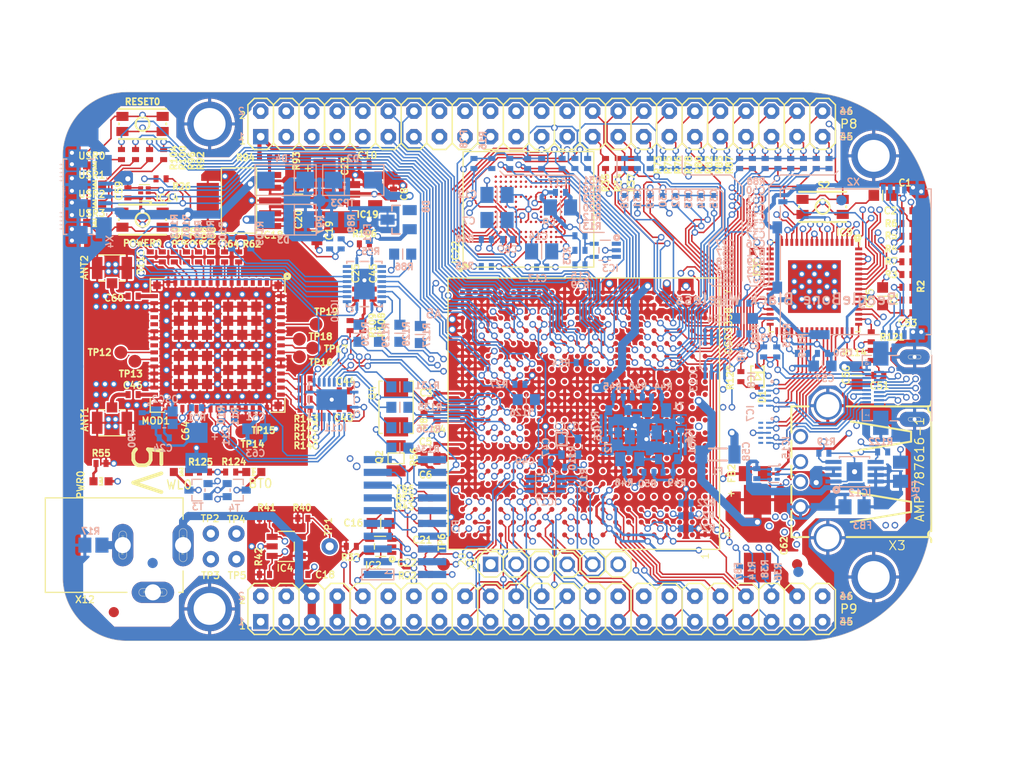
<source format=kicad_pcb>
(kicad_pcb (version 20240108) (generator "pcbnew") (generator_version "8.0")
  (layers (0 "F.Cu" signal) (1 "In1.Cu" signal) (2 "In2.Cu" signal) (3 "In3.Cu" signal) (4 "In4.Cu" signal) (31 "B.Cu" signal) (34 "B.Paste" user) (35 "F.Paste" user) (36 "B.SilkS" user "B.Silkscreen") (37 "F.SilkS" user "F.Silkscreen") (38 "B.Mask" user) (39 "F.Mask" user) (44 "Edge.Cuts" user))
  (net 0 "")
  (net 1 "GND")
  (net 2 "N$6")
  (net 3 "N$7")
  (net 4 "SD.D3")
  (net 5 "SD.D1")
  (net 6 "SD.D0")
  (net 7 "SD.D2")
  (net 8 "SD.CLK")
  (net 9 "SD.CMD")
  (net 10 "N$16")
  (net 11 "N$17")
  (net 12 "N$18")
  (net 13 "LCD.D15.R4--R7")
  (net 14 "LCD.D14.R3--R6")
  (net 15 "LCD.D13.R2--R5")
  (net 16 "LCD.D12.R1--R4")
  (net 17 "LCD.D11.R0--R3")
  (net 18 "LCD.D7.G2--G4")
  (net 19 "LCD.D6.G1--G3")
  (net 20 "LCD.D5.G0--G2")
  (net 21 "LCD.D10.G5--G7")
  (net 22 "LCD.D9.G4--G6")
  (net 23 "LCD.D8.G3--G5")
  (net 24 "LCD.D4.B4--B7")
  (net 25 "LCD.D3.B3--B6")
  (net 26 "LCD.D2.B2--B5")
  (net 27 "LCD.ENABLE")
  (net 28 "LCD.D0.B0--B3")
  (net 29 "LCD.D1.B1--B4")
  (net 30 "LCD.VSYNC")
  (net 31 "LCD.HSYNC")
  (net 32 "LCD.CLOCK")
  (net 33 "N$36")
  (net 34 "N$37")
  (net 35 "N$8")
  (net 36 "AGND")
  (net 37 "VDD_3V3A")
  (net 38 "VDD_CORE")
  (net 39 "VDD_1V8")
  (net 40 "VDD_RTC")
  (net 41 "VDDS_DDR")
  (net 42 "VDDS_PLL")
  (net 43 "VDD_MPU")
  (net 44 "VDD_ADC")
  (net 45 "N$11")
  (net 46 "N$12")
  (net 47 "NC2")
  (net 48 "LS_BUF_OE")
  (net 49 "BT_HCI_TX.SIP")
  (net 50 "BT_HCI_RX.SIP")
  (net 51 "NC4")
  (net 52 "BT_HCI_RTS.SIP")
  (net 53 "BT_HCI_CTS.SIP")
  (net 54 "I2C0_SDA")
  (net 55 "I2C0_SCL")
  (net 56 "USB.CLIENT.D-")
  (net 57 "USB.CLIENT.D+")
  (net 58 "USB.CLIENT.ID")
  (net 59 "USB_DC")
  (net 60 "USB.HOST.D+")
  (net 61 "USB.HOST.D-")
  (net 62 "VDD_5V")
  (net 63 "PWR_BUT")
  (net 64 "VDD_3V3B")
  (net 65 "VIN_BAT")
  (net 66 "BAT_VOLT")
  (net 67 "BAT_TEMP")
  (net 68 "N$22")
  (net 69 "SD.CD")
  (net 70 "PMIC_PGOOD")
  (net 71 "LDO_PGOOD")
  (net 72 "PMIC_INT")
  (net 73 "PMIC_NWAKEUP")
  (net 74 "VDD_3V3AUX")
  (net 75 "AIN0")
  (net 76 "AIN1")
  (net 77 "AIN2")
  (net 78 "AIN3")
  (net 79 "AIN4")
  (net 80 "AIN5")
  (net 81 "AIN6")
  (net 82 "AIN7")
  (net 83 "UART2_RXD")
  (net 84 "UART2_TXD")
  (net 85 "I2C1_SDA")
  (net 86 "I2C1_SCL")
  (net 87 "I2C2_SDA")
  (net 88 "I2C2_SCL")
  (net 89 "UART1_RXD")
  (net 90 "UART1_TXD")
  (net 91 "N$2")
  (net 92 "JTAG_TRSTN")
  (net 93 "JTAG_TMS")
  (net 94 "JTAG_TDI")
  (net 95 "JTAG_TCK")
  (net 96 "JTAG_TDO")
  (net 97 "JTAG_EMU0")
  (net 98 "JTAG_EMU1")
  (net 99 "CLKOUT2")
  (net 100 "N$3")
  (net 101 "XDMA_EVENT_INTRO")
  (net 102 "SYS_RESET#")
  (net 103 "TIMER5")
  (net 104 "TIMER4")
  (net 105 "TIMER7")
  (net 106 "TIMER6")
  (net 107 "UART4_RXD")
  (net 108 "UART4_TXD")
  (net 109 "EHRPWM2B")
  (net 110 "EHRPWM2A")
  (net 111 "EHRPWM1B")
  (net 112 "EHRPWM1A")
  (net 113 "N$28")
  (net 114 "N$29")
  (net 115 "N$30")
  (net 116 "N$31")
  (net 117 "EMMC_RSTN")
  (net 118 "MMC1_DAT0")
  (net 119 "MMC1_DAT1")
  (net 120 "MMC1_DAT2")
  (net 121 "MMC1_DAT3")
  (net 122 "MMC1_DAT4")
  (net 123 "MMC1_DAT5")
  (net 124 "MMC1_DAT6")
  (net 125 "MMC1_DAT7")
  (net 126 "MMC1_CMD")
  (net 127 "MMC1_CLK")
  (net 128 "USR0")
  (net 129 "USR1")
  (net 130 "USR2")
  (net 131 "USR3")
  (net 132 "N$34")
  (net 133 "SYS_5V")
  (net 134 "GPIO1_28")
  (net 135 "GPIO1_29")
  (net 136 "GPIO2_1")
  (net 137 "GPIO0_26")
  (net 138 "GPIO0_27")
  (net 139 "GPIO1_12")
  (net 140 "GPIO1_13")
  (net 141 "GPIO1_14")
  (net 142 "GPIO1_15")
  (net 143 "USB1_OC#")
  (net 144 "GPIO1_16.SIP")
  (net 145 "GPIO1_16")
  (net 146 "GPIO2_0.SIP")
  (net 147 "GPIO1_17")
  (net 148 "HDMICLK_DIS#")
  (net 149 "HDMI_INT")
  (net 150 "N$4")
  (net 151 "GPIO3_21")
  (net 152 "SPI1_SCLK")
  (net 153 "SPI1_D0")
  (net 154 "SPI1_D1")
  (net 155 "SPI1_CS0")
  (net 156 "GPIO3_19")
  (net 157 "N$48")
  (net 158 "N$49")
  (net 159 "GPIO0_7")
  (net 160 "MCU.LCD.CLK")
  (net 161 "MCU.LCD.VS")
  (net 162 "MCU.LCD.HS")
  (net 163 "MCU.LCD.EN")
  (net 164 "N$45")
  (net 165 "N$20")
  (net 166 "USB1_DRVVBUS")
  (net 167 "UART0_TXD")
  (net 168 "UART0_RXD")
  (net 169 "UART0_RST#")
  (net 170 "N$50")
  (net 171 "N$51")
  (net 172 "N$52")
  (net 173 "N$53")
  (net 174 "N$54")
  (net 175 "N$42")
  (net 176 "12M_LOOP")
  (net 177 "N$58")
  (net 178 "12MHZ")
  (net 179 "N$47")
  (net 180 "TX->RX")
  (net 181 "RX<-TX")
  (net 182 "HDMI_1V8")
  (net 183 "TEST")
  (net 184 "DVI_5V")
  (net 185 "HDMI.DSDA")
  (net 186 "HDMI.DSCL")
  (net 187 "EXT_SWING")
  (net 188 "HPD")
  (net 189 "CEC")
  (net 190 "N$66")
  (net 191 "TX2+")
  (net 192 "TX2-")
  (net 193 "TX1+")
  (net 194 "TX1-")
  (net 195 "TX0+")
  (net 196 "TX0-")
  (net 197 "TXC+")
  (net 198 "TXC-")
  (net 199 "VBUS.HOST")
  (net 200 "VBUS.OUT")
  (net 201 "USB1_VBUS")
  (net 202 "N$1")
  (net 203 "32.768KHZ")
  (net 204 "BT_HCI_RTS")
  (net 205 "BT_HCI_CTS")
  (net 206 "BT_HCI_TX")
  (net 207 "BT_HCI_RX")
  (net 208 "WL_SDIO_CMD")
  (net 209 "WL_SDIO_CLK")
  (net 210 "WL_SDIO_D0")
  (net 211 "WL_SDIO_D1")
  (net 212 "WL_SDIO_D2")
  (net 213 "WL_SDIO_D3")
  (net 214 "WL_IRQ")
  (net 215 "WL_EN")
  (net 216 "BT_EN")
  (net 217 "SLOW_CLK")
  (net 218 "N$5")
  (net 219 "N$9")
  (net 220 "5V_IN")
  (net 221 "SELECT_5V")
  (net 222 "N$13")
  (net 223 "N$14")
  (net 224 "N$15")
  (net 225 "N$19")
  (net 226 "N$33")
  (net 227 "N$35")
  (net 228 "N$38")
  (net 229 "N$39")
  (net 230 "N$40")
  (net 231 "N$41")
  (net 232 "N$43")
  (net 233 "N$44")
  (net 234 "WL_SDIO_D0.SIP")
  (net 235 "WL_SDIO_D1.SIP")
  (net 236 "WL_SDIO_D2.SIP")
  (net 237 "WL_SDIO_D3.SIP")
  (net 238 "WL_SDIO_CLK.SIP")
  (net 239 "WL_SDIO_CMD.SIP")
  (net 240 "WL_EN.SIP")
  (net 241 "BT_EN.SIP")
  (net 242 "WL_IRQ.SIP")
  (net 243 "N$25")
  (net 244 "N$57")
  (net 245 "N$59")
  (net 246 "CGND")
  (net 247 "N$24")
  (net 248 "N$56")
  (net 249 "NC1")
  (net 250 "NC3")
  (net 251 "N$62")
  (net 252 "N$63")
  (net 253 "N$64")
  (net 254 "N$65")
  (net 255 "N$67")
  (net 256 "N$69")
  (net 257 "N$70")
  (net 258 "N$93")
  (net 259 "N$94")
  (net 260 "N$95")
  (net 261 "N$96")
  (net 262 "ALT.WL.CMD")
  (net 263 "ALT.BT.EN")
  (net 264 "ALT.BUFF.OE")
  (net 265 "ALT.WL.CLK")
  (net 266 "ALT.WL.EN")
  (net 267 "ALT.WL.IRQ")
  (net 268 "ALT.WL.D0")
  (net 269 "ALT.WL.D1")
  (net 270 "ALT.WL.D2")
  (net 271 "ALT.WL.D3")
  (net 272 "3.3V-WIFI")
  (footprint "BeagleBone_Black_Wireless:R0402" (layer "F.Cu") (at 116.4211 94.1086 90)
    (property "Reference" "R72")
    (property "Value" "33, 5%")
  )
  (footprint "BeagleBone_Black_Wireless:R0402" (layer "F.Cu") (at 177.7111 84.8106 -90)
    (property "Reference" "R80")
    (property "Value" "100k, 1%")
  )
  (footprint "BeagleBone_Black_Wireless:R0402" (layer "F.Cu") (at 189.2681 93.3196)
    (property "Reference" "R4")
    (property "Value" "10k, 1%")
  )
  (footprint "BeagleBone_Black_Wireless:FIDUCIAL_40MIL" (layer "F.Cu") (at 108.3691 81.1911 -90)
    (property "Reference" "FUD2" (hide yes))
    (property "Value" "FIDUCIAL" (hide yes))
  )
  (footprint "BeagleBone_Black_Wireless:C0402K" (layer "F.Cu") (at 142.5321 115.0366 90)
    (property "Reference" "C6")
    (property "Value" "18pF, 50V")
  )
  (footprint "BeagleBone_Black_Wireless:C0402K" (layer "F.Cu") (at 138.2141 87.8586 -90)
    (property "Reference" "C8")
    (property "Value" "1uF")
  )
  (footprint "BeagleBone_Black_Wireless:R0402" (layer "F.Cu") (at 129.4211 106.2586)
    (property "Reference" "R143")
    (property "Value" "33, 5%")
  )
  (footprint "BeagleBone_Black_Wireless:R0402" (layer "F.Cu") (at 129.4211 107.2586)
    (property "Reference" "R142")
    (property "Value" "33, 5%")
  )
  (footprint "BeagleBone_Black_Wireless:TH-1X6" (layer "F.Cu") (at 154.2161 124.6886)
    (property "Reference" "X1")
    (property "Value" "")
  )
  (footprint "BeagleBone_Black_Wireless:MICRON_EMMC_153" (layer "F.Cu") (at 151.6336 89.3711 90)
    (property "Reference" "IC22")
    (property "Value" "")
  )
  (footprint "BeagleBone_Black_Wireless:C0402K" (layer "F.Cu") (at 129.1971 125.7046)
    (property "Reference" "C18")
    (property "Value" ".1uF, 6.3V")
  )
  (footprint "BeagleBone_Black_Wireless:C0603K" (layer "F.Cu") (at 136.9441 120.6246)
    (property "Reference" "C16")
    (property "Value" "2.2uF, 6.3V")
  )
  (footprint "BeagleBone_Black_Wireless:MOC-100(TI)" (layer "F.Cu") (at 120.7211 102.9086 180)
    (property "Reference" "MOD1")
    (property "Value" "WL1835MODGBMOCT")
  )
  (footprint "BeagleBone_Black_Wireless:MINI_PUSHBUTTON" (layer "F.Cu") (at 180.8861 89.1286)
    (property "Reference" "S2")
    (property "Value" "MINI_PUSHBUTTON")
  )
  (footprint "BeagleBone_Black_Wireless:R0402" (layer "F.Cu") (at 112.5601 83.9216 90)
    (property "Reference" "R100")
    (property "Value" "1k")
  )
  (footprint "BeagleBone_Black_Wireless:R0402" (layer "F.Cu") (at 114.0211 94.1086 -90)
    (property "Reference" "R111")
    (property "Value" "DNP 10k")
  )
  (footprint "BeagleBone_Black_Wireless:R0402" (layer "F.Cu") (at 121.4211 94.1086 90)
    (property "Reference" "R64")
    (property "Value" "33, 5%")
  )
  (footprint "BeagleBone_Black_Wireless:TESTPAD_W_HOLE_1X1" (layer "F.Cu") (at 131.8641 122.9106 -90)
    (property "Reference" "TP1")
    (property "Value" "TESTPAD/W_HOLE_1X1")
  )
  (footprint "BeagleBone_Black_Wireless:C0402K" (layer "F.Cu") (at 142.5321 108.1786 -90)
    (property "Reference" "C3")
    (property "Value" "18pF, 50V")
  )
  (footprint "BeagleBone_Black_Wireless:R0402" (layer "F.Cu") (at 111.1631 83.9216 90)
    (property "Reference" "R104")
    (property "Value" "1k")
  )
  (footprint "BeagleBone_Black_Wireless:B1,27" (layer "F.Cu") (at 143.1925 124.6886 90)
    (property "Reference" "TP6")
    (property "Value" "PTR1B1,27")
  )
  (footprint "BeagleBone_Black_Wireless:R0402" (layer "F.Cu") (at 117.6211 94.1086 90)
    (property "Reference" "R70")
    (property "Value" "33, 5%")
  )
  (footprint "BeagleBone_Black_Wireless:R0402" (layer "F.Cu") (at 118.8211 94.1086 90)
    (property "Reference" "R68")
    (property "Value" "33, 5%")
  )
  (footprint "BeagleBone_Black_Wireless:0603-LED" (layer "F.Cu") (at 124.3211 115.5086 90)
    (property "Reference" "BT0")
    (property "Value" "LTST-C191TBKT")
  )
  (footprint "BeagleBone_Black_Wireless:USB_HOST_HORIZONTAL_W_CHASSIS_GND" (layer "F.Cu") (at 191.6811 115.4811 90)
    (property "Reference" "X3")
    (property "Value" "")
  )
  (footprint "BeagleBone_Black_Wireless:R0402" (layer "F.Cu") (at 189.2681 94.5896)
    (property "Reference" "R7")
    (property "Value" "10k, 1%")
  )
  (footprint "BeagleBone_Black_Wireless:R0402" (layer "F.Cu") (at 141.3891 120.6246 180)
    (property "Reference" "R43")
    (property "Value" "4.75k, 1%")
  )
  (footprint "BeagleBone_Black_Wireless:0603-LED" (layer "F.Cu") (at 108.4961 86.9061 -90)
    (property "Reference" "USR1")
    (property "Value" "LTST-C191TBKT")
  )
  (footprint "BeagleBone_Black_Wireless:B1,27" (layer "F.Cu") (at 122.0211 112.6086)
    (property "Reference" "TP14")
    (property "Value" "PTR1B1,27")
  )
  (footprint "BeagleBone_Black_Wireless:B1,27" (layer "F.Cu") (at 112.4961 104.4836)
    (property "Reference" "TP13")
    (property "Value" "PTR1B1,27")
  )
  (footprint "BeagleBone_Black_Wireless:C0603K" (layer "F.Cu") (at 186.8551 87.9856 180)
    (property "Reference" "C1")
    (property "Value" "10uF,10V")
  )
  (footprint "BeagleBone_Black_Wireless:C0402K" (layer "F.Cu") (at 111.7981 87.7316 90)
    (property "Reference" "C59")
    (property "Value" ".1uF, 6.3V")
  )
  (footprint "BeagleBone_Black_Wireless:C0603K" (layer "F.Cu") (at 186.8551 98.0186 90)
    (property "Reference" "C55")
    (property "Value" "2.2uF, 6.3V")
  )
  (footprint "BeagleBone_Black_Wireless:U.FL-R-SMT-1" (layer "F.Cu") (at 110.2211 95.2086)
    (property "Reference" "ANT2")
    (property "Value" "U.FL-R-SMT-1(10)")
  )
  (footprint "BeagleBone_Black_Wireless:0603-LED" (layer "F.Cu") (at 108.4961 90.7161 -90)
    (property "Reference" "USR3")
    (property "Value" "LTST-C191TBKT")
  )
  (footprint "BeagleBone_Black_Wireless:R0402" (layer "F.Cu") (at 115.3541 83.9216 90)
    (property "Reference" "R92")
    (property "Value" "1k")
  )
  (footprint "BeagleBone_Black_Wireless:R0402" (layer "F.Cu") (at 115.1001 86.3346)
    (property "Reference" "R26")
    (property "Value" "0, 1%")
  )
  (footprint "BeagleBone_Black_Wireless:C0402K" (layer "F.Cu") (at 118.6211 111.3961 -90)
    (property "Reference" "C64")
    (property "Value" "1uF, 6.3V")
  )
  (footprint "BeagleBone_Black_Wireless:C0402K" (layer "F.Cu") (at 186.4741 105.8926)
    (property "Reference" "C51")
    (property "Value" ".1uF, 6.3V")
  )
  (footprint "BeagleBone_Black_Wireless:R0402" (layer "F.Cu") (at 133.8961 100.9396 90)
    (property "Reference" "R109")
    (property "Value" "DNP 1k")
  )
  (footprint "BeagleBone_Black_Wireless:R0402" (layer "F.Cu") (at 178.9811 84.8106 -90)
    (property "Reference" "R82")
    (property "Value" "100k, 1%")
  )
  (footprint "BeagleBone_Black_Wireless:0603-LED" (layer "F.Cu") (at 108.4961 85.0011 -90)
    (property "Reference" "USR0")
    (property "Value" "LTST-C191TBKT")
  )
  (footprint "BeagleBone_Black_Wireless:CRYSTAL_3.2X1.5" (layer "F.Cu") (at 138.4681 114.1476 -90)
    (property "Reference" "Q2")
    (property "Value" "32.768kHz")
  )
  (footprint "BeagleBone_Black_Wireless:R0402" (layer "F.Cu") (at 175.1711 84.8106 -90)
    (property "Reference" "R76")
    (property "Value" "100k, 1%")
  )
  (footprint "BeagleBone_Black_Wireless:SOT-223(DCQ_R-PDSO-G6_TI)" (layer "F.Cu") (at 122.8471 88.4936 90)
    (property "Reference" "IC18")
    (property "Value" "TL1963ADCQR")
  )
  (footprint "BeagleBone_Black_Wireless:R0402" (layer "F.Cu") (at 125.3871 125.7046)
    (property "Reference" "R42")
    (property "Value" "1.5k, 1%")
  )
  (footprint "BeagleBone_Black_Wireless:R0402" (layer "F.Cu") (at 189.2681 90.7796)
    (property "Reference" "R6")
    (property "Value" "10k, 1%")
  )
  (footprint "BeagleBone_Black_Wireless:C0402K" (layer "F.Cu") (at 189.2681 89.5096)
    (property "Reference" "C2")
    (property "Value" ".1uF, 6.3V")
  )
  (footprint "BeagleBone_Black_Wireless:R0402" (layer "F.Cu") (at 181.5211 84.8106 90)
    (property "Reference" "R87")
    (property "Value" "100k, 1%")
  )
  (footprint "BeagleBone_Black_Wireless:R0402" (layer "F.Cu") (at 174.3711 93.5586)
    (property "Reference" "R39")
    (property "Value" "0, 1%")
  )
  (footprint "BeagleBone_Black_Wireless:MOUNTING_HOLE" (layer "F.Cu") (at 119.9261 129.1336)
    (property "Reference" "MGT4" (hide yes))
    (property "Value" "MOUNTING_HOLE" (hide yes))
  )
  (footprint "BeagleBone_Black_Wireless:R0402" (layer "F.Cu") (at 141.3891 119.3546 180)
    (property "Reference" "R53")
    (property "Value" "4.75k, 1%")
  )
  (footprint "BeagleBone_Black_Wireless:R0402" (layer "F.Cu") (at 185.7211 102.0586 90)
    (property "Reference" "R121")
    (property "Value" "10k, 1%")
  )
  (footprint "BeagleBone_Black_Wireless:B1,27" (layer "F.Cu") (at 130.5211 100.8086)
    (property "Reference" "TP19")
    (property "Value" "PTR1B1,27")
  )
  (footprint "BeagleBone_Black_Wireless:R0402" (layer "F.Cu") (at 159.2961 84.8106 -90)
    (property "Reference" "R35")
    (property "Value" "0, 1%")
  )
  (footprint "BeagleBone_Black_Wireless:MOUNTING_HOLE" (layer "F.Cu") (at 185.9661 125.9586)
    (property "Reference" "MGT3" (hide yes))
    (property "Value" "MOUNTING_HOLE" (hide yes))
  )
  (footprint "BeagleBone_Black_Wireless:R0402" (layer "F.Cu") (at 135.3211 92.8086)
    (property "Reference" "R106")
    (property "Value" "1.5k")
  )
  (footprint "BeagleBone_Black_Wireless:C0402K" (layer "F.Cu") (at 141.3891 123.1646)
    (property "Reference" "C21")
    (property "Value" ".1uF, 6.3V")
  )
  (footprint "BeagleBone_Black_Wireless:R0402" (layer "F.Cu") (at 185.7211 103.9086 90)
    (property "Reference" "R114")
    (property "Value" "0, 1%")
  )
  (footprint "BeagleBone_Black_Wireless:R0402" (layer "F.Cu") (at 134.0231 122.9106)
    (property "Reference" "R32")
    (property "Value" "10k, 1%")
  )
  (footprint "BeagleBone_Black_Wireless:SOT23-5(MICROCHIP)" (layer "F.Cu") (at 127.5461 122.9106 -90)
    (property "Reference" "IC4")
    (property "Value" "24LC32AT-I/OT")
  )
  (footprint "BeagleBone_Black_Wireless:C0603K" (layer "F.Cu") (at 130.5941 91.5416 -90)
    (property "Reference" "C19")
    (property "Value" "10uF, 6.3V")
  )
  (footprint "BeagleBone_Black_Wireless:R0402" (layer "F.Cu") (at 129.1971 120.1166)
    (property "Reference" "R40")
    (property "Value" "10k, 1%")
  )
  (footprint "BeagleBone_Black_Wireless:R0402" (layer "F.Cu") (at 141.3891 118.0846)
    (property "Reference" "FB5")
    (property "Value" "1k BLM15AG102SN1D")
  )
  (footprint "BeagleBone_Black_Wireless:R0402" (layer "F.Cu") (at 127.1651 84.1756 180)
    (property "Reference" "R93")
    (property "Value" "7.15k")
  )
  (footprint "BeagleBone_Black_Wireless:0805-RESISTOR" (layer "F.Cu") (at 174.1551 115.6716)
    (property "Reference" "FB2")
    (property "Value" "2.5k Ohm (BLM18BD252SN1D)")
  )
  (footprint "BeagleBone_Black_Wireless:MINI_PUSHBUTTON" (layer "F.Cu") (at 113.2586 80.8736)
    (property "Reference" "RESET0")
    (property "Value" "MINI_PUSHBUTTON")
  )
  (footprint "BeagleBone_Black_Wireless:R0402" (layer "F.Cu") (at 141.2621 114.1476 90)
    (property "Reference" "R56")
    (property "Value" "DNP 1M, 1%")
  )
  (footprint "BeagleBone_Black_Wireless:R0402" (layer "F.Cu") (at 109.1311 114.6556 180)
    (property "Reference" "R55")
    (property "Value" "4.75k, 1%")
  )
  (footprint "BeagleBone_Black_Wireless:R0402" (layer "F.Cu") (at 189.2681 92.0496)
    (property "Reference" "R5")
    (property "Value" "10k, 1%")
  )
  (footprint "BeagleBone_Black_Wireless:0603-LED" (layer "F.Cu") (at 109.1311 116.4336 -90)
    (property "Reference" "PWR0")
    (property "Value" "LTST-C191TBKT")
  )
  (footprint "BeagleBone_Black_Wireless:FIDUCIAL_40MIL" (layer "F.Cu") (at 178.3461 124.6886)
    (property "Reference" "FUD1" (hide yes))
    (property "Value" "FIDUCIAL" (hide yes))
  )
  (footprint "BeagleBone_Black_Wireless:R0402" (layer "F.Cu") (at 129.4211 108.2586)
    (property "Reference" "R141")
    (property "Value" "33, 5%")
  )
  (footprint "BeagleBone_Black_Wireless:B1,27" (layer "F.Cu") (at 130.1711 103.1711)
    (property "Reference" "TP17")
    (property "Value" "PTR1B1,27")
  )
  (footprint "BeagleBone_Black_Wireless:R0402" (layer "F.Cu") (at 173.9011 84.8106 90)
    (property "Reference" "R75")
    (property "Value" "100k, 1%")
  )
  (footprint "BeagleBone_Black_Wireless:OSD3358" (layer "F.Cu") (at 157.1371 109.7026 90)
    (property "Reference" "IC1" (hide yes))
    (property "Value" "OSD3358" (hide yes))
  )
  (footprint "BeagleBone_Black_Wireless:R0402" (layer "F.Cu") (at 141.3891 125.7046)
    (property "Reference" "R52")
    (property "Value" "4.75k, 1%")
  )
  (footprint "BeagleBone_Black_Wireless:C0402K" (layer "F.Cu") (at 135.2931 84.9376)
    (property "Reference" "C10")
    (property "Value" "1uF")
  )
  (footprint "BeagleBone_Black_Wireless:R0402" (layer "F.Cu") (at 161.8361 84.8106 -90)
    (property "Reference" "R37")
    (property "Value" "0, 1%")
  )
  (footprint "BeagleBone_Black_Wireless:R0402" (layer "F.Cu") (at 160.5661 84.8106 -90)
    (property "Reference" "R34")
    (property "Value" "22")
  )
  (footprint "BeagleBone_Black_Wireless:R0402" (layer "F.Cu") (at 125.3871 84.1756 180)
    (property "Reference" "R94")
    (property "Value" "4.12k")
  )
  (footprint "BeagleBone_Black_Wireless:R0402" (layer "F.Cu") (at 119.4211 115.5086)
    (property "Reference" "R125")
    (property "Value" "1k")
  )
  (footprint "BeagleBone_Black_Wireless:C0402K" (layer "F.Cu") (at 142.5321 113.2586 -90)
    (property "Reference" "C5")
    (property "Value" "18pF, 50V")
  )
  (footprint "BeagleBone_Black_Wireless:C0603K" (layer "F.Cu") (at 128.6891 87.8586 -90)
    (property "Reference" "C20")
    (property "Value" "10uF, 6.3V")
  )
  (footprint "BeagleBone_Black_Wireless:SOD323(NXP)REFLOW" (layer "F.Cu") (at 174.4091 106.0196 -90)
    (property "Reference" "D1")
    (property "Value" "RB751V40,115")
  )
  (footprint "BeagleBone_Black_Wireless:TH-2X23" (layer "F.Cu") (at 152.9461 129.1336)
    (property "Reference" "P9")
    (property "Value" "")
  )
  (footprint "BeagleBone_Black_Wireless:SOT23-5" (layer "F.Cu") (at 135.2931 87.8586 90)
    (property "Reference" "IC19")
    (property "Value" "AP2112K-1.8TRG1 3.3V")
  )
  (footprint "BeagleBone_Black_Wireless:D_7343-31W" (layer "F.Cu") (at 174.4091 121.6406 90)
    (property "Reference" "C62")
    (property "Value" "220uF 6.3V")
  )
  (footprint "BeagleBone_Black_Wireless:C0402K" (layer "F.Cu") (at 141.3891 124.4346 180)
    (property "Reference" "C22")
    (property "Value" ".1uF, 6.3V")
  )
  (footprint "BeagleBone_Black_Wireless:B1,27" (layer "F.Cu") (at 128.8586 102.2961)
    (property "Reference" "TP18")
    (property "Value" "PTR1B1,27")
  )
  (footprint "BeagleBone_Black_Wireless:SOT804-4(NXP)" (layer "F.Cu") (at 180.0711 97.0586 -90)
    (property "Reference" "IC9")
    (property "Value" "TDA19988BHN/C1,557")
  )
  (footprint "BeagleBone_Black_Wireless:R0402" (layer "F.Cu") (at 180.2511 84.8106 90)
    (property "Reference" "R85")
    (property "Value" "100k, 1%")
  )
  (footprint "BeagleBone_Black_Wireless:C0402K" (layer "F.Cu") (at 136.1961 97.8086 90)
    (property "Reference" "C45")
    (property "Value" ".1uF, 6.3V")
  )
  (footprint "BeagleBone_Black_Wireless:R0402" (layer "F.Cu") (at 129.4211 109.2586)
    (property "Reference" "R140")
    (property "Value" "33, 5%")
  )
  (footprint "BeagleBone_Black_Wireless:TESTPAD_W_HOLE_1X1" (layer "F.Cu") (at 120.0531 121.6406)
    (property "Reference" "TP2")
    (property "Value" "TESTPAD/W_HOLE_1X1")
  )
  (footprint "BeagleBone_Black_Wireless:R0402" (layer "F.Cu") (at 172.6311 84.8106 90)
    (property "Reference" "R73")
    (property "Value" "100k, 1%")
  )
  (footprint "BeagleBone_Black_Wireless:R0402" (layer "F.Cu") (at 113.9571 83.9216 90)
    (property "Reference" "R96")
    (property "Value" "1k")
  )
  (footprint "BeagleBone_Black_Wireless:C0402K" (layer "F.Cu") (at 112.3211 107.8086)
    (property "Reference" "C46")
    (property "Value" "10pF")
  )
  (footprint "BeagleBone_Black_Wireless:C0402K" (layer "F.Cu") (at 142.5321 109.9566 90)
    (property "Reference" "C4")
    (property "Value" "18pF, 50V")
  )
  (footprint "BeagleBone_Black_Wireless:B1,27" (layer "F.Cu") (at 111.0961 103.6086)
    (property "Reference" "TP12")
    (property "Value" "PTR1B1,27")
  )
  (footprint "BeagleBone_Black_Wireless:TESTPAD_W_HOLE_1X1" (layer "F.Cu") (at 122.5931 124.1806)
    (property "Reference" "TP5")
    (property "Value" "TESTPAD/W_HOLE_1X1")
  )
  (footprint "BeagleBone_Black_Wireless:R0402" (layer "F.Cu") (at 115.2211 94.1086 90)
    (property "Reference" "R60")
    (property "Value" "33, 5%")
  )
  (footprint "BeagleBone_Black_Wireless:0603-LED" (layer "F.Cu") (at 117.1211 115.5086 -90)
    (property "Reference" "WL0")
    (property "Value" "LTST-C191TBKT")
  )
  (footprint "BeagleBone_Black_Wireless:MINI_PUSHBUTTON" (layer "F.Cu") (at 113.2586 90.3986 180)
    (property "Reference" "POWER0")
    (property "Value" "MINI_PUSHBUTTON")
  )
  (footprint "BeagleBone_Black_Wireless:SC70(TI-DCK)" (layer "F.Cu") (at 136.9441 122.9106 -90)
    (property "Reference" "IC2")
    (property "Value" "SN74LVC1G07DCK")
  )
  (footprint "BeagleBone_Black_Wireless:R0402" (layer "F.Cu") (at 176.4411 84.8106 -90)
    (property "Reference" "R78")
    (property "Value" "100k, 1%")
  )
  (footprint "BeagleBone_Black_Wireless:C0402K" (layer "F.Cu") (at 112.3211 98.0086)
    (property "Reference" "C60")
    (property "Value" "10pF")
  )
  (footprint "BeagleBone_Black_Wireless:B1,27" (layer "F.Cu") (at 128.8586 104.0461)
    (property "Reference" "TP16")
    (property "Value" "PTR1B1,27")
  )
  (footprint "BeagleBone_Black_Wireless:B1,27" (layer "F.Cu") (at 123.1211 111.5086)
    (property "Reference" "TP15")
    (property "Value" "PTR1B1,27")
  )
  (footprint "BeagleBone_Black_Wireless:PJ-102B_POWER_CON" (layer "F.Cu") (at 111.2901 122.7836 180)
    (property "Reference" "X12")
    (property "Value" "")
    (fp_line (start 0.381 -1.016) (end 0.381 1.016) (stroke (width 0.05)) (layer "Edge.Cuts"))
    (fp_line (start -0.381 1.016) (end -0.381 -1.016) (stroke (width 0.05)) (layer "Edge.Cuts"))
    (fp_line (start -1.984 -4.319) (end -4.016 -4.319) (stroke (width 0.05)) (layer "Edge.Cuts"))
    (fp_line (start -4.016 -5.081) (end -1.984 -5.081) (stroke (width 0.05)) (layer "Edge.Cuts"))
    (fp_line (start -5.619 -1.27) (end -5.619 1.27) (stroke (width 0.05)) (layer "Edge.Cuts"))
    (fp_line (start -6.381 1.27) (end -6.381 -1.27) (stroke (width 0.05)) (layer "Edge.Cuts"))
    (fp_arc (start 0.381 1.016) (mid 0 1.397) (end -0.381 1.016) (stroke (width 0.05)) (layer "Edge.Cuts"))
    (fp_arc (start -0.381 -1.016) (mid 0 -1.397) (end 0.381 -1.016) (stroke (width 0.05)) (layer "Edge.Cuts"))
    (fp_arc (start -1.984 -5.081) (mid -1.603 -4.7) (end -1.984 -4.319) (stroke (width 0.05)) (layer "Edge.Cuts"))
    (fp_arc (start -4.016 -4.319) (mid -4.397 -4.7) (end -4.016 -5.081) (stroke (width 0.05)) (layer "Edge.Cuts"))
    (fp_arc (start -5.619 1.27) (mid -6 1.651) (end -6.381 1.27) (stroke (width 0.05)) (layer "Edge.Cuts"))
    (fp_arc (start -6.381 -1.27) (mid -6 -1.651) (end -5.619 -1.27) (stroke (width 0.05)) (layer "Edge.Cuts"))
  )
  (footprint "BeagleBone_Black_Wireless:R0402" (layer "F.Cu") (at 135.1661 100.9396 90)
    (property "Reference" "R108")
    (property "Value" "DNP 1k")
  )
  (footprint "BeagleBone_Black_Wireless:R0402" (layer "F.Cu") (at 120.0211 94.1086 90)
    (property "Reference" "R66")
    (property "Value" "33, 5%")
  )
  (footprint "BeagleBone_Black_Wireless:R0402" (layer "F.Cu") (at 122.8211 94.1086 90)
    (property "Reference" "R62")
    (property "Value" "33, 5%")
  )
  (footprint "BeagleBone_Black_Wireless:MOUNTING_HOLE" (layer "F.Cu") (at 119.9261 80.8736)
    (property "Reference" "MGT1" (hide yes))
    (property "Value" "MOUNTING_HOLE" (hide yes))
  )
  (footprint "BeagleBone_Black_Wireless:C0603K" (layer "F.Cu") (at 184.3151 105.8926 -90)
    (property "Reference" "C56")
    (property "Value" "2.2uF, 6.3V")
  )
  (footprint "BeagleBone_Black_Wireless:C0402K" (layer "F.Cu") (at 133.3211 107.4336 180)
    (property "Reference" "C44")
    (property "Value" ".1uF, 6.3V")
  )
  (footprint "BeagleBone_Black_Wireless:R0402" (layer "F.Cu") (at 189.2681 98.3996)
    (property "Reference" "R1")
    (property "Value" "10k, 1%")
  )
  (footprint "BeagleBone_Black_Wireless:U.FL-R-SMT-1" (layer "F.Cu") (at 110.2211 110.6086 180)
    (property "Reference" "ANT1")
    (property "Value" "U.FL-R-SMT-1(10)")
  )
  (footprint "BeagleBone_Black_Wireless:FIDUCIAL_40MIL" (layer "F.Cu") (at 110.4011 129.4511)
    (property "Reference" "FUD3" (hide yes))
    (property "Value" "FIDUCIAL" (hide yes))
  )
  (footprint "BeagleBone_Black_Wireless:C0402K" (layer "F.Cu") (at 189.2681 99.6696)
    (property "Reference" "C53")
    (property "Value" ".1uF, 6.3V")
  )
  (footprint "BeagleBone_Black_Wireless:R0402" (layer "F.Cu") (at 125.3871 120.1166)
    (property "Reference" "R41")
    (property "Value" "1.5k, 1%")
  )
  (footprint "BeagleBone_Black_Wireless:R0402" (layer "F.Cu") (at 189.2681 97.1296)
    (property "Reference" "R2")
    (property "Value" "10k, 1%")
  )
  (footprint "BeagleBone_Black_Wireless:R0402" (layer "F.Cu") (at 189.2681 95.8596)
    (property "Reference" "R3")
    (property "Value" "10k, 1%")
  )
  (footprint "BeagleBone_Black_Wireless:R0402" (layer "F.Cu") (at 122.0211 115.5086 180)
    (property "Reference" "R124")
    (property "Value" "1k")
  )
  (footprint "BeagleBone_Black_Wireless:SON-6(TI)-DRY" (layer "F.Cu") (at 113.4491 87.7316 90)
    (property "Reference" "IC14")
    (property "Value" "TPD4S012DRY")
  )
  (footprint "BeagleBone_Black_Wireless:MOUNTING_HOLE" (layer "F.Cu") (at 185.9661 84.0486)
    (property "Reference" "MGT2" (hide yes))
    (property "Value" "MOUNTING_HOLE" (hide yes))
  )
  (footprint "BeagleBone_Black_Wireless:CT3528" (layer "F.Cu") (at 131.3561 86.8426 -90)
    (property "Reference" "C23")
    (property "Value" "47uF DNP")
  )
  (footprint "BeagleBone_Black_Wireless:TH-2X23" (layer "F.Cu") (at 152.9461 80.8736)
    (property "Reference" "P8")
    (property "Value" "")
  )
  (footprint "BeagleBone_Black_Wireless:TESTPAD_W_HOLE_1X1" (layer "F.Cu") (at 120.0531 124.1806)
    (property "Reference" "TP3")
    (property "Value" "TESTPAD/W_HOLE_1X1")
  )
  (footprint "BeagleBone_Black_Wireless:CRYSTAL_5X3.2MM" (layer "F.Cu") (at 138.4681 109.0676 90)
    (property "Reference" "Q4")
    (property "Value" "24 MHz")
  )
  (footprint "BeagleBone_Black_Wireless:TESTPAD_W_HOLE_1X1" (layer "F.Cu") (at 122.5931 121.6406)
    (property "Reference" "TP4")
    (property "Value" "TESTPAD/W_HOLE_1X1")
  )
  (footprint "BeagleBone_Black_Wireless:C0402K" (layer "F.Cu") (at 133.3211 109.1836 180)
    (property "Reference" "C43")
    (property "Value" ".1uF, 6.3V")
  )
  (footprint "BeagleBone_Black_Wireless:R0402" (layer "F.Cu") (at 172.7581 106.0196 -90)
    (property "Reference" "R120")
    (property "Value" "27k, 1%")
  )
  (footprint "BeagleBone_Black_Wireless:0603-LED" (layer "F.Cu") (at 108.4961 88.8111 -90)
    (property "Reference" "USR2")
    (property "Value" "LTST-C191TBKT")
  )
  (footprint "BeagleBone_Black_Wireless:C0402K" (layer "F.Cu") (at 134.4461 97.8086 90)
    (property "Reference" "C25")
    (property "Value" ".1uF, 6.3V")
  )
  (footprint "BeagleBone_Black_Wireless:R0402" (layer "F.Cu") (at 141.2621 109.0676 90)
    (property "Reference" "R8")
    (property "Value" "1M, 1%")
  )
  (footprint "BeagleBone_Black_Wireless:SM8-8(TI)" (layer "B.Cu") (at 170.1661 103.8086 180)
    (property "Reference" "IC13")
    (property "Value" "SN74AUC1G74")
  )
  (footprint "BeagleBone_Black_Wireless:OSCILLATOR-2.5X2.0-BBB" (layer "B.Cu") (at 155.7401 113.0046)
    (property "Reference" "OSC1")
    (property "Value" "ASDMB-24.576MHZ-LC-T")
  )
  (footprint "BeagleBone_Black_Wireless:0805-RESISTOR" (layer "B.Cu") (at 188.6331 115.4811 90)
    (property "Reference" "FB4")
    (property "Value" "0.1 Ohm, 0805")
  )
  (footprint "BeagleBone_Black_Wireless:R0402" (layer "B.Cu") (at 165.5191 115.5446)
    (property "Reference" "R49")
    (property "Value" "DNP")
  )
  (footprint "BeagleBone_Black_Wireless:SOT-323(DIODES)" (layer "B.Cu") (at 122.6211 117.3086 90)
    (property "Reference" "T4")
    (property "Value" "BSS138W-7-F")
  )
  (footprint "BeagleBone_Black_Wireless:R0402" (layer "B.Cu") (at 181.0131 113.6396)
    (property "Reference" "R19")
    (property "Value" "10k, 1%")
  )
  (footprint "BeagleBone_Black_Wireless:R0402" (layer "B.Cu") (at 150.7871 106.7816)
    (property "Reference" "R27")
    (property "Value" "0, 1%")
  )
  (footprint "BeagleBone_Black_Wireless:R0402" (layer "B.Cu") (at 164.3761 108.0516 180)
    (property "Reference" "R44")
    (property "Value" "499")
  )
  (footprint "BeagleBone_Black_Wireless:C0603K" (layer "B.Cu") (at 173.063 100.2284 180)
    (property "Reference" "C54")
    (property "Value" "2.2uF, 6.3V")
  )
  (footprint "BeagleBone_Black_Wireless:R0402" (layer "B.Cu") (at 173.063 101.7524)
    (property "Reference" "FB6")
    (property "Value" "1k BLM15AG102SN1D")
  )
  (footprint "BeagleBone_Black_Wireless:R0402" (layer "B.Cu") (at 175.0211 103.5586 90)
    (property "Reference" "R118")
    (property "Value" "1.5k, 1%")
  )
  (footprint "BeagleBone_Black_Wireless:FIDUCIAL_40MIL" (layer "B.Cu") (at 178.4731 125.4506 180)
    (property "Reference" "FUD4" (hide yes))
    (property "Value" "FIDUCIAL" (hide yes))
  )
  (footprint "BeagleBone_Black_Wireless:R0402" (layer "B.Cu") (at 186.8551 113.5126 180)
    (property "Reference" "R122")
    (property "Value" "0, 1%")
  )
  (footprint "BeagleBone_Black_Wireless:R0402" (layer "B.Cu") (at 149.7711 84.8106 90)
    (property "Reference" "R31")
    (property "Value" "10k, 1%")
  )
  (footprint "BeagleBone_Black_Wireless:C0402K" (layer "B.Cu") (at 176.4411 84.8106 90)
    (property "Reference" "C39")
    (property "Value" "47pF, 6.3V")
  )
  (footprint "BeagleBone_Black_Wireless:R0603" (layer "B.Cu") (at 151.4221 108.3056 180)
    (property "Reference" "R126")
    (property "Value" "33, 5%")
  )
  (footprint "BeagleBone_Black_Wireless:R0402" (layer "B.Cu") (at 157.5181 84.8106 90)
    (property "Reference" "R13")
    (property "Value" "10k, 1%")
  )
  (footprint "BeagleBone_Black_Wireless:R0402" (layer "B.Cu") (at 166.2811 84.8106 90)
    (property "Reference" "R61")
    (property "Value" "100k, 1%")
  )
  (footprint "BeagleBone_Black_Wireless:R0402" (layer "B.Cu") (at 116.4211 91.6086 -90)
    (property "Reference" "R102")
    (property "Value" "10k")
  )
  (footprint "BeagleBone_Black_Wireless:SOT23" (layer "B.Cu") (at 138.7221 90.3986 -90)
    (property "Reference" "D8")
    (property "Value" "BAT54C")
  )
  (footprint "BeagleBone_Black_Wireless:C0402K" (layer "B.Cu") (at 149.5711 92.3711)
    (property "Reference" "C69")
    (property "Value" ".1uF, 6.3V")
  )
  (footprint "BeagleBone_Black_Wireless:SOT1176-1(NXP)" (layer "B.Cu") (at 175.1211 111.6086 -90)
    (property "Reference" "IC7")
    (property "Value" "IP4283CZ10-TBR")
  )
  (footprint "BeagleBone_Black_Wireless:R0603" (layer "B.Cu") (at 138.8491 113.1316 180)
    (property "Reference" "R134")
    (property "Value" "33, 5%")
  )
  (footprint "BeagleBone_Black_Wireless:DBZ_R-PDSO-G3" (layer "B.Cu") (at 160.5661 110.4646)
    (property "Reference" "IC5")
    (property "Value" "TLVH431 (SOT-23-3)")
  )
  (footprint "BeagleBone_Black_Wireless:C0402K" (layer "B.Cu") (at 124.5711 112.6086)
    (property "Reference" "C63")
    (property "Value" ".1uF, 6.3V")
  )
  (footprint "BeagleBone_Black_Wireless:FIDUCIAL_40MIL" (layer "B.Cu") (at 114.2619 124.5616 180)
    (property "Reference" "FUD6" (hide yes))
    (property "Value" "FIDUCIAL" (hide yes))
  )
  (footprint "BeagleBone_Black_Wireless:R0402" (layer "B.Cu") (at 120.0211 91.6086 -90)
    (property "Reference" "R98")
    (property "Value" "10k")
  )
  (footprint "BeagleBone_Black_Wireless:R0402" (layer "B.Cu") (at 163.6141 115.5446)
    (property "Reference" "R50")
    (property "Value" "DNP 10k 1%")
  )
  (footprint "BeagleBone_Black_Wireless:C0402K" (layer "B.Cu") (at 178.9811 84.8106 90)
    (property "Reference" "C41")
    (property "Value" "47pF, 6.3V")
  )
  (footprint "BeagleBone_Black_Wireless:R0603" (layer "B.Cu") (at 138.8491 107.0356)
    (property "Reference" "R131")
    (property "Value" "33, 5%")
  )
  (footprint "BeagleBone_Black_Wireless:C0805K" (layer "B.Cu") (at 148.5086 87.9336)
    (property "Reference" "C12")
    (property "Value" "2.2uF, 6.3V")
  )
  (footprint "BeagleBone_Black_Wireless:R0402" (layer "B.Cu") (at 166.7891 110.8456 90)
    (property "Reference" "R51")
    (property "Value" "DNP 40.2k 1%")
  )
  (footprint "BeagleBone_Black_Wireless:R0402" (layer "B.Cu") (at 172.6311 125.4506 90)
    (property "Reference" "FB7")
    (property "Value" "1k BLM15AG102SN1D")
  )
  (footprint "BeagleBone_Black_Wireless:R0402" (layer "B.Cu") (at 122.1211 92.8086 -90)
    (property "Reference" "R103")
    (property "Value" "10k")
  )
  (footprint "BeagleBone_Black_Wireless:R0402" (layer "B.Cu") (at 168.8211 84.8106 90)
    (property "Reference" "R63")
    (property "Value" "100k, 1%")
  )
  (footprint "BeagleBone_Black_Wireless:C0603K" (layer "B.Cu") (at 180.8711 104.9586 180)
    (property "Reference" "C57")
    (property "Value" "2.2uF, 6.3V")
  )
  (footprint "BeagleBone_Black_Wireless:C0402K" (layer "B.Cu") (at 162.4711 88.4936 -90)
    (property "Reference" "C31")
    (property "Value" "47pF, 6.3V")
  )
  (footprint "BeagleBone_Black_Wireless:R0402" (layer "B.Cu") (at 176.4411 125.4506 90)
    (property "Reference" "R36")
    (property "Value" "0, 1%")
  )
  (footprint "BeagleBone_Black_Wireless:C0805K" (layer "B.Cu") (at 148.5086 90.4336)
    (property "Reference" "C7")
    (property "Value" "4.7uF, 6.3V")
  )
  (footprint "BeagleBone_Black_Wireless:SON-6(TI)-DRY" (layer "B.Cu") (at 175.9966 115.7351 -90)
    (property "Reference" "IC15")
    (property "Value" "TPD4S012DRY")
  )
  (footprint "BeagleBone_Black_Wireless:SOT1176-1(NXP)" (layer "B.Cu") (at 175.1211 107.9086 -90)
    (property "Reference" "IC8")
    (property "Value" "IP4283CZ10-TBR")
  )
  (footprint "BeagleBone_Black_Wireless:R0402" (layer "B.Cu") (at 152.9461 84.8106 90)
    (property "Reference" "R23")
    (property "Value" "10k, 1%")
  )
  (footprint "BeagleBone_Black_Wireless:FIDUCIAL_40MIL" (layer "B.Cu") (at 182.7615 88.4664 180)
    (property "Reference" "FUD5" (hide yes))
    (property "Value" "FIDUCIAL" (hide yes))
  )
  (footprint "BeagleBone_Black_Wireless:C0402K" (layer "B.Cu") (at 168.8211 88.4936 90)
    (property "Reference" "C34")
    (property "Value" "47pF, 6.3V")
  )
  (footprint "BeagleBone_Black_Wireless:R0402" (layer "B.Cu") (at 156.2481 84.8106 90)
    (property "Reference" "R12")
    (property "Value" "10k, 1%")
  )
  (footprint "BeagleBone_Black_Wireless:R0603" (layer "B.Cu") (at 139.1285 93.8276)
    (property "Reference" "R86")
    (property "Value" "33, 5%")
  )
  (footprint "BeagleBone_Black_Wireless:R0402" (layer "B.Cu") (at 151.5491 84.8106 90)
    (property "Reference" "R30")
    (property "Value" "10k, 1%")
  )
  (footprint "BeagleBone_Black_Wireless:C0402K" (layer "B.Cu") (at 177.7111 84.8106 90)
    (property "Reference" "C42")
    (property "Value" "47pF, 6.3V")
  )
  (footprint "BeagleBone_Black_Wireless:C0402K" (layer "B.Cu") (at 166.2811 88.4936 90)
    (property "Reference" "C32")
    (property "Value" "47pF, 6.3V")
  )
  (footprint "BeagleBone_Black_Wireless:R0603" (layer "B.Cu") (at 138.8491 111.0996 180)
    (property "Reference" "R136")
    (property "Value" "33, 5%")
  )
  (footprint "BeagleBone_Black_Wireless:C0402K" (layer "B.Cu") (at 173.9011 84.8106 90)
    (property "Reference" "C37")
    (property "Value" "47pF, 6.3V")
  )
  (footprint "BeagleBone_Black_Wireless:C0402K" (layer "B.Cu") (at 167.5511 88.4936 90)
    (property "Reference" "C33")
    (property "Value" "47pF, 6.3V")
  )
  (footprint "BeagleBone_Black_Wireless:R0402" (layer "B.Cu") (at 173.9011 125.4506 90)
    (property "Reference" "R14")
    (property "Value" "0, 1%")
  )
  (footprint "BeagleBone_Black_Wireless:DIODE_SMA" (layer "B.Cu") (at 134.2771 86.4616 180)
    (property "Reference" "D2")
    (property "Value" "STPS140A DNP")
  )
  (footprint "BeagleBone_Black_Wireless:R0603" (layer "B.Cu") (at 134.7851 101.7016 90)
    (property "Reference" "R130")
    (property "Value" "33, 5%")
  )
  (footprint "BeagleBone_Black_Wireless:C0603K" (layer "B.Cu") (at 124.5711 111.2086)
    (property "Reference" "C61")
    (property "Value" "10uF, 6.3V")
  )
  (footprint "BeagleBone_Black_Wireless:R0402" (layer "B.Cu") (at 154.9781 84.8106 90)
    (property "Reference" "R20")
    (property "Value" "10k, 1%")
  )
  (footprint "BeagleBone_Black_Wireless:R0402" (layer "B.Cu") (at 131.8641 92.8116 -90)
    (property "Reference" "R97")
    (property "Value" "DNP 1k")
  )
  (footprint "BeagleBone_Black_Wireless:R0402" (layer "B.Cu") (at 160.5661 108.0516 180)
    (property "Reference" "R45")
    (property "Value" "DNP")
  )
  (footprint "BeagleBone_Black_Wireless:DIODE_SMA" (layer "B.Cu") (at 127.4191 90.3986)
    (property "Reference" "D3")
    (property "Value" "STPS140A")
  )
  (footprint "BeagleBone_Black_Wireless:R0603" (layer "B.Cu") (at 138.8491 109.0676 180)
    (property "Reference" "R135")
    (property "Value" "33, 5%")
  )
  (footprint "BeagleBone_Black_Wireless:R0402" (layer "B.Cu") (at 118.8211 91.6086 -90)
    (property "Reference" "R99")
    (property "Value" "10k")
  )
  (footprint "BeagleBone_Black_Wireless:SM-1206" (layer "B.Cu") (at 170.4721 113.7666 180)
    (property "Reference" "F1")
    (property "Value" "1206L025YR")
  )
  (footprint "BeagleBone_Black_Wireless:R0402" (layer "B.Cu") (at 157.1371 116.6876 90)
    (property "Reference" "R123")
    (property "Value" "100k, 1%")
  )
  (footprint "BeagleBone_Black_Wireless:MSOP-POWER.PAD-8(TI)" (layer "B.Cu") (at 184.0611 115.4811 90)
    (property "Reference" "IC12")
    (property "Value" "TPS2051BDGN")
  )
  (footprint "BeagleBone_Black_Wireless:R0402" (layer "B.Cu") (at 175.1711 125.4506 90)
    (property "Reference" "R38")
    (property "Value" "0, 1%")
  )
  (footprint "BeagleBone_Black_Wireless:DBZ_R-PDSO-G3" (layer "B.Cu") (at 165.5191 113.1316 180)
    (property "Reference" "IC6")
    (property "Value" "DNP TLVH431 (SOT-23-3)")
  )
  (footprint "BeagleBone_Black_Wireless:SC70(TI-DCK)" (layer "B.Cu") (at 159.2707 93.4466 90)
    (property "Reference" "IC3")
    (property "Value" "SN74LVC1G06DCK")
  )
  (footprint "BeagleBone_Black_Wireless:C0805K" (layer "B.Cu") (at 152.9461 93.5586)
    (property "Reference" "C14")
    (property "Value" "2.2uF, 6.3V")
  )
  (footprint "BeagleBone_Black_Wireless:C0402K" (layer "B.Cu") (at 156.7561 93.4466 180)
    (property "Reference" "C15")
    (property "Value" ".1uF, 6.3V")
  )
  (footprint "BeagleBone_Black_Wireless:C0402K" (layer "B.Cu") (at 115.4211 112.1086)
    (property "Reference" "C24")
    (property "Value" ".1uF, 6.3V")
  )
  (footprint "BeagleBone_Black_Wireless:SCHA5B0200" (layer "B.Cu") (at 190.281306 94.5896 -90)
    (property "Reference" "X2")
    (property "Value" "SCHA5B0200")
  )
  (footprint "BeagleBone_Black_Wireless:R0402" (layer "B.Cu") (at 170.0911 84.8106 90)
    (property "Reference" "R69")
    (property "Value" "100k, 1%")
  )
  (footprint "BeagleBone_Black_Wireless:C0402K" (layer "B.Cu") (at 165.0111 88.4936 -90)
    (property "Reference" "C30")
    (property "Value" "47pF, 6.3V")
  )
  (footprint "BeagleBone_Black_Wireless:HDMI-TYPE-D-10118241" (layer "B.Cu") (at 190.0301 107.1626 -90)
    (property "Reference" "X5" (hide yes))
    (property "Value" "10118241-001RLF" (hide yes))
    (fp_line (start -2.909362 0.4445) (end -2.909362 -0.4457) (stroke (width 0.05)) (layer "Edge.Cuts"))
    (fp_line (start 3.2905 0.4445) (end 3.2905 -0.4457) (stroke (width 0.05)) (layer "Edge.Cuts"))
    (fp_line (start -3.290362 -0.4457) (end -3.290362 0.4445) (stroke (width 0.05)) (layer "Edge.Cuts"))
    (fp_line (start 2.9095 -0.4457) (end 2.9095 0.4445) (stroke (width 0.05)) (layer "Edge.Cuts"))
    (fp_arc (start -2.909362 0.4445) (mid -3.099862 0.635) (end -3.290362 0.4445) (stroke (width 0.05)) (layer "Edge.Cuts"))
    (fp_arc (start 3.2905 0.4445) (mid 3.1 0.635) (end 2.9095 0.4445) (stroke (width 0.05)) (layer "Edge.Cuts"))
    (fp_arc (start -3.290362 -0.4457) (mid -3.099862 -0.6362) (end -2.909362 -0.4457) (stroke (width 0.05)) (layer "Edge.Cuts"))
    (fp_arc (start 2.9095 -0.4457) (mid 3.1 -0.6362) (end 3.2905 -0.4457) (stroke (width 0.05)) (layer "Edge.Cuts"))
  )
  (footprint "BeagleBone_Black_Wireless:C0402K" (layer "B.Cu") (at 180.8711 103.7086 180)
    (property "Reference" "C50")
    (property "Value" ".1uF, 6.3V")
  )
  (footprint "BeagleBone_Black_Wireless:R0402" (layer "B.Cu") (at 147.4461 92.3711 180)
    (property "Reference" "R18")
    (property "Value" "10k, 1%")
  )
  (footprint "BeagleBone_Black_Wireless:R-PVQFN-N20(TI)" (layer "B.Cu") (at 132.0711 108.3086 180)
    (property "Reference" "IC11")
    (property "Value" "TXS0108ERGYR")
  )
  (footprint "BeagleBone_Black_Wireless:C0402K" (layer "B.Cu") (at 161.2011 84.8106 -90)
    (property "Reference" "C27")
    (property "Value" "47pF, 6.3V")
  )
  (footprint "BeagleBone_Black_Wireless:R0402" (layer "B.Cu") (at 176.3211 103.5586 90)
    (property "Reference" "R115")
    (property "Value" "1.5k, 1%")
  )
  (footprint "BeagleBone_Black_Wireless:JTAG" (layer "B.Cu") (at 139.3571 119.9896 90)
    (property "Reference" "P2")
    (property "Value" "" (hide yes))
  )
  (footprint "BeagleBone_Black_Wireless:R0402" (layer "B.Cu") (at 117.6211 91.6086 -90)
    (property "Reference" "R101")
    (property "Value" "10k")
  )
  (footprint "BeagleBone_Black_Wireless:R0402" (layer "B.Cu") (at 156.8831 104.6226 180)
    (property "Reference" "R54")
    (property "Value" "0, 1%")
  )
  (footprint "BeagleBone_Black_Wireless:SOT23-BEC" (layer "B.Cu") (at 164.3761 110.4646)
    (property "Reference" "T1")
    (property "Value" "MMBT2907")
  )
  (footprint "BeagleBone_Black_Wireless:10118192-0001LF(MICRO-USB-B-AMPHENOL-FCI)" (layer "B.Cu") (at 106.8451 88.1126 90)
    (property "Reference" "X4")
    (property "Value" "10118192-0001LF")
  )
  (footprint "BeagleBone_Black_Wireless:R0402" (layer "B.Cu") (at 167.2971 118.5926 180)
    (property "Reference" "R22")
    (property "Value" "4.75k, 1%")
  )
  (footprint "BeagleBone_Black_Wireless:C0402K" (layer "B.Cu") (at 153.3271 113.0046 90)
    (property "Reference" "C47")
    (property "Value" ".1uF, 6.3V")
  )
  (footprint "BeagleBone_Black_Wireless:C0402K" (layer "B.Cu") (at 163.7411 88.4936 -90)
    (property "Reference" "C29")
    (property "Value" "47pF, 6.3V")
  )
  (footprint "BeagleBone_Black_Wireless:C0402K" (layer "B.Cu") (at 154.8211 87.6836)
    (property "Reference" "C17")
    (property "Value" ".1uF, 6.3V")
  )
  (footprint "BeagleBone_Black_Wireless:R0402" (layer "B.Cu") (at 161.7091 115.5446)
    (property "Reference" "R48")
    (property "Value" "DNP 499")
  )
  (footprint "BeagleBone_Black_Wireless:R0402" (layer "B.Cu") (at 121.1211 109.9086 90)
    (property "Reference" "R10")
    (property "Value" "150k")
  )
  (footprint "BeagleBone_Black_Wireless:R0402" (layer "B.Cu") (at 156.7561 91.9988)
    (property "Reference" "R33")
    (property "Value" "10k, 1%")
  )
  (footprint "BeagleBone_Black_Wireless:R0402" (layer "B.Cu") (at 167.5511 84.8106 90)
    (property "Reference" "R67")
    (property "Value" "100k, 1%")
  )
  (footprint "BeagleBone_Black_Wireless:R0402" (layer "B.Cu") (at 162.4711 84.8106 90)
    (property "Reference" "R57")
    (property "Value" "100k, 1%")
  )
  (footprint "BeagleBone_Black_Wireless:C0402K" (layer "B.Cu") (at 174.3456 115.6716 -90)
    (property "Reference" "C58")
    (property "Value" ".1uF, 6.3V")
  )
  (footprint "BeagleBone_Black_Wireless:R0402" (layer "B.Cu") (at 178.8711 103.7086)
    (property "Reference" "R119")
    (property "Value" "10k, 1%")
  )
  (footprint "BeagleBone_Black_Wireless:SOT-323(DIODES)" (layer "B.Cu") (at 118.8211 117.3086 -90)
    (property "Reference" "T3")
    (property "Value" "BSS138W-7-F")
  )
  (footprint "BeagleBone_Black_Wireless:R0402" (layer "B.Cu") (at 133.0071 92.8116 -90)
    (property "Reference" "R89")
    (property "Value" "1k")
  )
  (footprint "BeagleBone_Black_Wireless:R0603" (layer "B.Cu") (at 136.8171 101.7016 90)
    (property "Reference" "R129")
    (property "Value" "33, 5%")
  )
  (footprint "BeagleBone_Black_Wireless:R0402" (layer "B.Cu") (at 122.4211 109.9086 90)
    (property "Reference" "R11")
    (property "Value" "150k")
  )
  (footprint "BeagleBone_Black_Wireless:C0402K" (layer "B.Cu") (at 172.6311 84.8106 90)
    (property "Reference" "C36")
    (property "Value" "47pF, 6.3V")
  )
  (footprint "BeagleBone_Black_Wireless:C0805K" (layer "B.Cu") (at 154.8211 89.1836)
    (property "Reference" "C9")
    (property "Value" "2.2uF, 6.3V")
  )
  (footprint "BeagleBone_Black_Wireless:R0805" (layer "B.Cu") (at 108.3691 122.7836 180)
    (property "Reference" "R17")
    (property "Value" ".1, 0805")
  )
  (footprint "BeagleBone_Black_Wireless:R0402" (layer "B.Cu") (at 118.6211 109.1086 180)
    (property "Reference" "R91")
    (property "Value" "0 DNP")
  )
  (footprint "BeagleBone_Black_Wireless:C0402K" (layer "B.Cu") (at 170.0911 88.4936 90)
    (property "Reference" "C35")
    (property "Value" "47pF, 6.3V")
  )
  (footprint "BeagleBone_Black_Wireless:C0402K" (layer "B.Cu") (at 172.8343 103.8098 -90)
    (property "Reference" "C48")
    (property "Value" ".1uF, 6.3V")
  )
  (footprint "BeagleBone_Black_Wireless:R0402" (layer "B.Cu") (at 147.4461 95.0586 180)
    (property "Reference" "R25")
    (property "Value" "10k, 1%")
  )
  (footprint "BeagleBone_Black_Wireless:B1,27" (layer "B.Cu") (at 130.8481 88.4936 180)
    (property "Reference" "TP23")
    (property "Value" "PTR1B1,27")
  )
  (footprint "BeagleBone_Black_Wireless:VSSOP8(TI)" (layer "B.Cu") (at 153.3271 116.6876 -90)
    (property "Reference" "IC17")
    (property "Value" "SN74LVC2G241DCUR")
  )
  (footprint "BeagleBone_Black_Wireless:R0402" (layer "B.Cu") (at 167.2971 119.8626)
    (property "Reference" "R21")
    (property "Value" "4.75k, 1%")
  )
  (footprint "BeagleBone_Black_Wireless:R0603" (layer "B.Cu") (at 138.8491 101.7016 90)
    (property "Reference" "R128")
    (property "Value" "33, 5%")
  )
  (footprint "BeagleBone_Black_Wireless:R0402" (layer "B.Cu") (at 162.4711 108.0516 180)
    (property "Reference" "R46")
    (property "Value" "10k 1%")
  )
  (footprint "BeagleBone_Black_Wireless:R0402" (layer "B.Cu") (at 167.2971 121.1326 180)
    (property "Reference" "R24")
    (property "Value" "10k, 1%")
  )
  (footprint "BeagleBone_Black_Wireless:R0402" (layer "B.Cu") (at 147.9931 84.8106 90)
    (property "Reference" "R16")
    (property "Value" "10k, 1%")
  )
  (footprint "BeagleBone_Black_Wireless:R0402" (layer "B.Cu") (at 181.5211 84.8106 90)
    (property "Reference" "R88")
    (property "Value" "100, 1%")
  )
  (footprint "BeagleBone_Black_Wireless:CT3528" (layer "B.Cu") (at 118.6211 113.1086 -90)
    (property "Reference" "C11")
    (property "Value" "47uF DNP")
  )
  (footprint "BeagleBone_Black_Wireless:R0402" (layer "B.Cu") (at 155.7401 115.0366)
    (property "Reference" "R110")
    (property "Value" "33")
  )
  (footprint "BeagleBone_Black_Wireless:0805-RESISTOR" (layer "B.Cu") (at 184.0611 118.9736 180)
    (property "Reference" "FB3")
    (property "Value" "150 Ohm 800mA")
  )
  (footprint "BeagleBone_Black_Wireless:DIODE_SMA" (layer "B.Cu") (at 127.4191 86.4616)
    (property "Reference" "D4")
    (property "Value" "STPS140A")
  )
  (footprint "BeagleBone_Black_Wireless:R0402" (layer "B.Cu") (at 146.2151 84.8106 90)
    (property "Reference" "R28")
    (property "Value" "10k, 1%")
  )
  (footprint "BeagleBone_Black_Wireless:C0402K" (layer "B.Cu") (at 161.2011 88.4936 90)
    (property "Reference" "C28")
    (property "Value" "47pF, 6.3V")
  )
  (footprint "BeagleBone_Black_Wireless:NZ2520S" (layer "B.Cu") (at 115.4211 110.1086)
    (property "Reference" "OSC2")
    (property "Value" "NZ2520SB-32.768KHZ-NSA3534C")
  )
  (footprint "BeagleBone_Black_Wireless:0805-RESISTOR" (layer "B.Cu") (at 133.0071 90.3986)
    (property "Reference" "FB1")
    (property "Value" "220 Ohm 800mA")
  )
  (footprint "BeagleBone_Black_Wireless:C0402K" (layer "B.Cu") (at 153.3271 114.5286)
    (property "Reference" "C49")
    (property "Value" ".1uF, 6.3V")
  )
  (footprint "BeagleBone_Black_Wireless:C0402K" (layer "B.Cu") (at 180.2511 84.8106 90)
    (property "Reference" "C40")
    (property "Value" "47pF, 6.3V")
  )
  (footprint "BeagleBone_Black_Wireless:R-PVQFN-N20(TI)" (layer "B.Cu") (at 135.3211 96.8086 90)
    (property "Reference" "IC10")
    (property "Value" "TXS0108ERGYR")
  )
  (footprint "BeagleBone_Black_Wireless:R0402" (layer "B.Cu") (at 165.0111 84.8106 90)
    (property "Reference" "R65")
    (property "Value" "100k, 1%")
  )
  (footprint "BeagleBone_Black_Wireless:C0402K" (layer "B.Cu") (at 173.063 98.7044 180)
    (property "Reference" "C52")
    (property "Value" ".1uF, 6.3V")
  )
  (footprint "BeagleBone_Black_Wireless:R0402" (layer "B.Cu") (at 156.7561 94.8944)
    (property "Reference" "R29")
    (property "Value" "0, 1%")
  )
  (footprint "BeagleBone_Black_Wireless:R0402" (layer "B.Cu") (at 171.3611 84.8106 90)
    (property "Reference" "R71")
    (property "Value" "100k, 1%")
  )
  (footprint "BeagleBone_Black_Wireless:R0402" (layer "B.Cu") (at 124.0211 92.8086 -90)
    (property "Reference" "R105")
    (property "Value" "10k")
  )
  (footprint "BeagleBone_Black_Wireless:R0402" (layer "B.Cu") (at 163.7411 84.8106 -90)
    (property "Reference" "R58")
    (property "Value" "100k, 1%")
  )
  (footprint "BeagleBone_Black_Wireless:C0402K" (layer "B.Cu") (at 175.1711 84.8106 90)
    (property "Reference" "C38")
    (property "Value" "47pF, 6.3V")
  )
  (footprint "BeagleBone_Black_Wireless:R0402" (layer "B.Cu") (at 113.2211 110.1086 90)
    (property "Reference" "R90")
    (property "Value" "1k")
  )
  (footprint "BeagleBone_Black_Wireless:SOT23-BEC" (layer "B.Cu") (at 161.7091 113.1316 180)
    (property "Reference" "T2")
    (property "Value" "DNP MMBT2907")
  )
  (footprint "BeagleBone_Black_Wireless:C0402K" (layer "B.Cu") (at 152.9461 95.1211)
    (property "Reference" "C13")
    (property "Value" ".1uF, 6.3V")
  )
  (footprint "BeagleBone_Black_Wireless:R0603" (layer "B.Cu") (at 140.8811 101.8286 90)
    (property "Reference" "R127")
    (property "Value" "33, 5%")
  )
  (footprint "BeagleBone_Black_Wireless:R0402" (layer "B.Cu") (at 159.2961 112.7506 -90)
    (property "Reference" "R47")
    (property "Value" "40.2k 1%")
  )
  (footprint "BeagleBone_Black_Wireless:R0402" (layer "B.Cu") (at 135.8011 92.0496 -90)
    (property "Reference" "R95")
    (property "Value" "1M")
  )
  (gr_line (start 167.1701 85.9536) (end 166.9161 85.6996) (stroke (width 0.127)) (layer "B.SilkS"))
  (gr_line (start 156.7307 91.3638) (end 156.7307 86.487) (stroke (width 0.127)) (layer "B.SilkS"))
  (gr_line (start 166.9161 85.6996) (end 166.9161 84.0486) (stroke (width 0.127)) (layer "B.SilkS"))
  (gr_line (start 176.6951 85.9536) (end 182.0291 85.9536) (stroke (width 0.127)) (layer "B.SilkS"))
  (gr_line (start 156.7307 86.487) (end 156.2227 85.979) (stroke (width 0.127)) (layer "B.SilkS"))
  (gr_line (start 156.2227 85.979) (end 149.2123 85.979) (stroke (width 0.127)) (layer "B.SilkS"))
  (gr_line (start 160.4391 84.0486) (end 160.4391 86.8426) (stroke (width 0.127)) (layer "B.SilkS"))
  (gr_line (start 149.2123 85.979) (end 148.8059 85.5726) (stroke (width 0.127)) (layer "B.SilkS"))
  (gr_line (start 182.0291 85.9536) (end 182.4101 85.5726) (stroke (width 0.127)) (layer "B.SilkS"))
  (gr_line (start 171.7421 85.9536) (end 167.1701 85.9536) (stroke (width 0.127)) (layer "B.SilkS"))
  (gr_line (start 170.9801 91.2876) (end 169.5831 92.6846) (stroke (width 0.127)) (layer "B.SilkS"))
  (gr_line (start 170.9801 87.7316) (end 170.9801 91.2876) (stroke (width 0.127)) (layer "B.SilkS"))
  (gr_line (start 169.5831 96.6216) (end 169.9641 97.0026) (stroke (width 0.127)) (layer "B.SilkS"))
  (gr_line (start 159.1691 91.6686) (end 157.0355 91.6686) (stroke (width 0.127)) (layer "B.SilkS"))
  (gr_line (start 173.3931 97.0026) (end 175.2981 97.0026) (stroke (width 0.127)) (layer "B.SilkS"))
  (gr_line (start 172.8851 87.0966) (end 171.7421 85.9536) (stroke (width 0.127)) (layer "B.SilkS"))
  (gr_line (start 160.4391 86.8426) (end 160.9471 87.3506) (stroke (width 0.127)) (layer "B.SilkS"))
  (gr_line (start 169.9641 97.0026) (end 172.3771 97.0026) (stroke (width 0.127)) (layer "B.SilkS"))
  (gr_line (start 175.2981 97.0026) (end 175.5521 96.7486) (stroke (width 0.127)) (layer "B.SilkS"))
  (gr_line (start 172.8851 96.4946) (end 172.8851 87.0966) (stroke (width 0.127)) (layer "B.SilkS"))
  (gr_line (start 170.5991 87.3506) (end 170.9801 87.7316) (stroke (width 0.127)) (layer "B.SilkS"))
  (gr_line (start 175.5521 87.0966) (end 176.6951 85.9536) (stroke (width 0.127)) (layer "B.SilkS"))
  (gr_line (start 175.5521 96.7486) (end 175.5521 87.0966) (stroke (width 0.127)) (layer "B.SilkS"))
  (gr_line (start 169.5831 92.6846) (end 169.5831 96.6216) (stroke (width 0.127)) (layer "B.SilkS"))
  (gr_line (start 160.9471 87.3506) (end 170.5991 87.3506) (stroke (width 0.127)) (layer "B.SilkS"))
  (gr_line (start 157.0355 91.6686) (end 156.7307 91.3638) (stroke (width 0.127)) (layer "B.SilkS"))
  (gr_line (start 111.6711 77.6986) (end 178.9811 77.6986) (stroke (width 0.05)) (layer "Edge.Cuts"))
  (gr_arc (start 191.6811 119.6086) (mid 187.961356 128.588856) (end 178.9811 132.3086) (stroke (width 0.05)) (layer "Edge.Cuts"))
  (gr_line (start 191.6811 90.3986) (end 191.6811 119.6086) (stroke (width 0.05)) (layer "Edge.Cuts"))
  (gr_arc (start 178.9811 77.6986) (mid 187.961356 81.418344) (end 191.6811 90.3986) (stroke (width 0.05)) (layer "Edge.Cuts"))
  (gr_line (start 105.3211 125.9586) (end 105.3211 84.0486) (stroke (width 0.05)) (layer "Edge.Cuts"))
  (gr_line (start 178.9811 132.3086) (end 111.6711 132.3086) (stroke (width 0.05)) (layer "Edge.Cuts"))
  (gr_arc (start 105.3211 84.0486) (mid 107.180972 79.558472) (end 111.6711 77.6986) (stroke (width 0.05)) (layer "Edge.Cuts"))
  (gr_arc (start 111.6711 132.3086) (mid 107.180972 130.448728) (end 105.3211 125.9586) (stroke (width 0.05)) (layer "Edge.Cuts"))
  (gr_text "BeagleBone Black Wireless" (at 177.233941 98.933 0) (layer "B.SilkS") (effects (font (size 1.0795 1.0795) (thickness 0.1905)) (justify bottom mirror)))
  (gr_text "+" (at 120.9421 112.3696 0) (layer "B.SilkS") (effects (font (size 0.69088 0.69088) (thickness 0.12192)) (justify left bottom mirror)))
  (gr_text "A5" (at 143.0909 99.7712 0) (layer "B.SilkS") (effects (font (size 0.8636 0.8636) (thickness 0.1524)) (justify left mirror)))
  (gr_text "5V" (at 111.9759 115.2398 270) (layer "F.SilkS") (effects (font (size 2.794 2.794) (thickness 0.381)) (justify bottom)))
  (gr_text "+" (at 171.7563 118.1692 90) (layer "F.SilkS") (effects (font (size 0.69088 0.69088) (thickness 0.12192)) (justify left)))
  (gr_text "OSD3358" (at 171.5291 103.8846 90) (layer "F.SilkS") (effects (font (size 0.69088 0.69088) (thickness 0.12192)) (justify left)))
  (gr_text "+" (at 129.1971 85.6742 0) (layer "F.SilkS") (effects (font (size 0.69088 0.69088) (thickness 0.12192)) (justify left bottom)))
  (segment (start 178.0293 89.8786) (end 177.0761 88.9254) (width 0.1524) (layer "F.Cu") (net 1))
  (segment (start 124.8871 84.1756) (end 124.8871 82.2626) (width 0.4064) (layer "F.Cu") (net 1))
  (segment (start 134.4461 97.3086) (end 135.3211 96.4336) (width 0.254) (layer "F.Cu") (net 1))
  (segment (start 182.1441 89.8786) (end 180.8861 88.6206) (width 0.1524) (layer "F.Cu") (net 1))
  (segment (start 141.8891 125.7046) (end 141.3891 125.2046) (width 0.1524) (layer "F.Cu") (net 1))
  (segment (start 155.0086 92.2461) (end 155.0086 91.9961) (width 0.1524) (layer "F.Cu") (net 1))
  (segment (start 110.1217 80.4926) (end 110.1217 82.3214) (width 0.1524) (layer "F.Cu") (net 1))
  (segment (start 184.4711 94.3086) (end 185.3961 94.3086) (width 0.1524) (layer "F.Cu") (net 1))
  (segment (start 155.2586 90.7461) (end 155.0086 90.9961) (width 0.1524) (layer "F.Cu") (net 1))
  (segment (start 125.9471 88.4936) (end 127.6985 88.4936) (width 0.4064) (layer "F.Cu") (net 1))
  (segment (start 155.2586 90.4961) (end 155.2586 90.7461) (width 0.1524) (layer "F.Cu") (net 1))
  (segment (start 184.4711 98.8086) (end 185.1461 98.8086) (width 0.1524) (layer "F.Cu") (net 1))
  (segment (start 126.1491 83.2866) (end 125.0061 82.1436) (width 0.4064) (layer "F.Cu") (net 1))
  (segment (start 155.0086 92.2461) (end 155.3836 92.6211) (width 0.1524) (layer "F.Cu") (net 1))
  (segment (start 138.9761 122.5296) (end 138.7071 122.2606) (width 0.254) (layer "F.Cu") (net 1))
  (segment (start 176.9491 87.0966) (end 177.0761 87.0966) (width 0.1524) (layer "F.Cu") (net 1))
  (segment (start 129.5921 88.7336) (end 129.9831 88.3426) (width 0.4064) (layer "F.Cu") (net 1))
  (segment (start 185.2181 88.7476) (end 185.9801 87.9856) (width 0.1524) (layer "F.Cu") (net 1))
  (segment (start 155.2586 91.7461) (end 155.2586 91.4961) (width 0.1524) (layer "F.Cu") (net 1))
  (segment (start 134.1931 87.8586) (end 136.3091 87.8586) (width 0.4064) (layer "F.Cu") (net 1))
  (segment (start 152.8836 89.1211) (end 152.6336 89.3711) (width 0.1524) (layer "F.Cu") (net 1))
  (segment (start 154.7586 90.2461) (end 155.0086 90.2461) (width 0.1524) (layer "F.Cu") (net 1))
  (segment (start 184.4711 94.8086) (end 185.0461 94.8086) (width 0.1524) (layer "F.Cu") (net 1))
  (segment (start 135.5086 97.9961) (end 135.1336 97.9961) (width 0.254) (layer "F.Cu") (net 1))
  (segment (start 184.4711 98.3086) (end 185.1461 98.3086) (width 0.1524) (layer "F.Cu") (net 1))
  (segment (start 177.2031 87.0966) (end 178.4651 87.0966) (width 0.1524) (layer "F.Cu") (net 1))
  (segment (start 136.3091 87.8586) (end 136.9441 87.8586) (width 0.254) (layer "F.Cu") (net 1))
  (segment (start 137.8191 120.6246) (end 137.8191 121.4996) (width 0.254) (layer "F.Cu") (net 1))
  (segment (start 141.3891 123.9346) (end 140.8891 124.4346) (width 0.1524) (layer "F.Cu") (net 1))
  (segment (start 184.3151 106.7676) (end 182.9829 106.7676) (width 0.1524) (layer "F.Cu") (net 1))
  (segment (start 110.1217 82.3214) (end 109.3597 83.0834) (width 0.1524) (layer "F.Cu") (net 1))
  (segment (start 107.7461 88.8111) (end 107.7461 90.7161) (width 0.1524) (layer "F.Cu") (net 1))
  (segment (start 129.6971 125.7046) (end 130.3401 125.0616) (width 0.254) (layer "F.Cu") (net 1))
  (segment (start 135.5086 97.9961) (end 135.3211 98.1836) (width 0.254) (layer "F.Cu") (net 1))
  (segment (start 130.5941 92.4166) (end 130.5941 93.1926) (width 0.4064) (layer "F.Cu") (net 1))
  (segment (start 136.9441 87.8586) (end 137.4441 88.3586) (width 0.254) (layer "F.Cu") (net 1))
  (segment (start 182.8861 89.8786) (end 183.0571 89.8786) (width 0.1524) (layer "F.Cu") (net 1))
  (segment (start 136.1961 97.3086) (end 135.3211 96.4336) (width 0.254) (layer "F.Cu") (net 1))
  (segment (start 110.4907 80.1236) (end 110.1217 80.4926) (width 0.1524) (layer "F.Cu") (net 1))
  (segment (start 135.8211 92.8086) (end 135.8211 93.6836) (width 0.1524) (layer "F.Cu") (net 1))
  (segment (start 184.4711 93.8086) (end 185.0461 93.8086) (width 0.1524) (layer "F.Cu") (net 1))
  (segment (start 130.5941 93.1926) (end 130.8481 93.4466) (width 0.4064) (layer "F.Cu") (net 1))
  (segment (start 150.3836 92.1211) (end 150.3836 92.6211) (width 0.1524) (layer "F.Cu") (net 1))
  (segment (start 186.4741 105.1616) (end 185.7211 104.4086) (width 0.1524) (layer "F.Cu") (net 1))
  (segment (start 110.9211 95.2086) (end 110.5711 94.8586) (width 0.4064) (layer "F.Cu") (net 1))
  (segment (start 154.8836 92.1211) (end 155.0086 92.2461) (width 0.1524) (layer "F.Cu") (net 1))
  (segment (start 135.1661 99.9011) (end 135.3211 99.7461) (width 0.254) (layer "F.Cu") (net 1))
  (segment (start 111.7981 87.2316) (end 111.7981 86.3346) (width 0.1524) (layer "F.Cu") (net 1))
  (segment (start 110.5147 91.1486) (end 111.2586 91.1486) (width 0.1524) (layer "F.Cu") (net 1))
  (segment (start 107.7461 88.8111) (end 107.7461 86.9061) (width 0.1524) (layer "F.Cu") (net 1))
  (segment (start 130.3401 125.0616) (end 130.3401 124.9426) (width 0.254) (layer "F.Cu") (net 1))
  (segment (start 149.3836 91.1211) (end 150.3836 92.1211) (width 0.1524) (layer "F.Cu") (net 1))
  (segment (start 109.3597 83.0834) (end 108.3691 83.0834) (width 0.1524) (layer "F.Cu") (net 1))
  (segment (start 140.8891 124.4346) (end 140.5001 124.4346) (width 0.1524) (layer "F.Cu") (net 1))
  (segment (start 141.8891 123.1646) (end 141.3891 123.6646) (width 0.1524) (layer "F.Cu") (net 1))
  (segment (start 175.6711 93.8086) (end 175.6711 93.3086) (width 0.1524) (layer "F.Cu") (net 1))
  (segment (start 111.7981 87.2316) (end 113.0741 87.2316) (width 0.1524) (layer "F.Cu") (net 1))
  (segment (start 189.7681 99.6696) (end 188.5997 100.838) (width 0.1524) (layer "F.Cu") (net 1))
  (segment (start 132.0711 108.4336) (end 132.0711 108.3086) (width 0.254) (layer "F.Cu") (net 1))
  (segment (start 108.724 91.694) (end 109.9693 91.694) (width 0.1524) (layer "F.Cu") (net 1))
  (segment (start 124.8871 82.2626) (end 125.0061 82.1436) (width 0.4064) (layer "F.Cu") (net 1))
  (segment (start 186.8551 97.1436) (end 186.8551 96.4946) (width 0.1524) (layer "F.Cu") (net 1))
  (segment (start 108.3691 83.0834) (end 107.7461 83.7064) (width 0.1524) (layer "F.Cu") (net 1))
  (segment (start 126.1461 122.9106) (end 125.0061 122.9106) (width 0.254) (layer "F.Cu") (net 1))
  (segment (start 132.8211 109.1836) (end 132.0711 108.4336) (width 0.254) (layer "F.Cu") (net 1))
  (segment (start 173.9011 85.3106) (end 172.6311 85.3106) (width 0.1524) (layer "F.Cu") (net 1))
  (segment (start 107.7461 83.7064) (end 107.7461 85.0011) (width 0.1524) (layer "F.Cu") (net 1))
  (segment (start 115.2586 80.1236) (end 113.3976 80.1236) (width 0.1524) (layer "F.Cu") (net 1))
  (segment (start 185.1461 98.3086) (end 185.3961 98.5586) (width 0.1524) (layer "F.Cu") (net 1))
  (segment (start 135.1336 97.9961) (end 135.3211 98.1836) (width 0.254) (layer "F.Cu") (net 1))
  (segment (start 152.6336 89.3711) (end 151.6336 89.3711) (width 0.1524) (layer "F.Cu") (net 1))
  (segment (start 182.8861 89.8786) (end 182.1441 89.8786) (width 0.1524) (layer "F.Cu") (net 1))
  (segment (start 134.4461 97.3086) (end 135.1336 97.9961) (width 0.254) (layer "F.Cu") (net 1))
  (segment (start 176.3211 92.6586) (end 175.6711 92.6586) (width 0.1524) (layer "F.Cu") (net 1))
  (segment (start 111.6961 95.2086) (end 110.9211 95.2086) (width 0.4064) (layer "F.Cu") (net 1))
  (segment (start 132.0711 108.1836) (end 132.0711 108.3086) (width 0.254) (layer "F.Cu") (net 1))
  (segment (start 113.9571 91.5416) (end 112.5601 91.5416) (width 0.1524) (layer "F.Cu") (net 1))
  (segment (start 180.0711 91.9086) (end 179.8211 92.1586) (width 0.1524) (layer "F.Cu") (net 1))
  (segment (start 188.5997 100.838) (end 188.4553 100.838) (width 0.1524) (layer "F.Cu") (net 1))
  (segment (start 151.6336 89.3711) (end 151.6336 90.3711) (width 0.1524) (layer "F.Cu") (net 1))
  (segment (start 136.1961 97.3086) (end 135.5086 97.9961) (width 0.254) (layer "F.Cu") (net 1))
  (segment (start 183.0571 89.8786) (end 184.1881 88.7476) (width 0.1524) (layer "F.Cu") (net 1))
  (segment (start 151.6336 88.3711) (end 151.6336 89.3711) (width 0.1524) (layer "F.Cu") (net 1))
  (segment (start 127.9385 88.7336) (end 128.6891 88.7336) (width 0.4064) (layer "F.Cu") (net 1))
  (segment (start 138.7071 122.2606) (end 138.0441 122.2606) (width 0.254) (layer "F.Cu") (net 1))
  (segment (start 185.3961 94.1586) (end 185.3961 94.3086) (width 0.1524) (layer "F.Cu") (net 1))
  (segment (start 141.3891 125.2046) (end 141.3891 124.9346) (width 0.1524) (layer "F.Cu") (net 1))
  (segment (start 184.1881 88.7476) (end 185.2181 88.7476) (width 0.1524) (layer "F.Cu") (net 1))
  (segment (start 180.0711 97.0586) (end 180.5711 97.5586) (width 0.1524) (layer "F.Cu") (net 1))
  (segment (start 137.4441 88.3586) (end 138.2141 88.3586) (width 0.254) (layer "F.Cu") (net 1))
  (segment (start 141.8891 125.7046) (end 144.0561 125.7046) (width 0.1524) (layer "F.Cu") (net 1))
  (segment (start 113.3976 80.1236) (end 113.2586 79.9846) (width 0.1524) (layer "F.Cu") (net 1))
  (segment (start 107.7461 90.7161) (end 108.724 91.694) (width 0.1524) (layer "F.Cu") (net 1))
  (segment (start 107.7461 85.0011) (end 107.7461 86.9061) (width 0.1524) (layer "F.Cu") (net 1))
  (segment (start 174.4091 125.0156) (end 176.3871 125.0156) (width 0.8128) (layer "F.Cu") (net 1))
  (segment (start 176.3871 125.0156) (end 177.0761 125.7046) (width 0.8128) (layer "F.Cu") (net 1))
  (segment (start 150.3836 89.6211) (end 150.6336 89.3711) (width 0.1524) (layer "F.Cu") (net 1))
  (segment (start 185.3961 94.4586) (end 185.3961 94.3086) (width 0.1524) (layer "F.Cu") (net 1))
  (segment (start 115.2586 91.1486) (end 114.3501 91.1486) (width 0.1524) (layer "F.Cu") (net 1))
  (segment (start 155.0086 91.2461) (end 154.8836 91.1211) (width 0.1524) (layer "F.Cu") (net 1))
  (segment (start 185.0461 93.8086) (end 185.3961 94.1586) (width 0.1524) (layer "F.Cu") (net 1))
  (segment (start 140.2461 125.0696) (end 139.2301 125.0696) (width 0.254) (layer "F.Cu") (net 1))
  (segment (start 186.4741 105.3926) (end 186.4741 105.1616) (width 0.1524) (layer "F.Cu") (net 1))
  (segment (start 177.0761 87.2236) (end 177.2031 87.0966) (width 0.1524) (layer "F.Cu") (net 1))
  (segment (start 175.6711 93.3086) (end 175.6711 92.6586) (width 0.1524) (layer "F.Cu") (net 1))
  (segment (start 135.1661 100.4396) (end 133.8961 100.4396) (width 0.254) (layer "F.Cu") (net 1))
  (segment (start 138.0441 121.7246) (end 138.0441 122.2606) (width 0.254) (layer "F.Cu") (net 1))
  (segment (start 177.0761 87.0966) (end 177.2031 87.0966) (width 0.1524) (layer "F.Cu") (net 1))
  (segment (start 178.4651 87.0966) (end 180.2511 85.3106) (width 0.1524) (layer "F.Cu") (net 1))
  (segment (start 154.8836 92.1211) (end 155.0086 91.9961) (width 0.1524) (layer "F.Cu") (net 1))
  (segment (start 179.6281 89.8786) (end 180.8861 88.6206) (width 0.1524) (layer "F.Cu") (net 1))
  (segment (start 126.1491 83.2866) (end 134.6581 83.2866) (width 0.4064) (layer "F.Cu") (net 1))
  (segment (start 185.3961 98.5586) (end 185.7211 98.5586) (width 0.1524) (layer "F.Cu") (net 1))
  (segment (start 140.5001 124.4346) (end 140.2461 124.6886) (width 0.1524) (layer "F.Cu") (net 1))
  (segment (start 154.8836 90.1211) (end 155.0086 90.2461) (width 0.1524) (layer "F.Cu") (net 1))
  (segment (start 128.6891 88.7336) (end 129.5921 88.7336) (width 0.4064) (layer "F.Cu") (net 1))
  (segment (start 184.3151 106.7676) (end 186.0991 106.7676) (width 0.1524) (layer "F.Cu") (net 1))
  (segment (start 111.2586 91.1486) (end 112.1671 91.1486) (width 0.1524) (layer "F.Cu") (net 1))
  (segment (start 180.2511 85.3106) (end 181.5211 85.3106) (width 0.1524) (layer "F.Cu") (net 1))
  (segment (start 151.8836 88.1211) (end 151.6336 88.3711) (width 0.1524) (layer "F.Cu") (net 1))
  (segment (start 185.1461 98.8086) (end 185.3961 98.5586) (width 0.1524) (layer "F.Cu") (net 1))
  (segment (start 154.3836 90.6211) (end 154.7586 90.2461) (width 0.1524) (layer "F.Cu") (net 1))
  (segment (start 178.8861 89.8786) (end 179.6281 89.8786) (width 0.1524) (layer "F.Cu") (net 1))
  (segment (start 155.0086 90.9961) (end 154.8836 91.1211) (width 0.1524) (layer "F.Cu") (net 1))
  (segment (start 180.0711 91.8086) (end 180.0711 91.9086) (width 0.1524) (layer "F.Cu") (net 1))
  (segment (start 109.9693 91.694) (end 110.5147 91.1486) (width 0.1524) (layer "F.Cu") (net 1))
  (segment (start 135.7931 84.4216) (end 135.7931 84.9376) (width 0.4064) (layer "F.Cu") (net 1))
  (segment (start 111.2586 80.1236) (end 110.4907 80.1236) (width 0.1524) (layer "F.Cu") (net 1))
  (segment (start 137.8191 121.4996) (end 138.0441 121.7246) (width 0.254) (layer "F.Cu") (net 1))
  (segment (start 155.3836 92.6211) (end 155.3836 93.0586) (width 0.1524) (layer "F.Cu") (net 1))
  (segment (start 175.6871 87.0966) (end 176.9491 87.0966) (width 0.1524) (layer "F.Cu") (net 1))
  (segment (start 175.6711 94.3086) (end 175.6711 93.8086) (width 0.1524) (layer "F.Cu") (net 1))
  (segment (start 109.6311 114.6556) (end 110.4011 114.6556) (width 0.254) (layer "F.Cu") (net 1))
  (segment (start 150.6336 92.8711) (end 150.6336 93.2461) (width 0.1524) (layer "F.Cu") (net 1))
  (segment (start 151.6336 90.3711) (end 151.3836 90.6211) (width 0.1524) (layer "F.Cu") (net 1))
  (segment (start 135.3211 98.1836) (end 135.3211 99.7461) (width 0.254) (layer "F.Cu") (net 1))
  (segment (start 124.1171 88.4936) (end 125.9471 88.4936) (width 0.1524) (layer "F.Cu") (net 1))
  (segment (start 150.6336 89.3711) (end 151.6336 89.3711) (width 0.1524) (layer "F.Cu") (net 1))
  (segment (start 138.9761 124.8156) (end 138.9761 122.5296) (width 0.254) (layer "F.Cu") (net 1))
  (segment (start 139.2301 125.0696) (end 138.9761 124.8156) (width 0.254) (layer "F.Cu") (net 1))
  (segment (start 186.8551 96.4946) (end 187.2361 96.1136) (width 0.1524) (layer "F.Cu") (net 1))
  (segment (start 179.8211 92.1586) (end 179.8211 92.6586) (width 0.1524) (layer "F.Cu") (net 1))
  (segment (start 180.3211 92.1586) (end 180.3211 92.6586) (width 0.1524) (layer "F.Cu") (net 1))
  (segment (start 114.3501 91.1486) (end 113.9571 91.5416) (width 0.1524) (layer "F.Cu") (net 1))
  (segment (start 155.2586 91.4961) (end 155.0086 91.2461) (width 0.1524) (layer "F.Cu") (net 1))
  (segment (start 185.0461 94.8086) (end 185.3961 94.4586) (width 0.1524) (layer "F.Cu") (net 1))
  (segment (start 177.0761 87.2236) (end 177.0761 87.0966) (width 0.1524) (layer "F.Cu") (net 1))
  (segment (start 178.8861 89.8786) (end 178.0293 89.8786) (width 0.1524) (layer "F.Cu") (net 1))
  (segment (start 132.8211 107.4336) (end 132.0711 108.1836) (width 0.254) (layer "F.Cu") (net 1))
  (segment (start 177.0761 87.2236) (end 176.9491 87.0966) (width 0.1524) (layer "F.Cu") (net 1))
  (segment (start 109.5211 95.2086) (end 109.8711 94.8586) (width 0.4064) (layer "F.Cu") (net 1))
  (segment (start 141.3891 124.9346) (end 140.8891 124.4346) (width 0.1524) (layer "F.Cu") (net 1))
  (segment (start 141.3891 123.6646) (end 141.3891 123.9346) (width 0.1524) (layer "F.Cu") (net 1))
  (segment (start 134.6581 83.2866) (end 135.7931 84.4216) (width 0.4064) (layer "F.Cu") (net 1))
  (segment (start 189.7681 89.5096) (end 189.7681 88.7396) (width 0.1524) (layer "F.Cu") (net 1))
  (segment (start 155.0086 90.2461) (end 155.2586 90.4961) (width 0.1524) (layer "F.Cu") (net 1))
  (segment (start 154.3836 92.1211) (end 154.8836 92.1211) (width 0.1524) (layer "F.Cu") (net 1))
  (segment (start 135.1661 100.4396) (end 135.1661 99.9011) (width 0.254) (layer "F.Cu") (net 1))
  (segment (start 177.0761 125.7046) (end 177.0761 126.5936) (width 0.8128) (layer "F.Cu") (net 1))
  (segment (start 118.6211 111.8961) (end 118.6211 113.1086) (width 0.1524) (layer "F.Cu") (net 1))
  (segment (start 150.3836 92.6211) (end 150.6336 92.8711) (width 0.1524) (layer "F.Cu") (net 1))
  (segment (start 186.0991 106.7676) (end 186.9741 105.8926) (width 0.1524) (layer "F.Cu") (net 1))
  (segment (start 155.0086 91.2461) (end 155.0086 90.9961) (width 0.1524) (layer "F.Cu") (net 1))
  (segment (start 154.7586 90.2461) (end 154.8836 90.1211) (width 0.1524) (layer "F.Cu") (net 1))
  (segment (start 111.2586 80.1236) (end 113.1196 80.1236) (width 0.1524) (layer "F.Cu") (net 1))
  (segment (start 177.0761 88.9254) (end 177.0761 87.2236) (width 0.1524) (layer "F.Cu") (net 1))
  (segment (start 155.0086 91.9961) (end 155.2586 91.7461) (width 0.1524) (layer "F.Cu") (net 1))
  (segment (start 140.2461 124.6886) (end 140.2461 125.0696) (width 0.1524) (layer "F.Cu") (net 1))
  (segment (start 113.1196 80.1236) (end 113.2586 79.9846) (width 0.1524) (layer "F.Cu") (net 1))
  (segment (start 173.9011 85.3106) (end 175.6871 87.0966) (width 0.1524) (layer "F.Cu") (net 1))
  (segment (start 108.7461 95.2086) (end 109.5211 95.2086) (width 0.4064) (layer "F.Cu") (net 1))
  (segment (start 189.7681 88.7396) (end 189.6745 88.646) (width 0.1524) (layer "F.Cu") (net 1))
  (segment (start 127.6985 88.4936) (end 127.9385 88.7336) (width 0.4064) (layer "F.Cu") (net 1))
  (segment (start 182.9829 106.7676) (end 182.8927 106.8578) (width 0.1524) (layer "F.Cu") (net 1))
  (segment (start 112.1671 91.1486) (end 112.5601 91.5416) (width 0.1524) (layer "F.Cu") (net 1))
  (segment (start 186.9741 105.8926) (end 186.4741 105.3926) (width 0.1524) (layer "F.Cu") (net 1))
  (segment (start 129.9831 88.3426) (end 131.3561 88.3426) (width 0.4064) (layer "F.Cu") (net 1))
  (segment (start 177.0761 126.5936) (end 178.3461 127.8636) (width 0.8128) (layer "F.Cu") (net 1))
  (segment (start 180.3211 92.1586) (end 180.0711 91.9086) (width 0.1524) (layer "F.Cu") (net 1))
  (via (at 125.0061 122.9106) (size 0.6604) (drill 0.4064) (layers "F.Cu" "B.Cu") (net 1))
  (via (at 179.5711 96.5586) (size 0.6604) (drill 0.4064) (layers "F.Cu" "B.Cu") (net 1))
  (via (at 119.6711 107.9836) (size 0.6604) (drill 0.4064) (layers "F.Cu" "B.Cu") (net 1))
  (via (at 140.2461 125.0696) (size 0.6604) (drill 0.4064) (layers "F.Cu" "B.Cu") (net 1))
  (via (at 125.7961 97.8336) (size 0.6604) (drill 0.4064) (layers "F.Cu" "B.Cu") (net 1))
  (via (at 182.8927 106.8578) (size 0.6604) (drill 0.4064) (layers "F.Cu" "B.Cu") (net 1))
  (via (at 180.8861 88.6206) (size 0.6604) (drill 0.4064) (layers "F.Cu" "B.Cu") (net 1))
  (via (at 167.2971 117.1956) (size 0.6604) (drill 0.4064) (layers "F.Cu" "B.Cu") (net 1))
  (via (at 108.6461 107.8086) (size 0.6604) (drill 0.4064) (layers "F.Cu" "B.Cu") (net 1))
  (via (at 125.7961 101.8586) (size 0.6604) (drill 0.4064) (layers "F.Cu" "B.Cu") (net 1))
  (via (at 173.9711 107.9086) (size 0.6604) (drill 0.4064) (layers "F.Cu" "B.Cu") (net 1))
  (via (at 113.2586 79.9846) (size 0.6604) (drill 0.4064) (layers "F.Cu" "B.Cu") (net 1))
  (via (at 178.8211 95.8086) (size 0.6604) (drill 0.4064) (layers "F.Cu" "B.Cu") (net 1))
  (via (at 182.0711 95.0586) (size 0.6604) (drill 0.4064) (layers "F.Cu" "B.Cu") (net 1))
  (via (at 109.5211 106.7586) (size 0.6604) (drill 0.4064) (layers "F.Cu" "B.Cu") (net 1))
  (via (at 173.9711 111.6086) (size 0.6604) (drill 0.4064) (layers "F.Cu" "B.Cu") (net 1))
  (via (at 113.5461 106.7586) (size 0.6604) (drill 0.4064) (layers "F.Cu" "B.Cu") (net 1))
  (via (at 112.6711 99.0586) (size 0.6604) (drill 0.4064) (layers "F.Cu" "B.Cu") (net 1))
  (via (at 110.5711 110.2586) (size 0.6604) (drill 0.4064) (layers "F.Cu" "B.Cu") (net 1))
  (via (at 115.6461 101.8586) (size 0.6604) (drill 0.4064) (layers "F.Cu" "B.Cu") (net 1))
  (via (at 121.4501 86.0806) (size 0.6604) (drill 0.4064) (layers "F.Cu" "B.Cu") (net 1))
  (via (at 120.7211 100.4586) (size 0.6604) (drill 0.4064) (layers "F.Cu" "B.Cu") (net 1))
  (via (at 175.6711 92.6586) (size 0.6604) (drill 0.4064) (layers "F.Cu" "B.Cu") (net 1))
  (via (at 115.6461 105.3586) (size 0.6604) (drill 0.4064) (layers "F.Cu" "B.Cu") (net 1))
  (via (at 108.6461 108.8586) (size 0.6604) (drill 0.4064) (layers "F.Cu" "B.Cu") (net 1))
  (via (at 115.6461 102.9086) (size 0.6604) (drill 0.4064) (layers "F.Cu" "B.Cu") (net 1))
  (via (at 180.5711 95.0586) (size 0.6604) (drill 0.4064) (layers "F.Cu" "B.Cu") (net 1))
  (via (at 120.7211 117.3086) (size 0.6604) (drill 0.4064) (layers "F.Cu" "B.Cu") (net 1))
  (via (at 120.7211 105.3586) (size 0.6604) (drill 0.4064) (layers "F.Cu" "B.Cu") (net 1))
  (via (at 188.3791 105.9434) (size 0.6604) (drill 0.4064) (layers "F.Cu" "B.Cu") (net 1))
  (via (at 151.6336 89.3711) (size 0.6604) (drill 0.4064) (layers "F.Cu" "B.Cu") (net 1))
  (via (at 177.2539 116.5352) (size 0.6604) (drill 0.4064) (layers "F.Cu" "B.Cu") (net 1))
  (via (at 119.6711 97.8336) (size 0.6604) (drill 0.4064) (layers "F.Cu" "B.Cu") (net 1))
  (via (at 112.6711 96.9586) (size 0.6604) (drill 0.4064) (layers "F.Cu" "B.Cu") (net 1))
  (via (at 130.3401 124.9426) (size 0.6604) (drill 0.4064) (layers "F.Cu" "B.Cu") (net 1))
  (via (at 182.0711 99.0586) (size 0.6604) (drill 0.4064) (layers "F.Cu" "B.Cu") (net 1))
  (via (at 150.6336 93.2461) (size 0.6604) (drill 0.4064) (layers "F.Cu" "B.Cu") (net 1))
  (via (at 109.8711 94.8586) (size 0.6604) (drill 0.4064) (layers "F.Cu" "B.Cu") (net 1))
  (via (at 187.2361 96.1136) (size 0.6604) (drill 0.4064) (layers "F.Cu" "B.Cu") (net 1))
  (via (at 120.7211 107.9836) (size 0.6604) (drill 0.4064) (layers "F.Cu" "B.Cu") (net 1))
  (via (at 109.5211 98.0086) (size 0.6604) (drill 0.4064) (layers "F.Cu" "B.Cu") (net 1))
  (via (at 184.0611 115.4811) (size 0.762) (drill 0.508) (layers "F.Cu" "B.Cu") (net 1))
  (via (at 121.4501 90.9066) (size 0.6604) (drill 0.4064) (layers "F.Cu" "B.Cu") (net 1))
  (via (at 180.0711 95.8086) (size 0.6604) (drill 0.4064) (layers "F.Cu" "B.Cu") (net 1))
  (via (at 110.3961 99.0586) (size 0.6604) (drill 0.4064) (layers "F.Cu" "B.Cu") (net 1))
  (via (at 162.4711 89.7636) (size 0.6604) (drill 0.4064) (layers "F.Cu" "B.Cu") (net 1))
  (via (at 161.8361 86.3092) (size 0.6604) (drill 0.4064) (layers "F.Cu" "B.Cu") (net 1))
  (via (at 165.6461 89.7636) (size 0.6604) (drill 0.4064) (layers "F.Cu" "B.Cu") (net 1))
  (via (at 156.7586 90.4961) (size 0.6604) (drill 0.4064) (layers "F.Cu" "B.Cu") (net 1))
  (via (at 109.5211 107.8086) (size 0.6604) (drill 0.4064) (layers "F.Cu" "B.Cu") (net 1))
  (via (at 124.1171 88.4936) (size 0.6604) (drill 0.4064) (layers "F.Cu" "B.Cu") (net 1))
  (via (at 116.8711 97.8336) (size 0.6604) (drill 0.4064) (layers "F.Cu" "B.Cu") (net 1))
  (via (at 109.5211 99.0586) (size 0.6604) (drill 0.4064) (layers "F.Cu" "B.Cu") (net 1))
  (via (at 155.3836 94.0586) (size 0.6604) (drill 0.4064) (layers "F.Cu" "B.Cu") (net 1))
  (via (at 136.6393 92.075) (size 0.6604) (drill 0.4064) (layers "F.Cu" "B.Cu") (net 1))
  (via (at 119.6711 102.9086) (size 0.6604) (drill 0.4064) (layers "F.Cu" "B.Cu") (net 1))
  (via (at 120.7211 99.0586) (size 0.6604) (drill 0.4064) (layers "F.Cu" "B.Cu") (net 1))
  (via (at 180.0711 98.3086) (size 0.6604) (drill 0.4064) (layers "F.Cu" "B.Cu") (net 1))
  (via (at 115.6461 99.0586) (size 0.6604) (drill 0.4064) (layers "F.Cu" "B.Cu") (net 1))
  (via (at 121.7711 102.9086) (size 0.6604) (drill 0.4064) (layers "F.Cu" "B.Cu") (net 1))
  (via (at 177.8635 105.1814) (size 0.6604) (drill 0.4064) (layers "F.Cu" "B.Cu") (net 1))
  (via (at 132.0711 108.3086) (size 0.6604) (drill 0.4064) (layers "F.Cu" "B.Cu") (net 1))
  (via (at 118.2711 102.9086) (size 0.6604) (drill 0.4064) (layers "F.Cu" "B.Cu") (net 1))
  (via (at 180.0711 91.8086) (size 0.6604) (drill 0.4064) (layers "F.Cu" "B.Cu") (net 1))
  (via (at 178.0711 97.5586) (size 0.6604) (drill 0.4064) (layers "F.Cu" "B.Cu") (net 1))
  (via (at 153.3271 110.9726) (size 0.6604) (drill 0.4064) (layers "F.Cu" "B.Cu") (net 1))
  (via (at 125.7961 106.7586) (size 0.6604) (drill 0.4064) (layers "F.Cu" "B.Cu") (net 1))
  (via (at 115.6461 103.9586) (size 0.6604) (drill 0.4064) (layers "F.Cu" "B.Cu") (net 1))
  (via (at 111.7961 108.8586) (size 0.6604) (drill 0.4064) (layers "F.Cu" "B.Cu") (net 1))
  (via (at 125.7961 103.9586) (size 0.6604) (drill 0.4064) (layers "F.Cu" "B.Cu") (net 1))
  (via (at 182.0711 97.5586) (size 0.6604) (drill 0.4064) (layers "F.Cu" "B.Cu") (net 1))
  (via (at 155.8671 110.9726) (size 0.6604) (drill 0.4064) (layers "F.Cu" "B.Cu") (net 1))
  (via (at 125.7961 102.9086) (size 0.6604) (drill 0.4064) (layers "F.Cu" "B.Cu") (net 1))
  (via (at 108.6461 96.9586) (size 0.6604) (drill 0.4064) (layers "F.Cu" "B.Cu") (net 1))
  (via (at 113.5461 99.0586) (size 0.6604) (drill 0.4064) (layers "F.Cu" "B.Cu") (net 1))
  (via (at 120.7211 103.9586) (size 0.6604) (drill 0.4064) (layers "F.Cu" "B.Cu") (net 1))
  (via (at 144.0561 125.7046) (size 0.6604) (drill 0.4064) (layers "F.Cu" "B.Cu") (net 1))
  (via (at 123.1711 97.8336) (size 0.6604) (drill 0.4064) (layers "F.Cu" "B.Cu") (net 1))
  (via (at 112.6711 106.7586) (size 0.6604) (drill 0.4064) (layers "F.Cu" "B.Cu") (net 1))
  (via (at 173.3931 97.1296) (size 0.6604) (drill 0.4064) (layers "F.Cu" "B.Cu") (net 1))
  (via (at 125.7961 105.3586) (size 0.6604) (drill 0.4064) (layers "F.Cu" "B.Cu") (net 1))
  (via (at 171.8691 105.2576) (size 0.6604) (drill 0.4064) (layers "F.Cu" "B.Cu") (net 1))
  (via (at 135.3211 96.4336) (size 0.6604) (drill 0.4064) (layers "F.Cu" "B.Cu") (net 1))
  (via (at 116.8711 102.9086) (size 0.6604) (drill 0.4064) (layers "F.Cu" "B.Cu") (net 1))
  (via (at 190.1317 107.1626) (size 0.6604) (drill 0.4064) (layers "F.Cu" "B.Cu") (net 1))
  (via (at 120.7211 106.7586) (size 0.6604) (drill 0.4064) (layers "F.Cu" "B.Cu") (net 1))
  (via (at 110.3961 106.7586) (size 0.6604) (drill 0.4064) (layers "F.Cu" "B.Cu") (net 1))
  (via (at 181.3211 98.3086) (size 0.6604) (drill 0.4064) (layers "F.Cu" "B.Cu") (net 1))
  (via (at 109.8711 110.2586) (size 0.6604) (drill 0.4064) (layers "F.Cu" "B.Cu") (net 1))
  (via (at 152.0063 105.8926) (size 0.6604) (drill 0.4064) (layers "F.Cu" "B.Cu") (net 1))
  (via (at 116.8711 107.9836) (size 0.6604) (drill 0.4064) (layers "F.Cu" "B.Cu") (net 1))
  (via (at 111.7961 99.0586) (size 0.6604) (drill 0.4064) (layers "F.Cu" "B.Cu") (net 1))
  (via (at 125.7961 100.4586) (size 0.6604) (drill 0.4064) (layers "F.Cu" "B.Cu") (net 1))
  (via (at 120.7211 102.9086) (size 0.6604) (drill 0.4064) (layers "F.Cu" "B.Cu") (net 1))
  (via (at 125.7961 107.9836) (size 0.6604) (drill 0.4064) (layers "F.Cu" "B.Cu") (net 1))
  (via (at 136.3091 87.8586) (size 0.6604) (drill 0.4064) (layers "F.Cu" "B.Cu") (net 1))
  (via (at 168.5671 121.1326) (size 0.6604) (drill 0.4064) (layers "F.Cu" "B.Cu") (net 1))
  (via (at 118.2711 107.9836) (size 0.6604) (drill 0.4064) (layers "F.Cu" "B.Cu") (net 1))
  (via (at 181.3211 97.0586) (size 0.6604) (drill 0.4064) (layers "F.Cu" "B.Cu") (net 1))
  (via (at 126.5211 111.2086) (size 0.6604) (drill 0.4064) (layers "F.Cu" "B.Cu") (net 1))
  (via (at 125.7961 99.0586) (size 0.6604) (drill 0.4064) (layers "F.Cu" "B.Cu") (net 1))
  (via (at 182.0711 96.5586) (size 0.6604) (drill 0.4064) (layers "F.Cu" "B.Cu") (net 1))
  (via (at 178.0711 96.5586) (size 0.6604) (drill 0.4064) (layers "F.Cu" "B.Cu") (net 1))
  (via (at 188.3791 108.3818) (size 0.6604) (drill 0.4064) (layers "F.Cu" "B.Cu") (net 1))
  (via (at 118.6211 113.1086) (size 0.6604) (drill 0.4064) (layers "F.Cu" "B.Cu") (net 1))
  (via (at 120.7211 101.8586) (size 0.6604) (drill 0.4064) (layers "F.Cu" "B.Cu") (net 1))
  (via (at 181.3211 95.8086) (size 0.6604) (drill 0.4064) (layers "F.Cu" "B.Cu") (net 1))
  (via (at 108.6461 98.0086) (size 0.6604) (drill 0.4064) (layers "F.Cu" "B.Cu") (net 1))
  (via (at 185.7211 98.5586) (size 0.6604) (drill 0.4064) (layers "F.Cu" "B.Cu") (net 1))
  (via (at 112.6711 108.8586) (size 0.6604) (drill 0.4064) (layers "F.Cu" "B.Cu") (net 1))
  (via (at 180.5711 99.0586) (size 0.6604) (drill 0.4064) (layers "F.Cu" "B.Cu") (net 1))
  (via (at 110.5711 110.9586) (size 0.6604) (drill 0.4064) (layers "F.Cu" "B.Cu") (net 1))
  (via (at 124.5711 107.9836) (size 0.6604) (drill 0.4064) (layers "F.Cu" "B.Cu") (net 1))
  (via (at 110.4011 114.6556) (size 0.6604) (drill 0.4064) (layers "F.Cu" "B.Cu") (net 1))
  (via (at 111.7981 86.3346) (size 0.762) (drill 0.508) (layers "F.Cu" "B.Cu") (net 1))
  (via (at 153.3271 117.3226) (size 0.6604) (drill 0.4064) (layers "F.Cu" "B.Cu") (net 1))
  (via (at 115.6461 100.4586) (size 0.6604) (drill 0.4064) (layers "F.Cu" "B.Cu") (net 1))
  (via (at 123.1711 107.9836) (size 0.6604) (drill 0.4064) (layers "F.Cu" "B.Cu") (net 1))
  (via (at 155.3836 93.0586) (size 0.6604) (drill 0.4064) (layers "F.Cu" "B.Cu") (net 1))
  (via (at 180.5711 97.5586) (size 0.6604) (drill 0.4064) (layers "F.Cu" "B.Cu") (net 1))
  (via (at 159.2707 94.361) (size 0.6604) (drill 0.4064) (layers "F.Cu" "B.Cu") (net 1))
  (via (at 111.7961 106.7586) (size 0.6604) (drill 0.4064) (layers "F.Cu" "B.Cu") (net 1))
  (via (at 108.6461 106.7586) (size 0.6604) (drill 0.4064) (layers "F.Cu" "B.Cu") (net 1))
  (via (at 179.5711 97.5586) (size 0.6604) (drill 0.4064) (layers "F.Cu" "B.Cu") (net 1))
  (via (at 115.6461 106.7586) (size 0.6604) (drill 0.4064) (layers "F.Cu" "B.Cu") (net 1))
  (via (at 154.3211 95.1211) (size 0.6604) (drill 0.4064) (layers "F.Cu" "B.Cu") (net 1))
  (via (at 108.6461 99.0586) (size 0.6604) (drill 0.4064) (layers "F.Cu" "B.Cu") (net 1))
  (via (at 123.1711 102.9086) (size 0.6604) (drill 0.4064) (layers "F.Cu" "B.Cu") (net 1))
  (via (at 113.5461 108.8586) (size 0.6604) (drill 0.4064) (layers "F.Cu" "B.Cu") (net 1))
  (via (at 115.6461 107.9836) (size 0.6604) (drill 0.4064) (layers "F.Cu" "B.Cu") (net 1))
  (via (at 143.9291 119.9896) (size 0.6604) (drill 0.4064) (layers "F.Cu" "B.Cu") (net 1))
  (via (at 121.7711 107.9836) (size 0.6604) (drill 0.4064) (layers "F.Cu" "B.Cu") (net 1))
  (via (at 113.5461 96.9586) (size 0.6604) (drill 0.4064) (layers "F.Cu" "B.Cu") (net 1))
  (via (at 115.6461 97.8336) (size 0.6604) (drill 0.4064) (layers "F.Cu" "B.Cu") (net 1))
  (via (at 178.0711 99.0586) (size 0.6604) (drill 0.4064) (layers "F.Cu" "B.Cu") (net 1))
  (via (at 178.8211 97.0586) (size 0.6604) (drill 0.4064) (layers "F.Cu" "B.Cu") (net 1))
  (via (at 135.8211 93.6836) (size 0.6604) (drill 0.4064) (layers "F.Cu" "B.Cu") (net 1))
  (via (at 179.5711 95.0586) (size 0.6604) (drill 0.4064) (layers "F.Cu" "B.Cu") (net 1))
  (via (at 178.8211 98.3086) (size 0.6604) (drill 0.4064) (layers "F.Cu" "B.Cu") (net 1))
  (via (at 150.0711 93.8711) (size 0.6604) (drill 0.4064) (layers "F.Cu" "B.Cu") (net 1))
  (via (at 124.5711 102.9086) (size 0.6604) (drill 0.4064) (layers "F.Cu" "B.Cu") (net 1))
  (via (at 188.4553 100.838) (size 0.6604) (drill 0.4064) (layers "F.Cu" "B.Cu") (net 1))
  (via (at 180.5711 96.5586) (size 0.6604) (drill 0.4064) (layers "F.Cu" "B.Cu") (net 1))
  (via (at 179.5711 99.0586) (size 0.6604) (drill 0.4064) (layers "F.Cu" "B.Cu") (net 1))
  (via (at 189.6745 88.646) (size 0.6604) (drill 0.4064) (layers "F.Cu" "B.Cu") (net 1))
  (via (at 124.5711 97.8336) (size 0.6604) (drill 0.4064) (layers "F.Cu" "B.Cu") (net 1))
  (via (at 130.8481 93.4466) (size 0.6604) (drill 0.4064) (layers "F.Cu" "B.Cu") (net 1))
  (via (at 109.8711 95.5586) (size 0.6604) (drill 0.4064) (layers "F.Cu" "B.Cu") (net 1))
  (via (at 121.7711 97.8336) (size 0.6604) (drill 0.4064) (layers "F.Cu" "B.Cu") (net 1))
  (via (at 118.2711 97.8336) (size 0.6604) (drill 0.4064) (layers "F.Cu" "B.Cu") (net 1))
  (via (at 185.3961 94.3086) (size 0.6604) (drill 0.4064) (layers "F.Cu" "B.Cu") (net 1))
  (via (at 120.7211 97.8336) (size 0.6604) (drill 0.4064) (layers "F.Cu" "B.Cu") (net 1))
  (via (at 167.5511 86.0806) (size 0.6604) (drill 0.4064) (layers "F.Cu" "B.Cu") (net 1))
  (via (at 178.0711 95.0586) (size 0.6604) (drill 0.4064) (layers "F.Cu" "B.Cu") (net 1))
  (via (at 109.8711 110.9586) (size 0.6604) (drill 0.4064) (layers "F.Cu" "B.Cu") (net 1))
  (via (at 110.5711 94.8586) (size 0.6604) (drill 0.4064) (layers "F.Cu" "B.Cu") (net 1))
  (via (at 111.7961 96.9586) (size 0.6604) (drill 0.4064) (layers "F.Cu" "B.Cu") (net 1))
  (via (at 183.9595 108.0008) (size 0.6604) (drill 0.4064) (layers "F.Cu" "B.Cu") (net 1))
  (via (at 110.5711 95.5586) (size 0.6604) (drill 0.4064) (layers "F.Cu" "B.Cu") (net 1))
  (segment (start 142.0622 116.8146) (end 143.6751 116.8146) (width 0.1524) (layer "B.Cu") (net 1))
  (segment (start 165.0111 88.9936) (end 165.6461 89.6286) (width 0.1524) (layer "B.Cu") (net 1))
  (segment (start 161.2011 87.9936) (end 161.8361 87.3586) (width 0.1524) (layer "B.Cu") (net 1))
  (segment (start 109.2191 122.7836) (end 111.2901 122.7836) (width 0.8128) (layer "B.Cu") (net 1))
  (segment (start 179.9961 104.9586) (end 179.9961 104.0836) (width 0.254) (layer "B.Cu") (net 1))
  (segment (start 140.2461 116.5606) (end 140.2461 114.5286) (width 0.1524) (layer "B.Cu") (net 1))
  (segment (start 166.7971 118.5926) (end 167.2971 118.0926) (width 0.1524) (layer "B.Cu") (net 1))
  (segment (start 161.2011 85.3106) (end 161.2011 85.6742) (width 0.1524) (layer "B.Cu") (net 1))
  (segment (start 175.6216 116.2351) (end 175.6216 116.6555) (width 0.1524) (layer "B.Cu") (net 1))
  (segment (start 179.3711 103.7086) (end 179.3711 104.3336) (width 0.1524) (layer "B.Cu") (net 1))
  (segment (start 115.4211 111.6086) (end 115.9211 112.1086) (width 0.254) (layer "B.Cu") (net 1))
  (segment (start 187.179203 105.962704) (end 186.490103 105.962704) (width 0.1524) (layer "B.Cu") (net 1))
  (segment (start 181.5131 113.6396) (end 183.5531 113.6396) (width 0.1524) (layer "B.Cu") (net 1))
  (segment (start 183.5531 113.6396) (end 184.0611 114.1476) (width 0.1524) (layer "B.Cu") (net 1))
  (segment (start 175.6216 116.2351) (end 174.4091 116.2351) (width 0.1524) (layer "B.Cu") (net 1))
  (segment (start 152.0063 106.0624) (end 152.0063 105.8926) (width 0.1524) (layer "B.Cu") (net 1))
  (segment (start 136.2757 92.075) (end 136.6393 92.075) (width 0.1524) (layer "B.Cu") (net 1))
  (segment (start 155.8671 111.5316) (end 155.8671 110.9726) (width 0.1524) (layer "B.Cu") (net 1))
  (segment (start 170.0991 85.3186) (end 170.0911 85.3106) (width 0.1524) (layer "B.Cu") (net 1))
  (segment (start 153.8271 115.4336) (end 154.189696 115.796197) (width 0.1524) (layer "B.Cu") (net 1))
  (segment (start 165.7811 88.4936) (end 166.2811 87.9936) (width 0.1524) (layer "B.Cu") (net 1))
  (segment (start 175.5086 111.6086) (end 174.7336 111.6086) (width 0.1524) (layer "B.Cu") (net 1))
  (segment (start 150.7363 91.4654) (end 150.7363 93.1434) (width 0.1524) (layer "B.Cu") (net 1))
  (segment (start 154.8771 115.9376) (end 154.3311 115.9376) (width 0.1524) (layer "B.Cu") (net 1))
  (segment (start 156.3871 115.9376) (end 156.6371 116.1876) (width 0.1524) (layer "B.Cu") (net 1))
  (segment (start 149.5711 92.8711) (end 150.0711 92.3711) (width 0.1524) (layer "B.Cu") (net 1))
  (segment (start 150.4315 91.1606) (end 150.7363 91.4654) (width 0.1524) (layer "B.Cu") (net 1))
  (segment (start 153.9621 116.6876) (end 153.3271 117.3226) (width 0.1524) (layer "B.Cu") (net 1))
  (segment (start 150.4315 89.4815) (end 150.4315 91.1606) (width 0.1524) (layer "B.Cu") (net 1))
  (segment (start 143.9291 119.9896) (end 143.8021 119.8626) (width 0.1524) (layer "B.Cu") (net 1))
  (segment (start 154.189696 116.079004) (end 153.9621 116.3066) (width 0.1524) (layer "B.Cu") (net 1))
  (segment (start 125.4461 111.2086) (end 125.4461 112.2336) (width 0.4064) (layer "B.Cu") (net 1))
  (segment (start 154.3311 115.9376) (end 154.189696 116.079004) (width 0.1524) (layer "B.Cu") (net 1))
  (segment (start 174.7336 111.6086) (end 173.9711 111.6086) (width 0.1524) (layer "B.Cu") (net 1))
  (segment (start 175.6216 116.6555) (end 175.8061 116.84) (width 0.1524) (layer "B.Cu") (net 1))
  (segment (start 149.5086 87.9336) (end 149.5086 88.9336) (width 0.1524) (layer "B.Cu") (net 1))
  (segment (start 140.2461 124.6886) (end 140.2461 125.0696) (width 0.1524) (layer "B.Cu") (net 1))
  (segment (start 142.0622 119.3546) (end 143.6751 119.3546) (width 0.1524) (layer "B.Cu") (net 1))
  (segment (start 135.3211 96.8086) (end 135.3211 96.4336) (width 0.254) (layer "B.Cu") (net 1))
  (segment (start 176.4411 84.3106) (end 175.1711 84.3106) (width 0.1524) (layer "B.Cu") (net 1))
  (segment (start 156.7586 90.1211) (end 156.7586 90.4961) (width 0.4064) (layer "B.Cu") (net 1))
  (segment (start 165.5111 88.4936) (end 165.7811 88.4936) (width 0.1524) (layer "B.Cu") (net 1))
  (segment (start 161.2011 85.6742) (end 161.8361 86.3092) (width 0.1524) (layer "B.Cu") (net 1))
  (segment (start 116.2461 109.4836) (end 115.5461 109.4836) (width 0.254) (layer "B.Cu") (net 1))
  (segment (start 140.5001 116.8146) (end 142.0622 116.8146) (width 0.1524) (layer "B.Cu") (net 1))
  (segment (start 154.8771 117.4376) (end 153.4421 117.4376) (width 0.1524) (layer "B.Cu") (net 1))
  (segment (start 172.188 100.2284) (end 172.188 99.0794) (width 0.1524) (layer "B.Cu") (net 1))
  (segment (start 169.1911 104.5574) (end 169.5069 104.2416) (width 0.1524) (layer "B.Cu") (net 1))
  (segment (start 153.9461 93.742) (end 153.9461 93.5586) (width 0.1524) (layer "B.Cu") (net 1))
  (segment (start 179.9961 104.9586) (end 178.0863 104.9586) (width 0.254) (layer "B.Cu") (net 1))
  (segment (start 153.4421 117.4376) (end 153.3271 117.3226) (width 0.1524) (layer "B.Cu") (net 1))
  (segment (start 176.931306 98.3646) (end 177.6761 98.3646) (width 0.1524) (layer "B.Cu") (net 1))
  (segment (start 181.9611 116.4561) (end 183.2766 116.4561) (width 0.1524) (layer "B.Cu") (net 1))
  (segment (start 184.0611 115.6716) (end 184.0611 115.4811) (width 0.1524) (layer "B.Cu") (net 1))
  (segment (start 168.8211 85.3106) (end 167.5511 85.3106) (width 0.1524) (layer "B.Cu") (net 1))
  (segment (start 176.4411 84.3106) (end 177.7111 84.3106) (width 0.1524) (layer "B.Cu") (net 1))
  (segment (start 153.8271 114.5286) (end 153.8271 115.4336) (width 0.1524) (layer "B.Cu") (net 1))
  (segment (start 149.5086 88.9336) (end 149.7586 89.1836) (width 0.1524) (layer "B.Cu") (net 1))
  (segment (start 124.9211 109.4086) (end 125.4461 109.9336) (width 0.1524) (layer "B.Cu") (net 1))
  (segment (start 166.2811 85.3106) (end 165.0111 85.3106) (width 0.1524) (layer "B.Cu") (net 1))
  (segment (start 188.316306 101.8396) (end 188.316306 100.976994) (width 0.1524) (layer "B.Cu") (net 1))
  (segment (start 167.7971 121.1326) (end 168.5671 121.1326) (width 0.1524) (layer "B.Cu") (net 1))
  (segment (start 151.2871 106.7816) (end 152.0063 106.0624) (width 0.1524) (layer "B.Cu") (net 1))
  (segment (start 184.197753 107.762547) (end 183.9595 108.0008) (width 0.1524) (layer "B.Cu") (net 1))
  (segment (start 155.3836 94.0586) (end 155.6441 94.0586) (width 0.1524) (layer "B.Cu") (net 1))
  (segment (start 149.5711 93.3711) (end 149.5711 92.8711) (width 0.1524) (layer "B.Cu") (net 1))
  (segment (start 153.4461 95.1211) (end 153.0985 94.7735) (width 0.1524) (layer "B.Cu") (net 1))
  (segment (start 143.8021 120.7516) (end 143.8021 121.7676) (width 0.1524) (layer "B.Cu") (net 1))
  (segment (start 125.4461 109.9336) (end 125.4461 111.2086) (width 0.1524) (layer "B.Cu") (net 1))
  (segment (start 172.1311 84.8106) (end 172.6311 84.3106) (width 0.1524) (layer "B.Cu") (net 1))
  (segment (start 179.3711 104.3336) (end 179.9961 104.9586) (width 0.1524) (layer "B.Cu") (net 1))
  (segment (start 150.7363 93.1434) (end 150.6336 93.2461) (width 0.1524) (layer "B.Cu") (net 1))
  (segment (start 143.6751 116.8146) (end 143.8021 116.9416) (width 0.1524) (layer "B.Cu") (net 1))
  (segment (start 172.8343 104.3098) (end 172.8169 104.3098) (width 0.1524) (layer "B.Cu") (net 1))
  (segment (start 162.4711 85.3106) (end 162.4711 85.6742) (width 0.1524) (layer "B.Cu") (net 1))
  (segment (start 175.5086 107.9086) (end 174.7336 107.9086) (width 0.1524) (layer "B.Cu") (net 1))
  (segment (start 187.179203 108.362497) (end 186.490103 108.362497) (width 0.1524) (layer "B.Cu") (net 1))
  (segment (start 143.8021 119.4816) (end 143.8021 119.8626) (width 0.1524) (layer "B.Cu") (net 1))
  (segment (start 155.3836 93.0586) (end 154.8836 93.5586) (width 0.1524) (layer "B.Cu") (net 1))
  (segment (start 171.3611 85.3106) (end 170.0911 85.3106) (width 0.1524) (layer "B.Cu") (net 1))
  (segment (start 174.4091 116.2351) (end 174.3456 116.1716) (width 0.1524) (layer "B.Cu") (net 1))
  (segment (start 143.8021 120.4976) (end 143.8021 120.1166) (width 0.1524) (layer "B.Cu") (net 1))
  (segment (start 163.7411 88.9936) (end 165.0111 88.9936) (width 0.1524) (layer "B.Cu") (net 1))
  (segment (start 154.189696 115.796197) (end 154.189696 116.079004) (width 0.1524) (layer "B.Cu") (net 1))
  (segment (start 187.4647 108.077) (end 187.179203 108.362497) (width 0.1524) (layer "B.Cu") (net 1))
  (segment (start 135.8011 92.5496) (end 136.2757 92.075) (width 0.1524) (layer "B.Cu") (net 1))
  (segment (start 138.8671 92.3036) (end 136.8679 92.3036) (width 0.4064) (layer "B.Cu") (net 1))
  (segment (start 183.2766 116.4561) (end 184.0611 115.6716) (width 0.1524) (layer "B.Cu") (net 1))
  (segment (start 149.7586 89.1836) (end 150.1336 89.1836) (width 0.1524) (layer "B.Cu") (net 1))
  (segment (start 171.8691 104.8766) (end 171.8691 105.2576) (width 0.1524) (layer "B.Cu") (net 1))
  (segment (start 175.8061 116.84) (end 176.9491 116.84) (width 0.1524) (layer "B.Cu") (net 1))
  (segment (start 121.6711 116.6586) (end 121.0211 117.3086) (width 0.254) (layer "B.Cu") (net 1))
  (segment (start 143.6751 120.6246) (end 143.8021 120.7516) (width 0.1524) (layer "B.Cu") (net 1))
  (segment (start 173.3931 97.8743) (end 173.3931 97.1296) (width 0.1524) (layer "B.Cu") (net 1))
  (segment (start 166.2811 85.3106) (end 167.5511 85.3106) (width 0.1524) (layer "B.Cu") (net 1))
  (segment (start 143.8021 116.9416) (end 143.8021 119.2276) (width 0.1524) (layer "B.Cu") (net 1))
  (segment (start 174.7336 107.9086) (end 173.9711 107.9086) (width 0.1524) (layer "B.Cu") (net 1))
  (segment (start 183.187846 106.562654) (end 182.8927 106.8578) (width 0.1524) (layer "B.Cu") (net 1))
  (segment (start 172.563 98.7044) (end 173.3931 97.8743) (width 0.1524) (layer "B.Cu") (net 1))
  (segment (start 153.9621 116.3066) (end 153.9621 116.6876) (width 0.1524) (layer "B.Cu") (net 1))
  (segment (start 140.5001 116.8146) (end 140.2461 116.5606) (width 0.1524) (layer "B.Cu") (net 1))
  (segment (start 150.0711 93.8711) (end 149.5711 93.3711) (width 0.1524) (layer "B.Cu") (net 1))
  (segment (start 184.0611 114.1476) (end 184.0611 115.4811) (width 0.1524) (layer "B.Cu") (net 1))
  (segment (start 171.2341 104.2416) (end 171.8691 104.8766) (width 0.1524) (layer "B.Cu") (net 1))
  (segment (start 119.7711 117.9586) (end 120.4211 117.3086) (width 0.254) (layer "B.Cu") (net 1))
  (segment (start 143.8021 119.2276) (end 143.8021 119.4816) (width 0.1524) (layer "B.Cu") (net 1))
  (segment (start 177.6761 98.3646) (end 178.0711 98.7596) (width 0.1524) (layer "B.Cu") (net 1))
  (segment (start 165.0111 88.9936) (end 165.5111 88.4936) (width 0.1524) (layer "B.Cu") (net 1))
  (segment (start 142.0622 120.6246) (end 143.6751 120.6246) (width 0.1524) (layer "B.Cu") (net 1))
  (segment (start 118.6211 114.6086) (end 118.6211 113.1086) (width 0.4064) (layer "B.Cu") (net 1))
  (segment (start 185.265059 106.562654) (end 183.187846 106.562654) (width 0.1524) (layer "B.Cu") (net 1))
  (segment (start 169.1911 105.5086) (end 169.1911 104.5574) (width 0.1524) (layer "B.Cu") (net 1))
  (segment (start 188.0743 106.2482) (end 188.3791 105.9434) (width 0.1524) (layer "B.Cu") (net 1))
  (segment (start 121.0211 117.3086) (end 120.7211 117.3086) (width 0.254) (layer "B.Cu") (net 1))
  (segment (start 116.2461 109.4836) (end 116.2461 108.5836) (width 0.254) (layer "B.Cu") (net 1))
  (segment (start 172.8169 104.3098) (end 171.8691 105.2576) (width 0.1524) (layer "B.Cu") (net 1))
  (segment (start 171.8611 84.8106) (end 172.1311 84.8106) (width 0.1524) (layer "B.Cu") (net 1))
  (segment (start 154.8836 93.5586) (end 153.9461 93.5586) (width 0.1524) (layer "B.Cu") (net 1))
  (segment (start 125.4461 112.2336) (end 125.0711 112.6086) (width 0.4064) (layer "B.Cu") (net 1))
  (segment (start 185.265059 107.762547) (end 184.197753 107.762547) (width 0.1524) (layer "B.Cu") (net 1))
  (segment (start 129.8461 107.5586) (end 131.3211 107.5586) (width 0.1524) (layer "B.Cu") (net 1))
  (segment (start 115.4211 109.6086) (end 115.4211 111.6086) (width 0.254) (layer "B.Cu") (net 1))
  (segment (start 153.0985 94.5896) (end 153.9461 93.742) (width 0.1524) (layer "B.Cu") (net 1))
  (segment (start 187.4647 106.2482) (end 188.0743 106.2482) (width 0.1524) (layer "B.Cu") (net 1))
  (segment (start 151.0086 87.9336) (end 151.6336 88.5586) (width 0.1524) (layer "B.Cu") (net 1))
  (segment (start 155.8211 88.1836) (end 155.3211 87.6836) (width 0.4064) (layer "B.Cu") (net 1))
  (segment (start 143.8021 121.7676) (end 143.6751 121.8946) (width 0.1524) (layer "B.Cu") (net 1))
  (segment (start 149.5086 87.9336) (end 151.0086 87.9336) (width 0.1524) (layer "B.Cu") (net 1))
  (segment (start 143.6751 119.3546) (end 143.8021 119.2276) (width 0.1524) (layer "B.Cu") (net 1))
  (segment (start 165.6461 89.6286) (end 165.6461 89.7636) (width 0.1524) (layer "B.Cu") (net 1))
  (segment (start 120.4211 117.3086) (end 120.7211 117.3086) (width 0.254) (layer "B.Cu") (net 1))
  (segment (start 136.0711 94.5836) (end 136.0711 93.9336) (width 0.1524) (layer "B.Cu") (net 1))
  (segment (start 156.5651 112.2296) (end 155.8671 111.5316) (width 0.1524) (layer "B.Cu") (net 1))
  (segment (start 172.188 99.0794) (end 172.563 98.7044) (width 0.1524) (layer "B.Cu") (net 1))
  (segment (start 188.0743 108.077) (end 188.3791 108.3818) (width 0.1524) (layer "B.Cu") (net 1))
  (segment (start 167.2971 118.0926) (end 167.2971 117.1956) (width 0.1524) (layer "B.Cu") (net 1))
  (segment (start 156.6371 116.1876) (end 157.1371 116.1876) (width 0.1524) (layer "B.Cu") (net 1))
  (segment (start 187.4647 106.2482) (end 187.179203 105.962704) (width 0.1524) (layer "B.Cu") (net 1))
  (segment (start 143.8021 120.7516) (end 143.8021 120.4976) (width 0.1524) (layer "B.Cu") (net 1))
  (segment (start 121.1211 109.4086) (end 122.4211 109.4086) (width 0.1524) (layer "B.Cu") (net 1))
  (segment (start 116.2461 108.5836) (end 115.6461 107.9836) (width 0.254) (layer "B.Cu") (net 1))
  (segment (start 115.5461 109.4836) (end 115.4211 109.6086) (width 0.254) (layer "B.Cu") (net 1))
  (segment (start 139.8221 91.3486) (end 138.8671 92.3036) (width 0.4064) (layer "B.Cu") (net 1))
  (segment (start 167.5511 85.3106) (end 167.5511 86.0806) (width 0.1524) (layer "B.Cu") (net 1))
  (segment (start 162.4711 88.9936) (end 162.4711 89.7636) (width 0.1524) (layer "B.Cu") (net 1))
  (segment (start 175.1711 84.3106) (end 173.9011 84.3106) (width 0.1524) (layer "B.Cu") (net 1))
  (segment (start 162.4711 85.6742) (end 161.8361 86.3092) (width 0.1524) (layer "B.Cu") (net 1))
  (segment (start 143.6751 121.8946) (end 142.0622 121.8946) (width 0.1524) (layer "B.Cu") (net 1))
  (segment (start 160.3707 94.0966) (end 159.5351 94.0966) (width 0.1524) (layer "B.Cu") (net 1))
  (segment (start 151.6336 88.5586) (end 151.6336 89.3711) (width 0.1524) (layer "B.Cu") (net 1))
  (segment (start 178.0711 98.7596) (end 178.0711 99.0586) (width 0.1524) (layer "B.Cu") (net 1))
  (segment (start 149.5086 90.4336) (end 149.5086 91.8086) (width 0.1524) (layer "B.Cu") (net 1))
  (segment (start 176.9491 116.84) (end 177.2539 116.5352) (width 0.1524) (layer "B.Cu") (net 1))
  (segment (start 155.8211 89.1836) (end 156.7586 90.1211) (width 0.4064) (layer "B.Cu") (net 1))
  (segment (start 149.5086 91.8086) (end 150.0711 92.3711) (width 0.1524) (layer "B.Cu") (net 1))
  (segment (start 168.8211 87.9936) (end 167.5511 87.9936) (width 0.1524) (layer "B.Cu") (net 1))
  (segment (start 143.8021 120.1166) (end 143.9291 119.9896) (width 0.1524) (layer "B.Cu") (net 1))
  (segment (start 188.316306 100.976994) (end 188.4553 100.838) (width 0.1524) (layer "B.Cu") (net 1))
  (segment (start 173.9011 84.3106) (end 172.6311 84.3106) (width 0.1524) (layer "B.Cu") (net 1))
  (segment (start 140.2461 114.5286) (end 140.5001 114.2746) (width 0.1524) (layer "B.Cu") (net 1))
  (segment (start 170.0911 85.3106) (end 168.8211 85.3106) (width 0.1524) (layer "B.Cu") (net 1))
  (segment (start 161.8361 87.3586) (end 161.8361 86.3092) (width 0.1524) (layer "B.Cu") (net 1))
  (segment (start 155.8211 89.1836) (end 155.8211 88.1836) (width 0.4064) (layer "B.Cu") (net 1))
  (segment (start 143.6751 119.3546) (end 143.8021 119.4816) (width 0.1524) (layer "B.Cu") (net 1))
  (segment (start 153.3271 112.5046) (end 153.3271 110.9726) (width 0.1524) (layer "B.Cu") (net 1))
  (segment (start 154.189696 115.796197) (end 154.3311 115.9376) (width 0.1524) (layer "B.Cu") (net 1))
  (segment (start 153.4461 95.1211) (end 154.3211 95.1211) (width 0.1524) (layer "B.Cu") (net 1))
  (segment (start 136.8679 92.3036) (end 136.6393 92.075) (width 0.4064) (layer "B.Cu") (net 1))
  (segment (start 153.0985 94.7735) (end 153.0985 94.5896) (width 0.1524) (layer "B.Cu") (net 1))
  (segment (start 143.6751 120.6246) (end 143.8021 120.4976) (width 0.1524) (layer "B.Cu") (net 1))
  (segment (start 162.4711 88.9936) (end 163.7411 88.9936) (width 0.1524) (layer "B.Cu") (net 1))
  (segment (start 140.5001 114.2746) (end 142.0622 114.2746) (width 0.1524) (layer "B.Cu") (net 1))
  (segment (start 159.5351 94.0966) (end 159.2707 94.361) (width 0.1524) (layer "B.Cu") (net 1))
  (segment (start 140.5001 124.4346) (end 140.2461 124.6886) (width 0.1524) (layer "B.Cu") (net 1))
  (segment (start 186.490103 107.1626) (end 190.1317 107.1626) (width 0.1524) (layer "B.Cu") (net 1))
  (segment (start 131.3211 107.5586) (end 132.0711 108.3086) (width 0.1524) (layer "B.Cu") (net 1))
  (segment (start 169.5069 104.2416) (end 171.2341 104.2416) (width 0.1524) (layer "B.Cu") (net 1))
  (segment (start 179.9961 104.0836) (end 180.3711 103.7086) (width 0.254) (layer "B.Cu") (net 1))
  (segment (start 122.4211 109.4086) (end 124.9211 109.4086) (width 0.1524) (layer "B.Cu") (net 1))
  (segment (start 155.6441 94.0586) (end 156.2561 93.4466) (width 0.1524) (layer "B.Cu") (net 1))
  (segment (start 187.4647 108.077) (end 188.0743 108.077) (width 0.1524) (layer "B.Cu") (net 1))
  (segment (start 150.1336 89.1836) (end 150.4315 89.4815) (width 0.1524) (layer "B.Cu") (net 1))
  (segment (start 171.3611 85.3106) (end 171.8611 84.8106) (width 0.1524) (layer "B.Cu") (net 1))
  (segment (start 177.7111 84.3106) (end 178.9811 84.3106) (width 0.1524) (layer "B.Cu") (net 1))
  (segment (start 167.5511 87.9936) (end 166.2811 87.9936) (width 0.1524) (layer "B.Cu") (net 1))
  (segment (start 170.0911 87.9936) (end 168.8211 87.9936) (width 0.1524) (layer "B.Cu") (net 1))
  (segment (start 180.2511 84.3106) (end 178.9811 84.3106) (width 0.1524) (layer "B.Cu") (net 1))
  (segment (start 154.8771 115.9376) (end 156.3871 115.9376) (width 0.1524) (layer "B.Cu") (net 1))
  (segment (start 136.0711 93.9336) (end 135.8211 93.6836) (width 0.1524) (layer "B.Cu") (net 1))
  (segment (start 178.0863 104.9586) (end 177.8635 105.1814) (width 0.254) (layer "B.Cu") (net 1))
  (segment (start 142.0622 124.4346) (end 140.5001 124.4346) (width 0.1524) (layer "B.Cu") (net 1))
  (segment (start 126.5211 111.2086) (end 125.4461 111.2086) (width 0.4064) (layer "B.Cu") (net 1))
  (segment (start 142.5321 110.4566) (end 142.0321 109.9566) (width 0.254) (layer "F.Cu") (net 2))
  (segment (start 139.8121 111.0176) (end 138.4681 111.0176) (width 0.254) (layer "F.Cu") (net 2))
  (segment (start 141.6511 109.9566) (end 141.2621 109.5676) (width 0.254) (layer "F.Cu") (net 2))
  (segment (start 141.2621 109.5676) (end 139.8121 111.0176) (width 0.254) (layer "F.Cu") (net 2))
  (segment (start 142.0321 109.9566) (end 141.6511 109.9566) (width 0.254) (layer "F.Cu") (net 2))
  (segment (start 144.9531 110.4566) (end 142.5321 110.4566) (width 0.254) (layer "F.Cu") (net 2))
  (segment (start 145.0721 110.3376) (end 144.9531 110.4566) (width 0.254) (layer "F.Cu") (net 2))
  (segment (start 141.6511 108.1786) (end 141.2621 108.5676) (width 0.254) (layer "F.Cu") (net 3))
  (segment (start 142.0321 108.1786) (end 141.6511 108.1786) (width 0.254) (layer "F.Cu") (net 3))
  (segment (start 139.8121 107.1176) (end 138.4681 107.1176) (width 0.254) (layer "F.Cu") (net 3))
  (segment (start 144.9531 107.6786) (end 142.5321 107.6786) (width 0.254) (layer "F.Cu") (net 3))
  (segment (start 142.5321 107.6786) (end 142.0321 108.1786) (width 0.254) (layer "F.Cu") (net 3))
  (segment (start 145.0721 107.7976) (end 144.9531 107.6786) (width 0.254) (layer "F.Cu") (net 3))
  (segment (start 141.2621 108.5676) (end 139.8121 107.1176) (width 0.254) (layer "F.Cu") (net 3))
  (segment (start 148.8821 115.4176) (end 148.3741 115.9256) (width 0.1524) (layer "F.Cu") (net 4))
  (segment (start 188.7681 92.0496) (end 188.1331 92.6846) (width 0.1524) (layer "F.Cu") (net 4))
  (segment (start 188.1331 92.6846) (end 187.9981 92.6846) (width 0.1524) (layer "F.Cu") (net 4))
  (segment (start 148.3741 115.9256) (end 148.2471 115.9256) (width 0.1524) (layer "F.Cu") (net 4))
  (via (at 177.1015 121.4882) (size 0.6604) (drill 0.4064) (layers "F.Cu" "B.Cu") (net 4))
  (via (at 187.9981 92.6846) (size 0.6604) (drill 0.4064) (layers "F.Cu" "B.Cu") (net 4))
  (via (at 148.2471 115.9256) (size 0.6604) (drill 0.4064) (layers "F.Cu" "B.Cu") (net 4))
  (segment (start 188.6077 89.7128) (end 188.6077 92.075) (width 0.1524) (layer "B.Cu") (net 4))
  (segment (start 187.616306 88.721407) (end 188.6077 89.7128) (width 0.1524) (layer "B.Cu") (net 4))
  (segment (start 188.6077 92.075) (end 187.9981 92.6846) (width 0.1524) (layer "B.Cu") (net 4))
  (segment (start 187.616306 87.3396) (end 187.616306 88.721407) (width 0.1524) (layer "B.Cu") (net 4))
  (segment (start 151.4221 114.1476) (end 150.7871 114.7826) (width 0.1524) (layer "F.Cu") (net 5))
  (segment (start 188.7681 98.3996) (end 187.9981 98.3996) (width 0.1524) (layer "F.Cu") (net 5))
  (segment (start 150.7871 114.7826) (end 150.7871 114.9096) (width 0.1524) (layer "F.Cu") (net 5))
  (via (at 175.5775 120.8786) (size 0.6604) (drill 0.4064) (layers "F.Cu" "B.Cu") (net 5))
  (via (at 187.9981 98.3996) (size 0.6604) (drill 0.4064) (layers "F.Cu" "B.Cu") (net 5))
  (via (at 150.7871 114.9096) (size 0.6604) (drill 0.4064) (layers "F.Cu" "B.Cu") (net 5))
  (segment (start 187.9981 99.9998) (end 187.9981 98.3996) (width 0.1524) (layer "B.Cu") (net 5))
  (segment (start 186.916306 101.081594) (end 187.9981 99.9998) (width 0.1524) (layer "B.Cu") (net 5))
  (segment (start 186.916306 101.8396) (end 186.916306 101.081594) (width 0.1524) (layer "B.Cu") (net 5))
  (segment (start 150.1521 114.1476) (end 149.5171 114.7826) (width 0.1524) (layer "F.Cu") (net 6))
  (segment (start 149.5171 114.7826) (end 149.5171 114.9096) (width 0.1524) (layer "F.Cu") (net 6))
  (segment (start 188.7681 97.1296) (end 187.9981 97.1296) (width 0.1524) (layer "F.Cu") (net 6))
  (via (at 176.1871 119.9642) (size 0.6604) (drill 0.4064) (layers "F.Cu" "B.Cu") (net 6))
  (via (at 187.9981 97.1296) (size 0.6604) (drill 0.4064) (layers "F.Cu" "B.Cu") (net 6))
  (via (at 149.5171 114.9096) (size 0.6604) (drill 0.4064) (layers "F.Cu" "B.Cu") (net 6))
  (segment (start 187.616306 100.838794) (end 188.6077 99.8474) (width 0.1524) (layer "B.Cu") (net 6))
  (segment (start 187.616306 101.8396) (end 187.616306 100.838794) (width 0.1524) (layer "B.Cu") (net 6))
  (segment (start 188.6077 99.8474) (end 188.6077 97.7392) (width 0.1524) (layer "B.Cu") (net 6))
  (segment (start 188.6077 97.7392) (end 187.9981 97.1296) (width 0.1524) (layer "B.Cu") (net 6))
  (segment (start 147.1041 115.9256) (end 146.9771 115.9256) (width 0.1524) (layer "F.Cu") (net 7))
  (segment (start 188.7681 90.7796) (end 187.9981 91.5496) (width 0.1524) (layer "F.Cu") (net 7))
  (segment (start 187.9981 91.5496) (end 187.9981 91.6686) (width 0.1524) (layer "F.Cu") (net 7))
  (segment (start 147.6121 115.4176) (end 147.1041 115.9256) (width 0.1524) (layer "F.Cu") (net 7))
  (via (at 187.9981 91.6686) (size 0.6604) (drill 0.4064) (layers "F.Cu" "B.Cu") (net 7))
  (via (at 146.9771 115.9256) (size 0.6604) (drill 0.4064) (layers "F.Cu" "B.Cu") (net 7))
  (via (at 177.7111 120.5738) (size 0.6604) (drill 0.4064) (layers "F.Cu" "B.Cu") (net 7))
  (segment (start 186.916306 88.478607) (end 188.3029 89.8652) (width 0.1524) (layer "B.Cu") (net 7))
  (segment (start 188.3029 89.8652) (end 188.3029 91.3638) (width 0.1524) (layer "B.Cu") (net 7))
  (segment (start 188.3029 91.3638) (end 187.9981 91.6686) (width 0.1524) (layer "B.Cu") (net 7))
  (segment (start 186.916306 87.3396) (end 186.916306 88.478607) (width 0.1524) (layer "B.Cu") (net 7))
  (segment (start 188.7681 95.8596) (end 188.2601 95.3516) (width 0.1524) (layer "F.Cu") (net 8))
  (segment (start 148.2471 114.7826) (end 148.2471 114.9096) (width 0.1524) (layer "F.Cu") (net 8))
  (segment (start 148.8821 114.1476) (end 148.2471 114.7826) (width 0.1524) (layer "F.Cu") (net 8))
  (segment (start 188.2601 95.3516) (end 187.9981 95.3516) (width 0.1524) (layer "F.Cu") (net 8))
  (via (at 177.1015 119.9642) (size 0.6604) (drill 0.4064) (layers "F.Cu" "B.Cu") (net 8))
  (via (at 187.9981 95.3516) (size 0.6604) (drill 0.4064) (layers "F.Cu" "B.Cu") (net 8))
  (via (at 148.2471 114.9096) (size 0.6604) (drill 0.4064) (layers "F.Cu" "B.Cu") (net 8))
  (segment (start 189.016306 101.191394) (end 189.4459 100.7618) (width 0.1524) (layer "B.Cu") (net 8))
  (segment (start 187.9981 95.8596) (end 187.9981 95.3516) (width 0.1524) (layer "B.Cu") (net 8))
  (segment (start 188.9125 96.774) (end 187.9981 95.8596) (width 0.1524) (layer "B.Cu") (net 8))
  (segment (start 189.4459 100.3046) (end 189.4459 100.7618) (width 0.1524) (layer "B.Cu") (net 8))
  (segment (start 189.016306 101.8396) (end 189.016306 101.191394) (width 0.1524) (layer "B.Cu") (net 8))
  (segment (start 188.9125 99.7712) (end 189.4459 100.3046) (width 0.1524) (layer "B.Cu") (net 8))
  (segment (start 188.9125 96.774) (end 188.9125 99.7712) (width 0.1524) (layer "B.Cu") (net 8))
  (segment (start 188.2521 93.3196) (end 187.9981 93.5736) (width 0.1524) (layer "F.Cu") (net 9))
  (segment (start 146.9771 114.7826) (end 146.9771 114.9096) (width 0.1524) (layer "F.Cu") (net 9))
  (segment (start 188.7681 93.3196) (end 188.2521 93.3196) (width 0.1524) (layer "F.Cu") (net 9))
  (segment (start 147.6121 114.1476) (end 146.9771 114.7826) (width 0.1524) (layer "F.Cu") (net 9))
  (via (at 146.9771 114.9096) (size 0.6604) (drill 0.4064) (layers "F.Cu" "B.Cu") (net 9))
  (via (at 187.9981 93.5736) (size 0.6604) (drill 0.4064) (layers "F.Cu" "B.Cu") (net 9))
  (via (at 178.3207 121.793) (size 0.6604) (drill 0.4064) (layers "F.Cu" "B.Cu") (net 9))
  (segment (start 188.316306 87.3396) (end 188.316306 88.964207) (width 0.1524) (layer "B.Cu") (net 9))
  (segment (start 188.316306 88.964207) (end 188.9125 89.5604) (width 0.1524) (layer "B.Cu") (net 9))
  (segment (start 188.9125 92.6592) (end 187.9981 93.5736) (width 0.1524) (layer "B.Cu") (net 9))
  (segment (start 188.9125 89.5604) (end 188.9125 92.6592) (width 0.1524) (layer "B.Cu") (net 9))
  (segment (start 111.1638 84.9884) (end 109.2461 86.9061) (width 0.1524) (layer "F.Cu") (net 10))
  (segment (start 112.5601 84.4216) (end 111.9933 84.9884) (width 0.1524) (layer "F.Cu") (net 10))
  (segment (start 111.9933 84.9884) (end 111.1638 84.9884) (width 0.1524) (layer "F.Cu") (net 10))
  (segment (start 109.8931 86.741) (end 109.8931 88.1641) (width 0.1524) (layer "F.Cu") (net 11))
  (segment (start 111.3409 85.2932) (end 113.0855 85.2932) (width 0.1524) (layer "F.Cu") (net 11))
  (segment (start 109.8931 88.1641) (end 109.2461 88.8111) (width 0.1524) (layer "F.Cu") (net 11))
  (segment (start 109.8931 86.741) (end 111.3409 85.2932) (width 0.1524) (layer "F.Cu") (net 11))
  (segment (start 113.0855 85.2932) (end 113.9571 84.4216) (width 0.1524) (layer "F.Cu") (net 11))
  (segment (start 109.2461 90.7161) (end 110.1979 89.7643) (width 0.1524) (layer "F.Cu") (net 12))
  (segment (start 110.1979 86.8934) (end 111.4933 85.598) (width 0.1524) (layer "F.Cu") (net 12))
  (segment (start 114.1777 85.598) (end 115.3541 84.4216) (width 0.1524) (layer "F.Cu") (net 12))
  (segment (start 110.1979 86.8934) (end 110.1979 89.7643) (width 0.1524) (layer "F.Cu") (net 12))
  (segment (start 111.4933 85.598) (end 114.1777 85.598) (width 0.1524) (layer "F.Cu") (net 12))
  (segment (start 185.2029 97.3086) (end 187.2361 95.2754) (width 0.1524) (layer "F.Cu") (net 13))
  (segment (start 164.1221 102.7176) (end 164.6301 103.2256) (width 0.1524) (layer "F.Cu") (net 13))
  (segment (start 161.8361 82.7786) (end 161.8361 80.8736) (width 0.1524) (layer "F.Cu") (net 13))
  (segment (start 187.2361 95.2754) (end 187.2361 93.3704) (width 0.1524) (layer "F.Cu") (net 13))
  (segment (start 161.8361 80.8736) (end 163.1061 79.6036) (width 0.1524) (layer "F.Cu") (net 13))
  (segment (start 186.7027 92.837) (end 186.7027 92.456) (width 0.1524) (layer "F.Cu") (net 13))
  (segment (start 164.6301 103.2256) (end 164.7571 103.2256) (width 0.1524) (layer "F.Cu") (net 13))
  (segment (start 184.4711 97.3086) (end 185.2029 97.3086) (width 0.1524) (layer "F.Cu") (net 13))
  (segment (start 162.4711 83.5406) (end 162.4711 83.4136) (width 0.1524) (layer "F.Cu") (net 13))
  (segment (start 162.4711 83.4136) (end 161.8361 82.7786) (width 0.1524) (layer "F.Cu") (net 13))
  (segment (start 187.2361 93.3704) (end 186.7027 92.837) (width 0.1524) (layer "F.Cu") (net 13))
  (via (at 162.4711 83.5406) (size 0.6604) (drill 0.4064) (layers "F.Cu" "B.Cu") (net 13))
  (via (at 164.7571 103.2256) (size 0.6604) (drill 0.4064) (layers "F.Cu" "B.Cu") (net 13))
  (via (at 186.7027 92.456) (size 0.6604) (drill 0.4064) (layers "F.Cu" "B.Cu") (net 13))
  (segment (start 169.1005 92.9132) (end 169.1005 98.171) (width 0.1524) (layer "B.Cu") (net 13))
  (segment (start 165.2905 86.6648) (end 164.0713 86.6648) (width 0.1524) (layer "B.Cu") (net 13))
  (segment (start 167.8813 102.362) (end 166.4081 103.8352) (width 0.1524) (layer "B.Cu") (net 13))
  (segment (start 169.1005 98.171) (end 167.8813 99.3902) (width 0.1524) (layer "B.Cu") (net 13))
  (segment (start 164.0713 86.6648) (end 163.1061 85.6996) (width 0.1524) (layer "B.Cu") (net 13))
  (segment (start 162.4711 83.5406) (end 162.4711 84.3106) (width 0.1524) (layer "B.Cu") (net 13))
  (segment (start 170.8531 91.1606) (end 169.1005 92.9132) (width 0.1524) (layer "B.Cu") (net 13))
  (segment (start 170.8531 87.5792) (end 170.8531 91.1606) (width 0.1524) (layer "B.Cu") (net 13))
  (segment (start 170.3959 87.122) (end 165.7477 87.122) (width 0.1524) (layer "B.Cu") (net 13))
  (segment (start 170.8531 87.5792) (end 170.3959 87.122) (width 0.1524) (layer "B.Cu") (net 13))
  (segment (start 163.1061 85.6996) (end 163.1061 84.9456) (width 0.1524) (layer "B.Cu") (net 13))
  (segment (start 164.7571 103.2256) (end 165.3667 103.8352) (width 0.1524) (layer "B.Cu") (net 13))
  (segment (start 161.2011 84.3106) (end 162.4711 84.3106) (width 0.1524) (layer "B.Cu") (net 13))
  (segment (start 165.3667 103.8352) (end 166.4081 103.8352) (width 0.1524) (layer "B.Cu") (net 13))
  (segment (start 167.8813 99.3902) (end 167.8813 102.362) (width 0.1524) (layer "B.Cu") (net 13))
  (segment (start 163.1061 84.9456) (end 162.4711 84.3106) (width 0.1524) (layer "B.Cu") (net 13))
  (segment (start 165.7477 87.122) (end 165.2905 86.6648) (width 0.1524) (layer "B.Cu") (net 13))
  (segment (start 185.2457 96.8086) (end 186.9313 95.123) (width 0.1524) (layer "F.Cu") (net 14))
  (segment (start 184.4711 96.8086) (end 185.2457 96.8086) (width 0.1524) (layer "F.Cu") (net 14))
  (segment (start 163.7411 82.7786) (end 163.1061 82.1436) (width 0.1524) (layer "F.Cu") (net 14))
  (segment (start 186.0931 91.9988) (end 186.3979 91.694) (width 0.1524) (layer "F.Cu") (net 14))
  (segment (start 186.9313 93.5228) (end 186.0931 92.6846) (width 0.1524) (layer "F.Cu") (net 14))
  (segment (start 165.3921 100.1776) (end 165.9001 100.6856) (width 0.1524) (layer "F.Cu") (net 14))
  (segment (start 163.7411 83.5406) (end 163.7411 82.7786) (width 0.1524) (layer "F.Cu") (net 14))
  (segment (start 165.9001 100.6856) (end 166.0271 100.6856) (width 0.1524) (layer "F.Cu") (net 14))
  (segment (start 186.0931 92.6846) (end 186.0931 91.9988) (width 0.1524) (layer "F.Cu") (net 14))
  (segment (start 186.9313 95.123) (end 186.9313 93.5228) (width 0.1524) (layer "F.Cu") (net 14))
  (via (at 163.7411 83.5406) (size 0.6604) (drill 0.4064) (layers "F.Cu" "B.Cu") (net 14))
  (via (at 186.3979 91.694) (size 0.6604) (drill 0.4064) (layers "F.Cu" "B.Cu") (net 14))
  (via (at 161.2011 87.0712) (size 0.6604) (drill 0.4064) (layers "F.Cu" "B.Cu") (net 14))
  (via (at 166.0271 100.6856) (size 0.6604) (drill 0.4064) (layers "F.Cu" "B.Cu") (net 14))
  (segment (start 160.5661 87.7062) (end 161.2011 87.0712) (width 0.1524) (layer "B.Cu") (net 14))
  (segment (start 161.2011 88.9936) (end 160.5661 88.3586) (width 0.1524) (layer "B.Cu") (net 14))
  (segment (start 166.0271 99.3648) (end 164.1475 97.4852) (width 0.1524) (layer "B.Cu") (net 14))
  (segment (start 164.1475 92.7608) (end 161.2011 89.8144) (width 0.1524) (layer "B.Cu") (net 14))
  (segment (start 164.1475 97.4852) (end 164.1475 92.7608) (width 0.1524) (layer "B.Cu") (net 14))
  (segment (start 161.2011 89.8144) (end 161.2011 88.9936) (width 0.1524) (layer "B.Cu") (net 14))
  (segment (start 166.0271 100.6856) (end 166.0271 99.3648) (width 0.1524) (layer "B.Cu") (net 14))
  (segment (start 163.7411 84.3106) (end 163.7411 83.5406) (width 0.1524) (layer "B.Cu") (net 14))
  (segment (start 160.5661 88.3586) (end 160.5661 87.7062) (width 0.1524) (layer "B.Cu") (net 14))
  (segment (start 170.0149 100.6094) (end 170.0149 96.0374) (width 0.1524) (layer "F.Cu") (net 15))
  (segment (start 185.7883 91.4654) (end 186.6265 90.6272) (width 0.1524) (layer "F.Cu") (net 15))
  (segment (start 170.0149 96.0374) (end 163.7411 89.7636) (width 0.1524) (layer "F.Cu") (net 15))
  (segment (start 166.2811 82.7786) (end 165.6461 82.1436) (width 0.1524) (layer "F.Cu") (net 15))
  (segment (start 185.2885 96.3086) (end 186.6265 94.9706) (width 0.1524) (layer "F.Cu") (net 15))
  (segment (start 166.6621 100.1776) (end 167.4495 100.965) (width 0.1524) (layer "F.Cu") (net 15))
  (segment (start 185.7883 92.837) (end 185.7883 91.4654) (width 0.1524) (layer "F.Cu") (net 15))
  (segment (start 163.7411 89.7636) (end 163.7411 87.2236) (width 0.1524) (layer "F.Cu") (net 15))
  (segment (start 167.4495 100.965) (end 169.6593 100.965) (width 0.1524) (layer "F.Cu") (net 15))
  (segment (start 186.6265 94.9706) (end 186.6265 93.6752) (width 0.1524) (layer "F.Cu") (net 15))
  (segment (start 166.2811 83.5406) (end 166.2811 82.7786) (width 0.1524) (layer "F.Cu") (net 15))
  (segment (start 186.6265 90.6272) (end 186.6265 89.4842) (width 0.1524) (layer "F.Cu") (net 15))
  (segment (start 186.6265 93.6752) (end 185.7883 92.837) (width 0.1524) (layer "F.Cu") (net 15))
  (segment (start 184.4711 96.3086) (end 185.2885 96.3086) (width 0.1524) (layer "F.Cu") (net 15))
  (segment (start 186.6265 89.4842) (end 186.5503 89.408) (width 0.1524) (layer "F.Cu") (net 15))
  (segment (start 169.6593 100.965) (end 170.0149 100.6094) (width 0.1524) (layer "F.Cu") (net 15))
  (via (at 163.7411 87.2236) (size 0.6604) (drill 0.4064) (layers "F.Cu" "B.Cu") (net 15))
  (via (at 166.2811 83.5406) (size 0.6604) (drill 0.4064) (layers "F.Cu" "B.Cu") (net 15))
  (via (at 186.5503 89.408) (size 0.6604) (drill 0.4064) (layers "F.Cu" "B.Cu") (net 15))
  (segment (start 163.7411 87.9936) (end 163.7411 87.2236) (width 0.1524) (layer "B.Cu") (net 15))
  (segment (start 166.2811 84.3106) (end 166.2811 83.5406) (width 0.1524) (layer "B.Cu") (net 15))
  (segment (start 186.3217 90.0176) (end 185.7121 89.408) (width 0.1524) (layer "F.Cu") (net 16))
  (segment (start 186.3217 93.8276) (end 185.4835 92.9894) (width 0.1524) (layer "F.Cu") (net 16))
  (segment (start 167.9321 100.1776) (end 168.4147 100.6602) (width 0.1524) (layer "F.Cu") (net 16))
  (segment (start 184.4711 95.8086) (end 185.3313 95.8086) (width 0.1524) (layer "F.Cu") (net 16))
  (segment (start 168.8211 83.5406) (end 168.8211 82.7786) (width 0.1524) (layer "F.Cu") (net 16))
  (segment (start 169.7101 96.1898) (end 169.7101 100.457) (width 0.1524) (layer "F.Cu") (net 16))
  (segment (start 186.3217 90.4748) (end 186.3217 90.0176) (width 0.1524) (layer "F.Cu") (net 16))
  (segment (start 163.1061 86.9442) (end 163.3855 86.6648) (width 0.1524) (layer "F.Cu") (net 16))
  (segment (start 186.3217 94.8182) (end 186.3217 93.8276) (width 0.1524) (layer "F.Cu") (net 16))
  (segment (start 185.4835 92.9894) (end 185.4835 91.313) (width 0.1524) (layer "F.Cu") (net 16))
  (segment (start 169.7101 96.1898) (end 163.1061 89.5858) (width 0.1524) (layer "F.Cu") (net 16))
  (segment (start 163.3855 86.6648) (end 164.4523 86.6648) (width 0.1524) (layer "F.Cu") (net 16))
  (segment (start 168.8211 82.7786) (end 168.1861 82.1436) (width 0.1524) (layer "F.Cu") (net 16))
  (segment (start 163.1061 89.5858) (end 163.1061 86.9442) (width 0.1524) (layer "F.Cu") (net 16))
  (segment (start 168.4147 100.6602) (end 169.5069 100.6602) (width 0.1524) (layer "F.Cu") (net 16))
  (segment (start 169.7101 100.457) (end 169.5069 100.6602) (width 0.1524) (layer "F.Cu") (net 16))
  (segment (start 164.4523 86.6648) (end 165.0111 87.2236) (width 0.1524) (layer "F.Cu") (net 16))
  (segment (start 185.3313 95.8086) (end 186.3217 94.8182) (width 0.1524) (layer "F.Cu") (net 16))
  (segment (start 185.4835 91.313) (end 186.3217 90.4748) (width 0.1524) (layer "F.Cu") (net 16))
  (via (at 185.7121 89.408) (size 0.6604) (drill 0.4064) (layers "F.Cu" "B.Cu") (net 16))
  (via (at 168.8211 83.5406) (size 0.6604) (drill 0.4064) (layers "F.Cu" "B.Cu") (net 16))
  (via (at 165.0111 87.2236) (size 0.6604) (drill 0.4064) (layers "F.Cu" "B.Cu") (net 16))
  (segment (start 168.8211 83.5406) (end 168.8211 84.3106) (width 0.1524) (layer "B.Cu") (net 16))
  (segment (start 165.0111 87.9936) (end 165.0111 87.2236) (width 0.1524) (layer "B.Cu") (net 16))
  (segment (start 165.3921 101.4476) (end 166.0271 102.0826) (width 0.1524) (layer "F.Cu") (net 17))
  (segment (start 184.4711 95.3086) (end 185.3741 95.3086) (width 0.1524) (layer "F.Cu") (net 17))
  (segment (start 164.3761 82.7786) (end 164.3761 80.8736) (width 0.1524) (layer "F.Cu") (net 17))
  (segment (start 185.1787 93.1418) (end 185.1787 90.7796) (width 0.1524) (layer "F.Cu") (net 17))
  (segment (start 185.1787 90.7796) (end 185.7121 90.2462) (width 0.1524) (layer "F.Cu") (net 17))
  (segment (start 186.0169 93.98) (end 185.1787 93.1418) (width 0.1524) (layer "F.Cu") (net 17))
  (segment (start 165.0111 83.4136) (end 164.3761 82.7786) (width 0.1524) (layer "F.Cu") (net 17))
  (segment (start 166.0271 102.0826) (end 166.0271 102.2096) (width 0.1524) (layer "F.Cu") (net 17))
  (segment (start 186.0169 94.6658) (end 186.0169 93.98) (width 0.1524) (layer "F.Cu") (net 17))
  (segment (start 185.3741 95.3086) (end 186.0169 94.6658) (width 0.1524) (layer "F.Cu") (net 17))
  (segment (start 164.3761 80.8736) (end 165.6461 79.6036) (width 0.1524) (layer "F.Cu") (net 17))
  (segment (start 165.0111 83.5406) (end 165.0111 83.4136) (width 0.1524) (layer "F.Cu") (net 17))
  (via (at 185.7121 90.2462) (size 0.6604) (drill 0.4064) (layers "F.Cu" "B.Cu") (net 17))
  (via (at 166.0271 102.2096) (size 0.6604) (drill 0.4064) (layers "F.Cu" "B.Cu") (net 17))
  (via (at 165.0111 83.5406) (size 0.6604) (drill 0.4064) (layers "F.Cu" "B.Cu") (net 17))
  (via (at 162.4711 87.2236) (size 0.6604) (drill 0.4064) (layers "F.Cu" "B.Cu") (net 17))
  (segment (start 165.0111 84.3106) (end 165.0111 83.5406) (width 0.1524) (layer "B.Cu") (net 17))
  (segment (start 166.3573 102.2096) (end 166.0271 102.2096) (width 0.1524) (layer "B.Cu") (net 17))
  (segment (start 161.8361 89.9922) (end 161.8361 88.6286) (width 0.1524) (layer "B.Cu") (net 17))
  (segment (start 162.4711 87.9936) (end 162.4711 87.2236) (width 0.1524) (layer "B.Cu") (net 17))
  (segment (start 166.0525 92.3036) (end 164.1475 90.3986) (width 0.1524) (layer "B.Cu") (net 17))
  (segment (start 167.2717 99.2378) (end 167.2717 101.2952) (width 0.1524) (layer "B.Cu") (net 17))
  (segment (start 164.1475 90.3986) (end 162.2425 90.3986) (width 0.1524) (layer "B.Cu") (net 17))
  (segment (start 167.2717 101.2952) (end 166.3573 102.2096) (width 0.1524) (layer "B.Cu") (net 17))
  (segment (start 166.0525 98.0186) (end 167.2717 99.2378) (width 0.1524) (layer "B.Cu") (net 17))
  (segment (start 161.8361 88.6286) (end 162.4711 87.9936) (width 0.1524) (layer "B.Cu") (net 17))
  (segment (start 166.0525 98.0186) (end 166.0525 92.3036) (width 0.1524) (layer "B.Cu") (net 17))
  (segment (start 162.2425 90.3986) (end 161.8361 89.9922) (width 0.1524) (layer "B.Cu") (net 17))
  (segment (start 172.6311 83.4136) (end 171.9961 82.7786) (width 0.1524) (layer "F.Cu") (net 18))
  (segment (start 182.8211 91.8418) (end 183.4261 91.2368) (width 0.1524) (layer "F.Cu") (net 18))
  (segment (start 172.6311 83.5406) (end 172.6311 83.4136) (width 0.1524) (layer "F.Cu") (net 18))
  (segment (start 165.3921 102.7176) (end 165.9001 103.2256) (width 0.1524) (layer "F.Cu") (net 18))
  (segment (start 165.9001 103.2256) (end 166.0271 103.2256) (width 0.1524) (layer "F.Cu") (net 18))
  (segment (start 172.6311 83.5406) (end 172.6311 84.3106) (width 0.1524) (layer "F.Cu") (net 18))
  (segment (start 182.8211 92.6586) (end 182.8211 91.8418) (width 0.1524) (layer "F.Cu") (net 18))
  (segment (start 183.4261 91.2368) (end 183.4261 90.8558) (width 0.1524) (layer "F.Cu") (net 18))
  (segment (start 171.9961 82.7786) (end 171.9961 80.8736) (width 0.1524) (layer "F.Cu") (net 18))
  (segment (start 171.9961 80.8736) (end 173.2661 79.6036) (width 0.1524) (layer "F.Cu") (net 18))
  (via (at 183.4261 90.8558) (size 0.6604) (drill 0.4064) (layers "F.Cu" "B.Cu") (net 18))
  (via (at 170.0911 89.7636) (size 0.6604) (drill 0.4064) (layers "F.Cu" "B.Cu") (net 18))
  (via (at 172.6311 83.5406) (size 0.6604) (drill 0.4064) (layers "F.Cu" "B.Cu") (net 18))
  (via (at 166.0271 103.2256) (size 0.6604) (drill 0.4064) (layers "F.Cu" "B.Cu") (net 18))
  (segment (start 168.7957 98.0186) (end 168.7957 92.7608) (width 0.1524) (layer "B.Cu") (net 18))
  (segment (start 167.5765 102.2096) (end 167.5765 99.2378) (width 0.1524) (layer "B.Cu") (net 18))
  (segment (start 170.0911 91.4654) (end 170.0911 89.7636) (width 0.1524) (layer "B.Cu") (net 18))
  (segment (start 166.0271 103.2256) (end 166.5605 103.2256) (width 0.1524) (layer "B.Cu") (net 18))
  (segment (start 166.5605 103.2256) (end 167.5765 102.2096) (width 0.1524) (layer "B.Cu") (net 18))
  (segment (start 170.0911 88.9936) (end 170.0911 89.7636) (width 0.1524) (layer "B.Cu") (net 18))
  (segment (start 168.7957 92.7608) (end 170.0911 91.4654) (width 0.1524) (layer "B.Cu") (net 18))
  (segment (start 167.5765 99.2378) (end 168.7957 98.0186) (width 0.1524) (layer "B.Cu") (net 18))
  (segment (start 181.3211 92.6586) (end 181.3211 91.3606) (width 0.1524) (layer "F.Cu") (net 19))
  (segment (start 173.9011 84.3106) (end 173.9011 83.5406) (width 0.1524) (layer "F.Cu") (net 19))
  (segment (start 181.3211 91.3606) (end 181.3687 91.313) (width 0.1524) (layer "F.Cu") (net 19))
  (segment (start 173.9011 83.5406) (end 173.9011 82.7786) (width 0.1524) (layer "F.Cu") (net 19))
  (segment (start 171.8437 101.5238) (end 171.8437 91.694) (width 0.1524) (layer "F.Cu") (net 19))
  (segment (start 173.9011 82.7786) (end 173.2661 82.1436) (width 0.1524) (layer "F.Cu") (net 19))
  (segment (start 166.6621 102.7176) (end 167.4495 103.505) (width 0.1524) (layer "F.Cu") (net 19))
  (segment (start 169.8625 103.505) (end 171.8437 101.5238) (width 0.1524) (layer "F.Cu") (net 19))
  (segment (start 171.8691 87.2236) (end 173.0629 88.4174) (width 0.1524) (layer "F.Cu") (net 19))
  (segment (start 167.4495 103.505) (end 169.8625 103.505) (width 0.1524) (layer "F.Cu") (net 19))
  (segment (start 173.0629 88.4174) (end 173.0629 90.4748) (width 0.1524) (layer "F.Cu") (net 19))
  (segment (start 173.0629 90.4748) (end 171.8437 91.694) (width 0.1524) (layer "F.Cu") (net 19))
  (via (at 173.9011 83.5406) (size 0.6604) (drill 0.4064) (layers "F.Cu" "B.Cu") (net 19))
  (via (at 171.8691 87.2236) (size 0.6604) (drill 0.4064) (layers "F.Cu" "B.Cu") (net 19))
  (via (at 181.3687 91.313) (size 0.6604) (drill 0.4064) (layers "F.Cu" "B.Cu") (net 19))
  (segment (start 172.1485 86.9442) (end 171.8691 87.2236) (width 0.1524) (layer "B.Cu") (net 19))
  (segment (start 172.6311 85.3106) (end 172.1485 85.7932) (width 0.1524) (layer "B.Cu") (net 19))
  (segment (start 172.1485 85.7932) (end 172.1485 86.9442) (width 0.1524) (layer "B.Cu") (net 19))
  (segment (start 171.8691 88.1126) (end 172.7581 89.0016) (width 0.1524) (layer "F.Cu") (net 20))
  (segment (start 180.8211 92.6586) (end 180.8211 91.6798) (width 0.1524) (layer "F.Cu") (net 20))
  (segment (start 175.1711 83.5406) (end 175.1711 83.4136) (width 0.1524) (layer "F.Cu") (net 20))
  (segment (start 175.1711 83.4136) (end 174.5361 82.7786) (width 0.1524) (layer "F.Cu") (net 20))
  (segment (start 175.1711 84.3106) (end 175.1711 83.5406) (width 0.1524) (layer "F.Cu") (net 20))
  (segment (start 168.4147 103.2002) (end 169.7101 103.2002) (width 0.1524) (layer "F.Cu") (net 20))
  (segment (start 174.5361 82.7786) (end 174.5361 80.8736) (width 0.1524) (layer "F.Cu") (net 20))
  (segment (start 180.8211 91.6798) (end 180.6067 91.4654) (width 0.1524) (layer "F.Cu") (net 20))
  (segment (start 169.7101 103.2002) (end 171.5389 101.3714) (width 0.1524) (layer "F.Cu") (net 20))
  (segment (start 174.5361 80.8736) (end 175.8061 79.6036) (width 0.1524) (layer "F.Cu") (net 20))
  (segment (start 172.7581 89.0016) (end 172.7581 90.3224) (width 0.1524) (layer "F.Cu") (net 20))
  (segment (start 167.9321 102.7176) (end 168.4147 103.2002) (width 0.1524) (layer "F.Cu") (net 20))
  (segment (start 172.7581 90.3224) (end 171.5389 91.5416) (width 0.1524) (layer "F.Cu") (net 20))
  (segment (start 180.6067 91.4654) (end 180.6067 90.8558) (width 0.1524) (layer "F.Cu") (net 20))
  (segment (start 171.5389 101.3714) (end 171.5389 91.5416) (width 0.1524) (layer "F.Cu") (net 20))
  (via (at 180.6067 90.8558) (size 0.6604) (drill 0.4064) (layers "F.Cu" "B.Cu") (net 20))
  (via (at 175.1711 83.5406) (size 0.6604) (drill 0.4064) (layers "F.Cu" "B.Cu") (net 20))
  (via (at 171.8691 88.1126) (size 0.6604) (drill 0.4064) (layers "F.Cu" "B.Cu") (net 20))
  (segment (start 173.9011 85.3106) (end 172.4533 86.7584) (width 0.1524) (layer "B.Cu") (net 20))
  (segment (start 172.4533 86.7584) (end 172.4533 87.5284) (width 0.1524) (layer "B.Cu") (net 20))
  (segment (start 172.4533 87.5284) (end 171.8691 88.1126) (width 0.1524) (layer "B.Cu") (net 20))
  (segment (start 167.5511 83.4136) (end 166.9161 82.7786) (width 0.1524) (layer "F.Cu") (net 21))
  (segment (start 167.5511 83.5406) (end 170.7007 86.6902) (width 0.1524) (layer "F.Cu") (net 21))
  (segment (start 167.8813 91.9734) (end 168.1861 91.6686) (width 0.1524) (layer "F.Cu") (net 21))
  (segment (start 166.6621 101.4476) (end 167.4495 102.235) (width 0.1524) (layer "F.Cu") (net 21))
  (segment (start 167.4495 102.235) (end 169.7609 102.235) (width 0.1524) (layer "F.Cu") (net 21))
  (segment (start 169.0497 91.6686) (end 168.1861 91.6686) (width 0.1524) (layer "F.Cu") (net 21))
  (segment (start 167.8813 92.5322) (end 167.8813 91.9734) (width 0.1524) (layer "F.Cu") (net 21))
  (segment (start 170.9293 95.5802) (end 167.8813 92.5322) (width 0.1524) (layer "F.Cu") (net 21))
  (segment (start 170.7007 86.6902) (end 170.7007 90.0176) (width 0.1524) (layer "F.Cu") (net 21))
  (segment (start 167.5511 83.5406) (end 167.5511 83.4136) (width 0.1524) (layer "F.Cu") (net 21))
  (segment (start 166.9161 82.7786) (end 166.9161 80.8736) (width 0.1524) (layer "F.Cu") (net 21))
  (segment (start 170.7007 90.0176) (end 169.0497 91.6686) (width 0.1524) (layer "F.Cu") (net 21))
  (segment (start 184.4711 92.3254) (end 184.8739 91.9226) (width 0.1524) (layer "F.Cu") (net 21))
  (segment (start 166.9161 80.8736) (end 168.1861 79.6036) (width 0.1524) (layer "F.Cu") (net 21))
  (segment (start 184.4711 93.3086) (end 184.4711 92.3254) (width 0.1524) (layer "F.Cu") (net 21))
  (segment (start 184.8739 91.9226) (end 184.8739 89.408) (width 0.1524) (layer "F.Cu") (net 21))
  (segment (start 170.9293 101.0666) (end 170.9293 95.5802) (width 0.1524) (layer "F.Cu") (net 21))
  (segment (start 169.7609 102.235) (end 170.9293 101.0666) (width 0.1524) (layer "F.Cu") (net 21))
  (via (at 184.8739 89.408) (size 0.6604) (drill 0.4064) (layers "F.Cu" "B.Cu") (net 21))
  (via (at 167.5511 83.5406) (size 0.6604) (drill 0.4064) (layers "F.Cu" "B.Cu") (net 21))
  (via (at 168.1861 91.6686) (size 0.6604) (drill 0.4064) (layers "F.Cu" "B.Cu") (net 21))
  (segment (start 167.5511 84.3106) (end 167.5511 83.5406) (width 0.1524) (layer "B.Cu") (net 21))
  (segment (start 166.2811 88.9936) (end 168.1861 90.8986) (width 0.1524) (layer "B.Cu") (net 21))
  (segment (start 168.1861 90.8986) (end 168.1861 91.6686) (width 0.1524) (layer "B.Cu") (net 21))
  (segment (start 169.4561 80.8736) (end 170.7261 79.6036) (width 0.1524) (layer "F.Cu") (net 22))
  (segment (start 169.6085 101.9302) (end 170.6245 100.9142) (width 0.1524) (layer "F.Cu") (net 22))
  (segment (start 170.0911 83.5406) (end 170.0911 83.4136) (width 0.1524) (layer "F.Cu") (net 22))
  (segment (start 167.9321 101.4476) (end 168.4147 101.9302) (width 0.1524) (layer "F.Cu") (net 22))
  (segment (start 168.0083 91.0336) (end 168.8211 91.0336) (width 0.1524) (layer "F.Cu") (net 22))
  (segment (start 183.8211 92.1372) (end 184.2643 91.694) (width 0.1524) (layer "F.Cu") (net 22))
  (segment (start 167.5765 92.6846) (end 167.5765 91.4654) (width 0.1524) (layer "F.Cu") (net 22))
  (segment (start 183.8211 92.6586) (end 183.8211 92.1372) (width 0.1524) (layer "F.Cu") (net 22))
  (segment (start 168.4147 101.9302) (end 169.6085 101.9302) (width 0.1524) (layer "F.Cu") (net 22))
  (segment (start 170.0911 83.4136) (end 169.4561 82.7786) (width 0.1524) (layer "F.Cu") (net 22))
  (segment (start 167.5765 91.4654) (end 168.0083 91.0336) (width 0.1524) (layer "F.Cu") (net 22))
  (segment (start 170.6245 100.9142) (end 170.6245 95.7326) (width 0.1524) (layer "F.Cu") (net 22))
  (segment (start 169.4561 82.7786) (end 169.4561 80.8736) (width 0.1524) (layer "F.Cu") (net 22))
  (segment (start 167.5765 92.6846) (end 170.6245 95.7326) (width 0.1524) (layer "F.Cu") (net 22))
  (via (at 184.2643 91.694) (size 0.6604) (drill 0.4064) (layers "F.Cu" "B.Cu") (net 22))
  (via (at 170.0911 83.5406) (size 0.6604) (drill 0.4064) (layers "F.Cu" "B.Cu") (net 22))
  (via (at 168.8211 91.0336) (size 0.6604) (drill 0.4064) (layers "F.Cu" "B.Cu") (net 22))
  (segment (start 167.5511 88.9936) (end 168.8211 90.2636) (width 0.1524) (layer "B.Cu") (net 22))
  (segment (start 170.0911 83.5406) (end 170.0911 84.3106) (width 0.1524) (layer "B.Cu") (net 22))
  (segment (start 168.8211 90.2636) (end 168.8211 91.0336) (width 0.1524) (layer "B.Cu") (net 22))
  (segment (start 170.3197 95.885) (end 167.2717 92.837) (width 0.1524) (layer "F.Cu") (net 23))
  (segment (start 169.6339 101.4476) (end 170.3197 100.7618) (width 0.1524) (layer "F.Cu") (net 23))
  (segment (start 168.1861 90.3986) (end 169.4561 90.3986) (width 0.1524) (layer "F.Cu") (net 23))
  (segment (start 169.2021 101.4476) (end 169.6339 101.4476) (width 0.1524) (layer "F.Cu") (net 23))
  (segment (start 183.3211 91.799) (end 184.2643 90.8558) (width 0.1524) (layer "F.Cu") (net 23))
  (segment (start 171.3611 82.7786) (end 170.7261 82.1436) (width 0.1524) (layer "F.Cu") (net 23))
  (segment (start 171.3611 83.5406) (end 171.3611 82.7786) (width 0.1524) (layer "F.Cu") (net 23))
  (segment (start 183.3211 92.6586) (end 183.3211 91.799) (width 0.1524) (layer "F.Cu") (net 23))
  (segment (start 167.2717 92.837) (end 167.2717 91.313) (width 0.1524) (layer "F.Cu") (net 23))
  (segment (start 170.3197 100.7618) (end 170.3197 95.885) (width 0.1524) (layer "F.Cu") (net 23))
  (segment (start 167.2717 91.313) (end 168.1861 90.3986) (width 0.1524) (layer "F.Cu") (net 23))
  (via (at 171.3611 83.5406) (size 0.6604) (drill 0.4064) (layers "F.Cu" "B.Cu") (net 23))
  (via (at 184.2643 90.8558) (size 0.6604) (drill 0.4064) (layers "F.Cu" "B.Cu") (net 23))
  (via (at 169.4561 90.3986) (size 0.6604) (drill 0.4064) (layers "F.Cu" "B.Cu") (net 23))
  (segment (start 168.8211 88.9936) (end 169.4561 89.6286) (width 0.1524) (layer "B.Cu") (net 23))
  (segment (start 171.3611 84.3106) (end 171.3611 83.5406) (width 0.1524) (layer "B.Cu") (net 23))
  (segment (start 169.4561 89.6286) (end 169.4561 90.3986) (width 0.1524) (layer "B.Cu") (net 23))
  (segment (start 179.3211 91.7604) (end 179.6923 91.3892) (width 0.1524) (layer "F.Cu") (net 24))
  (segment (start 179.3211 92.6586) (end 179.3211 91.7604) (width 0.1524) (layer "F.Cu") (net 24))
  (segment (start 179.6923 91.3892) (end 179.6923 90.8558) (width 0.1524) (layer "F.Cu") (net 24))
  (segment (start 176.4411 82.7786) (end 175.8061 82.1436) (width 0.1524) (layer "F.Cu") (net 24))
  (segment (start 169.2021 102.7176) (end 169.7355 102.7176) (width 0.1524) (layer "F.Cu") (net 24))
  (segment (start 171.2341 101.219) (end 171.2341 91.3892) (width 0.1524) (layer "F.Cu") (net 24))
  (segment (start 169.7355 102.7176) (end 171.2341 101.219) (width 0.1524) (layer "F.Cu") (net 24))
  (segment (start 172.4533 89.5858) (end 172.4533 90.17) (width 0.1524) (layer "F.Cu") (net 24))
  (segment (start 172.4533 90.17) (end 171.2341 91.3892) (width 0.1524) (layer "F.Cu") (net 24))
  (segment (start 176.4411 83.5406) (end 176.4411 82.7786) (width 0.1524) (layer "F.Cu") (net 24))
  (segment (start 176.4411 83.5406) (end 176.4411 84.3106) (width 0.1524) (layer "F.Cu") (net 24))
  (segment (start 171.8691 89.0016) (end 172.4533 89.5858) (width 0.1524) (layer "F.Cu") (net 24))
  (via (at 171.8691 89.0016) (size 0.6604) (drill 0.4064) (layers "F.Cu" "B.Cu") (net 24))
  (via (at 179.6923 90.8558) (size 0.6604) (drill 0.4064) (layers "F.Cu" "B.Cu") (net 24))
  (via (at 176.4411 83.5406) (size 0.6604) (drill 0.4064) (layers "F.Cu" "B.Cu") (net 24))
  (segment (start 172.4533 88.0284) (end 172.7581 87.7236) (width 0.1524) (layer "B.Cu") (net 24))
  (segment (start 172.4533 88.0284) (end 172.4533 88.4174) (width 0.1524) (layer "B.Cu") (net 24))
  (segment (start 174.6551 85.8266) (end 175.1711 85.3106) (width 0.1524) (layer "B.Cu") (net 24))
  (segment (start 172.7581 87.7236) (end 172.7581 86.8934) (width 0.1524) (layer "B.Cu") (net 24))
  (segment (start 172.7581 86.8934) (end 173.8249 85.8266) (width 0.1524) (layer "B.Cu") (net 24))
  (segment (start 173.8249 85.8266) (end 174.6551 85.8266) (width 0.1524) (layer "B.Cu") (net 24))
  (segment (start 172.4533 88.4174) (end 171.8691 89.0016) (width 0.1524) (layer "B.Cu") (net 24))
  (segment (start 177.0761 80.8736) (end 178.3461 79.6036) (width 0.1524) (layer "F.Cu") (net 25))
  (segment (start 178.8211 91.4222) (end 178.9303 91.313) (width 0.1524) (layer "F.Cu") (net 25))
  (segment (start 178.8211 92.6586) (end 178.8211 91.4222) (width 0.1524) (layer "F.Cu") (net 25))
  (segment (start 177.0761 82.7786) (end 177.0761 80.8736) (width 0.1524) (layer "F.Cu") (net 25))
  (segment (start 177.7111 84.3106) (end 177.7111 83.5406) (width 0.1524) (layer "F.Cu") (net 25))
  (segment (start 177.7111 83.4136) (end 177.0761 82.7786) (width 0.1524) (layer "F.Cu") (net 25))
  (segment (start 165.3921 103.9876) (end 166.0271 104.6226) (width 0.1524) (layer "F.Cu") (net 25))
  (segment (start 166.0271 104.6226) (end 166.0271 104.7496) (width 0.1524) (layer "F.Cu") (net 25))
  (segment (start 177.7111 83.5406) (end 177.7111 83.4136) (width 0.1524) (layer "F.Cu") (net 25))
  (via (at 171.8691 89.8906) (size 0.6604) (drill 0.4064) (layers "F.Cu" "B.Cu") (net 25))
  (via (at 166.0271 104.7496) (size 0.6604) (drill 0.4064) (layers "F.Cu" "B.Cu") (net 25))
  (via (at 177.7111 83.5406) (size 0.6604) (drill 0.4064) (layers "F.Cu" "B.Cu") (net 25))
  (via (at 178.9303 91.313) (size 0.6604) (drill 0.4064) (layers "F.Cu" "B.Cu") (net 25))
  (segment (start 173.0629 87.884) (end 173.0629 87.0458) (width 0.1524) (layer "B.Cu") (net 25))
  (segment (start 176.4411 85.3106) (end 175.6203 86.1314) (width 0.1524) (layer "B.Cu") (net 25))
  (segment (start 172.7581 89.0016) (end 172.7581 88.1888) (width 0.1524) (layer "B.Cu") (net 25))
  (segment (start 171.4627 90.297) (end 171.8691 89.8906) (width 0.1524) (layer "B.Cu") (net 25))
  (segment (start 171.8691 89.8906) (end 172.7581 89.0016) (width 0.1524) (layer "B.Cu") (net 25))
  (segment (start 166.4081 104.7496) (end 168.4909 102.6668) (width 0.1524) (layer "B.Cu") (net 25))
  (segment (start 172.7581 88.1888) (end 173.0629 87.884) (width 0.1524) (layer "B.Cu") (net 25))
  (segment (start 169.7101 93.218) (end 171.4627 91.4654) (width 0.1524) (layer "B.Cu") (net 25))
  (segment (start 173.0629 87.0458) (end 173.9773 86.1314) (width 0.1524) (layer "B.Cu") (net 25))
  (segment (start 168.4909 102.6668) (end 168.4909 99.695) (width 0.1524) (layer "B.Cu") (net 25))
  (segment (start 166.0271 104.7496) (end 166.4081 104.7496) (width 0.1524) (layer "B.Cu") (net 25))
  (segment (start 168.4909 99.695) (end 169.7101 98.4758) (width 0.1524) (layer "B.Cu") (net 25))
  (segment (start 171.4627 91.4654) (end 171.4627 90.297) (width 0.1524) (layer "B.Cu") (net 25))
  (segment (start 175.6203 86.1314) (end 173.9773 86.1314) (width 0.1524) (layer "B.Cu") (net 25))
  (segment (start 169.7101 98.4758) (end 169.7101 93.218) (width 0.1524) (layer "B.Cu") (net 25))
  (segment (start 178.9811 83.5406) (end 178.9811 84.3106) (width 0.1524) (layer "F.Cu") (net 26))
  (segment (start 173.9773 89.6112) (end 174.2059 89.3826) (width 0.1524) (layer "F.Cu") (net 26))
  (segment (start 174.2059 89.3826) (end 174.2821 89.3826) (width 0.1524) (layer "F.Cu") (net 26))
  (segment (start 172.7581 101.981) (end 172.7581 92.1512) (width 0.1524) (layer "F.Cu") (net 26))
  (segment (start 169.9641 104.775) (end 172.7581 101.981) (width 0.1524) (layer "F.Cu") (net 26))
  (segment (start 177.2031 89.9668) (end 177.2031 89.8906) (width 0.1524) (layer "F.Cu") (net 26))
  (segment (start 166.6621 103.9876) (end 167.4495 104.775) (width 0.1524) (layer "F.Cu") (net 26))
  (segment (start 167.4495 104.775) (end 169.9641 104.775) (width 0.1524) (layer "F.Cu") (net 26))
  (segment (start 178.3211 91.0848) (end 177.2031 89.9668) (width 0.1524) (layer "F.Cu") (net 26))
  (segment (start 178.9811 83.5406) (end 178.9811 82.7786) (width 0.1524) (layer "F.Cu") (net 26))
  (segment (start 173.9773 90.932) (end 173.9773 89.6112) (width 0.1524) (layer "F.Cu") (net 26))
  (segment (start 178.3211 92.6586) (end 178.3211 91.0848) (width 0.1524) (layer "F.Cu") (net 26))
  (segment (start 172.7581 92.1512) (end 173.9773 90.932) (width 0.1524) (layer "F.Cu") (net 26))
  (segment (start 178.9811 82.7786) (end 178.3461 82.1436) (width 0.1524) (layer "F.Cu") (net 26))
  (via (at 174.2821 89.3826) (size 0.6604) (drill 0.4064) (layers "F.Cu" "B.Cu") (net 26))
  (via (at 177.2031 89.8906) (size 0.6604) (drill 0.4064) (layers "F.Cu" "B.Cu") (net 26))
  (via (at 178.9811 83.5406) (size 0.6604) (drill 0.4064) (layers "F.Cu" "B.Cu") (net 26))
  (segment (start 180.2511 85.3106) (end 179.4303 86.1314) (width 0.1524) (layer "B.Cu") (net 26))
  (segment (start 175.7299 87.503) (end 176.8729 87.503) (width 0.1524) (layer "B.Cu") (net 26))
  (segment (start 174.2821 89.3826) (end 175.1965 88.4682) (width 0.1524) (layer "B.Cu") (net 26))
  (segment (start 176.8729 87.503) (end 178.2445 86.1314) (width 0.1524) (layer "B.Cu") (net 26))
  (segment (start 181.5211 85.3106) (end 180.2511 85.3106) (width 0.1524) (layer "B.Cu") (net 26))
  (segment (start 175.1965 88.0364) (end 175.7299 87.503) (width 0.1524) (layer "B.Cu") (net 26))
  (segment (start 178.2445 86.1314) (end 179.4303 86.1314) (width 0.1524) (layer "B.Cu") (net 26))
  (segment (start 175.1965 88.4682) (end 175.1965 88.0364) (width 0.1524) (layer "B.Cu") (net 26))
  (segment (start 159.4485 82.6516) (end 160.2105 83.4136) (width 0.1524) (layer "F.Cu") (net 27))
  (segment (start 161.2011 83.7946) (end 161.2011 85.8012) (width 0.1524) (layer "F.Cu") (net 27))
  (segment (start 174.3711 94.0586) (end 173.8711 93.5586) (width 0.1524) (layer "F.Cu") (net 27))
  (segment (start 160.8201 83.4136) (end 161.2011 83.7946) (width 0.1524) (layer "F.Cu") (net 27))
  (segment (start 174.7211 94.8086) (end 174.3711 94.4586) (width 0.1524) (layer "F.Cu") (net 27))
  (segment (start 175.6711 94.8086) (end 174.7211 94.8086) (width 0.1524) (layer "F.Cu") (net 27))
  (segment (start 160.5661 79.6036) (end 159.4485 80.7212) (width 0.1524) (layer "F.Cu") (net 27))
  (segment (start 160.2105 83.4136) (end 160.8201 83.4136) (width 0.1524) (layer "F.Cu") (net 27))
  (segment (start 174.3711 94.4586) (end 174.3711 94.0586) (width 0.1524) (layer "F.Cu") (net 27))
  (segment (start 159.4485 80.7212) (end 159.4485 82.6516) (width 0.1524) (layer "F.Cu") (net 27))
  (segment (start 161.2011 85.8012) (end 160.5661 86.4362) (width 0.1524) (layer "F.Cu") (net 27))
  (via (at 174.3711 94.4586) (size 0.6604) (drill 0.4064) (layers "F.Cu" "B.Cu") (net 27))
  (via (at 160.5661 86.4362) (size 0.6604) (drill 0.4064) (layers "F.Cu" "B.Cu") (net 27))
  (segment (start 174.1805 87.6046) (end 174.2821 87.6046) (width 0.1524) (layer "F.Cu") (net 28))
  (segment (start 181.5211 83.5406) (end 181.5211 82.7786) (width 0.1524) (layer "F.Cu") (net 28))
  (segment (start 176.8211 92.0994) (end 174.8917 90.17) (width 0.1524) (layer "F.Cu") (net 28))
  (segment (start 181.5211 83.5406) (end 181.5211 84.3106) (width 0.1524) (layer "F.Cu") (net 28))
  (segment (start 169.8371 103.9876) (end 172.1485 101.6762) (width 0.1524) (layer "F.Cu") (net 28))
  (segment (start 173.3677 88.4174) (end 174.1805 87.6046) (width 0.1524) (layer "F.Cu") (net 28))
  (segment (start 174.8917 88.2142) (end 174.2821 87.6046) (width 0.1524) (layer "F.Cu") (net 28))
  (segment (start 169.2021 103.9876) (end 169.8371 103.9876) (width 0.1524) (layer "F.Cu") (net 28))
  (segment (start 176.8211 92.6586) (end 176.8211 92.0994) (width 0.1524) (layer "F.Cu") (net 28))
  (segment (start 172.1485 101.6762) (end 172.1485 91.8464) (width 0.1524) (layer "F.Cu") (net 28))
  (segment (start 181.5211 82.7786) (end 180.8861 82.1436) (width 0.1524) (layer "F.Cu") (net 28))
  (segment (start 172.1485 91.8464) (end 173.3677 90.6272) (width 0.1524) (layer "F.Cu") (net 28))
  (segment (start 173.3677 90.6272) (end 173.3677 88.4174) (width 0.1524) (layer "F.Cu") (net 28))
  (segment (start 174.8917 90.17) (end 174.8917 88.2142) (width 0.1524) (layer "F.Cu") (net 28))
  (via (at 181.5211 83.5406) (size 0.6604) (drill 0.4064) (layers "F.Cu" "B.Cu") (net 28))
  (via (at 174.2821 87.6046) (size 0.6604) (drill 0.4064) (layers "F.Cu" "B.Cu") (net 28))
  (segment (start 174.2821 87.6046) (end 174.9933 86.8934) (width 0.1524) (layer "B.Cu") (net 28))
  (segment (start 174.9933 86.8934) (end 176.5681 86.8934) (width 0.1524) (layer "B.Cu") (net 28))
  (segment (start 177.7111 85.7504) (end 177.7111 85.3106) (width 0.1524) (layer "B.Cu") (net 28))
  (segment (start 176.5681 86.8934) (end 177.7111 85.7504) (width 0.1524) (layer "B.Cu") (net 28))
  (segment (start 172.4533 91.9988) (end 173.6725 90.7796) (width 0.1524) (layer "F.Cu") (net 29))
  (segment (start 180.2511 83.4136) (end 179.6161 82.7786) (width 0.1524) (layer "F.Cu") (net 29))
  (segment (start 173.6725 89.027) (end 174.2059 88.4936) (width 0.1524) (layer "F.Cu") (net 29))
  (segment (start 177.2539 90.4748) (end 176.8983 90.4748) (width 0.1524) (layer "F.Cu") (net 29))
  (segment (start 177.8211 92.6586) (end 177.8211 91.8126) (width 0.1524) (layer "F.Cu") (net 29))
  (segment (start 179.6161 80.8736) (end 180.8861 79.6036) (width 0.1524) (layer "F.Cu") (net 29))
  (segment (start 178.0159 91.6178) (end 178.0159 91.2368) (width 0.1524) (layer "F.Cu") (net 29))
  (segment (start 168.4147 104.4702) (end 169.8117 104.4702) (width 0.1524) (layer "F.Cu") (net 29))
  (segment (start 172.4533 101.8286) (end 172.4533 91.9988) (width 0.1524) (layer "F.Cu") (net 29))
  (segment (start 176.8983 90.4748) (end 176.3141 89.8906) (width 0.1524) (layer "F.Cu") (net 29))
  (segment (start 180.2511 84.3106) (end 180.2511 83.5406) (width 0.1524) (layer "F.Cu") (net 29))
  (segment (start 179.6161 82.7786) (end 179.6161 80.8736) (width 0.1524) (layer "F.Cu") (net 29))
  (segment (start 167.9321 103.9876) (end 168.4147 104.4702) (width 0.1524) (layer "F.Cu") (net 29))
  (segment (start 180.2511 83.5406) (end 180.2511 83.4136) (width 0.1524) (layer "F.Cu") (net 29))
  (segment (start 173.6725 90.7796) (end 173.6725 89.027) (width 0.1524) (layer "F.Cu") (net 29))
  (segment (start 174.2059 88.4936) (end 174.2821 88.4936) (width 0.1524) (layer "F.Cu") (net 29))
  (segment (start 178.0159 91.2368) (end 177.2539 90.4748) (width 0.1524) (layer "F.Cu") (net 29))
  (segment (start 177.8211 91.8126) (end 178.0159 91.6178) (width 0.1524) (layer "F.Cu") (net 29))
  (segment (start 169.8117 104.4702) (end 172.4533 101.8286) (width 0.1524) (layer "F.Cu") (net 29))
  (via (at 176.3141 89.8906) (size 0.6604) (drill 0.4064) (layers "F.Cu" "B.Cu") (net 29))
  (via (at 180.2511 83.5406) (size 0.6604) (drill 0.4064) (layers "F.Cu" "B.Cu") (net 29))
  (via (at 174.2821 88.4936) (size 0.6604) (drill 0.4064) (layers "F.Cu" "B.Cu") (net 29))
  (segment (start 174.2821 88.4936) (end 175.5775 87.1982) (width 0.1524) (layer "B.Cu") (net 29))
  (segment (start 176.7205 87.1982) (end 178.0921 85.8266) (width 0.1524) (layer "B.Cu") (net 29))
  (segment (start 178.9811 85.3106) (end 178.4651 85.8266) (width 0.1524) (layer "B.Cu") (net 29))
  (segment (start 178.0921 85.8266) (end 178.4651 85.8266) (width 0.1524) (layer "B.Cu") (net 29))
  (segment (start 175.5775 87.1982) (end 176.7205 87.1982) (width 0.1524) (layer "B.Cu") (net 29))
  (segment (start 175.6711 95.3086) (end 174.3711 95.3086) (width 0.1524) (layer "F.Cu") (net 30))
  (segment (start 158.5849 86.2838) (end 159.6517 87.3506) (width 0.1524) (layer "F.Cu") (net 30))
  (segment (start 158.0261 82.1436) (end 158.8135 82.931) (width 0.1524) (layer "F.Cu") (net 30))
  (segment (start 159.6517 87.3506) (end 159.6517 87.8078) (width 0.1524) (layer "F.Cu") (net 30))
  (segment (start 158.8135 82.931) (end 158.8135 83.828) (width 0.1524) (layer "F.Cu") (net 30))
  (segment (start 158.8135 83.828) (end 159.2961 84.3106) (width 0.1524) (layer "F.Cu") (net 30))
  (segment (start 158.5849 85.0218) (end 158.5849 86.2838) (width 0.1524) (layer "F.Cu") (net 30))
  (segment (start 159.2961 84.3106) (end 158.5849 85.0218) (width 0.1524) (layer "F.Cu") (net 30))
  (via (at 159.6517 87.8078) (size 0.6604) (drill 0.4064) (layers "F.Cu" "B.Cu") (net 30))
  (via (at 174.3711 95.3086) (size 0.6604) (drill 0.4064) (layers "F.Cu" "B.Cu") (net 30))
  (segment (start 160.5661 82.1436) (end 161.8361 83.4136) (width 0.1524) (layer "F.Cu") (net 31))
  (segment (start 175.6711 95.8086) (end 174.7211 95.8086) (width 0.1524) (layer "F.Cu") (net 31))
  (segment (start 161.8361 83.4136) (end 161.8361 84.3106) (width 0.1524) (layer "F.Cu") (net 31))
  (segment (start 174.7211 95.8086) (end 174.3711 96.1586) (width 0.1524) (layer "F.Cu") (net 31))
  (via (at 174.3711 96.1586) (size 0.6604) (drill 0.4064) (layers "F.Cu" "B.Cu") (net 31))
  (segment (start 182.3211 91.1226) (end 182.5879 90.8558) (width 0.1524) (layer "F.Cu") (net 32))
  (segment (start 159.1437 82.8882) (end 160.5661 84.3106) (width 0.1524) (layer "F.Cu") (net 32))
  (segment (start 159.1437 80.7212) (end 159.1437 82.8882) (width 0.1524) (layer "F.Cu") (net 32))
  (segment (start 182.3211 92.6586) (end 182.3211 91.1226) (width 0.1524) (layer "F.Cu") (net 32))
  (segment (start 158.0261 79.6036) (end 159.1437 80.7212) (width 0.1524) (layer "F.Cu") (net 32))
  (via (at 182.5879 90.8558) (size 0.6604) (drill 0.4064) (layers "F.Cu" "B.Cu") (net 32))
  (segment (start 138.4681 112.8976) (end 139.7581 112.8976) (width 0.254) (layer "F.Cu") (net 33))
  (segment (start 145.0721 112.8776) (end 144.9531 112.7586) (width 0.254) (layer "F.Cu") (net 33))
  (segment (start 142.5321 112.7586) (end 142.0321 113.2586) (width 0.254) (layer "F.Cu") (net 33))
  (segment (start 140.5081 113.6476) (end 141.2621 113.6476) (width 0.254) (layer "F.Cu") (net 33))
  (segment (start 142.0321 113.2586) (end 141.6511 113.2586) (width 0.254) (layer "F.Cu") (net 33))
  (segment (start 139.7581 112.8976) (end 140.5081 113.6476) (width 0.254) (layer "F.Cu") (net 33))
  (segment (start 144.9531 112.7586) (end 142.5321 112.7586) (width 0.254) (layer "F.Cu") (net 33))
  (segment (start 141.6511 113.2586) (end 141.2621 113.6476) (width 0.254) (layer "F.Cu") (net 33))
  (segment (start 141.6511 115.0366) (end 141.2621 114.6476) (width 0.254) (layer "F.Cu") (net 34))
  (segment (start 144.9531 115.5366) (end 142.5321 115.5366) (width 0.254) (layer "F.Cu") (net 34))
  (segment (start 138.4681 115.3976) (end 139.7581 115.3976) (width 0.254) (layer "F.Cu") (net 34))
  (segment (start 140.5081 114.6476) (end 141.2621 114.6476) (width 0.254) (layer "F.Cu") (net 34))
  (segment (start 145.0721 115.4176) (end 144.9531 115.5366) (width 0.254) (layer "F.Cu") (net 34))
  (segment (start 142.5321 115.5366) (end 142.0321 115.0366) (width 0.254) (layer "F.Cu") (net 34))
  (segment (start 139.7581 115.3976) (end 140.5081 114.6476) (width 0.254) (layer "F.Cu") (net 34))
  (segment (start 142.0321 115.0366) (end 141.6511 115.0366) (width 0.254) (layer "F.Cu") (net 34))
  (segment (start 162.8521 119.2276) (end 163.2966 119.6721) (width 0.1524) (layer "F.Cu") (net 35))
  (segment (start 146.8501 118.4656) (end 146.9771 118.4656) (width 0.1524) (layer "F.Cu") (net 35))
  (segment (start 146.3421 117.9576) (end 146.8501 118.4656) (width 0.1524) (layer "F.Cu") (net 35))
  (segment (start 163.2966 119.6721) (end 163.4871 119.6721) (width 0.1524) (layer "F.Cu") (net 35))
  (via (at 146.9771 118.4656) (size 0.6604) (drill 0.4064) (layers "F.Cu" "B.Cu") (net 35))
  (via (at 163.4871 119.6721) (size 0.6604) (drill 0.4064) (layers "F.Cu" "B.Cu") (net 35))
  (segment (start 159.0421 121.7676) (end 159.6771 121.1326) (width 0.1524) (layer "F.Cu") (net 36))
  (segment (start 160.3121 116.6876) (end 159.6771 117.3226) (width 0.254) (layer "F.Cu") (net 36))
  (segment (start 162.8521 121.7676) (end 163.4871 122.4026) (width 0.254) (layer "F.Cu") (net 36))
  (via (at 168.5671 123.2916) (size 0.6604) (drill 0.4064) (layers "F.Cu" "B.Cu") (net 36))
  (via (at 159.6771 121.1326) (size 0.6604) (drill 0.4064) (layers "F.Cu" "B.Cu") (net 36))
  (via (at 163.4871 122.4026) (size 0.6604) (drill 0.4064) (layers "F.Cu" "B.Cu") (net 36))
  (via (at 159.6771 117.3226) (size 0.6604) (drill 0.4064) (layers "F.Cu" "B.Cu") (net 36))
  (segment (start 159.0421 120.4976) (end 159.6771 121.1326) (width 0.254) (layer "B.Cu") (net 36))
  (segment (start 159.6771 121.1326) (end 160.9471 122.4026) (width 0.254) (layer "B.Cu") (net 36))
  (segment (start 159.6771 117.3226) (end 159.0421 117.9576) (width 0.254) (layer "B.Cu") (net 36))
  (segment (start 163.4871 122.4026) (end 164.3761 123.2916) (width 0.254) (layer "B.Cu") (net 36))
  (segment (start 159.0421 117.9576) (end 159.0421 120.4976) (width 0.254) (layer "B.Cu") (net 36))
  (segment (start 160.9471 122.4026) (end 163.4871 122.4026) (width 0.254) (layer "B.Cu") (net 36))
  (segment (start 164.3761 123.2916) (end 168.5671 123.2916) (width 0.254) (layer "B.Cu") (net 36))
  (via (at 163.4871 107.1626) (size 0.6604) (drill 0.4064) (layers "F.Cu" "B.Cu") (net 37))
  (segment (start 163.4871 107.1626) (end 163.2331 107.1626) (width 0.254) (layer "B.Cu") (net 37))
  (segment (start 164.8761 108.0516) (end 164.8761 108.9146) (width 0.254) (layer "B.Cu") (net 37))
  (segment (start 162.9711 107.4246) (end 162.9711 108.0516) (width 0.254) (layer "B.Cu") (net 37))
  (segment (start 164.8761 107.4086) (end 164.6301 107.1626) (width 0.254) (layer "B.Cu") (net 37))
  (segment (start 164.6301 107.1626) (end 163.4871 107.1626) (width 0.254) (layer "B.Cu") (net 37))
  (segment (start 163.2331 107.1626) (end 162.9711 107.4246) (width 0.254) (layer "B.Cu") (net 37))
  (segment (start 164.8761 108.0516) (end 164.8761 107.4086) (width 0.254) (layer "B.Cu") (net 37))
  (segment (start 164.8761 108.9146) (end 165.3261 109.3646) (width 0.254) (layer "B.Cu") (net 37))
  (segment (start 150.1521 106.5276) (end 150.7871 105.8926) (width 0.254) (layer "F.Cu") (net 39))
  (segment (start 150.7871 104.6226) (end 150.7871 104.7496) (width 0.254) (layer "F.Cu") (net 39))
  (segment (start 135.8441 123.5606) (end 135.1765 123.5606) (width 0.254) (layer "F.Cu") (net 39))
  (segment (start 135.1765 123.5606) (end 134.5565 124.1806) (width 0.254) (layer "F.Cu") (net 39))
  (segment (start 157.7721 117.9576) (end 158.4071 117.3226) (width 0.254) (layer "F.Cu") (net 39))
  (segment (start 173.2051 115.6716) (end 171.4881 115.6716) (width 0.254) (layer "F.Cu") (net 39))
  (segment (start 171.4881 115.6716) (end 170.9801 116.1796) (width 0.254) (layer "F.Cu") (net 39))
  (segment (start 150.1521 103.9876) (end 150.7871 104.6226) (width 0.254) (layer "F.Cu") (net 39))
  (segment (start 158.4071 117.3226) (end 159.0421 116.6876) (width 0.254) (layer "F.Cu") (net 39))
  (via (at 133.8961 114.173) (size 0.6604) (drill 0.4064) (layers "F.Cu" "B.Cu") (net 39))
  (via (at 150.7871 104.7496) (size 0.6604) (drill 0.4064) (layers "F.Cu" "B.Cu") (net 39))
  (via (at 162.2171 110.8456) (size 0.6604) (drill 0.4064) (layers "F.Cu" "B.Cu") (net 39))
  (via (at 163.3601 112.2426) (size 0.6604) (drill 0.4064) (layers "F.Cu" "B.Cu") (net 39))
  (via (at 134.5565 124.1806) (size 0.6604) (drill 0.4064) (layers "F.Cu" "B.Cu") (net 39))
  (via (at 158.4071 117.3226) (size 0.6604) (drill 0.4064) (layers "F.Cu" "B.Cu") (net 39))
  (via (at 150.7871 105.8926) (size 0.6604) (drill 0.4064) (layers "F.Cu" "B.Cu") (net 39))
  (via (at 170.9801 116.1796) (size 0.6604) (drill 0.4064) (layers "F.Cu" "B.Cu") (net 39))
  (segment (start 159.0421 120.4976) (end 158.4071 119.8626) (width 0.254) (layer "F.Cu") (net 44))
  (segment (start 165.3921 121.7676) (end 164.7571 122.4026) (width 0.254) (layer "F.Cu") (net 44))
  (segment (start 159.8041 118.4656) (end 159.6771 118.4656) (width 0.254) (layer "F.Cu") (net 44))
  (segment (start 160.3121 117.9576) (end 159.8041 118.4656) (width 0.254) (layer "F.Cu") (net 44))
  (segment (start 158.4071 119.8626) (end 158.4071 118.9736) (width 0.254) (layer "F.Cu") (net 44))
  (segment (start 158.4071 118.9736) (end 158.7881 118.5926) (width 0.254) (layer "F.Cu") (net 44))
  (segment (start 164.1221 121.7676) (end 164.7571 122.4026) (width 0.254) (layer "F.Cu") (net 44))
  (segment (start 158.7881 118.5926) (end 159.5501 118.5926) (width 0.254) (layer "F.Cu") (net 44))
  (segment (start 159.5501 118.5926) (end 159.6771 118.4656) (width 0.254) (layer "F.Cu") (net 44))
  (via (at 159.6771 118.4656) (size 0.6604) (drill 0.4064) (layers "F.Cu" "B.Cu") (net 44))
  (via (at 164.7571 122.4026) (size 0.6604) (drill 0.4064) (layers "F.Cu" "B.Cu") (net 44))
  (segment (start 160.3121 119.1006) (end 160.3121 121.0056) (width 0.254) (layer "B.Cu") (net 44))
  (segment (start 160.3121 121.0056) (end 161.0741 121.7676) (width 0.254) (layer "B.Cu") (net 44))
  (segment (start 161.0741 121.7676) (end 164.1221 121.7676) (width 0.254) (layer "B.Cu") (net 44))
  (segment (start 159.6771 118.4656) (end 160.3121 119.1006) (width 0.254) (layer "B.Cu") (net 44))
  (segment (start 164.1221 121.7676) (end 164.7571 122.4026) (width 0.254) (layer "B.Cu") (net 44))
  (segment (start 143.5481 108.9406) (end 143.6751 109.0676) (width 0.254) (layer "F.Cu") (net 45))
  (segment (start 142.5321 109.4566) (end 143.2861 109.4566) (width 0.254) (layer "F.Cu") (net 45))
  (segment (start 143.2861 108.6786) (end 143.5481 108.9406) (width 0.254) (layer "F.Cu") (net 45))
  (segment (start 143.2861 109.4566) (end 143.5481 109.1946) (width 0.254) (layer "F.Cu") (net 45))
  (segment (start 143.5481 108.9406) (end 143.5481 109.1946) (width 0.254) (layer "F.Cu") (net 45))
  (segment (start 142.5321 108.6786) (end 143.2861 108.6786) (width 0.254) (layer "F.Cu") (net 45))
  (segment (start 143.5481 109.1946) (end 143.6751 109.0676) (width 0.254) (layer "F.Cu") (net 45))
  (segment (start 145.0721 109.0676) (end 143.6751 109.0676) (width 0.254) (layer "F.Cu") (net 45))
  (segment (start 143.2861 113.7586) (end 143.5481 114.0206) (width 0.254) (layer "F.Cu") (net 46))
  (segment (start 143.5481 114.0206) (end 143.6751 114.1476) (width 0.254) (layer "F.Cu") (net 46))
  (segment (start 143.5481 114.2746) (end 143.2861 114.5366) (width 0.254) (layer "F.Cu") (net 46))
  (segment (start 143.2861 114.5366) (end 142.5321 114.5366) (width 0.254) (layer "F.Cu") (net 46))
  (segment (start 143.6751 114.1476) (end 143.5481 114.2746) (width 0.254) (layer "F.Cu") (net 46))
  (segment (start 143.5481 114.0206) (end 143.5481 114.2746) (width 0.254) (layer "F.Cu") (net 46))
  (segment (start 142.5321 113.7586) (end 143.2861 113.7586) (width 0.254) (layer "F.Cu") (net 46))
  (segment (start 145.0721 114.1476) (end 143.6751 114.1476) (width 0.254) (layer "F.Cu") (net 46))
  (segment (start 147.1041 109.5756) (end 146.9771 109.5756) (width 0.1524) (layer "F.Cu") (net 48))
  (segment (start 147.6121 109.0676) (end 147.1041 109.5756) (width 0.1524) (layer "F.Cu") (net 48))
  (via (at 146.9771 109.5756) (size 0.6604) (drill 0.4064) (layers "F.Cu" "B.Cu") (net 48))
  (segment (start 146.9771 109.5756) (end 146.6215 109.22) (width 0.1524) (layer "B.Cu") (net 48))
  (segment (start 146.6215 109.22) (end 141.8835 109.22) (width 0.1524) (layer "B.Cu") (net 48))
  (segment (start 141.8835 109.22) (end 139.6991 107.0356) (width 0.1524) (layer "B.Cu") (net 48))
  (segment (start 149.6441 109.5756) (end 149.5171 109.5756) (width 0.1524) (layer "F.Cu") (net 49))
  (segment (start 150.1521 109.0676) (end 149.6441 109.5756) (width 0.1524) (layer "F.Cu") (net 49))
  (via (at 134.5711 108.3086) (size 0.6604) (drill 0.4064) (layers "F.Cu" "B.Cu") (net 49))
  (via (at 142.0495 106.553) (size 0.6604) (drill 0.4064) (layers "F.Cu" "B.Cu") (net 49))
  (via (at 149.5171 109.5756) (size 0.6604) (drill 0.4064) (layers "F.Cu" "B.Cu") (net 49))
  (segment (start 148.2217 107.696) (end 146.5453 107.696) (width 0.1524) (layer "B.Cu") (net 49))
  (segment (start 134.2961 108.0336) (end 134.5711 108.3086) (width 0.1524) (layer "B.Cu") (net 49))
  (segment (start 148.8313 108.8898) (end 149.5171 109.5756) (width 0.1524) (layer "B.Cu") (net 49))
  (segment (start 142.0495 106.934) (end 142.0495 106.553) (width 0.1524) (layer "B.Cu") (net 49))
  (segment (start 143.4211 108.3056) (end 142.0495 106.934) (width 0.1524) (layer "B.Cu") (net 49))
  (segment (start 146.5453 107.696) (end 145.9357 108.3056) (width 0.1524) (layer "B.Cu") (net 49))
  (segment (start 148.8313 108.3056) (end 148.8313 108.8898) (width 0.1524) (layer "B.Cu") (net 49))
  (segment (start 145.9357 108.3056) (end 143.4211 108.3056) (width 0.1524) (layer "B.Cu") (net 49))
  (segment (start 134.2961 107.5586) (end 134.2961 108.0336) (width 0.1524) (layer "B.Cu") (net 49))
  (segment (start 148.2217 107.696) (end 148.8313 108.3056) (width 0.1524) (layer "B.Cu") (net 49))
  (segment (start 148.8821 109.0676) (end 148.3741 109.5756) (width 0.1524) (layer "F.Cu") (net 50))
  (segment (start 148.3741 109.5756) (end 148.2471 109.5756) (width 0.1524) (layer "F.Cu") (net 50))
  (via (at 136.6647 108.077) (size 0.6604) (drill 0.4064) (layers "F.Cu" "B.Cu") (net 50))
  (via (at 148.2471 109.5756) (size 0.6604) (drill 0.4064) (layers "F.Cu" "B.Cu") (net 50))
  (via (at 133.3627 103.4288) (size 0.6604) (drill 0.4064) (layers "F.Cu" "B.Cu") (net 50))
  (segment (start 148.2471 109.5756) (end 147.6375 110.1852) (width 0.1524) (layer "B.Cu") (net 50))
  (segment (start 147.6375 110.1852) (end 146.3675 110.1852) (width 0.1524) (layer "B.Cu") (net 50))
  (segment (start 131.3211 106.0586) (end 133.3627 104.017) (width 0.1524) (layer "B.Cu") (net 50))
  (segment (start 141.6939 109.5248) (end 140.2461 108.077) (width 0.1524) (layer "B.Cu") (net 50))
  (segment (start 131.3211 106.5836) (end 131.3211 106.0586) (width 0.1524) (layer "B.Cu") (net 50))
  (segment (start 146.3675 110.1852) (end 145.7071 109.5248) (width 0.1524) (layer "B.Cu") (net 50))
  (segment (start 133.3627 104.017) (end 133.3627 103.4288) (width 0.1524) (layer "B.Cu") (net 50))
  (segment (start 140.2461 108.077) (end 136.6647 108.077) (width 0.1524) (layer "B.Cu") (net 50))
  (segment (start 145.7071 109.5248) (end 141.6939 109.5248) (width 0.1524) (layer "B.Cu") (net 50))
  (segment (start 133.3627 102.5906) (end 132.7531 103.2002) (width 0.1524) (layer "F.Cu") (net 52))
  (segment (start 147.6121 107.7976) (end 146.9771 108.4326) (width 0.1524) (layer "F.Cu") (net 52))
  (segment (start 133.7437 105.4862) (end 134.2009 105.4862) (width 0.1524) (layer "F.Cu") (net 52))
  (segment (start 133.3627 102.5906) (end 133.8961 102.0572) (width 0.1524) (layer "F.Cu") (net 52))
  (segment (start 134.7343 104.9528) (end 135.6487 104.9528) (width 0.1524) (layer "F.Cu") (net 52))
  (segment (start 132.7531 103.2002) (end 132.7531 104.4956) (width 0.1524) (layer "F.Cu") (net 52))
  (segment (start 146.9771 108.4326) (end 146.9771 108.5596) (width 0.1524) (layer "F.Cu") (net 52))
  (segment (start 132.7531 104.4956) (end 133.7437 105.4862) (width 0.1524) (layer "F.Cu") (net 52))
  (segment (start 133.8961 102.0572) (end 133.8961 101.4396) (width 0.1524) (layer "F.Cu") (net 52))
  (segment (start 134.2009 105.4862) (end 134.7343 104.9528) (width 0.1524) (layer "F.Cu") (net 52))
  (via (at 135.6487 104.9528) (size 0.6604) (drill 0.4064) (layers "F.Cu" "B.Cu") (net 52))
  (via (at 146.9771 108.5596) (size 0.6604) (drill 0.4064) (layers "F.Cu" "B.Cu") (net 52))
  (via (at 133.3627 102.5906) (size 0.6604) (drill 0.4064) (layers "F.Cu" "B.Cu") (net 52))
  (segment (start 146.6215 108.9152) (end 143.1163 108.9152) (width 0.1524) (layer "B.Cu") (net 52))
  (segment (start 130.8211 106.0586) (end 132.7531 104.1266) (width 0.1524) (layer "B.Cu") (net 52))
  (segment (start 132.7531 103.2002) (end 133.3627 102.5906) (width 0.1524) (layer "B.Cu") (net 52))
  (segment (start 132.7531 104.1266) (end 132.7531 103.2002) (width 0.1524) (layer "B.Cu") (net 52))
  (segment (start 146.9771 108.5596) (end 146.6215 108.9152) (width 0.1524) (layer "B.Cu") (net 52))
  (segment (start 143.1163 108.9152) (end 138.8491 104.648) (width 0.1524) (layer "B.Cu") (net 52))
  (segment (start 130.8211 106.5836) (end 130.8211 106.0586) (width 0.1524) (layer "B.Cu") (net 52))
  (segment (start 135.9535 104.648) (end 138.8491 104.648) (width 0.1524) (layer "B.Cu") (net 52))
  (segment (start 135.6487 104.9528) (end 135.9535 104.648) (width 0.1524) (layer "B.Cu") (net 52))
  (segment (start 135.0391 104.648) (end 135.6487 104.0384) (width 0.1524) (layer "F.Cu") (net 53))
  (segment (start 133.9723 104.0384) (end 133.9723 102.6334) (width 0.1524) (layer "F.Cu") (net 53))
  (segment (start 133.9723 102.6334) (end 135.1661 101.4396) (width 0.1524) (layer "F.Cu") (net 53))
  (segment (start 134.5819 104.648) (end 135.0391 104.648) (width 0.1524) (layer "F.Cu") (net 53))
  (segment (start 148.2471 108.4326) (end 148.2471 108.5596) (width 0.1524) (layer "F.Cu") (net 53))
  (segment (start 148.8821 107.7976) (end 148.2471 108.4326) (width 0.1524) (layer "F.Cu") (net 53))
  (segment (start 133.9723 104.0384) (end 134.5819 104.648) (width 0.1524) (layer "F.Cu") (net 53))
  (via (at 133.9723 104.0384) (size 0.6604) (drill 0.4064) (layers "F.Cu" "B.Cu") (net 53))
  (via (at 148.2471 108.5596) (size 0.6604) (drill 0.4064) (layers "F.Cu" "B.Cu") (net 53))
  (via (at 135.6487 104.0384) (size 0.6604) (drill 0.4064) (layers "F.Cu" "B.Cu") (net 53))
  (segment (start 143.2687 108.6104) (end 139.0015 104.3432) (width 0.1524) (layer "B.Cu") (net 53))
  (segment (start 147.6883 108.0008) (end 146.6977 108.0008) (width 0.1524) (layer "B.Cu") (net 53))
  (segment (start 133.8413 104.0384) (end 133.9723 104.0384) (width 0.1524) (layer "B.Cu") (net 53))
  (segment (start 135.9535 104.3432) (end 139.0015 104.3432) (width 0.1524) (layer "B.Cu") (net 53))
  (segment (start 146.0881 108.6104) (end 143.2687 108.6104) (width 0.1524) (layer "B.Cu") (net 53))
  (segment (start 135.6487 104.0384) (end 135.9535 104.3432) (width 0.1524) (layer "B.Cu") (net 53))
  (segment (start 148.2471 108.5596) (end 147.6883 108.0008) (width 0.1524) (layer "B.Cu") (net 53))
  (segment (start 146.6977 108.0008) (end 146.0881 108.6104) (width 0.1524) (layer "B.Cu") (net 53))
  (segment (start 131.8211 106.5836) (end 131.8211 106.0586) (width 0.1524) (layer "B.Cu") (net 53))
  (segment (start 131.8211 106.0586) (end 133.8413 104.0384) (width 0.1524) (layer "B.Cu") (net 53))
  (segment (start 185.8257 99.8086) (end 184.4711 99.8086) (width 0.1524) (layer "F.Cu") (net 54))
  (segment (start 145.7071 119.8626) (end 145.7071 119.9896) (width 0.1524) (layer "F.Cu") (net 54))
  (segment (start 125.8871 125.7046) (end 125.8871 124.8236) (width 0.1524) (layer "F.Cu") (net 54))
  (segment (start 148.8821 119.2276) (end 149.5171 119.8626) (width 0.1524) (layer "F.Cu") (net 54))
  (segment (start 125.8871 124.8236) (end 126.1461 124.5646) (width 0.1524) (layer "F.Cu") (net 54))
  (segment (start 126.1461 123.8606) (end 126.9771 123.8606) (width 0.1524) (layer "F.Cu") (net 54))
  (segment (start 186.3217 100.3046) (end 185.8257 99.8086) (width 0.1524) (layer "F.Cu") (net 54))
  (segment (start 126.9771 123.8606) (end 127.4191 123.4186) (width 0.1524) (layer "F.Cu") (net 54))
  (segment (start 126.1461 124.5646) (end 126.1461 123.8606) (width 0.1524) (layer "F.Cu") (net 54))
  (segment (start 149.5171 119.8626) (end 149.5171 119.9896) (width 0.1524) (layer "F.Cu") (net 54))
  (segment (start 146.3421 119.2276) (end 145.7071 119.8626) (width 0.1524) (layer "F.Cu") (net 54))
  (segment (start 186.3217 100.6856) (end 186.3217 100.3046) (width 0.1524) (layer "F.Cu") (net 54))
  (via (at 186.3217 100.6856) (size 0.6604) (drill 0.4064) (layers "F.Cu" "B.Cu") (net 54))
  (via (at 145.7071 119.9896) (size 0.6604) (drill 0.4064) (layers "F.Cu" "B.Cu") (net 54))
  (via (at 187.1599 120.8024) (size 0.6604) (drill 0.4064) (layers "F.Cu" "B.Cu") (net 54))
  (via (at 127.4191 123.4186) (size 0.6604) (drill 0.4064) (layers "F.Cu" "B.Cu") (net 54))
  (via (at 149.5171 119.9896) (size 0.6604) (drill 0.4064) (layers "F.Cu" "B.Cu") (net 54))
  (segment (start 126.1461 121.9606) (end 126.9771 121.9606) (width 0.1524) (layer "F.Cu") (net 55))
  (segment (start 126.9771 121.9606) (end 127.4191 122.4026) (width 0.1524) (layer "F.Cu") (net 55))
  (segment (start 126.1461 121.2566) (end 126.1461 121.9606) (width 0.1524) (layer "F.Cu") (net 55))
  (segment (start 150.7871 119.8626) (end 150.7871 119.9896) (width 0.1524) (layer "F.Cu") (net 55))
  (segment (start 186.9313 100.076) (end 186.5503 100.076) (width 0.1524) (layer "F.Cu") (net 55))
  (segment (start 145.7071 118.5926) (end 145.7071 118.4656) (width 0.1524) (layer "F.Cu") (net 55))
  (segment (start 186.5503 100.076) (end 185.7829 99.3086) (width 0.1524) (layer "F.Cu") (net 55))
  (segment (start 185.7829 99.3086) (end 184.4711 99.3086) (width 0.1524) (layer "F.Cu") (net 55))
  (segment (start 145.0721 119.2276) (end 145.7071 118.5926) (width 0.1524) (layer "F.Cu") (net 55))
  (segment (start 150.1521 119.2276) (end 150.7871 119.8626) (width 0.1524) (layer "F.Cu") (net 55))
  (segment (start 125.8871 120.9976) (end 126.1461 121.2566) (width 0.1524) (layer "F.Cu") (net 55))
  (segment (start 125.8871 120.1166) (end 125.8871 120.9976) (width 0.1524) (layer "F.Cu") (net 55))
  (via (at 188.0743 120.8024) (size 0.6604) (drill 0.4064) (layers "F.Cu" "B.Cu") (net 55))
  (via (at 186.9313 100.076) (size 0.6604) (drill 0.4064) (layers "F.Cu" "B.Cu") (net 55))
  (via (at 150.7871 119.9896) (size 0.6604) (drill 0.4064) (layers "F.Cu" "B.Cu") (net 55))
  (via (at 127.4191 122.4026) (size 0.6604) (drill 0.4064) (layers "F.Cu" "B.Cu") (net 55))
  (via (at 145.7071 118.4656) (size 0.6604) (drill 0.4064) (layers "F.Cu" "B.Cu") (net 55))
  (segment (start 113.8241 87.7316) (end 114.4651 87.7316) (width 0.1524) (layer "F.Cu") (net 56))
  (segment (start 117.2591 87.8586) (end 117.2591 88.7626) (width 0.1524) (layer "F.Cu") (net 56))
  (segment (start 114.8461 88.1126) (end 115.3541 88.1126) (width 0.1524) (layer "F.Cu") (net 56))
  (segment (start 147.6121 106.5276) (end 146.9771 105.8926) (width 0.1524) (layer "F.Cu") (net 56))
  (segment (start 114.4651 87.7316) (end 114.8461 88.1126) (width 0.1524) (layer "F.Cu") (net 56))
  (segment (start 116.8781 87.4776) (end 117.2591 87.8586) (width 0.1524) (layer "F.Cu") (net 56))
  (segment (start 115.3541 88.1126) (end 115.9891 87.4776) (width 0.1524) (layer "F.Cu") (net 56))
  (segment (start 115.9891 87.4776) (end 116.8781 87.4776) (width 0.1524) (layer "F.Cu") (net 56))
  (via (at 146.9771 105.8926) (size 0.6604) (drill 0.4064) (layers "F.Cu" "B.Cu") (net 56))
  (via (at 117.2591 88.7626) (size 0.6604) (drill 0.4064) (layers "F.Cu" "B.Cu") (net 56))
  (segment (start 143.1163 101.7524) (end 143.1163 100.5332) (width 0.1524) (layer "B.Cu") (net 56))
  (segment (start 137.1727 85.3694) (end 124.4473 85.3694) (width 0.1524) (layer "B.Cu") (net 56))
  (segment (start 146.9771 105.8926) (end 147.4597 105.41) (width 0.1524) (layer "B.Cu") (net 56))
  (segment (start 140.9065 87.8078) (end 139.4587 86.36) (width 0.1524) (layer "B.Cu") (net 56))
  (segment (start 140.9065 98.3234) (end 140.9065 87.8078) (width 0.1524) (layer "B.Cu") (net 56))
  (segment (start 147.4597 105.0544) (end 144.7673 102.362) (width 0.1524) (layer "B.Cu") (net 56))
  (segment (start 143.7259 102.362) (end 143.1163 101.7524) (width 0.1524) (layer "B.Cu") (net 56))
  (segment (start 117.2591 88.7626) (end 109.5201 88.7626) (width 0.1524) (layer "B.Cu") (net 56))
  (segment (start 144.7673 102.362) (end 143.7259 102.362) (width 0.1524) (layer "B.Cu") (net 56))
  (segment (start 143.1163 100.5332) (end 140.9065 98.3234) (width 0.1524) (layer "B.Cu") (net 56))
  (segment (start 138.1633 86.36) (end 137.1727 85.3694) (width 0.1524) (layer "B.Cu") (net 56))
  (segment (start 139.4587 86.36) (end 138.1633 86.36) (width 0.1524) (layer "B.Cu") (net 56))
  (segment (start 121.0541 88.7626) (end 117.2591 88.7626) (width 0.1524) (layer "B.Cu") (net 56))
  (segment (start 147.4597 105.41) (end 147.4597 105.0544) (width 0.1524) (layer "B.Cu") (net 56))
  (segment (start 124.4473 85.3694) (end 121.0541 88.7626) (width 0.1524) (layer "B.Cu") (net 56))
  (segment (start 115.6081 88.4936) (end 115.9891 88.1126) (width 0.1524) (layer "F.Cu") (net 57))
  (segment (start 114.5921 88.4936) (end 115.6081 88.4936) (width 0.1524) (layer "F.Cu") (net 57))
  (segment (start 114.3301 88.2316) (end 114.5921 88.4936) (width 0.1524) (layer "F.Cu") (net 57))
  (segment (start 148.8821 106.5276) (end 148.2471 105.8926) (width 0.1524) (layer "F.Cu") (net 57))
  (segment (start 115.9891 88.1126) (end 116.2431 88.1126) (width 0.1524) (layer "F.Cu") (net 57))
  (segment (start 113.8291 88.2316) (end 114.3301 88.2316) (width 0.1524) (layer "F.Cu") (net 57))
  (via (at 148.2471 105.8926) (size 0.6604) (drill 0.4064) (layers "F.Cu" "B.Cu") (net 57))
  (via (at 116.2431 88.1126) (size 0.6604) (drill 0.4064) (layers "F.Cu" "B.Cu") (net 57))
  (segment (start 141.2113 98.171) (end 141.2113 87.6554) (width 0.1524) (layer "B.Cu") (net 57))
  (segment (start 143.4211 101.6) (end 143.4211 100.3808) (width 0.1524) (layer "B.Cu") (net 57))
  (segment (start 116.2431 88.1126) (end 109.5201 88.1126) (width 0.1524) (layer "B.Cu") (net 57))
  (segment (start 144.9197 102.0572) (end 143.8783 102.0572) (width 0.1524) (layer "B.Cu") (net 57))
  (segment (start 141.2113 87.6554) (end 139.6111 86.0552) (width 0.1524) (layer "B.Cu") (net 57))
  (segment (start 137.3251 85.0646) (end 124.2949 85.0646) (width 0.1524) (layer "B.Cu") (net 57))
  (segment (start 124.2949 85.0646) (end 121.2469 88.1126) (width 0.1524) (layer "B.Cu") (net 57))
  (segment (start 143.8783 102.0572) (end 143.4211 101.6) (width 0.1524) (layer "B.Cu") (net 57))
  (segment (start 121.2469 88.1126) (end 116.2431 88.1126) (width 0.1524) (layer "B.Cu") (net 57))
  (segment (start 138.3157 86.0552) (end 137.3251 85.0646) (width 0.1524) (layer "B.Cu") (net 57))
  (segment (start 147.7645 105.41) (end 147.7645 104.902) (width 0.1524) (layer "B.Cu") (net 57))
  (segment (start 143.4211 100.3808) (end 141.2113 98.171) (width 0.1524) (layer "B.Cu") (net 57))
  (segment (start 148.2471 105.8926) (end 147.7645 105.41) (width 0.1524) (layer "B.Cu") (net 57))
  (segment (start 139.6111 86.0552) (end 138.3157 86.0552) (width 0.1524) (layer "B.Cu") (net 57))
  (segment (start 147.7645 104.902) (end 144.9197 102.0572) (width 0.1524) (layer "B.Cu") (net 57))
  (segment (start 150.1521 105.2576) (end 149.6441 104.7496) (width 0.1524) (layer "F.Cu") (net 58))
  (segment (start 149.6441 104.7496) (end 149.5171 104.7496) (width 0.1524) (layer "F.Cu") (net 58))
  (segment (start 114.8691 87.2316) (end 115.1001 87.4626) (width 0.1524) (layer "F.Cu") (net 58))
  (segment (start 113.8241 87.2316) (end 114.8691 87.2316) (width 0.1524) (layer "F.Cu") (net 58))
  (via (at 149.5171 104.7496) (size 0.6604) (drill 0.4064) (layers "F.Cu" "B.Cu") (net 58))
  (via (at 115.1001 87.4626) (size 0.6604) (drill 0.4064) (layers "F.Cu" "B.Cu") (net 58))
  (segment (start 115.1001 87.4626) (end 109.5201 87.4626) (width 0.1524) (layer "B.Cu") (net 58))
  (segment (start 124.1425 84.7598) (end 121.4397 87.4626) (width 0.1524) (layer "B.Cu") (net 58))
  (segment (start 141.5161 87.503) (end 139.7635 85.7504) (width 0.1524) (layer "B.Cu") (net 58))
  (segment (start 138.4681 85.7504) (end 137.4775 84.7598) (width 0.1524) (layer "B.Cu") (net 58))
  (segment (start 141.5161 98.0186) (end 141.5161 87.503) (width 0.1524) (layer "B.Cu") (net 58))
  (segment (start 146.5707 102.87) (end 146.0881 102.3874) (width 0.1524) (layer "B.Cu") (net 58))
  (segment (start 145.0975 99.6188) (end 143.1163 99.6188) (width 0.1524) (layer "B.Cu") (net 58))
  (segment (start 146.0881 100.6094) (end 145.0975 99.6188) (width 0.1524) (layer "B.Cu") (net 58))
  (segment (start 137.4775 84.7598) (end 124.1425 84.7598) (width 0.1524) (layer "B.Cu") (net 58))
  (segment (start 121.4397 87.4626) (end 115.1001 87.4626) (width 0.1524) (layer "B.Cu") (net 58))
  (segment (start 148.4503 102.87) (end 146.5707 102.87) (width 0.1524) (layer "B.Cu") (net 58))
  (segment (start 139.7635 85.7504) (end 138.4681 85.7504) (width 0.1524) (layer "B.Cu") (net 58))
  (segment (start 143.1163 99.6188) (end 141.5161 98.0186) (width 0.1524) (layer "B.Cu") (net 58))
  (segment (start 149.5171 104.7496) (end 149.5171 103.9368) (width 0.1524) (layer "B.Cu") (net 58))
  (segment (start 149.5171 103.9368) (end 148.4503 102.87) (width 0.1524) (layer "B.Cu") (net 58))
  (segment (start 146.0881 102.3874) (end 146.0881 100.6094) (width 0.1524) (layer "B.Cu") (net 58))
  (segment (start 113.0741 89.3886) (end 113.2586 89.5731) (width 0.3048) (layer "F.Cu") (net 59))
  (segment (start 113.0741 88.2316) (end 111.7981 88.2316) (width 0.3048) (layer "F.Cu") (net 59))
  (segment (start 118.0211 89.6366) (end 117.7671 89.8906) (width 0.1524) (layer "F.Cu") (net 59))
  (segment (start 116.2431 86.3346) (end 118.0211 88.1126) (width 0.1524) (layer "F.Cu") (net 59))
  (segment (start 118.0211 88.1126) (end 118.0211 89.6366) (width 0.1524) (layer "F.Cu") (net 59))
  (segment (start 113.0741 88.2316) (end 113.0741 89.3886) (width 0.3048) (layer "F.Cu") (net 59))
  (segment (start 115.6001 86.3346) (end 116.2431 86.3346) (width 0.1524) (layer "F.Cu") (net 59))
  (via (at 113.2586 89.5731) (size 0.6604) (drill 0.4064) (layers "F.Cu" "B.Cu") (net 59))
  (via (at 117.7671 89.8906) (size 0.762) (drill 0.508) (layers "F.Cu" "B.Cu") (net 59))
  (via (at 123.9901 86.8426) (size 0.762) (drill 0.508) (layers "F.Cu" "B.Cu") (net 59))
  (via (at 159.6771 96.7486) (size 0.762) (drill 0.508) (layers "F.Cu" "B.Cu") (net 59))
  (segment (start 124.3711 86.4616) (end 125.5141 86.4616) (width 0.8128) (layer "B.Cu") (net 59))
  (segment (start 120.9421 89.8906) (end 123.9901 86.8426) (width 0.8128) (layer "B.Cu") (net 59))
  (segment (start 117.7671 89.8906) (end 120.9421 89.8906) (width 0.8128) (layer "B.Cu") (net 59))
  (segment (start 123.9901 86.8426) (end 124.3711 86.4616) (width 0.8128) (layer "B.Cu") (net 59))
  (segment (start 148.8821 103.9876) (end 148.3741 104.4956) (width 0.1524) (layer "F.Cu") (net 60))
  (segment (start 148.3741 104.4956) (end 148.2471 104.4956) (width 0.1524) (layer "F.Cu") (net 60))
  (via (at 148.2471 104.4956) (size 0.6604) (drill 0.4064) (layers "F.Cu" "B.Cu") (net 60))
  (segment (start 177.9371 115.2351) (end 178.6911 114.4811) (width 0.1524) (layer "B.Cu") (net 60))
  (segment (start 176.3766 115.2351) (end 177.9371 115.2351) (width 0.1524) (layer "B.Cu") (net 60))
  (segment (start 147.6121 103.9876) (end 148.1201 103.4796) (width 0.1524) (layer "F.Cu") (net 61))
  (segment (start 148.1201 103.4796) (end 148.2471 103.4796) (width 0.1524) (layer "F.Cu") (net 61))
  (via (at 148.2471 103.4796) (size 0.6604) (drill 0.4064) (layers "F.Cu" "B.Cu") (net 61))
  (segment (start 176.3716 115.7351) (end 177.9451 115.7351) (width 0.1524) (layer "B.Cu") (net 61))
  (segment (start 177.9451 115.7351) (end 178.6911 116.4811) (width 0.1524) (layer "B.Cu") (net 61))
  (segment (start 130.0861 130.4036) (end 130.0861 127.8636) (width 0.8128) (layer "F.Cu") (net 62))
  (via (at 123.6091 90.3986) (size 0.762) (drill 0.508) (layers "F.Cu" "B.Cu") (net 62))
  (via (at 143.0401 111.7346) (size 0.762) (drill 0.508) (layers "F.Cu" "B.Cu") (net 62))
  (via (at 158.4071 107.1626) (size 0.6604) (drill 0.4064) (layers "F.Cu" "B.Cu") (net 62))
  (via (at 163.4871 97.0026) (size 0.762) (drill 0.508) (layers "F.Cu" "B.Cu") (net 62))
  (segment (start 117.8179 119.888) (end 117.2901 120.4158) (width 0.8128) (layer "B.Cu") (net 62))
  (segment (start 126.1745 119.888) (end 128.8161 122.5296) (width 0.8128) (layer "B.Cu") (net 62))
  (segment (start 125.5141 90.3986) (end 123.6091 90.3986) (width 0.8128) (layer "B.Cu") (net 62))
  (segment (start 128.8161 122.5296) (end 128.8161 126.5936) (width 0.8128) (layer "B.Cu") (net 62))
  (segment (start 162.2171 101.5746) (end 160.9471 102.8446) (width 0.8128) (layer "B.Cu") (net 62))
  (segment (start 160.9471 105.1306) (end 158.9151 107.1626) (width 0.8128) (layer "B.Cu") (net 62))
  (segment (start 160.9471 102.8446) (end 160.9471 105.1306) (width 0.8128) (layer "B.Cu") (net 62))
  (segment (start 158.9151 107.1626) (end 158.4071 107.1626) (width 0.8128) (layer "B.Cu") (net 62))
  (segment (start 162.2171 98.2726) (end 163.4871 97.0026) (width 0.8128) (layer "B.Cu") (net 62))
  (segment (start 117.2901 120.4158) (end 117.2901 122.7836) (width 0.8128) (layer "B.Cu") (net 62))
  (segment (start 117.8179 119.888) (end 126.1745 119.888) (width 0.8128) (layer "B.Cu") (net 62))
  (segment (start 128.8161 126.5936) (end 130.0861 127.8636) (width 0.8128) (layer "B.Cu") (net 62))
  (segment (start 162.2171 101.5746) (end 162.2171 98.2726) (width 0.8128) (layer "B.Cu") (net 62))
  (segment (start 145.0721 117.9576) (end 144.4371 117.3226) (width 0.1524) (layer "F.Cu") (net 63))
  (segment (start 115.2586 89.6486) (end 114.4531 89.6486) (width 0.1524) (layer "F.Cu") (net 63))
  (segment (start 112.0641 89.6486) (end 113.2586 90.8431) (width 0.1524) (layer "F.Cu") (net 63))
  (segment (start 135.1661 130.4036) (end 133.8961 129.1336) (width 0.1524) (layer "F.Cu") (net 63))
  (segment (start 133.8961 129.1336) (end 133.8961 127.4826) (width 0.1524) (layer "F.Cu") (net 63))
  (segment (start 113.2586 90.8431) (end 113.2586 90.9066) (width 0.1524) (layer "F.Cu") (net 63))
  (segment (start 114.4531 89.6486) (end 113.2586 90.8431) (width 0.1524) (layer "F.Cu") (net 63))
  (segment (start 133.8961 127.4826) (end 133.2865 126.873) (width 0.1524) (layer "F.Cu") (net 63))
  (segment (start 133.2865 126.873) (end 133.2865 124.7648) (width 0.1524) (layer "F.Cu") (net 63))
  (segment (start 111.2586 89.6486) (end 112.0641 89.6486) (width 0.1524) (layer "F.Cu") (net 63))
  (via (at 133.2865 124.7648) (size 0.6604) (drill 0.4064) (layers "F.Cu" "B.Cu") (net 63))
  (via (at 144.4371 117.3226) (size 0.6604) (drill 0.4064) (layers "F.Cu" "B.Cu") (net 63))
  (via (at 113.2586 90.9066) (size 0.6604) (drill 0.4064) (layers "F.Cu" "B.Cu") (net 63))
  (segment (start 189.7681 95.8596) (end 189.7681 94.5896) (width 0.1524) (layer "F.Cu") (net 64))
  (segment (start 188.7681 88.4094) (end 188.8871 88.2904) (width 0.1524) (layer "F.Cu") (net 64))
  (segment (start 188.5823 87.9856) (end 188.8871 88.2904) (width 0.1524) (layer "F.Cu") (net 64))
  (segment (start 149.3836 89.6211) (end 147.5086 87.7461) (width 0.1524) (layer "F.Cu") (net 64))
  (segment (start 142.6591 123.6646) (end 141.8891 124.4346) (width 0.1524) (layer "F.Cu") (net 64))
  (segment (start 152.617975 87.699225) (end 152.3836 87.9336) (width 0.1524) (layer "F.Cu") (net 64))
  (segment (start 176.4411 85.3106) (end 177.7111 85.3106) (width 0.1524) (layer "F.Cu") (net 64))
  (segment (start 187.7301 87.9856) (end 188.5823 87.9856) (width 0.1524) (layer "F.Cu") (net 64))
  (segment (start 142.8543 123.6646) (end 142.6591 123.4694) (width 0.1524) (layer "F.Cu") (net 64))
  (segment (start 152.3836 88.6211) (end 152.3836 88.1211) (width 0.1524) (layer "F.Cu") (net 64))
  (segment (start 185.0583 102.5586) (end 184.7215 102.8954) (width 0.1524) (layer "F.Cu") (net 64))
  (segment (start 189.7681 97.1296) (end 189.7681 98.3996) (width 0.1524) (layer "F.Cu") (net 64))
  (segment (start 176.4411 85.3106) (end 176.4411 86.1822) (width 0.1524) (layer "F.Cu") (net 64))
  (segment (start 147.5086 87.7461) (end 147.5086 86.4961) (width 0.1524) (layer "F.Cu") (net 64))
  (segment (start 154.5086 91.2461) (end 154.3836 91.1211) (width 0.1524) (layer "F.Cu") (net 64))
  (segment (start 149.3836 90.1211) (end 149.3836 89.6211) (width 0.1524) (layer "F.Cu") (net 64))
  (segment (start 153.0711 88.6211) (end 153.305475 88.386725) (width 0.1524) (layer "F.Cu") (net 64))
  (segment (start 188.7681 89.5096) (end 188.7681 88.4094) (width 0.1524) (layer "F.Cu") (net 64))
  (segment (start 154.8836 91.6211) (end 154.5086 91.2461) (width 0.1524) (layer "F.Cu") (net 64))
  (segment (start 172.7581 105.5196) (end 172.7581 104.7242) (width 0.1524) (layer "F.Cu") (net 64))
  (segment (start 189.7681 92.0496) (end 189.7681 93.3196) (width 0.1524) (layer "F.Cu") (net 64))
  (segment (start 154.8836 90.6211) (end 154.5086 90.9961) (width 0.1524) (layer "F.Cu") (net 64))
  (segment (start 150.8836 90.1211) (end 151.0086 89.9961) (width 0.1524) (layer "F.Cu") (net 64))
  (segment (start 142.6591 123.4694) (end 142.6591 123.6646) (width 0.1524) (layer "F.Cu") (net 64))
  (segment (start 154.5086 90.9961) (end 154.3836 91.1211) (width 0.1524) (layer "F.Cu") (net 64))
  (segment (start 172.7581 104.7242) (end 173.6725 103.8098) (width 0.1524) (layer "F.Cu") (net 64))
  (segment (start 177.7111 85.3106) (end 178.9811 85.3106) (width 0.1524) (layer "F.Cu") (net 64))
  (segment (start 152.3836 88.6211) (end 152.8836 88.6211) (width 0.1524) (layer "F.Cu") (net 64))
  (segment (start 141.8891 120.6246) (end 141.8891 119.3546) (width 0.1524) (layer "F.Cu") (net 64))
  (segment (start 152.8836 88.6211) (end 153.0711 88.6211) (width 0.1524) (layer "F.Cu") (net 64))
  (segment (start 189.2681 90.2796) (end 189.7681 90.7796) (width 0.1524) (layer "F.Cu") (net 64))
  (segment (start 154.5086 91.2461) (end 154.5086 90.9961) (width 0.1524) (layer "F.Cu") (net 64))
  (segment (start 189.7681 90.7796) (end 189.7681 92.0496) (width 0.1524) (layer "F.Cu") (net 64))
  (segment (start 141.8891 120.6246) (end 142.6591 121.3946) (width 0.1524) (layer "F.Cu") (net 64))
  (segment (start 153.305475 88.386725) (end 153.305475 87.699225) (width 0.1524) (layer "F.Cu") (net 64))
  (segment (start 185.7211 102.5586) (end 185.0583 102.5586) (width 0.1524) (layer "F.Cu") (net 64))
  (segment (start 142.6591 123.6646) (end 142.8543 123.6646) (width 0.1524) (layer "F.Cu") (net 64))
  (segment (start 153.305475 87.699225) (end 152.617975 87.699225) (width 0.1524) (layer "F.Cu") (net 64))
  (segment (start 153.3836 91.1211) (end 153.305475 91.042975) (width 0.1524) (layer "F.Cu") (net 64))
  (segment (start 142.8543 123.6646) (end 144.3021 123.6646) (width 0.1524) (layer "F.Cu") (net 64))
  (segment (start 150.8836 90.1211) (end 150.3836 90.1211) (width 0.1524) (layer "F.Cu") (net 64))
  (segment (start 153.8836 91.1211) (end 153.3836 91.1211) (width 0.1524) (layer "F.Cu") (net 64))
  (segment (start 144.3021 123.6646) (end 144.4117 123.7742) (width 0.1524) (layer "F.Cu") (net 64))
  (segment (start 189.7681 94.5896) (end 189.7681 93.3196) (width 0.1524) (layer "F.Cu") (net 64))
  (segment (start 188.7681 89.5096) (end 189.2681 90.0096) (width 0.1524) (layer "F.Cu") (net 64))
  (segment (start 152.3836 88.1211) (end 152.3836 87.9336) (width 0.1524) (layer "F.Cu") (net 64))
  (segment (start 153.8836 91.1211) (end 154.3836 91.1211) (width 0.1524) (layer "F.Cu") (net 64))
  (segment (start 189.7681 95.8596) (end 189.7681 97.1296) (width 0.1524) (layer "F.Cu") (net 64))
  (segment (start 189.2681 90.0096) (end 189.2681 90.2796) (width 0.1524) (layer "F.Cu") (net 64))
  (segment (start 142.6591 121.3946) (end 142.6591 123.4694) (width 0.1524) (layer "F.Cu") (net 64))
  (segment (start 175.1711 85.3106) (end 176.4411 85.3106) (width 0.1524) (layer "F.Cu") (net 64))
  (segment (start 176.4411 86.1822) (end 176.3395 86.2838) (width 0.1524) (layer "F.Cu") (net 64))
  (segment (start 150.8836 90.1211) (end 150.8836 90.6211) (width 0.1524) (layer "F.Cu") (net 64))
  (segment (start 152.2586 88.7461) (end 152.3836 88.6211) (width 0.1524) (layer "F.Cu") (net 64))
  (via (at 146.1961 95.0586) (size 0.6604) (drill 0.4064) (layers "F.Cu" "B.Cu") (net 64))
  (via (at 133.8961 92.8116) (size 0.6604) (drill 0.4064) (layers "F.Cu" "B.Cu") (net 64))
  (via (at 144.0561 101.3206) (size 0.762) (drill 0.508) (layers "F.Cu" "B.Cu") (net 64))
  (via (at 144.0561 100.3046) (size 0.762) (drill 0.508) (layers "F.Cu" "B.Cu") (net 64))
  (via (at 145.1737 85.3694) (size 0.6604) (drill 0.4064) (layers "F.Cu" "B.Cu") (net 64))
  (via (at 144.4117 123.7742) (size 0.6604) (drill 0.4064) (layers "F.Cu" "B.Cu") (net 64))
  (via (at 173.6725 103.8098) (size 0.6604) (drill 0.4064) (layers "F.Cu" "B.Cu") (net 64))
  (via (at 166.0271 119.6721) (size 0.6604) (drill 0.4064) (layers "F.Cu" "B.Cu") (net 64))
  (via (at 162.2171 117.0686) (size 0.6604) (drill 0.4064) (layers "F.Cu" "B.Cu") (net 64))
  (via (at 153.3906 116.1796) (size 0.6604) (drill 0.4064) (layers "F.Cu" "B.Cu") (net 64))
  (via (at 188.8871 88.2904) (size 0.6604) (drill 0.4064) (layers "F.Cu" "B.Cu") (net 64))
  (via (at 184.7215 102.8954) (size 0.6604) (drill 0.4064) (layers "F.Cu" "B.Cu") (net 64))
  (via (at 146.6336 93.2461) (size 0.6604) (drill 0.4064) (layers "F.Cu" "B.Cu") (net 64))
  (via (at 147.5086 86.4961) (size 0.6604) (drill 0.4064) (layers "F.Cu" "B.Cu") (net 64))
  (via (at 152.2586 88.7461) (size 0.6604) (drill 0.4064) (layers "F.Cu" "B.Cu") (net 64))
  (via (at 184.6961 112.4966) (size 0.6604) (drill 0.4064) (layers "F.Cu" "B.Cu") (net 64))
  (via (at 153.305475 91.042975) (size 0.6604) (drill 0.4064) (layers "F.Cu" "B.Cu") (net 64))
  (via (at 153.305475 87.699225) (size 0.6604) (drill 0.4064) (layers "F.Cu" "B.Cu") (net 64))
  (via (at 145.7833 89.7128) (size 0.6604) (drill 0.4064) (layers "F.Cu" "B.Cu") (net 64))
  (via (at 155.7586 91.1211) (size 0.6604) (drill 0.4064) (layers "F.Cu" "B.Cu") (net 64))
  (via (at 176.3395 86.2838) (size 0.6604) (drill 0.4064) (layers "F.Cu" "B.Cu") (net 64))
  (via (at 154.2161 81.2546) (size 0.6604) (drill 0.4064) (layers "F.Cu" "B.Cu") (net 64))
  (via (at 124.1171 122.9106) (size 0.6604) (drill 0.4064) (layers "F.Cu" "B.Cu") (net 64))
  (via (at 151.5711 95.1211) (size 0.6604) (drill 0.4064) (layers "F.Cu" "B.Cu") (net 64))
  (via (at 140.2461 123.7996) (size 0.6604) (drill 0.4064) (layers "F.Cu" "B.Cu") (net 64))
  (via (at 151.0086 89.9961) (size 0.6604) (drill 0.4064) (layers "F.Cu" "B.Cu") (net 64))
  (segment (start 153.3271 116.1796) (end 153.3906 116.1796) (width 0.1524) (layer "B.Cu") (net 64))
  (segment (start 161.2091 115.5446) (end 161.2091 116.0606) (width 0.254) (layer "B.Cu") (net 64))
  (segment (start 157.3727 92.7966) (end 157.2561 92.9132) (width 0.1524) (layer "B.Cu") (net 64))
  (segment (start 153.0691 116.4376) (end 153.3271 116.1796) (width 0.1524) (layer "B.Cu") (net 64))
  (segment (start 187.3551 113.5126) (end 186.7201 112.8776) (width 0.1524) (layer "B.Cu") (net 64))
  (segment (start 158.1707 92.7966) (end 157.3727 92.7966) (width 0.1524) (layer "B.Cu") (net 64))
  (segment (start 156.6291 81.5086) (end 156.5021 81.6356) (width 0.1524) (layer "B.Cu") (net 64))
  (segment (start 148.5345 83.7692) (end 149.2297 83.7692) (width 0.1524) (layer "B.Cu") (net 64))
  (segment (start 153.8211 89.1836) (end 152.9461 88.3086) (width 0.4064) (layer "B.Cu") (net 64))
  (segment (start 152.4461 95.1211) (end 152.7937 94.7735) (width 0.1524) (layer "B.Cu") (net 64))
  (segment (start 189.016306 88.161194) (end 188.8871 88.2904) (width 0.1524) (layer "B.Cu") (net 64))
  (segment (start 173.4011 103.3098) (end 172.8343 103.3098) (width 0.1524) (layer "B.Cu") (net 64))
  (segment (start 157.2561 91.9988) (end 156.3784 91.1211) (width 0.1524) (layer "B.Cu") (net 64))
  (segment (start 153.3906 115.0921) (end 153.3906 116.1796) (width 0.1524) (layer "B.Cu") (net 64))
  (segment (start 189.016306 87.3396) (end 189.016306 88.161194) (width 0.1524) (layer "B.Cu") (net 64))
  (segment (start 154.3431 81.1276) (end 154.2161 81.2546) (width 0.1524) (layer "B.Cu") (net 64))
  (segment (start 156.3751 81.5086) (end 156.5021 81.6356) (width 0.1524) (layer "B.Cu") (net 64))
  (segment (start 156.6291 82.7786) (end 157.0101 82.7786) (width 0.1524) (layer "B.Cu") (net 64))
  (segment (start 147.5086 87.9875) (end 147.5086 87.9336) (width 0.1524) (layer "B.Cu") (net 64))
  (segment (start 157.5181 83.2866) (end 157.5181 84.3106) (width 0.1524) (layer "B.Cu") (net 64))
  (segment (start 166.2176 119.8626) (end 166.0271 119.6721) (width 0.1524) (layer "B.Cu") (net 64))
  (segment (start 157.2561 92.9132) (end 157.2561 92.6846) (width 0.1524) (layer "B.Cu") (net 64))
  (segment (start 154.8511 83.6676) (end 154.8511 83.0326) (width 0.1524) (layer "B.Cu") (net 64))
  (segment (start 147.9931 84.3106) (end 146.2151 84.3106) (width 0.1524) (layer "B.Cu") (net 64))
  (segment (start 163.6141 80.8736) (end 157.2641 80.8736) (width 0.1524) (layer "B.Cu") (net 64))
  (segment (start 151.6761 82.7786) (end 151.5491 82.9056) (width 0.1524) (layer "B.Cu") (net 64))
  (segment (start 152.9461 88.0586) (end 153.305475 87.699225) (width 0.4064) (layer "B.Cu") (net 64))
  (segment (start 162.2171 116.9416) (end 162.2171 117.0686) (width 0.254) (layer "B.Cu") (net 64))
  (segment (start 145.7833 89.7128) (end 147.5086 87.9875) (width 0.1524) (layer "B.Cu") (net 64))
  (segment (start 185.0771 112.8776) (end 184.6961 112.4966) (width 0.1524) (layer "B.Cu") (net 64))
  (segment (start 155.3836 91.1211) (end 155.7586 91.1211) (width 0.4064) (layer "B.Cu") (net 64))
  (segment (start 161.2091 115.5446) (end 161.2091 114.6816) (width 0.254) (layer "B.Cu") (net 64))
  (segment (start 151.5491 84.3106) (end 152.9461 84.3106) (width 0.1524) (layer "B.Cu") (net 64))
  (segment (start 161.2091 114.6816) (end 160.7591 114.2316) (width 0.254) (layer "B.Cu") (net 64))
  (segment (start 154.2161 82.3976) (end 154.2161 81.2546) (width 0.1524) (layer "B.Cu") (net 64))
  (segment (start 155.9941 81.1276) (end 154.3431 81.1276) (width 0.1524) (layer "B.Cu") (net 64))
  (segment (start 145.1737 85.352) (end 145.1737 85.3694) (width 0.1524) (layer "B.Cu") (net 64))
  (segment (start 156.5021 82.6516) (end 156.6291 82.7786) (width 0.1524) (layer "B.Cu") (net 64))
  (segment (start 152.8271 114.5286) (end 153.3906 115.0921) (width 0.1524) (layer "B.Cu") (net 64))
  (segment (start 164.3761 81.6356) (end 163.6141 80.8736) (width 0.1524) (layer "B.Cu") (net 64))
  (segment (start 156.5021 82.6516) (end 156.5021 82.7786) (width 0.1524) (layer "B.Cu") (net 64))
  (segment (start 147.5086 87.9336) (end 147.5086 86.4961) (width 0.1524) (layer "B.Cu") (net 64))
  (segment (start 149.7711 84.3106) (end 151.5491 84.3106) (width 0.1524) (layer "B.Cu") (net 64))
  (segment (start 155.9941 81.1276) (end 156.3751 81.5086) (width 0.1524) (layer "B.Cu") (net 64))
  (segment (start 156.5021 81.6356) (end 156.5021 82.6516) (width 0.1524) (layer "B.Cu") (net 64))
  (segment (start 151.6761 81.8896) (end 151.6761 82.7786) (width 0.1524) (layer "B.Cu") (net 64))
  (segment (start 154.9781 83.7946) (end 154.8511 83.6676) (width 0.1524) (layer "B.Cu") (net 64))
  (segment (start 153.6021 113.7796) (end 154.9151 113.7796) (width 0.1524) (layer "B.Cu") (net 64))
  (segment (start 156.6291 81.5086) (end 156.3751 81.5086) (width 0.1524) (layer "B.Cu") (net 64))
  (segment (start 153.3271 113.5046) (end 152.8271 114.0046) (width 0.1524) (layer "B.Cu") (net 64))
  (segment (start 151.9461 93.742) (end 151.9461 93.5586) (width 0.1524) (layer "B.Cu") (net 64))
  (segment (start 186.7201 112.8776) (end 185.0771 112.8776) (width 0.1524) (layer "B.Cu") (net 64))
  (segment (start 153.305475 91.042975) (end 151.9461 92.40235) (width 0.1524) (layer "B.Cu") (net 64))
  (segment (start 149.2297 83.7692) (end 149.7711 84.3106) (width 0.1524) (layer "B.Cu") (net 64))
  (segment (start 151.6761 81.8896) (end 152.4381 81.1276) (width 0.1524) (layer "B.Cu") (net 64))
  (segment (start 153.8211 89.5586) (end 155.3836 91.1211) (width 0.4064) (layer "B.Cu") (net 64))
  (segment (start 151.5491 82.9056) (end 151.5491 84.3106) (width 0.1524) (layer "B.Cu") (net 64))
  (segment (start 154.9781 84.3106) (end 154.9781 83.7946) (width 0.1524) (layer "B.Cu") (net 64))
  (segment (start 156.1211 83.6676) (end 156.1211 83.1596) (width 0.1524) (layer "B.Cu") (net 64))
  (segment (start 157.3681 92.7966) (end 157.2561 92.6846) (width 0.1524) (layer "B.Cu") (net 64))
  (segment (start 163.1141 116.0446) (end 162.2171 116.9416) (width 0.254) (layer "B.Cu") (net 64))
  (segment (start 173.6725 103.5812) (end 173.6725 103.8098) (width 0.1524) (layer "B.Cu") (net 64))
  (segment (start 157.2561 92.6846) (end 157.2561 91.9988) (width 0.1524) (layer "B.Cu") (net 64))
  (segment (start 157.0101 82.7786) (end 157.5181 83.2866) (width 0.1524) (layer "B.Cu") (net 64))
  (segment (start 171.1411 102.1086) (end 170.4911 102.1086) (width 0.1524) (layer "B.Cu") (net 64))
  (segment (start 156.3784 91.1211) (end 155.7586 91.1211) (width 0.1524) (layer "B.Cu") (net 64))
  (segment (start 163.1141 115.5446) (end 163.1141 116.0446) (width 0.254) (layer "B.Cu") (net 64))
  (segment (start 147.9931 84.3106) (end 148.5345 83.7692) (width 0.1524) (layer "B.Cu") (net 64))
  (segment (start 154.2161 82.3976) (end 154.8511 83.0326) (width 0.1524) (layer "B.Cu") (net 64))
  (segment (start 166.7971 119.8626) (end 166.2176 119.8626) (width 0.1524) (layer "B.Cu") (net 64))
  (segment (start 153.0851 115.9376) (end 153.3271 116.1796) (width 0.1524) (layer "B.Cu") (net 64))
  (segment (start 152.8271 114.0046) (end 152.8271 114.5286) (width 0.1524) (layer "B.Cu") (net 64))
  (segment (start 157.2641 80.8736) (end 156.6291 81.5086) (width 0.1524) (layer "B.Cu") (net 64))
  (segment (start 139.3571 123.7996) (end 140.2461 123.7996) (width 0.1524) (layer "B.Cu") (net 64))
  (segment (start 133.5071 92.8116) (end 133.8961 92.8116) (width 0.1524) (layer "B.Cu") (net 64))
  (segment (start 151.5711 95.1211) (end 152.4461 95.1211) (width 0.1524) (layer "B.Cu") (net 64))
  (segment (start 153.8211 89.1836) (end 153.8211 89.5586) (width 0.4064) (layer "B.Cu") (net 64))
  (segment (start 146.9461 92.9336) (end 146.6336 93.2461) (width 0.1524) (layer "B.Cu") (net 64))
  (segment (start 146.9461 92.3711) (end 146.9461 92.9336) (width 0.1524) (layer "B.Cu") (net 64))
  (segment (start 157.2561 93.4466) (end 157.2561 92.9132) (width 0.1524) (layer "B.Cu") (net 64))
  (segment (start 146.2151 84.3106) (end 145.1737 85.352) (width 0.1524) (layer "B.Cu") (net 64))
  (segment (start 152.9461 88.3086) (end 152.9461 88.0586) (width 0.4064) (layer "B.Cu") (net 64))
  (segment (start 151.9461 93.5586) (end 151.9461 92.40235) (width 0.1524) (layer "B.Cu") (net 64))
  (segment (start 153.305475 87.699225) (end 153.3211 87.6836) (width 0.4064) (layer "B.Cu") (net 64))
  (segment (start 164.3761 84.6756) (end 164.3761 81.6356) (width 0.1524) (layer "B.Cu") (net 64))
  (segment (start 171.1411 103.0336) (end 171.4173 103.3098) (width 0.1524) (layer "B.Cu") (net 64))
  (segment (start 153.3271 113.5046) (end 153.6021 113.7796) (width 0.1524) (layer "B.Cu") (net 64))
  (segment (start 152.7937 94.7735) (end 152.7937 94.5896) (width 0.1524) (layer "B.Cu") (net 64))
  (segment (start 138.7221 123.1646) (end 139.3571 123.7996) (width 0.1524) (layer "B.Cu") (net 64))
  (segment (start 136.652 123.1646) (end 138.7221 123.1646) (width 0.1524) (layer "B.Cu") (net 64))
  (segment (start 169.8411 102.1086) (end 170.4911 102.1086) (width 0.1524) (layer "B.Cu") (net 64))
  (segment (start 163.7411 85.3106) (end 164.3761 84.6756) (width 0.1524) (layer "B.Cu") (net 64))
  (segment (start 172.8343 103.3098) (end 171.4173 103.3098) (width 0.1524) (layer "B.Cu") (net 64))
  (segment (start 153.3211 87.6836) (end 154.3211 87.6836) (width 0.4064) (layer "B.Cu") (net 64))
  (segment (start 146.9461 95.0586) (end 146.1961 95.0586) (width 0.1524) (layer "B.Cu") (net 64))
  (segment (start 133.0071 92.3116) (end 133.5071 92.8116) (width 0.1524) (layer "B.Cu") (net 64))
  (segment (start 156.1211 83.1596) (end 156.5021 82.7786) (width 0.1524) (layer "B.Cu") (net 64))
  (segment (start 151.7771 115.9376) (end 153.0851 115.9376) (width 0.1524) (layer "B.Cu") (net 64))
  (segment (start 151.7771 116.4376) (end 153.0691 116.4376) (width 0.1524) (layer "B.Cu") (net 64))
  (segment (start 171.1411 102.1086) (end 171.1411 103.0336) (width 0.1524) (layer "B.Cu") (net 64))
  (segment (start 156.2481 83.7946) (end 156.1211 83.6676) (width 0.1524) (layer "B.Cu") (net 64))
  (segment (start 161.2091 116.0606) (end 162.2171 117.0686) (width 0.254) (layer "B.Cu") (net 64))
  (segment (start 154.0891 81.1276) (end 154.2161 81.2546) (width 0.1524) (layer "B.Cu") (net 64))
  (segment (start 156.5021 82.7786) (end 156.6291 82.7786) (width 0.1524) (layer "B.Cu") (net 64))
  (segment (start 173.6725 103.5812) (end 173.4011 103.3098) (width 0.1524) (layer "B.Cu") (net 64))
  (segment (start 156.2481 84.3106) (end 156.2481 83.7946) (width 0.1524) (layer "B.Cu") (net 64))
  (segment (start 152.7937 94.5896) (end 151.9461 93.742) (width 0.1524) (layer "B.Cu") (net 64))
  (segment (start 152.4381 81.1276) (end 154.0891 81.1276) (width 0.1524) (layer "B.Cu") (net 64))
  (via (at 168.5671 110.9726) (size 0.762) (drill 0.508) (layers "F.Cu" "B.Cu") (net 65))
  (via (at 167.2971 97.0026) (size 0.762) (drill 0.508) (layers "F.Cu" "B.Cu") (net 65))
  (via (at 134.5535 114.9436) (size 0.762) (drill 0.508) (layers "F.Cu" "B.Cu") (net 65))
  (segment (start 169.2021 96.1136) (end 168.1861 95.0976) (width 0.1524) (layer "F.Cu") (net 66))
  (segment (start 168.1861 95.0976) (end 167.4241 95.0976) (width 0.1524) (layer "F.Cu") (net 66))
  (segment (start 169.2021 97.6376) (end 169.2021 96.1136) (width 0.1524) (layer "F.Cu") (net 66))
  (segment (start 167.4241 95.0976) (end 166.7891 95.7326) (width 0.1524) (layer "F.Cu") (net 66))
  (via (at 166.7891 95.7326) (size 0.6604) (drill 0.4064) (layers "F.Cu" "B.Cu") (net 66))
  (via (at 170.9801 107.2896) (size 0.6604) (drill 0.4064) (layers "F.Cu" "B.Cu") (net 66))
  (segment (start 169.2021 98.9076) (end 168.5671 98.2726) (width 0.1524) (layer "F.Cu") (net 67))
  (segment (start 168.5671 98.2726) (end 168.5671 96.4946) (width 0.1524) (layer "F.Cu") (net 67))
  (segment (start 168.5671 96.4946) (end 167.8051 95.7326) (width 0.1524) (layer "F.Cu") (net 67))
  (via (at 170.9801 109.0676) (size 0.6604) (drill 0.4064) (layers "F.Cu" "B.Cu") (net 67))
  (via (at 167.8051 95.7326) (size 0.6604) (drill 0.4064) (layers "F.Cu" "B.Cu") (net 67))
  (segment (start 165.3921 120.4976) (end 166.0271 121.1326) (width 0.1524) (layer "F.Cu") (net 68))
  (via (at 166.0271 121.1326) (size 0.6604) (drill 0.4064) (layers "F.Cu" "B.Cu") (net 68))
  (segment (start 166.0271 121.1326) (end 166.7971 121.1326) (width 0.1524) (layer "B.Cu") (net 68))
  (segment (start 151.4221 119.2276) (end 152.0571 118.5926) (width 0.1524) (layer "F.Cu") (net 69))
  (segment (start 188.1251 94.5896) (end 187.9981 94.4626) (width 0.1524) (layer "F.Cu") (net 69))
  (segment (start 188.7681 94.5896) (end 188.1251 94.5896) (width 0.1524) (layer "F.Cu") (net 69))
  (segment (start 152.0571 118.5926) (end 152.0571 118.4656) (width 0.1524) (layer "F.Cu") (net 69))
  (via (at 178.3207 122.7074) (size 0.6604) (drill 0.4064) (layers "F.Cu" "B.Cu") (net 69))
  (via (at 152.0571 118.4656) (size 0.6604) (drill 0.4064) (layers "F.Cu" "B.Cu") (net 69))
  (via (at 139.6111 116.8146) (size 0.6604) (drill 0.4064) (layers "F.Cu" "B.Cu") (net 69))
  (via (at 187.9981 94.4626) (size 0.6604) (drill 0.4064) (layers "F.Cu" "B.Cu") (net 69))
  (segment (start 179.0827 89.7128) (end 184.1119 89.7128) (width 0.1524) (layer "B.Cu") (net 69))
  (segment (start 184.1119 89.7128) (end 185.1787 90.7796) (width 0.1524) (layer "B.Cu") (net 69))
  (segment (start 139.6111 115.5446) (end 138.3411 114.2746) (width 0.1524) (layer "B.Cu") (net 69))
  (segment (start 138.3411 114.2746) (end 136.652 114.2746) (width 0.1524) (layer "B.Cu") (net 69))
  (segment (start 139.6111 116.8146) (end 139.6111 115.5446) (width 0.1524) (layer "B.Cu") (net 69))
  (segment (start 185.1787 90.7796) (end 185.1787 92.1512) (width 0.1524) (layer "B.Cu") (net 69))
  (segment (start 185.1787 92.1512) (end 187.4901 94.4626) (width 0.1524) (layer "B.Cu") (net 69))
  (segment (start 176.931306 88.6146) (end 177.9845 88.6146) (width 0.1524) (layer "B.Cu") (net 69))
  (segment (start 187.4901 94.4626) (end 187.9981 94.4626) (width 0.1524) (layer "B.Cu") (net 69))
  (segment (start 177.9845 88.6146) (end 179.0827 89.7128) (width 0.1524) (layer "B.Cu") (net 69))
  (segment (start 134.6327 126.2888) (end 136.9441 123.9774) (width 0.1524) (layer "F.Cu") (net 70))
  (segment (start 136.9441 123.9774) (end 136.9441 123.3932) (width 0.1524) (layer "F.Cu") (net 70))
  (segment (start 136.9441 123.3932) (end 137.4267 122.9106) (width 0.1524) (layer "F.Cu") (net 70))
  (segment (start 137.4267 122.9106) (end 138.0441 122.9106) (width 0.1524) (layer "F.Cu") (net 70))
  (segment (start 145.0721 121.7676) (end 145.7071 121.1326) (width 0.1524) (layer "F.Cu") (net 70))
  (segment (start 151.4221 120.4976) (end 150.7871 121.1326) (width 0.1524) (layer "F.Cu") (net 70))
  (via (at 150.7871 121.1326) (size 0.6604) (drill 0.4064) (layers "F.Cu" "B.Cu") (net 70))
  (via (at 145.7071 121.1326) (size 0.6604) (drill 0.4064) (layers "F.Cu" "B.Cu") (net 70))
  (via (at 134.6327 126.2888) (size 0.6604) (drill 0.4064) (layers "F.Cu" "B.Cu") (net 70))
  (segment (start 164.1221 120.4976) (end 164.7571 121.1326) (width 0.1524) (layer "F.Cu") (net 71))
  (segment (start 145.0721 120.4976) (end 144.4371 121.1326) (width 0.1524) (layer "F.Cu") (net 71))
  (via (at 164.7571 121.1326) (size 0.6604) (drill 0.4064) (layers "F.Cu" "B.Cu") (net 71))
  (via (at 144.4371 121.1326) (size 0.6604) (drill 0.4064) (layers "F.Cu" "B.Cu") (net 71))
  (segment (start 146.4056 120.5611) (end 147.5486 120.5611) (width 0.1524) (layer "F.Cu") (net 72))
  (segment (start 147.5486 120.5611) (end 147.6121 120.4976) (width 0.1524) (layer "F.Cu") (net 72))
  (segment (start 146.3421 120.4976) (end 146.4056 120.5611) (width 0.1524) (layer "F.Cu") (net 72))
  (segment (start 146.9771 121.1326) (end 146.3421 121.7676) (width 0.1524) (layer "F.Cu") (net 73))
  (segment (start 164.1221 119.2276) (end 164.5666 119.6721) (width 0.1524) (layer "F.Cu") (net 73))
  (segment (start 164.5666 119.6721) (end 164.7571 119.6721) (width 0.1524) (layer "F.Cu") (net 73))
  (via (at 164.7571 119.6721) (size 0.6604) (drill 0.4064) (layers "F.Cu" "B.Cu") (net 73))
  (via (at 146.9771 121.1326) (size 0.6604) (drill 0.4064) (layers "F.Cu" "B.Cu") (net 73))
  (segment (start 156.5021 97.3836) (end 156.8831 97.0026) (width 0.254) (layer "F.Cu") (net 74))
  (segment (start 109.8811 116.4336) (end 110.7821 116.4336) (width 0.254) (layer "F.Cu") (net 74))
  (segment (start 156.5021 97.6376) (end 156.5021 97.3836) (width 0.254) (layer "F.Cu") (net 74))
  (via (at 110.7821 116.4336) (size 0.6604) (drill 0.4064) (layers "F.Cu" "B.Cu") (net 74))
  (via (at 156.8831 97.0026) (size 0.6604) (drill 0.4064) (layers "F.Cu" "B.Cu") (net 74))
  (segment (start 174.5361 127.2286) (end 174.5361 129.1336) (width 0.1524) (layer "F.Cu") (net 75))
  (segment (start 166.0271 122.4026) (end 169.7101 122.4026) (width 0.1524) (layer "F.Cu") (net 75))
  (segment (start 169.7101 122.4026) (end 171.3103 124.0028) (width 0.1524) (layer "F.Cu") (net 75))
  (segment (start 172.6057 126.746) (end 174.0535 126.746) (width 0.1524) (layer "F.Cu") (net 75))
  (segment (start 174.0535 126.746) (end 174.5361 127.2286) (width 0.1524) (layer "F.Cu") (net 75))
  (segment (start 171.3103 125.4506) (end 172.6057 126.746) (width 0.1524) (layer "F.Cu") (net 75))
  (segment (start 171.3103 124.0028) (end 171.3103 125.4506) (width 0.1524) (layer "F.Cu") (net 75))
  (segment (start 162.8521 120.4976) (end 163.4871 121.1326) (width 0.1524) (layer "F.Cu") (net 75))
  (segment (start 174.5361 129.1336) (end 173.2661 130.4036) (width 0.1524) (layer "F.Cu") (net 75))
  (via (at 163.4871 121.1326) (size 0.6604) (drill 0.4064) (layers "F.Cu" "B.Cu") (net 75))
  (via (at 166.0271 122.4026) (size 0.6604) (drill 0.4064) (layers "F.Cu" "B.Cu") (net 75))
  (segment (start 164.1221 120.4976) (end 165.0111 120.4976) (width 0.1524) (layer "B.Cu") (net 75))
  (segment (start 163.4871 121.1326) (end 164.1221 120.4976) (width 0.1524) (layer "B.Cu") (net 75))
  (segment (start 165.3921 121.7676) (end 166.0271 122.4026) (width 0.1524) (layer "B.Cu") (net 75))
  (segment (start 165.0111 120.4976) (end 165.3921 120.8786) (width 0.1524) (layer "B.Cu") (net 75))
  (segment (start 165.3921 120.8786) (end 165.3921 121.7676) (width 0.1524) (layer "B.Cu") (net 75))
  (segment (start 164.6809 125.3744) (end 164.9857 125.6792) (width 0.1524) (layer "F.Cu") (net 76))
  (segment (start 161.5821 119.2276) (end 162.3695 120.015) (width 0.1524) (layer "F.Cu") (net 76))
  (segment (start 164.6809 124.6124) (end 164.6809 125.3744) (width 0.1524) (layer "F.Cu") (net 76))
  (segment (start 164.9857 125.6792) (end 171.0817 125.6792) (width 0.1524) (layer "F.Cu") (net 76))
  (segment (start 171.0817 125.6792) (end 173.2661 127.8636) (width 0.1524) (layer "F.Cu") (net 76))
  (segment (start 162.3695 122.301) (end 164.6809 124.6124) (width 0.1524) (layer "F.Cu") (net 76))
  (segment (start 162.3695 120.015) (end 162.3695 122.301) (width 0.1524) (layer "F.Cu") (net 76))
  (segment (start 164.3761 125.5268) (end 164.8333 125.984) (width 0.1524) (layer "F.Cu") (net 77))
  (segment (start 162.0647 120.9802) (end 162.0647 122.4534) (width 0.1524) (layer "F.Cu") (net 77))
  (segment (start 162.0647 122.4534) (end 164.3761 124.7648) (width 0.1524) (layer "F.Cu") (net 77))
  (segment (start 161.5821 120.4976) (end 162.0647 120.9802) (width 0.1524) (layer "F.Cu") (net 77))
  (segment (start 170.9293 125.984) (end 171.9961 127.0508) (width 0.1524) (layer "F.Cu") (net 77))
  (segment (start 171.9961 127.0508) (end 171.9961 129.1336) (width 0.1524) (layer "F.Cu") (net 77))
  (segment (start 171.9961 129.1336) (end 170.7261 130.4036) (width 0.1524) (layer "F.Cu") (net 77))
  (segment (start 164.3761 124.7648) (end 164.3761 125.5268) (width 0.1524) (layer "F.Cu") (net 77))
  (segment (start 164.8333 125.984) (end 170.9293 125.984) (width 0.1524) (layer "F.Cu") (net 77))
  (segment (start 164.0713 124.9172) (end 164.0713 125.6792) (width 0.1524) (layer "F.Cu") (net 78))
  (segment (start 164.0713 125.6792) (end 164.6809 126.2888) (width 0.1524) (layer "F.Cu") (net 78))
  (segment (start 164.6809 126.2888) (end 169.1513 126.2888) (width 0.1524) (layer "F.Cu") (net 78))
  (segment (start 161.5821 122.428) (end 164.0713 124.9172) (width 0.1524) (layer "F.Cu") (net 78))
  (segment (start 161.5821 121.7676) (end 161.5821 122.428) (width 0.1524) (layer "F.Cu") (net 78))
  (segment (start 169.1513 126.2888) (end 170.7261 127.8636) (width 0.1524) (layer "F.Cu") (net 78))
  (segment (start 164.5285 126.5936) (end 166.2811 126.5936) (width 0.1524) (layer "F.Cu") (net 79))
  (segment (start 163.7665 125.0696) (end 163.7665 125.8316) (width 0.1524) (layer "F.Cu") (net 79))
  (segment (start 160.3121 119.2276) (end 161.0995 120.015) (width 0.1524) (layer "F.Cu") (net 79))
  (segment (start 161.0995 122.4026) (end 163.7665 125.0696) (width 0.1524) (layer "F.Cu") (net 79))
  (segment (start 163.7665 125.8316) (end 164.5285 126.5936) (width 0.1524) (layer "F.Cu") (net 79))
  (segment (start 161.0995 120.015) (end 161.0995 122.4026) (width 0.1524) (layer "F.Cu") (net 79))
  (segment (start 166.9161 129.1336) (end 165.6461 130.4036) (width 0.1524) (layer "F.Cu") (net 79))
  (segment (start 166.2811 126.5936) (end 166.9161 127.2286) (width 0.1524) (layer "F.Cu") (net 79))
  (segment (start 166.9161 129.1336) (end 166.9161 127.2286) (width 0.1524) (layer "F.Cu") (net 79))
  (segment (start 160.7947 122.555) (end 163.1569 124.9172) (width 0.1524) (layer "F.Cu") (net 80))
  (segment (start 163.1569 124.9172) (end 163.1569 125.2982) (width 0.1524) (layer "F.Cu") (net 80))
  (segment (start 160.7947 120.9802) (end 160.7947 122.555) (width 0.1524) (layer "F.Cu") (net 80))
  (segment (start 160.3121 120.4976) (end 160.7947 120.9802) (width 0.1524) (layer "F.Cu") (net 80))
  (via (at 163.1569 125.2982) (size 0.6604) (drill 0.4064) (layers "F.Cu" "B.Cu") (net 80))
  (segment (start 163.1569 125.2982) (end 164.2999 126.4412) (width 0.1524) (layer "B.Cu") (net 80))
  (segment (start 166.7637 126.4412) (end 168.1861 127.8636) (width 0.1524) (layer "B.Cu") (net 80))
  (segment (start 164.2999 126.4412) (end 166.7637 126.4412) (width 0.1524) (layer "B.Cu") (net 80))
  (segment (start 160.3121 121.7676) (end 160.3121 122.5296) (width 0.1524) (layer "F.Cu") (net 81))
  (segment (start 162.3187 124.5362) (end 162.3187 125.2982) (width 0.1524) (layer "F.Cu") (net 81))
  (segment (start 160.3121 122.5296) (end 162.3187 124.5362) (width 0.1524) (layer "F.Cu") (net 81))
  (via (at 162.3187 125.2982) (size 0.6604) (drill 0.4064) (layers "F.Cu" "B.Cu") (net 81))
  (segment (start 162.3187 125.2982) (end 163.7665 126.746) (width 0.1524) (layer "B.Cu") (net 81))
  (segment (start 166.9161 127.0762) (end 166.9161 129.1336) (width 0.1524) (layer "B.Cu") (net 81))
  (segment (start 166.9161 129.1336) (end 168.1861 130.4036) (width 0.1524) (layer "B.Cu") (net 81))
  (segment (start 166.5859 126.746) (end 166.9161 127.0762) (width 0.1524) (layer "B.Cu") (net 81))
  (segment (start 163.7665 126.746) (end 166.5859 126.746) (width 0.1524) (layer "B.Cu") (net 81))
  (segment (start 159.6771 119.8626) (end 159.6771 119.9896) (width 0.1524) (layer "F.Cu") (net 82))
  (segment (start 159.0421 119.2276) (end 159.6771 119.8626) (width 0.1524) (layer "F.Cu") (net 82))
  (via (at 168.5671 119.6721) (size 0.6604) (drill 0.4064) (layers "F.Cu" "B.Cu") (net 82))
  (via (at 159.6771 119.9896) (size 0.6604) (drill 0.4064) (layers "F.Cu" "B.Cu") (net 82))
  (segment (start 167.7971 119.8626) (end 168.3766 119.8626) (width 0.1524) (layer "B.Cu") (net 82))
  (segment (start 167.7971 118.5926) (end 167.7971 119.8626) (width 0.1524) (layer "B.Cu") (net 82))
  (segment (start 168.3766 119.8626) (end 168.5671 119.6721) (width 0.1524) (layer "B.Cu") (net 82))
  (segment (start 148.8821 121.7676) (end 148.8821 123.444) (width 0.1524) (layer "F.Cu") (net 83))
  (via (at 148.8821 123.444) (size 0.6604) (drill 0.4064) (layers "F.Cu" "B.Cu") (net 83))
  (segment (start 148.9837 123.5456) (end 148.8821 123.444) (width 0.1524) (layer "B.Cu") (net 83))
  (segment (start 150.4061 126.6444) (end 150.4061 127.8636) (width 0.1524) (layer "B.Cu") (net 83))
  (segment (start 150.4061 126.6444) (end 148.9837 125.222) (width 0.1524) (layer "B.Cu") (net 83))
  (segment (start 148.9837 125.222) (end 148.9837 123.5456) (width 0.1524) (layer "B.Cu") (net 83))
  (segment (start 149.5171 122.5804) (end 149.5171 123.9012) (width 0.1524) (layer "F.Cu") (net 84))
  (segment (start 149.3647 122.428) (end 149.5171 122.5804) (width 0.1524) (layer "F.Cu") (net 84))
  (segment (start 149.3647 120.9802) (end 149.3647 122.428) (width 0.1524) (layer "F.Cu") (net 84))
  (segment (start 149.1361 124.2822) (end 149.5171 123.9012) (width 0.1524) (layer "F.Cu") (net 84))
  (segment (start 148.8821 120.4976) (end 149.3647 120.9802) (width 0.1524) (layer "F.Cu") (net 84))
  (segment (start 149.1361 126.1872) (end 149.1361 124.2822) (width 0.1524) (layer "F.Cu") (net 84))
  (via (at 149.1361 126.1872) (size 0.6604) (drill 0.4064) (layers "F.Cu" "B.Cu") (net 84))
  (segment (start 149.1361 126.1872) (end 149.1361 129.1336) (width 0.1524) (layer "B.Cu") (net 84))
  (segment (start 149.1361 129.1336) (end 150.4061 130.4036) (width 0.1524) (layer "B.Cu") (net 84))
  (segment (start 149.6695 122.2756) (end 149.6695 120.9802) (width 0.1524) (layer "F.Cu") (net 85))
  (segment (start 146.7485 126.4412) (end 148.5773 126.4412) (width 0.1524) (layer "F.Cu") (net 85))
  (segment (start 149.6949 126.4412) (end 149.3393 126.7968) (width 0.1524) (layer "F.Cu") (net 85))
  (segment (start 145.3261 127.8636) (end 146.7485 126.4412) (width 0.1524) (layer "F.Cu") (net 85))
  (segment (start 150.3299 126.4412) (end 149.6949 126.4412) (width 0.1524) (layer "F.Cu") (net 85))
  (segment (start 148.5773 126.4412) (end 148.9329 126.7968) (width 0.1524) (layer "F.Cu") (net 85))
  (segment (start 151.5237 125.2474) (end 150.3299 126.4412) (width 0.1524) (layer "F.Cu") (net 85))
  (segment (start 150.1521 120.4976) (end 149.6695 120.9802) (width 0.1524) (layer "F.Cu") (net 85))
  (segment (start 149.3393 126.7968) (end 148.9329 126.7968) (width 0.1524) (layer "F.Cu") (net 85))
  (segment (start 151.5237 124.1298) (end 149.6695 122.2756) (width 0.1524) (layer "F.Cu") (net 85))
  (segment (start 151.5237 125.2474) (end 151.5237 124.1298) (width 0.1524) (layer "F.Cu") (net 85))
  (segment (start 149.8473 126.746) (end 150.4823 126.746) (width 0.1524) (layer "F.Cu") (net 86))
  (segment (start 151.8285 123.9774) (end 150.1521 122.301) (width 0.1524) (layer "F.Cu") (net 86))
  (segment (start 150.1521 122.301) (end 150.1521 121.7676) (width 0.1524) (layer "F.Cu") (net 86))
  (segment (start 145.3261 130.4036) (end 146.7485 128.9812) (width 0.1524) (layer "F.Cu") (net 86))
  (segment (start 151.8285 125.3998) (end 151.8285 123.9774) (width 0.1524) (layer "F.Cu") (net 86))
  (segment (start 147.3073 126.746) (end 148.4249 126.746) (width 0.1524) (layer "F.Cu") (net 86))
  (segment (start 146.7485 128.9812) (end 146.7485 127.3048) (width 0.1524) (layer "F.Cu") (net 86))
  (segment (start 148.4249 126.746) (end 148.7805 127.1016) (width 0.1524) (layer "F.Cu") (net 86))
  (segment (start 150.4823 126.746) (end 151.8285 125.3998) (width 0.1524) (layer "F.Cu") (net 86))
  (segment (start 148.7805 127.1016) (end 149.4917 127.1016) (width 0.1524) (layer "F.Cu") (net 86))
  (segment (start 149.4917 127.1016) (end 149.8473 126.746) (width 0.1524) (layer "F.Cu") (net 86))
  (segment (start 146.7485 127.3048) (end 147.3073 126.746) (width 0.1524) (layer "F.Cu") (net 86))
  (segment (start 146.6977 123.317) (end 146.2405 123.7742) (width 0.1524) (layer "F.Cu") (net 87))
  (segment (start 148.0947 118.4402) (end 148.0947 122.6058) (width 0.1524) (layer "F.Cu") (net 87))
  (segment (start 147.6121 117.9576) (end 148.0947 118.4402) (width 0.1524) (layer "F.Cu") (net 87))
  (segment (start 146.2405 123.7742) (end 145.7833 123.7742) (width 0.1524) (layer "F.Cu") (net 87))
  (segment (start 147.3835 123.317) (end 146.6977 123.317) (width 0.1524) (layer "F.Cu") (net 87))
  (segment (start 148.0947 122.6058) (end 147.3835 123.317) (width 0.1524) (layer "F.Cu") (net 87))
  (via (at 145.7833 123.7742) (size 0.6604) (drill 0.4064) (layers "F.Cu" "B.Cu") (net 87))
  (segment (start 146.7485 126.746) (end 147.8661 127.8636) (width 0.1524) (layer "B.Cu") (net 87))
  (segment (start 146.7485 124.7394) (end 146.7485 126.746) (width 0.1524) (layer "B.Cu") (net 87))
  (segment (start 145.7833 123.7742) (end 146.7485 124.7394) (width 0.1524) (layer "B.Cu") (net 87))
  (segment (start 146.8501 123.6218) (end 145.8595 124.6124) (width 0.1524) (layer "F.Cu") (net 88))
  (segment (start 148.3995 118.4402) (end 148.3995 122.7582) (width 0.1524) (layer "F.Cu") (net 88))
  (segment (start 147.5359 123.6218) (end 146.8501 123.6218) (width 0.1524) (layer "F.Cu") (net 88))
  (segment (start 148.8821 117.9576) (end 148.3995 118.4402) (width 0.1524) (layer "F.Cu") (net 88))
  (segment (start 145.8595 124.6124) (end 145.7833 124.6124) (width 0.1524) (layer "F.Cu") (net 88))
  (segment (start 148.3995 122.7582) (end 147.5359 123.6218) (width 0.1524) (layer "F.Cu") (net 88))
  (via (at 145.7833 124.6124) (size 0.6604) (drill 0.4064) (layers "F.Cu" "B.Cu") (net 88))
  (segment (start 145.7833 124.6124) (end 146.4437 125.2728) (width 0.1524) (layer "B.Cu") (net 88))
  (segment (start 146.4437 128.9812) (end 147.8661 130.4036) (width 0.1524) (layer "B.Cu") (net 88))
  (segment (start 146.4437 125.2728) (end 146.4437 128.9812) (width 0.1524) (layer "B.Cu") (net 88))
  (segment (start 149.6441 118.4656) (end 149.5171 118.4656) (width 0.1524) (layer "F.Cu") (net 89))
  (segment (start 150.1521 117.9576) (end 149.6441 118.4656) (width 0.1524) (layer "F.Cu") (net 89))
  (via (at 149.5171 118.4656) (size 0.6604) (drill 0.4064) (layers "F.Cu" "B.Cu") (net 89))
  (segment (start 152.5143 129.1336) (end 151.8285 128.4478) (width 0.1524) (layer "B.Cu") (net 89))
  (segment (start 151.5237 124.1298) (end 151.5237 126.8476) (width 0.1524) (layer "B.Cu") (net 89))
  (segment (start 151.5237 126.8476) (end 151.8285 127.1524) (width 0.1524) (layer "B.Cu") (net 89))
  (segment (start 154.2161 129.1336) (end 152.5143 129.1336) (width 0.1524) (layer "B.Cu") (net 89))
  (segment (start 151.5237 124.1298) (end 150.1267 122.7328) (width 0.1524) (layer "B.Cu") (net 89))
  (segment (start 155.4861 127.8636) (end 154.2161 129.1336) (width 0.1524) (layer "B.Cu") (net 89))
  (segment (start 150.1267 119.0752) (end 150.1267 122.7328) (width 0.1524) (layer "B.Cu") (net 89))
  (segment (start 151.8285 127.1524) (end 151.8285 128.4478) (width 0.1524) (layer "B.Cu") (net 89))
  (segment (start 149.5171 118.4656) (end 150.1267 119.0752) (width 0.1524) (layer "B.Cu") (net 89))
  (segment (start 150.9141 118.4656) (end 150.7871 118.4656) (width 0.1524) (layer "F.Cu") (net 90))
  (segment (start 151.4221 117.9576) (end 150.9141 118.4656) (width 0.1524) (layer "F.Cu") (net 90))
  (via (at 150.7871 118.4656) (size 0.6604) (drill 0.4064) (layers "F.Cu" "B.Cu") (net 90))
  (segment (start 151.8285 125.2474) (end 151.8285 123.9774) (width 0.1524) (layer "B.Cu") (net 90))
  (segment (start 150.7871 118.4656) (end 151.4221 119.1006) (width 0.1524) (layer "B.Cu") (net 90))
  (segment (start 152.9461 126.365) (end 151.8285 125.2474) (width 0.1524) (layer "B.Cu") (net 90))
  (segment (start 152.9461 127.8636) (end 152.9461 126.365) (width 0.1524) (layer "B.Cu") (net 90))
  (segment (start 151.8285 123.9774) (end 151.4221 123.571) (width 0.1524) (layer "B.Cu") (net 90))
  (segment (start 151.4221 119.1006) (end 151.4221 123.571) (width 0.1524) (layer "B.Cu") (net 90))
  (segment (start 181.5211 80.8736) (end 182.1561 81.5086) (width 0.1524) (layer "F.Cu") (net 91))
  (segment (start 182.8861 88.3786) (end 181.5331 88.3786) (width 0.1524) (layer "F.Cu") (net 91))
  (segment (start 182.1561 81.5086) (end 182.1561 86.4616) (width 0.1524) (layer "F.Cu") (net 91))
  (segment (start 181.5331 88.3786) (end 181.1401 87.9856) (width 0.1524) (layer "F.Cu") (net 91))
  (segment (start 181.1401 87.9856) (end 180.6321 87.9856) (width 0.1524) (layer "F.Cu") (net 91))
  (segment (start 180.6321 87.9856) (end 180.2391 88.3786) (width 0.1524) (layer "F.Cu") (net 91))
  (segment (start 182.8861 87.1916) (end 182.8861 88.3786) (width 0.1524) (layer "F.Cu") (net 91))
  (segment (start 182.1561 86.4616) (end 182.8861 87.1916) (width 0.1524) (layer "F.Cu") (net 91))
  (segment (start 180.2391 88.3786) (end 178.8861 88.3786) (width 0.1524) (layer "F.Cu") (net 91))
  (via (at 181.5211 80.8736) (size 0.6604) (drill 0.4064) (layers "F.Cu" "B.Cu") (net 91))
  (segment (start 182.0211 84.3106) (end 182.1561 84.1756) (width 0.1524) (layer "B.Cu") (net 91))
  (segment (start 182.1561 81.5086) (end 181.5211 80.8736) (width 0.1524) (layer "B.Cu") (net 91))
  (segment (start 181.5211 84.3106) (end 182.0211 84.3106) (width 0.1524) (layer "B.Cu") (net 91))
  (segment (start 182.1561 84.1756) (end 182.1561 81.5086) (width 0.1524) (layer "B.Cu") (net 91))
  (segment (start 140.2461 125.9586) (end 140.2461 126.3396) (width 0.1524) (layer "F.Cu") (net 92))
  (segment (start 140.5001 125.7046) (end 140.2461 125.9586) (width 0.1524) (layer "F.Cu") (net 92))
  (segment (start 157.7721 120.4976) (end 157.2641 119.9896) (width 0.1524) (layer "F.Cu") (net 92))
  (segment (start 157.2641 119.9896) (end 157.1371 119.9896) (width 0.1524) (layer "F.Cu") (net 92))
  (segment (start 140.8891 125.7046) (end 140.5001 125.7046) (width 0.1524) (layer "F.Cu") (net 92))
  (via (at 157.1371 119.9896) (size 0.6604) (drill 0.4064) (layers "F.Cu" "B.Cu") (net 92))
  (via (at 140.2461 126.3396) (size 0.6604) (drill 0.4064) (layers "F.Cu" "B.Cu") (net 92))
  (segment (start 140.2461 125.9586) (end 140.2461 126.3396) (width 0.1524) (layer "B.Cu") (net 92))
  (segment (start 140.5001 125.7046) (end 140.2461 125.9586) (width 0.1524) (layer "B.Cu") (net 92))
  (segment (start 142.0622 125.7046) (end 140.5001 125.7046) (width 0.1524) (layer "B.Cu") (net 92))
  (segment (start 155.8671 118.5926) (end 155.8671 118.4656) (width 0.1524) (layer "F.Cu") (net 93))
  (segment (start 156.5021 119.2276) (end 155.8671 118.5926) (width 0.1524) (layer "F.Cu") (net 93))
  (via (at 139.6111 125.7046) (size 0.6604) (drill 0.4064) (layers "F.Cu" "B.Cu") (net 93))
  (via (at 155.8671 118.4656) (size 0.6604) (drill 0.4064) (layers "F.Cu" "B.Cu") (net 93))
  (segment (start 139.6111 125.7046) (end 136.652 125.7046) (width 0.1524) (layer "B.Cu") (net 93))
  (segment (start 155.9941 119.9896) (end 155.8671 119.9896) (width 0.1524) (layer "F.Cu") (net 94))
  (segment (start 156.5021 120.4976) (end 155.9941 119.9896) (width 0.1524) (layer "F.Cu") (net 94))
  (via (at 155.8671 119.9896) (size 0.6604) (drill 0.4064) (layers "F.Cu" "B.Cu") (net 94))
  (via (at 139.6111 124.4346) (size 0.6604) (drill 0.4064) (layers "F.Cu" "B.Cu") (net 94))
  (segment (start 139.6111 124.4346) (end 136.652 124.4346) (width 0.1524) (layer "B.Cu") (net 94))
  (segment (start 155.2321 121.7676) (end 155.8671 122.4026) (width 0.1524) (layer "F.Cu") (net 95))
  (via (at 140.2461 121.2596) (size 0.6604) (drill 0.4064) (layers "F.Cu" "B.Cu") (net 95))
  (via (at 155.8671 122.4026) (size 0.6604) (drill 0.4064) (layers "F.Cu" "B.Cu") (net 95))
  (segment (start 138.4681 120.6246) (end 139.1031 121.2596) (width 0.1524) (layer "B.Cu") (net 95))
  (segment (start 138.2141 120.6246) (end 138.4681 120.6246) (width 0.1524) (layer "B.Cu") (net 95))
  (segment (start 139.1031 121.2596) (end 140.2461 121.2596) (width 0.1524) (layer "B.Cu") (net 95))
  (segment (start 138.3411 120.4976) (end 138.2141 120.6246) (width 0.1524) (layer "B.Cu") (net 95))
  (segment (start 138.4681 120.6246) (end 138.3411 120.4976) (width 0.1524) (layer "B.Cu") (net 95))
  (segment (start 138.3411 119.4816) (end 138.3411 120.4976) (width 0.1524) (layer "B.Cu") (net 95))
  (segment (start 138.2141 119.3546) (end 138.3411 119.4816) (width 0.1524) (layer "B.Cu") (net 95))
  (segment (start 138.2141 120.6246) (end 136.652 120.6246) (width 0.1524) (layer "B.Cu") (net 95))
  (segment (start 136.652 119.3546) (end 138.2141 119.3546) (width 0.1524) (layer "B.Cu") (net 95))
  (segment (start 156.5021 121.7676) (end 157.1371 122.4026) (width 0.1524) (layer "F.Cu") (net 96))
  (via (at 139.6111 123.1646) (size 0.6604) (drill 0.4064) (layers "F.Cu" "B.Cu") (net 96))
  (via (at 157.1371 122.4026) (size 0.6604) (drill 0.4064) (layers "F.Cu" "B.Cu") (net 96))
  (segment (start 139.6111 123.1646) (end 138.3411 121.8946) (width 0.1524) (layer "B.Cu") (net 96))
  (segment (start 138.3411 121.8946) (end 136.652 121.8946) (width 0.1524) (layer "B.Cu") (net 96))
  (segment (start 140.8891 120.6246) (end 140.5001 120.6246) (width 0.1524) (layer "F.Cu") (net 97))
  (segment (start 140.5001 120.6246) (end 140.2461 120.3706) (width 0.1524) (layer "F.Cu") (net 97))
  (segment (start 152.6921 119.2276) (end 152.0571 119.8626) (width 0.1524) (layer "F.Cu") (net 97))
  (segment (start 140.2461 120.3706) (end 140.2461 119.9896) (width 0.1524) (layer "F.Cu") (net 97))
  (segment (start 152.0571 119.8626) (end 152.0571 119.9896) (width 0.1524) (layer "F.Cu") (net 97))
  (via (at 140.2461 119.9896) (size 0.6604) (drill 0.4064) (layers "F.Cu" "B.Cu") (net 97))
  (via (at 152.0571 119.9896) (size 0.6604) (drill 0.4064) (layers "F.Cu" "B.Cu") (net 97))
  (segment (start 139.3571 119.9896) (end 140.2461 119.9896) (width 0.1524) (layer "B.Cu") (net 97))
  (segment (start 138.3411 118.2116) (end 138.3411 118.9736) (width 0.1524) (layer "B.Cu") (net 97))
  (segment (start 138.2141 118.0846) (end 138.3411 118.2116) (width 0.1524) (layer "B.Cu") (net 97))
  (segment (start 138.3411 118.9736) (end 139.3571 119.9896) (width 0.1524) (layer "B.Cu") (net 97))
  (segment (start 136.652 118.0846) (end 138.2141 118.0846) (width 0.1524) (layer "B.Cu") (net 97))
  (segment (start 140.5001 119.3546) (end 140.2461 119.1006) (width 0.1524) (layer "F.Cu") (net 98))
  (segment (start 152.6921 120.4976) (end 152.0571 121.1326) (width 0.1524) (layer "F.Cu") (net 98))
  (segment (start 140.8891 119.3546) (end 140.5001 119.3546) (width 0.1524) (layer "F.Cu") (net 98))
  (segment (start 140.2461 119.1006) (end 140.2461 118.7196) (width 0.1524) (layer "F.Cu") (net 98))
  (via (at 152.0571 121.1326) (size 0.6604) (drill 0.4064) (layers "F.Cu" "B.Cu") (net 98))
  (via (at 140.2461 118.7196) (size 0.6604) (drill 0.4064) (layers "F.Cu" "B.Cu") (net 98))
  (segment (start 142.0622 118.0846) (end 140.5001 118.0846) (width 0.1524) (layer "B.Cu") (net 98))
  (segment (start 140.2461 118.3386) (end 140.2461 118.7196) (width 0.1524) (layer "B.Cu") (net 98))
  (segment (start 140.5001 118.0846) (end 140.2461 118.3386) (width 0.1524) (layer "B.Cu") (net 98))
  (via (at 144.4371 114.7826) (size 0.6604) (drill 0.4064) (layers "F.Cu" "B.Cu") (net 99))
  (via (at 142.0241 111.8616) (size 0.6604) (drill 0.4064) (layers "F.Cu" "B.Cu") (net 99))
  (via (at 133.9723 104.8766) (size 0.6604) (drill 0.4064) (layers "F.Cu" "B.Cu") (net 99))
  (segment (start 172.6311 125.9506) (end 173.9011 125.9506) (width 0.1524) (layer "B.Cu") (net 99))
  (segment (start 174.5361 126.5856) (end 173.9011 125.9506) (width 0.1524) (layer "B.Cu") (net 99))
  (segment (start 133.1221 105.2576) (end 133.5913 105.2576) (width 0.1524) (layer "B.Cu") (net 99))
  (segment (start 144.4371 114.2746) (end 142.0241 111.8616) (width 0.1524) (layer "B.Cu") (net 99))
  (segment (start 144.4371 114.7826) (end 144.4371 114.2746) (width 0.1524) (layer "B.Cu") (net 99))
  (segment (start 142.0622 115.5446) (end 143.6751 115.5446) (width 0.1524) (layer "B.Cu") (net 99))
  (segment (start 174.5361 129.1336) (end 175.8061 130.4036) (width 0.1524) (layer "B.Cu") (net 99))
  (segment (start 132.3211 106.0586) (end 133.1221 105.2576) (width 0.1524) (layer "B.Cu") (net 99))
  (segment (start 132.3211 106.0586) (end 132.3211 106.5836) (width 0.1524) (layer "B.Cu") (net 99))
  (segment (start 143.6751 115.5446) (end 144.4371 114.7826) (width 0.1524) (layer "B.Cu") (net 99))
  (segment (start 133.5913 105.2576) (end 133.9723 104.8766) (width 0.1524) (layer "B.Cu") (net 99))
  (segment (start 174.5361 126.5856) (end 174.5361 129.1336) (width 0.1524) (layer "B.Cu") (net 99))
  (segment (start 151.4221 121.7676) (end 152.0571 122.4026) (width 0.1524) (layer "F.Cu") (net 100))
  (segment (start 140.8891 118.0846) (end 139.6111 118.0846) (width 0.1524) (layer "F.Cu") (net 100))
  (via (at 152.0571 122.4026) (size 0.6604) (drill 0.4064) (layers "F.Cu" "B.Cu") (net 100))
  (via (at 139.6111 118.0846) (size 0.6604) (drill 0.4064) (layers "F.Cu" "B.Cu") (net 100))
  (segment (start 141.2541 117.4496) (end 140.2461 117.4496) (width 0.1524) (layer "F.Cu") (net 101))
  (segment (start 141.8891 118.0846) (end 141.2541 117.4496) (width 0.1524) (layer "F.Cu") (net 101))
  (via (at 140.2461 117.4496) (size 0.6604) (drill 0.4064) (layers "F.Cu" "B.Cu") (net 101))
  (via (at 171.8691 109.0676) (size 0.6604) (drill 0.4064) (layers "F.Cu" "B.Cu") (net 101))
  (segment (start 138.3411 115.5446) (end 136.652 115.5446) (width 0.1524) (layer "B.Cu") (net 101))
  (segment (start 139.3571 117.4496) (end 138.9761 117.0686) (width 0.1524) (layer "B.Cu") (net 101))
  (segment (start 171.1411 106.46) (end 171.8691 107.188) (width 0.1524) (layer "B.Cu") (net 101))
  (segment (start 138.9761 117.0686) (end 138.9761 116.1796) (width 0.1524) (layer "B.Cu") (net 101))
  (segment (start 140.2461 117.4496) (end 139.3571 117.4496) (width 0.1524) (layer "B.Cu") (net 101))
  (segment (start 171.1411 105.5086) (end 171.1411 106.46) (width 0.1524) (layer "B.Cu") (net 101))
  (segment (start 171.8691 107.188) (end 171.8691 109.0676) (width 0.1524) (layer "B.Cu") (net 101))
  (segment (start 138.9761 116.1796) (end 138.3411 115.5446) (width 0.1524) (layer "B.Cu") (net 101))
  (segment (start 137.3391 119.3546) (end 139.6111 119.3546) (width 0.1524) (layer "F.Cu") (net 102))
  (segment (start 136.0691 121.4996) (end 135.8441 121.7246) (width 0.1524) (layer "F.Cu") (net 102))
  (segment (start 115.2586 81.6236) (end 113.6276 81.6236) (width 0.1524) (layer "F.Cu") (net 102))
  (segment (start 157.7721 121.7676) (end 158.3436 122.3391) (width 0.1524) (layer "F.Cu") (net 102))
  (segment (start 133.8961 123.5376) (end 133.8961 126.5936) (width 0.1524) (layer "F.Cu") (net 102))
  (segment (start 134.5231 122.9106) (end 135.1731 122.2606) (width 0.1524) (layer "F.Cu") (net 102))
  (segment (start 136.0691 120.6246) (end 136.0691 121.4996) (width 0.1524) (layer "F.Cu") (net 102))
  (segment (start 139.6111 121.8866) (end 139.6111 119.3546) (width 0.1524) (layer "F.Cu") (net 102))
  (segment (start 133.8961 126.5936) (end 135.1661 127.8636) (width 0.1524) (layer "F.Cu") (net 102))
  (segment (start 134.5231 122.9106) (end 133.8961 123.5376) (width 0.1524) (layer "F.Cu") (net 102))
  (segment (start 112.8896 81.6236) (end 113.2586 81.2546) (width 0.1524) (layer "F.Cu") (net 102))
  (segment (start 111.2586 81.6236) (end 112.8896 81.6236) (width 0.1524) (layer "F.Cu") (net 102))
  (segment (start 140.8891 123.1646) (end 139.6111 121.8866) (width 0.1524) (layer "F.Cu") (net 102))
  (segment (start 158.3436 122.3391) (end 158.3436 122.4026) (width 0.1524) (layer "F.Cu") (net 102))
  (segment (start 135.1731 122.2606) (end 135.8441 122.2606) (width 0.1524) (layer "F.Cu") (net 102))
  (segment (start 113.6276 81.6236) (end 113.2586 81.2546) (width 0.1524) (layer "F.Cu") (net 102))
  (segment (start 135.8441 121.7246) (end 135.8441 122.2606) (width 0.1524) (layer "F.Cu") (net 102))
  (segment (start 136.0691 120.6246) (end 137.3391 119.3546) (width 0.1524) (layer "F.Cu") (net 102))
  (via (at 158.3436 122.4026) (size 0.6604) (drill 0.4064) (layers "F.Cu" "B.Cu") (net 102))
  (via (at 139.6111 119.3546) (size 0.6604) (drill 0.4064) (layers "F.Cu" "B.Cu") (net 102))
  (via (at 113.2586 81.2546) (size 0.6604) (drill 0.4064) (layers "F.Cu" "B.Cu") (net 102))
  (segment (start 138.7221 117.3226) (end 138.7221 118.4656) (width 0.1524) (layer "B.Cu") (net 102))
  (segment (start 136.652 116.8146) (end 138.2141 116.8146) (width 0.1524) (layer "B.Cu") (net 102))
  (segment (start 138.2141 116.8146) (end 138.7221 117.3226) (width 0.1524) (layer "B.Cu") (net 102))
  (segment (start 138.7221 118.4656) (end 139.6111 119.3546) (width 0.1524) (layer "B.Cu") (net 102))
  (segment (start 162.8521 102.7176) (end 163.4871 103.3526) (width 0.1524) (layer "F.Cu") (net 103))
  (via (at 163.4871 103.3526) (size 0.6604) (drill 0.4064) (layers "F.Cu" "B.Cu") (net 103))
  (segment (start 161.5821 103.9876) (end 162.2171 104.6226) (width 0.1524) (layer "F.Cu") (net 104))
  (via (at 162.2171 104.6226) (size 0.6604) (drill 0.4064) (layers "F.Cu" "B.Cu") (net 104))
  (segment (start 161.5821 102.7176) (end 162.2171 103.3526) (width 0.1524) (layer "F.Cu") (net 105))
  (via (at 162.2171 103.3526) (size 0.6604) (drill 0.4064) (layers "F.Cu" "B.Cu") (net 105))
  (segment (start 162.8521 101.4476) (end 163.4871 102.0826) (width 0.1524) (layer "F.Cu") (net 106))
  (via (at 163.4871 102.0826) (size 0.6604) (drill 0.4064) (layers "F.Cu" "B.Cu") (net 106))
  (segment (start 148.8821 102.7176) (end 148.2471 102.0826) (width 0.1524) (layer "F.Cu") (net 107))
  (segment (start 148.2471 102.0826) (end 148.2471 101.9556) (width 0.1524) (layer "F.Cu") (net 107))
  (via (at 143.0401 97.3328) (size 0.6604) (drill 0.4064) (layers "F.Cu" "B.Cu") (net 107))
  (via (at 148.2471 101.9556) (size 0.6604) (drill 0.4064) (layers "F.Cu" "B.Cu") (net 107))
  (segment (start 143.0401 98.171) (end 143.0401 97.3328) (width 0.1524) (layer "B.Cu") (net 107))
  (segment (start 147.6121 100.7618) (end 145.5547 98.7044) (width 0.1524) (layer "B.Cu") (net 107))
  (segment (start 143.5735 98.7044) (end 143.0401 98.171) (width 0.1524) (layer "B.Cu") (net 107))
  (segment (start 147.6121 101.3206) (end 147.6121 100.7618) (width 0.1524) (layer "B.Cu") (net 107))
  (segment (start 145.5547 98.7044) (end 143.5735 98.7044) (width 0.1524) (layer "B.Cu") (net 107))
  (segment (start 148.2471 101.9556) (end 147.6121 101.3206) (width 0.1524) (layer "B.Cu") (net 107))
  (segment (start 148.3741 100.9396) (end 148.2471 100.9396) (width 0.1524) (layer "F.Cu") (net 108))
  (segment (start 148.8821 101.4476) (end 148.3741 100.9396) (width 0.1524) (layer "F.Cu") (net 108))
  (via (at 148.2471 100.9396) (size 0.6604) (drill 0.4064) (layers "F.Cu" "B.Cu") (net 108))
  (via (at 143.6497 97.9424) (size 0.6604) (drill 0.4064) (layers "F.Cu" "B.Cu") (net 108))
  (segment (start 148.2471 100.9396) (end 145.7071 98.3996) (width 0.1524) (layer "B.Cu") (net 108))
  (segment (start 144.1069 98.3996) (end 143.6497 97.9424) (width 0.1524) (layer "B.Cu") (net 108))
  (segment (start 145.7071 98.3996) (end 144.1069 98.3996) (width 0.1524) (layer "B.Cu") (net 108))
  (segment (start 157.1371 103.3526) (end 157.0101 103.3526) (width 0.1524) (layer "F.Cu") (net 109))
  (segment (start 157.7721 102.7176) (end 157.1371 103.3526) (width 0.1524) (layer "F.Cu") (net 109))
  (via (at 157.0101 103.3526) (size 0.6604) (drill 0.4064) (layers "F.Cu" "B.Cu") (net 109))
  (segment (start 154.6987 98.8568) (end 154.6987 100.9142) (width 0.1524) (layer "B.Cu") (net 109))
  (segment (start 156.1211 101.6) (end 156.4513 101.9302) (width 0.1524) (layer "B.Cu") (net 109))
  (segment (start 144.2593 94.5134) (end 144.2593 86.1568) (width 0.1524) (layer "B.Cu") (net 109))
  (segment (start 157.0101 103.3526) (end 156.4513 102.7938) (width 0.1524) (layer "B.Cu") (net 109))
  (segment (start 156.4513 101.9302) (end 156.4513 102.7938) (width 0.1524) (layer "B.Cu") (net 109))
  (segment (start 148.6789 95.9612) (end 145.7071 95.9612) (width 0.1524) (layer "B.Cu") (net 109))
  (segment (start 153.0985 97.2566) (end 154.6987 98.8568) (width 0.1524) (layer "B.Cu") (net 109))
  (segment (start 149.9743 97.2566) (end 153.0985 97.2566) (width 0.1524) (layer "B.Cu") (net 109))
  (segment (start 154.6987 100.9142) (end 155.3845 101.6) (width 0.1524) (layer "B.Cu") (net 109))
  (segment (start 149.9743 97.2566) (end 148.6789 95.9612) (width 0.1524) (layer "B.Cu") (net 109))
  (segment (start 144.2593 86.1568) (end 140.2461 82.1436) (width 0.1524) (layer "B.Cu") (net 109))
  (segment (start 145.7071 95.9612) (end 144.2593 94.5134) (width 0.1524) (layer "B.Cu") (net 109))
  (segment (start 155.3845 101.6) (end 156.1211 101.6) (width 0.1524) (layer "B.Cu") (net 109))
  (segment (start 157.7721 101.4476) (end 157.1371 102.0826) (width 0.1524) (layer "F.Cu") (net 110))
  (segment (start 157.1371 102.0826) (end 157.0101 102.0826) (width 0.1524) (layer "F.Cu") (net 110))
  (via (at 157.0101 102.0826) (size 0.6604) (drill 0.4064) (layers "F.Cu" "B.Cu") (net 110))
  (segment (start 150.1267 96.9518) (end 153.2509 96.9518) (width 0.1524) (layer "B.Cu") (net 110))
  (segment (start 146.5961 82.7786) (end 147.2311 82.7786) (width 0.1524) (layer "B.Cu") (net 110))
  (segment (start 144.5641 84.8106) (end 146.5961 82.7786) (width 0.1524) (layer "B.Cu") (net 110))
  (segment (start 145.8595 95.6564) (end 144.5641 94.361) (width 0.1524) (layer "B.Cu") (net 110))
  (segment (start 156.2989 101.2952) (end 157.0101 102.0064) (width 0.1524) (layer "B.Cu") (net 110))
  (segment (start 148.8313 95.6564) (end 150.1267 96.9518) (width 0.1524) (layer "B.Cu") (net 110))
  (segment (start 153.2509 96.9518) (end 155.0035 98.7044) (width 0.1524) (layer "B.Cu") (net 110))
  (segment (start 157.0101 102.0064) (end 157.0101 102.0826) (width 0.1524) (layer "B.Cu") (net 110))
  (segment (start 144.5641 94.361) (end 144.5641 84.8106) (width 0.1524) (layer "B.Cu") (net 110))
  (segment (start 145.8595 95.6564) (end 148.8313 95.6564) (width 0.1524) (layer "B.Cu") (net 110))
  (segment (start 155.5369 101.2952) (end 156.2989 101.2952) (width 0.1524) (layer "B.Cu") (net 110))
  (segment (start 155.0035 98.7044) (end 155.0035 100.7618) (width 0.1524) (layer "B.Cu") (net 110))
  (segment (start 155.0035 100.7618) (end 155.5369 101.2952) (width 0.1524) (layer "B.Cu") (net 110))
  (segment (start 147.2311 82.7786) (end 147.8661 82.1436) (width 0.1524) (layer "B.Cu") (net 110))
  (segment (start 152.0571 102.0826) (end 152.6921 102.7176) (width 0.1524) (layer "F.Cu") (net 111))
  (via (at 152.0571 102.0826) (size 0.6604) (drill 0.4064) (layers "F.Cu" "B.Cu") (net 111))
  (segment (start 152.6921 101.4476) (end 152.0571 100.8126) (width 0.1524) (layer "F.Cu") (net 112))
  (via (at 152.0571 100.8126) (size 0.6604) (drill 0.4064) (layers "F.Cu" "B.Cu") (net 112))
  (segment (start 154.4701 118.4656) (end 154.5971 118.4656) (width 0.1524) (layer "F.Cu") (net 113))
  (segment (start 153.9621 117.9576) (end 154.4701 118.4656) (width 0.1524) (layer "F.Cu") (net 113))
  (via (at 154.5971 118.4656) (size 0.6604) (drill 0.4064) (layers "F.Cu" "B.Cu") (net 113))
  (via (at 173.2661 123.0376) (size 0.6604) (drill 0.4064) (layers "F.Cu" "B.Cu") (net 113))
  (segment (start 173.9011 124.9506) (end 173.9011 123.6726) (width 0.1524) (layer "B.Cu") (net 113))
  (segment (start 173.9011 123.6726) (end 173.2661 123.0376) (width 0.1524) (layer "B.Cu") (net 113))
  (segment (start 152.6921 117.9576) (end 153.2001 118.4656) (width 0.1524) (layer "F.Cu") (net 114))
  (segment (start 153.2001 118.4656) (end 153.3271 118.4656) (width 0.1524) (layer "F.Cu") (net 114))
  (via (at 172.2501 123.0376) (size 0.6604) (drill 0.4064) (layers "F.Cu" "B.Cu") (net 114))
  (via (at 153.3271 118.4656) (size 0.6604) (drill 0.4064) (layers "F.Cu" "B.Cu") (net 114))
  (segment (start 172.6311 124.9506) (end 172.6311 123.4186) (width 0.1524) (layer "B.Cu") (net 114))
  (segment (start 172.6311 123.4186) (end 172.2501 123.0376) (width 0.1524) (layer "B.Cu") (net 114))
  (segment (start 153.2001 103.4796) (end 153.2001 103.3526) (width 0.1524) (layer "F.Cu") (net 115))
  (segment (start 152.6921 103.9876) (end 153.2001 103.4796) (width 0.1524) (layer "F.Cu") (net 115))
  (via (at 153.2001 103.3526) (size 0.6604) (drill 0.4064) (layers "F.Cu" "B.Cu") (net 115))
  (via (at 159.2707 93.4466) (size 0.6604) (drill 0.4064) (layers "F.Cu" "B.Cu") (net 115))
  (segment (start 160.3707 93.4466) (end 159.2707 93.4466) (width 0.1524) (layer "B.Cu") (net 115))
  (segment (start 157.4777 94.0966) (end 157.2561 94.3182) (width 0.1524) (layer "B.Cu") (net 116))
  (segment (start 157.2561 94.3182) (end 157.2561 94.8944) (width 0.1524) (layer "B.Cu") (net 116))
  (segment (start 158.1707 94.0966) (end 157.4777 94.0966) (width 0.1524) (layer "B.Cu") (net 116))
  (segment (start 152.8836 90.6211) (end 152.2586 89.9961) (width 0.1524) (layer "F.Cu") (net 117))
  (via (at 152.2586 89.9961) (size 0.6604) (drill 0.4064) (layers "F.Cu" "B.Cu") (net 117))
  (segment (start 152.7373 90.4748) (end 153.5557 90.4748) (width 0.1524) (layer "B.Cu") (net 117))
  (segment (start 156.2561 94.8944) (end 156.7561 94.3944) (width 0.1524) (layer "B.Cu") (net 117))
  (segment (start 156.7561 92.4988) (end 156.2561 91.9988) (width 0.1524) (layer "B.Cu") (net 117))
  (segment (start 155.0797 91.9988) (end 153.5557 90.4748) (width 0.1524) (layer "B.Cu") (net 117))
  (segment (start 152.7373 90.4748) (end 152.2586 89.9961) (width 0.1524) (layer "B.Cu") (net 117))
  (segment (start 156.7561 94.3944) (end 156.7561 92.4988) (width 0.1524) (layer "B.Cu") (net 117))
  (segment (start 156.2561 91.9988) (end 155.0797 91.9988) (width 0.1524) (layer "B.Cu") (net 117))
  (segment (start 161.0741 100.9396) (end 161.0741 100.8126) (width 0.1524) (layer "F.Cu") (net 118))
  (segment (start 148.3836 91.6211) (end 147.7011 92.3036) (width 0.1524) (layer "F.Cu") (net 118))
  (segment (start 144.5641 91.0844) (end 144.5641 87.8078) (width 0.1524) (layer "F.Cu") (net 118))
  (segment (start 144.5641 87.8078) (end 148.4503 83.9216) (width 0.1524) (layer "F.Cu") (net 118))
  (segment (start 145.7833 92.3036) (end 144.5641 91.0844) (width 0.1524) (layer "F.Cu") (net 118))
  (segment (start 154.5971 84.3026) (end 155.4861 83.4136) (width 0.1524) (layer "F.Cu") (net 118))
  (segment (start 161.5821 101.4476) (end 161.0741 100.9396) (width 0.1524) (layer "F.Cu") (net 118))
  (segment (start 147.7011 92.3036) (end 145.7833 92.3036) (width 0.1524) (layer "F.Cu") (net 118))
  (segment (start 148.4503 83.9216) (end 151.1173 83.9216) (width 0.1524) (layer "F.Cu") (net 118))
  (segment (start 151.4983 84.3026) (end 154.5971 84.3026) (width 0.1524) (layer "F.Cu") (net 118))
  (segment (start 151.1173 83.9216) (end 151.4983 84.3026) (width 0.1524) (layer "F.Cu") (net 118))
  (via (at 155.4861 83.4136) (size 0.6604) (drill 0.4064) (layers "F.Cu" "B.Cu") (net 118))
  (via (at 161.0741 100.8126) (size 0.6604) (drill 0.4064) (layers "F.Cu" "B.Cu") (net 118))
  (segment (start 162.3187 96.7232) (end 162.3187 91.9226) (width 0.1524) (layer "B.Cu") (net 118))
  (segment (start 160.4645 98.5774) (end 162.3187 96.7232) (width 0.1524) (layer "B.Cu") (net 118))
  (segment (start 160.4645 100.203) (end 160.4645 98.5774) (width 0.1524) (layer "B.Cu") (net 118))
  (segment (start 161.0741 100.8126) (end 160.4645 100.203) (width 0.1524) (layer "B.Cu") (net 118))
  (segment (start 162.3187 91.9226) (end 158.2039 87.8078) (width 0.1524) (layer "B.Cu") (net 118))
  (segment (start 155.6131 84.6756) (end 155.6131 83.5406) (width 0.1524) (layer "B.Cu") (net 118))
  (segment (start 158.2039 87.8078) (end 158.2039 87.2664) (width 0.1524) (layer "B.Cu") (net 118))
  (segment (start 156.2481 85.3106) (end 155.6131 84.6756) (width 0.1524) (layer "B.Cu") (net 118))
  (segment (start 155.6131 83.5406) (end 155.4861 83.4136) (width 0.1524) (layer "B.Cu") (net 118))
  (segment (start 158.2039 87.2664) (end 156.2481 85.3106) (width 0.1524) (layer "B.Cu") (net 118))
  (segment (start 161.0741 99.6696) (end 161.0741 99.5426) (width 0.1524) (layer "F.Cu") (net 119))
  (segment (start 144.8689 87.9602) (end 148.6027 84.2264) (width 0.1524) (layer "F.Cu") (net 119))
  (segment (start 151.3459 84.6074) (end 155.5623 84.6074) (width 0.1524) (layer "F.Cu") (net 119))
  (segment (start 148.3836 91.1211) (end 147.5059 91.9988) (width 0.1524) (layer "F.Cu") (net 119))
  (segment (start 144.8689 90.932) (end 144.8689 87.9602) (width 0.1524) (layer "F.Cu") (net 119))
  (segment (start 145.9357 91.9988) (end 144.8689 90.932) (width 0.1524) (layer "F.Cu") (net 119))
  (segment (start 147.5059 91.9988) (end 145.9357 91.9988) (width 0.1524) (layer "F.Cu") (net 119))
  (segment (start 155.5623 84.6074) (end 156.7561 83.4136) (width 0.1524) (layer "F.Cu") (net 119))
  (segment (start 148.6027 84.2264) (end 150.9649 84.2264) (width 0.1524) (layer "F.Cu") (net 119))
  (segment (start 150.9649 84.2264) (end 151.3459 84.6074) (width 0.1524) (layer "F.Cu") (net 119))
  (segment (start 161.5821 100.1776) (end 161.0741 99.6696) (width 0.1524) (layer "F.Cu") (net 119))
  (via (at 156.7561 83.4136) (size 0.6604) (drill 0.4064) (layers "F.Cu" "B.Cu") (net 119))
  (via (at 161.0741 99.5426) (size 0.6604) (drill 0.4064) (layers "F.Cu" "B.Cu") (net 119))
  (segment (start 156.8831 84.6756) (end 156.8831 83.5406) (width 0.1524) (layer "B.Cu") (net 119))
  (segment (start 156.8831 83.5406) (end 156.7561 83.4136) (width 0.1524) (layer "B.Cu") (net 119))
  (segment (start 162.6235 96.8756) (end 161.0741 98.425) (width 0.1524) (layer "B.Cu") (net 119))
  (segment (start 162.6235 91.7702) (end 158.5087 87.6554) (width 0.1524) (layer "B.Cu") (net 119))
  (segment (start 157.5181 85.3106) (end 156.8831 84.6756) (width 0.1524) (layer "B.Cu") (net 119))
  (segment (start 158.5087 87.6554) (end 158.5087 86.3012) (width 0.1524) (layer "B.Cu") (net 119))
  (segment (start 162.6235 91.7702) (end 162.6235 96.8756) (width 0.1524) (layer "B.Cu") (net 119))
  (segment (start 161.0741 98.425) (end 161.0741 99.5426) (width 0.1524) (layer "B.Cu") (net 119))
  (segment (start 158.5087 86.3012) (end 157.5181 85.3106) (width 0.1524) (layer "B.Cu") (net 119))
  (segment (start 147.3107 91.694) (end 146.0881 91.694) (width 0.1524) (layer "F.Cu") (net 120))
  (segment (start 148.3836 90.6211) (end 147.3107 91.694) (width 0.1524) (layer "F.Cu") (net 120))
  (segment (start 146.0881 91.694) (end 145.1737 90.7796) (width 0.1524) (layer "F.Cu") (net 120))
  (segment (start 145.7833 88.7984) (end 145.1737 89.408) (width 0.1524) (layer "F.Cu") (net 120))
  (segment (start 145.1737 90.7796) (end 145.1737 89.408) (width 0.1524) (layer "F.Cu") (net 120))
  (segment (start 160.3121 103.9876) (end 159.8041 104.4956) (width 0.1524) (layer "F.Cu") (net 120))
  (segment (start 159.8041 104.4956) (end 159.8041 104.6226) (width 0.1524) (layer "F.Cu") (net 120))
  (via (at 159.8041 104.6226) (size 0.6604) (drill 0.4064) (layers "F.Cu" "B.Cu") (net 120))
  (via (at 145.7833 88.7984) (size 0.6604) (drill 0.4064) (layers "F.Cu" "B.Cu") (net 120))
  (segment (start 147.4423 85.3106) (end 147.9931 85.3106) (width 0.1524) (layer "B.Cu") (net 120))
  (segment (start 157.4419 95.8088) (end 155.3083 95.8088) (width 0.1524) (layer "B.Cu") (net 120))
  (segment (start 157.3657 98.933) (end 158.1277 98.171) (width 0.1524) (layer "B.Cu") (net 120))
  (segment (start 145.1737 92.6084) (end 145.1737 89.408) (width 0.1524) (layer "B.Cu") (net 120))
  (segment (start 146.3929 86.36) (end 147.4423 85.3106) (width 0.1524) (layer "B.Cu") (net 120))
  (segment (start 150.9649 96.0374) (end 149.0599 94.1324) (width 0.1524) (layer "B.Cu") (net 120))
  (segment (start 145.1737 89.408) (end 145.7833 88.7984) (width 0.1524) (layer "B.Cu") (net 120))
  (segment (start 149.0599 94.1324) (end 146.6977 94.1324) (width 0.1524) (layer "B.Cu") (net 120))
  (segment (start 158.8897 103.7082) (end 158.8897 101.7016) (width 0.1524) (layer "B.Cu") (net 120))
  (segment (start 155.0797 96.0374) (end 150.9649 96.0374) (width 0.1524) (layer "B.Cu") (net 120))
  (segment (start 157.3657 100.1776) (end 157.3657 98.933) (width 0.1524) (layer "B.Cu") (net 120))
  (segment (start 155.3083 95.8088) (end 155.0797 96.0374) (width 0.1524) (layer "B.Cu") (net 120))
  (segment (start 158.1277 96.4946) (end 157.4419 95.8088) (width 0.1524) (layer "B.Cu") (net 120))
  (segment (start 158.1277 98.171) (end 158.1277 96.4946) (width 0.1524) (layer "B.Cu") (net 120))
  (segment (start 159.8041 104.6226) (end 158.8897 103.7082) (width 0.1524) (layer "B.Cu") (net 120))
  (segment (start 158.8897 101.7016) (end 157.3657 100.1776) (width 0.1524) (layer "B.Cu") (net 120))
  (segment (start 146.3929 86.36) (end 146.3929 88.1888) (width 0.1524) (layer "B.Cu") (net 120))
  (segment (start 146.3929 88.1888) (end 145.7833 88.7984) (width 0.1524) (layer "B.Cu") (net 120))
  (segment (start 146.6977 94.1324) (end 145.1737 92.6084) (width 0.1524) (layer "B.Cu") (net 120))
  (segment (start 148.8836 92.1211) (end 147.7586 93.2461) (width 0.1524) (layer "F.Cu") (net 121))
  (segment (start 160.3121 102.7176) (end 159.8041 103.2256) (width 0.1524) (layer "F.Cu") (net 121))
  (segment (start 159.8041 103.2256) (end 159.8041 103.3526) (width 0.1524) (layer "F.Cu") (net 121))
  (via (at 159.8041 103.3526) (size 0.6604) (drill 0.4064) (layers "F.Cu" "B.Cu") (net 121))
  (via (at 147.7586 93.2461) (size 0.6604) (drill 0.4064) (layers "F.Cu" "B.Cu") (net 121))
  (segment (start 151.1173 95.7326) (end 149.2123 93.8276) (width 0.1524) (layer "B.Cu") (net 121))
  (segment (start 149.2123 93.8276) (end 148.3401 93.8276) (width 0.1524) (layer "B.Cu") (net 121))
  (segment (start 147.9461 92.3711) (end 147.9461 93.0586) (width 0.1524) (layer "B.Cu") (net 121))
  (segment (start 148.3401 93.8276) (end 147.7586 93.2461) (width 0.1524) (layer "B.Cu") (net 121))
  (segment (start 155.1559 95.504) (end 154.9273 95.7326) (width 0.1524) (layer "B.Cu") (net 121))
  (segment (start 157.5943 95.504) (end 158.4325 96.3422) (width 0.1524) (layer "B.Cu") (net 121))
  (segment (start 155.1559 95.504) (end 157.5943 95.504) (width 0.1524) (layer "B.Cu") (net 121))
  (segment (start 158.4325 98.3234) (end 158.4325 96.3422) (width 0.1524) (layer "B.Cu") (net 121))
  (segment (start 147.9461 93.0586) (end 147.7586 93.2461) (width 0.1524) (layer "B.Cu") (net 121))
  (segment (start 154.9273 95.7326) (end 151.1173 95.7326) (width 0.1524) (layer "B.Cu") (net 121))
  (segment (start 157.6705 99.0854) (end 158.4325 98.3234) (width 0.1524) (layer "B.Cu") (net 121))
  (segment (start 157.6705 100.0252) (end 157.6705 99.0854) (width 0.1524) (layer "B.Cu") (net 121))
  (segment (start 159.8041 103.3526) (end 159.1945 102.743) (width 0.1524) (layer "B.Cu") (net 121))
  (segment (start 159.1945 102.743) (end 159.1945 101.5492) (width 0.1524) (layer "B.Cu") (net 121))
  (segment (start 159.1945 101.5492) (end 157.6705 100.0252) (width 0.1524) (layer "B.Cu") (net 121))
  (segment (start 147.8963 92.6084) (end 145.6309 92.6084) (width 0.1524) (layer "F.Cu") (net 122))
  (segment (start 151.2697 83.6168) (end 151.6507 83.9978) (width 0.1524) (layer "F.Cu") (net 122))
  (segment (start 144.2593 87.6554) (end 148.2979 83.6168) (width 0.1524) (layer "F.Cu") (net 122))
  (segment (start 145.6309 92.6084) (end 144.2593 91.2368) (width 0.1524) (layer "F.Cu") (net 122))
  (segment (start 144.2593 91.2368) (end 144.2593 87.6554) (width 0.1524) (layer "F.Cu") (net 122))
  (segment (start 148.8836 91.6211) (end 147.8963 92.6084) (width 0.1524) (layer "F.Cu") (net 122))
  (segment (start 160.3121 101.4476) (end 159.8041 101.9556) (width 0.1524) (layer "F.Cu") (net 122))
  (segment (start 148.2979 83.6168) (end 151.2697 83.6168) (width 0.1524) (layer "F.Cu") (net 122))
  (segment (start 151.6507 83.9978) (end 153.6319 83.9978) (width 0.1524) (layer "F.Cu") (net 122))
  (segment (start 153.6319 83.9978) (end 154.2161 83.4136) (width 0.1524) (layer "F.Cu") (net 122))
  (segment (start 159.8041 101.9556) (end 159.8041 102.0826) (width 0.1524) (layer "F.Cu") (net 122))
  (via (at 154.2161 83.4136) (size 0.6604) (drill 0.4064) (layers "F.Cu" "B.Cu") (net 122))
  (via (at 159.8041 102.0826) (size 0.6604) (drill 0.4064) (layers "F.Cu" "B.Cu") (net 122))
  (segment (start 156.0703 85.8266) (end 155.4941 85.8266) (width 0.1524) (layer "B.Cu") (net 122))
  (segment (start 160.1597 101.727) (end 159.8041 102.0826) (width 0.1524) (layer "B.Cu") (net 122))
  (segment (start 154.3431 83.5406) (end 154.2161 83.4136) (width 0.1524) (layer "B.Cu") (net 122))
  (segment (start 157.8991 87.6554) (end 156.0703 85.8266) (width 0.1524) (layer "B.Cu") (net 122))
  (segment (start 154.9781 85.3106) (end 154.3431 84.6756) (width 0.1524) (layer "B.Cu") (net 122))
  (segment (start 154.3431 84.6756) (end 154.3431 83.5406) (width 0.1524) (layer "B.Cu") (net 122))
  (segment (start 162.0139 92.075) (end 162.0139 96.5708) (width 0.1524) (layer "B.Cu") (net 122))
  (segment (start 162.0139 92.075) (end 157.8991 87.9602) (width 0.1524) (layer "B.Cu") (net 122))
  (segment (start 157.8991 87.9602) (end 157.8991 87.6554) (width 0.1524) (layer "B.Cu") (net 122))
  (segment (start 162.0139 96.5708) (end 160.1597 98.425) (width 0.1524) (layer "B.Cu") (net 122))
  (segment (start 155.4941 85.8266) (end 154.9781 85.3106) (width 0.1524) (layer "B.Cu") (net 122))
  (segment (start 160.1597 101.727) (end 160.1597 98.425) (width 0.1524) (layer "B.Cu") (net 122))
  (segment (start 148.1455 83.312) (end 151.4221 83.312) (width 0.1524) (layer "F.Cu") (net 123))
  (segment (start 149.8836 92.1211) (end 149.8836 93.1211) (width 0.1524) (layer "F.Cu") (net 123))
  (segment (start 160.3121 100.1776) (end 159.6771 99.5426) (width 0.1524) (layer "F.Cu") (net 123))
  (segment (start 149.8836 93.1211) (end 149.1771 93.8276) (width 0.1524) (layer "F.Cu") (net 123))
  (segment (start 148.8836 91.1211) (end 149.8836 92.1211) (width 0.1524) (layer "F.Cu") (net 123))
  (segment (start 151.4221 83.312) (end 151.8031 83.693) (width 0.1524) (layer "F.Cu") (net 123))
  (segment (start 146.3929 93.8276) (end 143.9545 91.3892) (width 0.1524) (layer "F.Cu") (net 123))
  (segment (start 151.8031 83.693) (end 152.6667 83.693) (width 0.1524) (layer "F.Cu") (net 123))
  (segment (start 152.6667 83.693) (end 152.9461 83.4136) (width 0.1524) (layer "F.Cu") (net 123))
  (segment (start 143.9545 87.503) (end 143.9545 91.3892) (width 0.1524) (layer "F.Cu") (net 123))
  (segment (start 149.1771 93.8276) (end 146.3929 93.8276) (width 0.1524) (layer "F.Cu") (net 123))
  (segment (start 159.6771 99.5426) (end 159.5501 99.5426) (width 0.1524) (layer "F.Cu") (net 123))
  (segment (start 148.1455 83.312) (end 143.9545 87.503) (width 0.1524) (layer "F.Cu") (net 123))
  (via (at 152.9461 83.4136) (size 0.6604) (drill 0.4064) (layers "F.Cu" "B.Cu") (net 123))
  (via (at 159.5501 99.5426) (size 0.6604) (drill 0.4064) (layers "F.Cu" "B.Cu") (net 123))
  (segment (start 159.5501 99.5426) (end 159.5501 98.5774) (width 0.1524) (layer "B.Cu") (net 123))
  (segment (start 153.2001 83.4136) (end 152.9461 83.4136) (width 0.1524) (layer "B.Cu") (net 123))
  (segment (start 153.5557 84.701) (end 153.5557 83.7692) (width 0.1524) (layer "B.Cu") (net 123))
  (segment (start 155.9179 86.1314) (end 153.7669 86.1314) (width 0.1524) (layer "B.Cu") (net 123))
  (segment (start 157.5943 87.8078) (end 155.9179 86.1314) (width 0.1524) (layer "B.Cu") (net 123))
  (segment (start 152.9461 85.3106) (end 153.5557 84.701) (width 0.1524) (layer "B.Cu") (net 123))
  (segment (start 161.7091 92.2274) (end 157.5943 88.1126) (width 0.1524) (layer "B.Cu") (net 123))
  (segment (start 161.7091 96.4184) (end 161.7091 92.2274) (width 0.1524) (layer "B.Cu") (net 123))
  (segment (start 159.5501 98.5774) (end 161.7091 96.4184) (width 0.1524) (layer "B.Cu") (net 123))
  (segment (start 153.7669 86.1314) (end 152.9461 85.3106) (width 0.1524) (layer "B.Cu") (net 123))
  (segment (start 153.5557 83.7692) (end 153.2001 83.4136) (width 0.1524) (layer "B.Cu") (net 123))
  (segment (start 157.5943 88.1126) (end 157.5943 87.8078) (width 0.1524) (layer "B.Cu") (net 123))
  (segment (start 151.3836 92.6211) (end 151.3836 93.4961) (width 0.1524) (layer "F.Cu") (net 124))
  (segment (start 158.4071 103.3526) (end 158.2801 103.3526) (width 0.1524) (layer "F.Cu") (net 124))
  (segment (start 149.8211 95.0586) (end 148.6961 95.0586) (width 0.1524) (layer "F.Cu") (net 124))
  (segment (start 149.3836 90.6211) (end 151.3836 92.6211) (width 0.1524) (layer "F.Cu") (net 124))
  (segment (start 148.8836 90.6211) (end 149.3836 90.6211) (width 0.1524) (layer "F.Cu") (net 124))
  (segment (start 151.3836 93.4961) (end 149.8211 95.0586) (width 0.1524) (layer "F.Cu") (net 124))
  (segment (start 159.0421 103.9876) (end 158.4071 103.3526) (width 0.1524) (layer "F.Cu") (net 124))
  (via (at 148.6961 95.0586) (size 0.6604) (drill 0.4064) (layers "F.Cu" "B.Cu") (net 124))
  (via (at 158.2801 103.3526) (size 0.6604) (drill 0.4064) (layers "F.Cu" "B.Cu") (net 124))
  (segment (start 147.9461 95.0586) (end 148.6961 95.0586) (width 0.1524) (layer "B.Cu") (net 124))
  (segment (start 157.1371 96.4184) (end 155.6131 96.4184) (width 0.1524) (layer "B.Cu") (net 124))
  (segment (start 158.2801 103.3526) (end 157.6451 102.7176) (width 0.1524) (layer "B.Cu") (net 124))
  (segment (start 157.5181 96.7994) (end 157.1371 96.4184) (width 0.1524) (layer "B.Cu") (net 124))
  (segment (start 155.6131 96.4184) (end 155.3845 96.647) (width 0.1524) (layer "B.Cu") (net 124))
  (segment (start 156.7561 100.457) (end 156.7561 98.6282) (width 0.1524) (layer "B.Cu") (net 124))
  (segment (start 150.2845 96.647) (end 148.6961 95.0586) (width 0.1524) (layer "B.Cu") (net 124))
  (segment (start 155.3845 96.647) (end 150.2845 96.647) (width 0.1524) (layer "B.Cu") (net 124))
  (segment (start 157.6451 101.346) (end 156.7561 100.457) (width 0.1524) (layer "B.Cu") (net 124))
  (segment (start 156.7561 98.6282) (end 157.5181 97.8662) (width 0.1524) (layer "B.Cu") (net 124))
  (segment (start 157.5181 97.8662) (end 157.5181 96.7994) (width 0.1524) (layer "B.Cu") (net 124))
  (segment (start 157.6451 102.7176) (end 157.6451 101.346) (width 0.1524) (layer "B.Cu") (net 124))
  (segment (start 148.8836 90.1211) (end 148.8836 89.6211) (width 0.1524) (layer "F.Cu") (net 125))
  (segment (start 158.4071 102.0826) (end 158.2801 102.0826) (width 0.1524) (layer "F.Cu") (net 125))
  (segment (start 159.0421 102.7176) (end 158.4071 102.0826) (width 0.1524) (layer "F.Cu") (net 125))
  (segment (start 145.7833 87.9602) (end 146.3929 88.5698) (width 0.1524) (layer "F.Cu") (net 125))
  (segment (start 148.8836 89.6211) (end 148.3836 89.1211) (width 0.1524) (layer "F.Cu") (net 125))
  (segment (start 146.7918 89.1211) (end 148.3836 89.1211) (width 0.1524) (layer "F.Cu") (net 125))
  (segment (start 146.3929 88.7222) (end 146.7918 89.1211) (width 0.1524) (layer "F.Cu") (net 125))
  (segment (start 146.3929 88.5698) (end 146.3929 88.7222) (width 0.1524) (layer "F.Cu") (net 125))
  (via (at 145.7833 87.9602) (size 0.6604) (drill 0.4064) (layers "F.Cu" "B.Cu") (net 125))
  (via (at 158.2801 102.0826) (size 0.6604) (drill 0.4064) (layers "F.Cu" "B.Cu") (net 125))
  (segment (start 155.2321 96.3422) (end 155.4607 96.1136) (width 0.1524) (layer "B.Cu") (net 125))
  (segment (start 158.2801 102.0826) (end 158.2801 101.5492) (width 0.1524) (layer "B.Cu") (net 125))
  (segment (start 146.0881 87.6554) (end 145.7833 87.9602) (width 0.1524) (layer "B.Cu") (net 125))
  (segment (start 144.8689 88.8746) (end 145.7833 87.9602) (width 0.1524) (layer "B.Cu") (net 125))
  (segment (start 150.8125 96.3422) (end 148.9075 94.4372) (width 0.1524) (layer "B.Cu") (net 125))
  (segment (start 157.2895 96.1136) (end 157.8229 96.647) (width 0.1524) (layer "B.Cu") (net 125))
  (segment (start 157.8229 98.0186) (end 157.8229 96.647) (width 0.1524) (layer "B.Cu") (net 125))
  (segment (start 155.2321 96.3422) (end 150.8125 96.3422) (width 0.1524) (layer "B.Cu") (net 125))
  (segment (start 158.2801 101.5492) (end 157.0609 100.33) (width 0.1524) (layer "B.Cu") (net 125))
  (segment (start 148.9075 94.4372) (end 146.5453 94.4372) (width 0.1524) (layer "B.Cu") (net 125))
  (segment (start 157.0609 98.7806) (end 157.8229 98.0186) (width 0.1524) (layer "B.Cu") (net 125))
  (segment (start 155.4607 96.1136) (end 157.2895 96.1136) (width 0.1524) (layer "B.Cu") (net 125))
  (segment (start 146.2151 85.3106) (end 146.2151 86.0806) (width 0.1524) (layer "B.Cu") (net 125))
  (segment (start 146.5453 94.4372) (end 144.8689 92.7608) (width 0.1524) (layer "B.Cu") (net 125))
  (segment (start 146.2151 86.0806) (end 146.0881 86.2076) (width 0.1524) (layer "B.Cu") (net 125))
  (segment (start 146.0881 86.2076) (end 146.0881 87.6554) (width 0.1524) (layer "B.Cu") (net 125))
  (segment (start 157.0609 100.33) (end 157.0609 98.7806) (width 0.1524) (layer "B.Cu") (net 125))
  (segment (start 144.8689 92.7608) (end 144.8689 88.8746) (width 0.1524) (layer "B.Cu") (net 125))
  (segment (start 155.6961 85.8086) (end 155.1961 85.3086) (width 0.1524) (layer "F.Cu") (net 126))
  (segment (start 155.1961 85.3086) (end 151.0311 85.3086) (width 0.1524) (layer "F.Cu") (net 126))
  (segment (start 153.8836 90.6211) (end 154.3836 90.1211) (width 0.1524) (layer "F.Cu") (net 126))
  (segment (start 158.5341 99.6696) (end 158.5341 99.5426) (width 0.1524) (layer "F.Cu") (net 126))
  (segment (start 155.6961 88.3086) (end 155.6961 85.8086) (width 0.1524) (layer "F.Cu") (net 126))
  (segment (start 154.3836 90.1211) (end 154.3836 89.6211) (width 0.1524) (layer "F.Cu") (net 126))
  (segment (start 151.0311 85.3086) (end 150.6601 84.9376) (width 0.1524) (layer "F.Cu") (net 126))
  (segment (start 154.3836 89.6211) (end 155.6961 88.3086) (width 0.1524) (layer "F.Cu") (net 126))
  (segment (start 159.0421 100.1776) (end 158.5341 99.6696) (width 0.1524) (layer "F.Cu") (net 126))
  (via (at 158.5341 99.5426) (size 0.6604) (drill 0.4064) (layers "F.Cu" "B.Cu") (net 126))
  (via (at 150.6601 84.9376) (size 0.6604) (drill 0.4064) (layers "F.Cu" "B.Cu") (net 126))
  (segment (start 158.5341 99.1362) (end 158.5341 99.5426) (width 0.1524) (layer "B.Cu") (net 126))
  (segment (start 151.1761 84.9376) (end 150.6601 84.9376) (width 0.1524) (layer "B.Cu") (net 126))
  (segment (start 151.5491 85.3106) (end 151.1761 84.9376) (width 0.1524) (layer "B.Cu") (net 126))
  (segment (start 161.4043 92.3798) (end 161.4043 96.266) (width 0.1524) (layer "B.Cu") (net 126))
  (segment (start 161.4043 92.3798) (end 157.2895 88.265) (width 0.1524) (layer "B.Cu") (net 126))
  (segment (start 155.7655 86.4362) (end 152.6747 86.4362) (width 0.1524) (layer "B.Cu") (net 126))
  (segment (start 157.2895 87.9602) (end 155.7655 86.4362) (width 0.1524) (layer "B.Cu") (net 126))
  (segment (start 152.6747 86.4362) (end 151.5491 85.3106) (width 0.1524) (layer "B.Cu") (net 126))
  (segment (start 157.2895 88.265) (end 157.2895 87.9602) (width 0.1524) (layer "B.Cu") (net 126))
  (segment (start 161.4043 96.266) (end 158.5341 99.1362) (width 0.1524) (layer "B.Cu") (net 126))
  (segment (start 155.3836 88.1211) (end 155.3836 85.9336) (width 0.1524) (layer "F.Cu") (net 127))
  (segment (start 149.5656 85.6211) (end 148.8821 84.9376) (width 0.1524) (layer "F.Cu") (net 127))
  (segment (start 155.3836 85.9336) (end 155.0711 85.6211) (width 0.1524) (layer "F.Cu") (net 127))
  (segment (start 153.8836 89.6211) (end 155.3836 88.1211) (width 0.1524) (layer "F.Cu") (net 127))
  (segment (start 159.5501 100.9396) (end 159.5501 100.8126) (width 0.1524) (layer "F.Cu") (net 127))
  (segment (start 155.0711 85.6211) (end 149.5656 85.6211) (width 0.1524) (layer "F.Cu") (net 127))
  (segment (start 153.8836 90.1211) (end 153.8836 89.6211) (width 0.1524) (layer "F.Cu") (net 127))
  (segment (start 159.0421 101.4476) (end 159.5501 100.9396) (width 0.1524) (layer "F.Cu") (net 127))
  (via (at 159.5501 100.8126) (size 0.6604) (drill 0.4064) (layers "F.Cu" "B.Cu") (net 127))
  (via (at 148.8821 84.9376) (size 0.6604) (drill 0.4064) (layers "F.Cu" "B.Cu") (net 127))
  (segment (start 150.3633 85.9028) (end 151.1173 85.9028) (width 0.1524) (layer "B.Cu") (net 127))
  (segment (start 151.9555 86.741) (end 151.1173 85.9028) (width 0.1524) (layer "B.Cu") (net 127))
  (segment (start 157.9753 99.8728) (end 157.9753 99.2378) (width 0.1524) (layer "B.Cu") (net 127))
  (segment (start 156.9847 88.4174) (end 156.9847 88.1126) (width 0.1524) (layer "B.Cu") (net 127))
  (segment (start 155.6131 86.741) (end 151.9555 86.741) (width 0.1524) (layer "B.Cu") (net 127))
  (segment (start 161.0995 92.5322) (end 156.9847 88.4174) (width 0.1524) (layer "B.Cu") (net 127))
  (segment (start 158.7373 96.7232) (end 161.0995 94.361) (width 0.1524) (layer "B.Cu") (net 127))
  (segment (start 158.9151 100.8126) (end 157.9753 99.8728) (width 0.1524) (layer "B.Cu") (net 127))
  (segment (start 158.7373 98.4758) (end 158.7373 96.7232) (width 0.1524) (layer "B.Cu") (net 127))
  (segment (start 149.3981 84.9376) (end 148.8821 84.9376) (width 0.1524) (layer "B.Cu") (net 127))
  (segment (start 157.9753 99.2378) (end 158.7373 98.4758) (width 0.1524) (layer "B.Cu") (net 127))
  (segment (start 149.7711 85.3106) (end 150.3633 85.9028) (width 0.1524) (layer "B.Cu") (net 127))
  (segment (start 158.9151 100.8126) (end 159.5501 100.8126) (width 0.1524) (layer "B.Cu") (net 127))
  (segment (start 149.7711 85.3106) (end 149.3981 84.9376) (width 0.1524) (layer "B.Cu") (net 127))
  (segment (start 156.9847 88.1126) (end 155.6131 86.741) (width 0.1524) (layer "B.Cu") (net 127))
  (segment (start 161.0995 94.361) (end 161.0995 92.5322) (width 0.1524) (layer "B.Cu") (net 127))
  (segment (start 151.4221 100.1776) (end 152.0571 99.5426) (width 0.1524) (layer "F.Cu") (net 128))
  (segment (start 111.1631 83.4216) (end 111.1631 82.6516) (width 0.1524) (layer "F.Cu") (net 128))
  (via (at 111.1631 82.6516) (size 0.6604) (drill 0.4064) (layers "F.Cu" "B.Cu") (net 128))
  (via (at 152.0571 99.5426) (size 0.6604) (drill 0.4064) (layers "F.Cu" "B.Cu") (net 128))
  (segment (start 143.0401 95.123) (end 143.0401 86.741) (width 0.1524) (layer "B.Cu") (net 128))
  (segment (start 112.5601 80.6196) (end 111.1631 82.0166) (width 0.1524) (layer "B.Cu") (net 128))
  (segment (start 143.0401 86.741) (end 140.5255 84.2264) (width 0.1524) (layer "B.Cu") (net 128))
  (segment (start 118.2497 84.5312) (end 114.3381 80.6196) (width 0.1524) (layer "B.Cu") (net 128))
  (segment (start 140.5255 84.2264) (end 139.2301 84.2264) (width 0.1524) (layer "B.Cu") (net 128))
  (segment (start 122.0851 84.5312) (end 118.2497 84.5312) (width 0.1524) (layer "B.Cu") (net 128))
  (segment (start 149.3647 98.4758) (end 148.0693 97.1804) (width 0.1524) (layer "B.Cu") (net 128))
  (segment (start 138.2395 83.2358) (end 123.3805 83.2358) (width 0.1524) (layer "B.Cu") (net 128))
  (segment (start 114.3381 80.6196) (end 112.5601 80.6196) (width 0.1524) (layer "B.Cu") (net 128))
  (segment (start 123.3805 83.2358) (end 122.0851 84.5312) (width 0.1524) (layer "B.Cu") (net 128))
  (segment (start 151.8793 99.5426) (end 150.8125 98.4758) (width 0.1524) (layer "B.Cu") (net 128))
  (segment (start 150.8125 98.4758) (end 149.3647 98.4758) (width 0.1524) (layer "B.Cu") (net 128))
  (segment (start 111.1631 82.0166) (end 111.1631 82.6516) (width 0.1524) (layer "B.Cu") (net 128))
  (segment (start 145.0975 97.1804) (end 143.0401 95.123) (width 0.1524) (layer "B.Cu") (net 128))
  (segment (start 151.8793 99.5426) (end 152.0571 99.5426) (width 0.1524) (layer "B.Cu") (net 128))
  (segment (start 139.2301 84.2264) (end 138.2395 83.2358) (width 0.1524) (layer "B.Cu") (net 128))
  (segment (start 148.0693 97.1804) (end 145.0975 97.1804) (width 0.1524) (layer "B.Cu") (net 128))
  (segment (start 151.4221 101.4476) (end 150.7871 100.8126) (width 0.1524) (layer "F.Cu") (net 129))
  (segment (start 112.5601 83.4216) (end 112.5601 82.6516) (width 0.1524) (layer "F.Cu") (net 129))
  (via (at 150.7871 100.8126) (size 0.6604) (drill 0.4064) (layers "F.Cu" "B.Cu") (net 129))
  (via (at 112.5601 82.6516) (size 0.6604) (drill 0.4064) (layers "F.Cu" "B.Cu") (net 129))
  (segment (start 114.6556 82.3341) (end 114.3381 82.0166) (width 0.1524) (layer "B.Cu") (net 129))
  (segment (start 137.9347 83.8454) (end 123.6853 83.8454) (width 0.1524) (layer "B.Cu") (net 129))
  (segment (start 150.7871 100.8126) (end 150.7871 100.3554) (width 0.1524) (layer "B.Cu") (net 129))
  (segment (start 140.2207 84.836) (end 138.9253 84.836) (width 0.1524) (layer "B.Cu") (net 129))
  (segment (start 138.9253 84.836) (end 137.9347 83.8454) (width 0.1524) (layer "B.Cu") (net 129))
  (segment (start 150.7871 100.3554) (end 149.5171 99.0854) (width 0.1524) (layer "B.Cu") (net 129))
  (segment (start 117.9703 85.1408) (end 116.0653 83.2358) (width 0.1524) (layer "B.Cu") (net 129))
  (segment (start 142.4305 87.0458) (end 140.2207 84.836) (width 0.1524) (layer "B.Cu") (net 129))
  (segment (start 147.7645 97.79) (end 144.7927 97.79) (width 0.1524) (layer "B.Cu") (net 129))
  (segment (start 114.3381 82.0166) (end 113.1951 82.0166) (width 0.1524) (layer "B.Cu") (net 129))
  (segment (start 115.0747 83.2358) (end 114.6556 82.8167) (width 0.1524) (layer "B.Cu") (net 129))
  (segment (start 123.6853 83.8454) (end 122.3899 85.1408) (width 0.1524) (layer "B.Cu") (net 129))
  (segment (start 142.4305 95.4278) (end 142.4305 87.0458) (width 0.1524) (layer "B.Cu") (net 129))
  (segment (start 122.3899 85.1408) (end 117.9703 85.1408) (width 0.1524) (layer "B.Cu") (net 129))
  (segment (start 114.6556 82.8167) (end 114.6556 82.3341) (width 0.1524) (layer "B.Cu") (net 129))
  (segment (start 116.0653 83.2358) (end 115.0747 83.2358) (width 0.1524) (layer "B.Cu") (net 129))
  (segment (start 149.5171 99.0854) (end 149.0599 99.0854) (width 0.1524) (layer "B.Cu") (net 129))
  (segment (start 144.7927 97.79) (end 142.4305 95.4278) (width 0.1524) (layer "B.Cu") (net 129))
  (segment (start 113.1951 82.0166) (end 112.5601 82.6516) (width 0.1524) (layer "B.Cu") (net 129))
  (segment (start 149.0599 99.0854) (end 147.7645 97.79) (width 0.1524) (layer "B.Cu") (net 129))
  (segment (start 151.4221 102.7176) (end 150.7871 102.0826) (width 0.1524) (layer "F.Cu") (net 130))
  (segment (start 150.7871 102.0826) (end 150.7871 101.9556) (width 0.1524) (layer "F.Cu") (net 130))
  (segment (start 113.9571 83.4216) (end 113.9571 82.6516) (width 0.1524) (layer "F.Cu") (net 130))
  (via (at 113.9571 82.6516) (size 0.6604) (drill 0.4064) (layers "F.Cu" "B.Cu") (net 130))
  (via (at 150.7871 101.9556) (size 0.6604) (drill 0.4064) (layers "F.Cu" "B.Cu") (net 130))
  (segment (start 140.0683 85.1408) (end 138.7729 85.1408) (width 0.1524) (layer "B.Cu") (net 130))
  (segment (start 144.6403 98.0948) (end 142.1257 95.5802) (width 0.1524) (layer "B.Cu") (net 130))
  (segment (start 150.7871 101.9556) (end 150.2156 101.3841) (width 0.1524) (layer "B.Cu") (net 130))
  (segment (start 123.8377 84.1502) (end 122.5423 85.4456) (width 0.1524) (layer "B.Cu") (net 130))
  (segment (start 149.3647 99.3902) (end 148.9075 99.3902) (width 0.1524) (layer "B.Cu") (net 130))
  (segment (start 115.9129 83.5406) (end 114.8461 83.5406) (width 0.1524) (layer "B.Cu") (net 130))
  (segment (start 142.1257 87.1982) (end 140.0683 85.1408) (width 0.1524) (layer "B.Cu") (net 130))
  (segment (start 122.5423 85.4456) (end 117.8179 85.4456) (width 0.1524) (layer "B.Cu") (net 130))
  (segment (start 150.2156 100.2411) (end 149.3647 99.3902) (width 0.1524) (layer "B.Cu") (net 130))
  (segment (start 150.2156 101.3841) (end 150.2156 100.2411) (width 0.1524) (layer "B.Cu") (net 130))
  (segment (start 142.1257 95.5802) (end 142.1257 87.1982) (width 0.1524) (layer "B.Cu") (net 130))
  (segment (start 148.9075 99.3902) (end 147.6121 98.0948) (width 0.1524) (layer "B.Cu") (net 130))
  (segment (start 137.7823 84.1502) (end 123.8377 84.1502) (width 0.1524) (layer "B.Cu") (net 130))
  (segment (start 138.7729 85.1408) (end 137.7823 84.1502) (width 0.1524) (layer "B.Cu") (net 130))
  (segment (start 114.8461 83.5406) (end 113.9571 82.6516) (width 0.1524) (layer "B.Cu") (net 130))
  (segment (start 117.8179 85.4456) (end 115.9129 83.5406) (width 0.1524) (layer "B.Cu") (net 130))
  (segment (start 147.6121 98.0948) (end 144.6403 98.0948) (width 0.1524) (layer "B.Cu") (net 130))
  (segment (start 115.3541 83.4216) (end 115.3541 82.6516) (width 0.1524) (layer "F.Cu") (net 131))
  (segment (start 150.1521 100.1776) (end 150.7871 99.5426) (width 0.1524) (layer "F.Cu") (net 131))
  (via (at 115.3541 82.6516) (size 0.6604) (drill 0.4064) (layers "F.Cu" "B.Cu") (net 131))
  (via (at 150.7871 99.5426) (size 0.6604) (drill 0.4064) (layers "F.Cu" "B.Cu") (net 131))
  (segment (start 139.0777 84.5312) (end 138.0871 83.5406) (width 0.1524) (layer "B.Cu") (net 131))
  (segment (start 138.0871 83.5406) (end 123.5329 83.5406) (width 0.1524) (layer "B.Cu") (net 131))
  (segment (start 123.5329 83.5406) (end 122.2375 84.836) (width 0.1524) (layer "B.Cu") (net 131))
  (segment (start 122.2375 84.836) (end 118.1227 84.836) (width 0.1524) (layer "B.Cu") (net 131))
  (segment (start 118.1227 84.836) (end 115.9383 82.6516) (width 0.1524) (layer "B.Cu") (net 131))
  (segment (start 150.0251 98.7806) (end 149.2123 98.7806) (width 0.1524) (layer "B.Cu") (net 131))
  (segment (start 147.9169 97.4852) (end 144.9451 97.4852) (width 0.1524) (layer "B.Cu") (net 131))
  (segment (start 144.9451 97.4852) (end 142.7353 95.2754) (width 0.1524) (layer "B.Cu") (net 131))
  (segment (start 115.9383 82.6516) (end 115.3541 82.6516) (width 0.1524) (layer "B.Cu") (net 131))
  (segment (start 150.7871 99.5426) (end 150.0251 98.7806) (width 0.1524) (layer "B.Cu") (net 131))
  (segment (start 140.3731 84.5312) (end 139.0777 84.5312) (width 0.1524) (layer "B.Cu") (net 131))
  (segment (start 149.2123 98.7806) (end 147.9169 97.4852) (width 0.1524) (layer "B.Cu") (net 131))
  (segment (start 142.7353 95.2754) (end 142.7353 86.8934) (width 0.1524) (layer "B.Cu") (net 131))
  (segment (start 142.7353 86.8934) (end 140.3731 84.5312) (width 0.1524) (layer "B.Cu") (net 131))
  (segment (start 109.8256 84.4216) (end 109.2461 85.0011) (width 0.1524) (layer "F.Cu") (net 132))
  (segment (start 111.1631 84.4216) (end 109.8256 84.4216) (width 0.1524) (layer "F.Cu") (net 132))
  (segment (start 132.6261 130.4036) (end 132.6261 127.8636) (width 0.8128) (layer "F.Cu") (net 133))
  (segment (start 174.4091 118.2656) (end 174.4091 120.4976) (width 0.8128) (layer "F.Cu") (net 133))
  (segment (start 165.3921 97.6376) (end 165.3921 96.7486) (width 0.8128) (layer "F.Cu") (net 133))
  (via (at 139.8143 88.0364) (size 0.762) (drill 0.508) (layers "F.Cu" "B.Cu") (net 133))
  (via (at 168.5671 108.4326) (size 0.762) (drill 0.508) (layers "F.Cu" "B.Cu") (net 133))
  (via (at 165.3921 96.7486) (size 0.762) (drill 0.508) (layers "F.Cu" "B.Cu") (net 133))
  (via (at 180.2511 116.5606) (size 0.762) (drill 0.508) (layers "F.Cu" "B.Cu") (net 133))
  (via (at 174.4091 120.4976) (size 0.762) (drill 0.508) (layers "F.Cu" "B.Cu") (net 133))
  (segment (start 137.7569 88.0364) (end 139.8143 88.0364) (width 0.8128) (layer "B.Cu") (net 133))
  (segment (start 168.8221 113.7666) (end 169.8371 112.7516) (width 0.8128) (layer "B.Cu") (net 133))
  (segment (start 174.4091 120.4976) (end 173.0121 120.4976) (width 0.8128) (layer "B.Cu") (net 133))
  (segment (start 169.8371 109.7026) (end 168.5671 108.4326) (width 0.8128) (layer "B.Cu") (net 133))
  (segment (start 173.0121 120.4976) (end 168.8221 116.3076) (width 0.8128) (layer "B.Cu") (net 133))
  (segment (start 169.8371 112.7516) (end 169.8371 109.7026) (width 0.8128) (layer "B.Cu") (net 133))
  (segment (start 136.1821 86.4616) (end 137.7569 88.0364) (width 0.8128) (layer "B.Cu") (net 133))
  (segment (start 168.8221 116.3076) (end 168.8221 113.7666) (width 0.8128) (layer "B.Cu") (net 133))
  (segment (start 147.6121 101.4476) (end 147.1041 100.9396) (width 0.1524) (layer "F.Cu") (net 134))
  (segment (start 147.1041 100.9396) (end 146.9771 100.9396) (width 0.1524) (layer "F.Cu") (net 134))
  (via (at 142.4305 96.7232) (size 0.6604) (drill 0.4064) (layers "F.Cu" "B.Cu") (net 134))
  (via (at 146.9771 100.9396) (size 0.6604) (drill 0.4064) (layers "F.Cu" "B.Cu") (net 134))
  (segment (start 142.1257 97.028) (end 142.4305 96.7232) (width 0.1524) (layer "B.Cu") (net 134))
  (segment (start 142.1257 97.7138) (end 142.1257 97.028) (width 0.1524) (layer "B.Cu") (net 134))
  (segment (start 146.9771 100.584) (end 145.4023 99.0092) (width 0.1524) (layer "B.Cu") (net 134))
  (segment (start 145.4023 99.0092) (end 143.4211 99.0092) (width 0.1524) (layer "B.Cu") (net 134))
  (segment (start 146.9771 100.9396) (end 146.9771 100.584) (width 0.1524) (layer "B.Cu") (net 134))
  (segment (start 143.4211 99.0092) (end 142.1257 97.7138) (width 0.1524) (layer "B.Cu") (net 134))
  (segment (start 162.8521 100.1776) (end 163.4871 100.8126) (width 0.1524) (layer "F.Cu") (net 135))
  (via (at 163.4871 100.8126) (size 0.6604) (drill 0.4064) (layers "F.Cu" "B.Cu") (net 135))
  (segment (start 155.2321 100.1776) (end 155.8671 99.5426) (width 0.1524) (layer "F.Cu") (net 136))
  (via (at 155.8671 99.5426) (size 0.6604) (drill 0.4064) (layers "F.Cu" "B.Cu") (net 136))
  (segment (start 156.5021 102.7176) (end 155.9941 102.2096) (width 0.1524) (layer "F.Cu") (net 137))
  (segment (start 155.9941 102.2096) (end 155.8671 102.2096) (width 0.1524) (layer "F.Cu") (net 137))
  (via (at 155.8671 102.2096) (size 0.6604) (drill 0.4064) (layers "F.Cu" "B.Cu") (net 137))
  (segment (start 140.2461 79.6036) (end 139.1285 80.7212) (width 0.1524) (layer "B.Cu") (net 137))
  (segment (start 152.9461 97.5614) (end 154.3939 99.0092) (width 0.1524) (layer "B.Cu") (net 137))
  (segment (start 139.6873 83.2612) (end 140.9319 83.2612) (width 0.1524) (layer "B.Cu") (net 137))
  (segment (start 149.8219 97.5614) (end 148.5265 96.266) (width 0.1524) (layer "B.Cu") (net 137))
  (segment (start 154.3939 99.0092) (end 154.3939 101.0666) (width 0.1524) (layer "B.Cu") (net 137))
  (segment (start 139.1285 82.7024) (end 139.6873 83.2612) (width 0.1524) (layer "B.Cu") (net 137))
  (segment (start 154.3939 101.0666) (end 155.5369 102.2096) (width 0.1524) (layer "B.Cu") (net 137))
  (segment (start 148.5265 96.266) (end 145.5547 96.266) (width 0.1524) (layer "B.Cu") (net 137))
  (segment (start 145.5547 96.266) (end 143.9545 94.6658) (width 0.1524) (layer "B.Cu") (net 137))
  (segment (start 139.1285 80.7212) (end 139.1285 82.7024) (width 0.1524) (layer "B.Cu") (net 137))
  (segment (start 140.9319 83.2612) (end 143.9545 86.2838) (width 0.1524) (layer "B.Cu") (net 137))
  (segment (start 155.5369 102.2096) (end 155.8671 102.2096) (width 0.1524) (layer "B.Cu") (net 137))
  (segment (start 143.9545 94.6658) (end 143.9545 86.2838) (width 0.1524) (layer "B.Cu") (net 137))
  (segment (start 149.8219 97.5614) (end 152.9461 97.5614) (width 0.1524) (layer "B.Cu") (net 137))
  (segment (start 155.2321 101.4476) (end 155.8671 100.8126) (width 0.1524) (layer "F.Cu") (net 138))
  (segment (start 155.8671 100.8126) (end 155.8671 100.6856) (width 0.1524) (layer "F.Cu") (net 138))
  (via (at 155.8671 100.6856) (size 0.6604) (drill 0.4064) (layers "F.Cu" "B.Cu") (net 138))
  (segment (start 155.2321 102.7176) (end 154.5971 102.0826) (width 0.1524) (layer "F.Cu") (net 139))
  (via (at 154.5971 102.0826) (size 0.6604) (drill 0.4064) (layers "F.Cu" "B.Cu") (net 139))
  (segment (start 140.8303 83.6168) (end 143.6497 86.4362) (width 0.1524) (layer "B.Cu") (net 139))
  (segment (start 138.8237 80.7212) (end 138.8237 82.8548) (width 0.1524) (layer "B.Cu") (net 139))
  (segment (start 138.8237 82.8548) (end 139.5857 83.6168) (width 0.1524) (layer "B.Cu") (net 139))
  (segment (start 148.3741 96.5708) (end 149.6695 97.8662) (width 0.1524) (layer "B.Cu") (net 139))
  (segment (start 139.5857 83.6168) (end 140.8303 83.6168) (width 0.1524) (layer "B.Cu") (net 139))
  (segment (start 149.6695 97.8662) (end 152.7937 97.8662) (width 0.1524) (layer "B.Cu") (net 139))
  (segment (start 137.7061 79.6036) (end 138.8237 80.7212) (width 0.1524) (layer "B.Cu") (net 139))
  (segment (start 143.6497 86.4362) (end 143.6497 94.8182) (width 0.1524) (layer "B.Cu") (net 139))
  (segment (start 154.0891 101.5746) (end 154.5971 102.0826) (width 0.1524) (layer "B.Cu") (net 139))
  (segment (start 145.4023 96.5708) (end 148.3741 96.5708) (width 0.1524) (layer "B.Cu") (net 139))
  (segment (start 152.7937 97.8662) (end 154.0891 99.1616) (width 0.1524) (layer "B.Cu") (net 139))
  (segment (start 154.0891 99.1616) (end 154.0891 101.5746) (width 0.1524) (layer "B.Cu") (net 139))
  (segment (start 143.6497 94.8182) (end 145.4023 96.5708) (width 0.1524) (layer "B.Cu") (net 139))
  (segment (start 155.2321 103.9876) (end 155.8671 103.3526) (width 0.1524) (layer "F.Cu") (net 140))
  (via (at 155.8671 103.3526) (size 0.6604) (drill 0.4064) (layers "F.Cu" "B.Cu") (net 140))
  (segment (start 137.7061 82.1944) (end 139.4333 83.9216) (width 0.1524) (layer "B.Cu") (net 140))
  (segment (start 152.6413 98.171) (end 153.7843 99.314) (width 0.1524) (layer "B.Cu") (net 140))
  (segment (start 148.2217 96.8756) (end 149.5171 98.171) (width 0.1524) (layer "B.Cu") (net 140))
  (segment (start 139.4333 83.9216) (end 140.6779 83.9216) (width 0.1524) (layer "B.Cu") (net 140))
  (segment (start 145.2499 96.8756) (end 148.2217 96.8756) (width 0.1524) (layer "B.Cu") (net 140))
  (segment (start 137.7061 82.1436) (end 137.7061 82.1944) (width 0.1524) (layer "B.Cu") (net 140))
  (segment (start 155.2321 102.7176) (end 155.8671 103.3526) (width 0.1524) (layer "B.Cu") (net 140))
  (segment (start 143.3449 94.9706) (end 145.2499 96.8756) (width 0.1524) (layer "B.Cu") (net 140))
  (segment (start 153.7843 99.314) (end 153.7843 102.1334) (width 0.1524) (layer "B.Cu") (net 140))
  (segment (start 149.5171 98.171) (end 152.6413 98.171) (width 0.1524) (layer "B.Cu") (net 140))
  (segment (start 143.3449 86.5886) (end 143.3449 94.9706) (width 0.1524) (layer "B.Cu") (net 140))
  (segment (start 140.6779 83.9216) (end 143.3449 86.5886) (width 0.1524) (layer "B.Cu") (net 140))
  (segment (start 153.7843 102.1334) (end 154.3685 102.7176) (width 0.1524) (layer "B.Cu") (net 140))
  (segment (start 154.3685 102.7176) (end 155.2321 102.7176) (width 0.1524) (layer "B.Cu") (net 140))
  (segment (start 153.3271 99.5426) (end 153.2001 99.5426) (width 0.1524) (layer "F.Cu") (net 141))
  (segment (start 153.9621 100.1776) (end 153.3271 99.5426) (width 0.1524) (layer "F.Cu") (net 141))
  (via (at 153.2001 99.5426) (size 0.6604) (drill 0.4064) (layers "F.Cu" "B.Cu") (net 141))
  (segment (start 153.9621 101.4476) (end 153.3271 102.0826) (width 0.1524) (layer "F.Cu") (net 142))
  (segment (start 153.3271 102.0826) (end 153.2001 102.0826) (width 0.1524) (layer "F.Cu") (net 142))
  (via (at 153.2001 102.0826) (size 0.6604) (drill 0.4064) (layers "F.Cu" "B.Cu") (net 142))
  (segment (start 149.5171 102.0826) (end 149.5171 101.9556) (width 0.1524) (layer "F.Cu") (net 143))
  (segment (start 150.1521 102.7176) (end 149.5171 102.0826) (width 0.1524) (layer "F.Cu") (net 143))
  (via (at 184.6961 113.5126) (size 0.6604) (drill 0.4064) (layers "F.Cu" "B.Cu") (net 143))
  (via (at 149.5171 101.9556) (size 0.6604) (drill 0.4064) (layers "F.Cu" "B.Cu") (net 143))
  (segment (start 186.3551 113.5126) (end 184.6961 113.5126) (width 0.1524) (layer "B.Cu") (net 143))
  (segment (start 186.1611 114.2066) (end 186.3551 114.0126) (width 0.1524) (layer "B.Cu") (net 143))
  (segment (start 186.1611 114.5061) (end 186.1611 114.2066) (width 0.1524) (layer "B.Cu") (net 143))
  (segment (start 186.3551 114.0126) (end 186.3551 113.5126) (width 0.1524) (layer "B.Cu") (net 143))
  (segment (start 153.9621 103.9876) (end 154.5971 104.6226) (width 0.1524) (layer "F.Cu") (net 144))
  (via (at 154.5971 104.6226) (size 0.6604) (drill 0.4064) (layers "F.Cu" "B.Cu") (net 144))
  (segment (start 154.5971 104.6226) (end 156.3831 104.6226) (width 0.1524) (layer "B.Cu") (net 144))
  (via (at 158.4071 104.6226) (size 0.6604) (drill 0.4064) (layers "F.Cu" "B.Cu") (net 145))
  (segment (start 157.3831 104.6226) (end 158.4071 104.6226) (width 0.1524) (layer "B.Cu") (net 145))
  (segment (start 153.9621 102.7176) (end 154.5971 103.3526) (width 0.1524) (layer "F.Cu") (net 146))
  (via (at 154.5971 103.3526) (size 0.6604) (drill 0.4064) (layers "F.Cu" "B.Cu") (net 146))
  (segment (start 152.6921 100.1776) (end 153.2001 100.6856) (width 0.1524) (layer "F.Cu") (net 147))
  (segment (start 153.2001 100.6856) (end 153.2001 100.8126) (width 0.1524) (layer "F.Cu") (net 147))
  (via (at 153.2001 100.8126) (size 0.6604) (drill 0.4064) (layers "F.Cu" "B.Cu") (net 147))
  (segment (start 150.1521 114.6556) (end 150.1521 116.205) (width 0.1524) (layer "B.Cu") (net 147))
  (segment (start 151.5237 128.9812) (end 152.9461 130.4036) (width 0.1524) (layer "B.Cu") (net 147))
  (segment (start 152.6286 101.3841) (end 152.6286 103.8733) (width 0.1524) (layer "B.Cu") (net 147))
  (segment (start 151.5237 127.3048) (end 151.5237 128.9812) (width 0.1524) (layer "B.Cu") (net 147))
  (segment (start 148.3995 117.9576) (end 148.3995 122.1232) (width 0.1524) (layer "B.Cu") (net 147))
  (segment (start 152.6286 112.9411) (end 151.2951 114.2746) (width 0.1524) (layer "B.Cu") (net 147))
  (segment (start 153.2001 100.8126) (end 152.6286 101.3841) (width 0.1524) (layer "B.Cu") (net 147))
  (segment (start 150.5331 114.2746) (end 150.1521 114.6556) (width 0.1524) (layer "B.Cu") (net 147))
  (segment (start 149.2885 125.0696) (end 149.2885 124.1298) (width 0.1524) (layer "B.Cu") (net 147))
  (segment (start 149.2885 125.0696) (end 151.5237 127.3048) (width 0.1524) (layer "B.Cu") (net 147))
  (segment (start 150.1521 116.205) (end 148.3995 117.9576) (width 0.1524) (layer "B.Cu") (net 147))
  (segment (start 153.3271 104.5718) (end 153.3271 109.6772) (width 0.1524) (layer "B.Cu") (net 147))
  (segment (start 149.2885 124.1298) (end 149.5171 123.9012) (width 0.1524) (layer "B.Cu") (net 147))
  (segment (start 151.2951 114.2746) (end 150.5331 114.2746) (width 0.1524) (layer "B.Cu") (net 147))
  (segment (start 153.3271 109.6772) (end 152.6286 110.3757) (width 0.1524) (layer "B.Cu") (net 147))
  (segment (start 152.6286 103.8733) (end 153.3271 104.5718) (width 0.1524) (layer "B.Cu") (net 147))
  (segment (start 149.5171 123.2408) (end 149.5171 123.9012) (width 0.1524) (layer "B.Cu") (net 147))
  (segment (start 148.3995 122.1232) (end 149.5171 123.2408) (width 0.1524) (layer "B.Cu") (net 147))
  (segment (start 152.6286 110.3757) (end 152.6286 112.9411) (width 0.1524) (layer "B.Cu") (net 147))
  (segment (start 148.2471 99.5426) (end 148.1201 99.5426) (width 0.1524) (layer "F.Cu") (net 148))
  (segment (start 148.8821 100.1776) (end 148.2471 99.5426) (width 0.1524) (layer "F.Cu") (net 148))
  (via (at 148.1201 99.5426) (size 0.6604) (drill 0.4064) (layers "F.Cu" "B.Cu") (net 148))
  (via (at 154.5971 110.9726) (size 0.6604) (drill 0.4064) (layers "F.Cu" "B.Cu") (net 148))
  (segment (start 154.9151 111.2906) (end 154.5971 110.9726) (width 0.1524) (layer "B.Cu") (net 148))
  (segment (start 154.9151 112.2296) (end 154.9151 111.2906) (width 0.1524) (layer "B.Cu") (net 148))
  (segment (start 149.6441 100.9396) (end 149.5171 100.9396) (width 0.1524) (layer "F.Cu") (net 149))
  (segment (start 184.4711 100.3086) (end 185.1827 100.3086) (width 0.1524) (layer "F.Cu") (net 149))
  (segment (start 185.1827 100.3086) (end 185.4073 100.5332) (width 0.1524) (layer "F.Cu") (net 149))
  (segment (start 150.1521 101.4476) (end 149.6441 100.9396) (width 0.1524) (layer "F.Cu") (net 149))
  (segment (start 185.7211 100.847) (end 185.7211 101.5586) (width 0.1524) (layer "F.Cu") (net 149))
  (segment (start 185.7211 100.847) (end 185.4073 100.5332) (width 0.1524) (layer "F.Cu") (net 149))
  (via (at 185.4073 100.5332) (size 0.6604) (drill 0.4064) (layers "F.Cu" "B.Cu") (net 149))
  (via (at 149.5171 100.9396) (size 0.6604) (drill 0.4064) (layers "F.Cu" "B.Cu") (net 149))
  (segment (start 108.6311 115.4096) (end 108.3811 115.6596) (width 0.254) (layer "F.Cu") (net 150))
  (segment (start 108.6311 114.6556) (end 108.6311 115.4096) (width 0.254) (layer "F.Cu") (net 150))
  (segment (start 108.3811 115.6596) (end 108.3811 116.4336) (width 0.254) (layer "F.Cu") (net 150))
  (segment (start 154.2161 123.2916) (end 154.2161 126.7206) (width 0.1524) (layer "F.Cu") (net 151))
  (segment (start 152.6921 121.7676) (end 154.2161 123.2916) (width 0.1524) (layer "F.Cu") (net 151))
  (via (at 154.2161 126.7206) (size 0.6604) (drill 0.4064) (layers "F.Cu" "B.Cu") (net 151))
  (via (at 157.1371 114.7826) (size 0.6604) (drill 0.4064) (layers "F.Cu" "B.Cu") (net 151))
  (segment (start 156.8831 115.0366) (end 157.1371 114.7826) (width 0.1524) (layer "B.Cu") (net 151))
  (segment (start 156.2401 115.0366) (end 156.8831 115.0366) (width 0.1524) (layer "B.Cu") (net 151))
  (segment (start 155.4607 123.2662) (end 153.9621 121.7676) (width 0.1524) (layer "F.Cu") (net 152))
  (segment (start 157.7467 126.0856) (end 156.9085 125.2474) (width 0.1524) (layer "F.Cu") (net 152))
  (segment (start 173.0629 102.1334) (end 169.7101 105.4862) (width 0.1524) (layer "F.Cu") (net 152))
  (segment (start 175.1539 96.3086) (end 173.0629 98.3996) (width 0.1524) (layer "F.Cu") (net 152))
  (segment (start 156.9085 123.9774) (end 156.1973 123.2662) (width 0.1524) (layer "F.Cu") (net 152))
  (segment (start 163.1061 130.4036) (end 161.9885 129.286) (width 0.1524) (layer "F.Cu") (net 152))
  (segment (start 161.9885 129.286) (end 161.9885 127.1524) (width 0.1524) (layer "F.Cu") (net 152))
  (segment (start 175.6711 96.3086) (end 175.1539 96.3086) (width 0.1524) (layer "F.Cu") (net 152))
  (segment (start 169.7101 120.5738) (end 170.3959 121.2596) (width 0.1524) (layer "F.Cu") (net 152))
  (segment (start 156.1973 123.2662) (end 155.4607 123.2662) (width 0.1524) (layer "F.Cu") (net 152))
  (segment (start 161.9885 127.1524) (end 160.9217 126.0856) (width 0.1524) (layer "F.Cu") (net 152))
  (segment (start 169.7101 105.4862) (end 169.7101 120.5738) (width 0.1524) (layer "F.Cu") (net 152))
  (segment (start 156.9085 125.2474) (end 156.9085 123.9774) (width 0.1524) (layer "F.Cu") (net 152))
  (segment (start 173.0629 98.3996) (end 173.0629 102.1334) (width 0.1524) (layer "F.Cu") (net 152))
  (segment (start 160.9217 126.0856) (end 157.7467 126.0856) (width 0.1524) (layer "F.Cu") (net 152))
  (via (at 170.3959 121.2596) (size 0.6604) (drill 0.4064) (layers "F.Cu" "B.Cu") (net 152))
  (segment (start 173.3677 98.552) (end 173.3677 102.2858) (width 0.1524) (layer "F.Cu") (net 153))
  (segment (start 171.0055 121.031) (end 171.0055 121.8692) (width 0.1524) (layer "F.Cu") (net 153))
  (segment (start 156.6037 125.3998) (end 156.6037 124.1298) (width 0.1524) (layer "F.Cu") (net 153))
  (segment (start 170.0149 120.0404) (end 171.0055 121.031) (width 0.1524) (layer "F.Cu") (net 153))
  (segment (start 161.6837 127.3048) (end 160.8455 126.4666) (width 0.1524) (layer "F.Cu") (net 153))
  (segment (start 170.0149 105.6386) (end 170.0149 120.0404) (width 0.1524) (layer "F.Cu") (net 153))
  (segment (start 173.3677 102.2858) (end 170.0149 105.6386) (width 0.1524) (layer "F.Cu") (net 153))
  (segment (start 161.6837 129.286) (end 160.5661 130.4036) (width 0.1524) (layer "F.Cu") (net 153))
  (segment (start 157.6705 126.4666) (end 156.6037 125.3998) (width 0.1524) (layer "F.Cu") (net 153))
  (segment (start 155.0035 123.571) (end 153.3271 121.8946) (width 0.1524) (layer "F.Cu") (net 153))
  (segment (start 156.0449 123.571) (end 155.0035 123.571) (width 0.1524) (layer "F.Cu") (net 153))
  (segment (start 175.1111 96.8086) (end 173.3677 98.552) (width 0.1524) (layer "F.Cu") (net 153))
  (segment (start 156.6037 124.1298) (end 156.0449 123.571) (width 0.1524) (layer "F.Cu") (net 153))
  (segment (start 153.3271 121.8946) (end 153.3271 121.1326) (width 0.1524) (layer "F.Cu") (net 153))
  (segment (start 161.6837 127.3048) (end 161.6837 129.286) (width 0.1524) (layer "F.Cu") (net 153))
  (segment (start 175.6711 96.8086) (end 175.1111 96.8086) (width 0.1524) (layer "F.Cu") (net 153))
  (segment (start 160.8455 126.4666) (end 157.6705 126.4666) (width 0.1524) (layer "F.Cu") (net 153))
  (segment (start 153.9621 120.4976) (end 153.3271 121.1326) (width 0.1524) (layer "F.Cu") (net 153))
  (via (at 171.0055 121.8692) (size 0.6604) (drill 0.4064) (layers "F.Cu" "B.Cu") (net 153))
  (segment (start 155.2321 117.9576) (end 155.8671 117.3226) (width 0.1524) (layer "F.Cu") (net 154))
  (via (at 155.8671 117.3226) (size 0.6604) (drill 0.4064) (layers "F.Cu" "B.Cu") (net 154))
  (segment (start 175.6711 97.3086) (end 175.0683 97.3086) (width 0.1524) (layer "F.Cu") (net 155))
  (segment (start 170.3197 119.888) (end 171.6151 121.1834) (width 0.1524) (layer "F.Cu") (net 155))
  (segment (start 170.3197 105.791) (end 170.3197 119.888) (width 0.1524) (layer "F.Cu") (net 155))
  (segment (start 171.6151 121.1834) (end 171.6151 122.4788) (width 0.1524) (layer "F.Cu") (net 155))
  (segment (start 173.6725 98.7044) (end 173.6725 102.4382) (width 0.1524) (layer "F.Cu") (net 155))
  (segment (start 173.6725 102.4382) (end 170.3197 105.791) (width 0.1524) (layer "F.Cu") (net 155))
  (segment (start 175.0683 97.3086) (end 173.6725 98.7044) (width 0.1524) (layer "F.Cu") (net 155))
  (segment (start 154.5971 119.8626) (end 154.5971 119.9896) (width 0.1524) (layer "F.Cu") (net 155))
  (segment (start 155.2321 119.2276) (end 154.5971 119.8626) (width 0.1524) (layer "F.Cu") (net 155))
  (via (at 154.5971 119.9896) (size 0.6604) (drill 0.4064) (layers "F.Cu" "B.Cu") (net 155))
  (via (at 171.6151 122.4788) (size 0.6604) (drill 0.4064) (layers "F.Cu" "B.Cu") (net 155))
  (segment (start 158.0261 127.8636) (end 156.2481 126.0856) (width 0.1524) (layer "B.Cu") (net 155))
  (segment (start 154.3685 125.2474) (end 154.3685 120.2182) (width 0.1524) (layer "B.Cu") (net 155))
  (segment (start 155.2067 126.0856) (end 154.3685 125.2474) (width 0.1524) (layer "B.Cu") (net 155))
  (segment (start 156.2481 126.0856) (end 155.2067 126.0856) (width 0.1524) (layer "B.Cu") (net 155))
  (segment (start 154.3685 120.2182) (end 154.5971 119.9896) (width 0.1524) (layer "B.Cu") (net 155))
  (segment (start 153.3271 119.8626) (end 153.3271 119.9896) (width 0.1524) (layer "F.Cu") (net 156))
  (segment (start 153.9621 119.2276) (end 153.3271 119.8626) (width 0.1524) (layer "F.Cu") (net 156))
  (via (at 153.3271 119.9896) (size 0.6604) (drill 0.4064) (layers "F.Cu" "B.Cu") (net 156))
  (segment (start 158.0261 130.4036) (end 156.7561 129.1336) (width 0.1524) (layer "B.Cu") (net 156))
  (segment (start 154.0637 120.7262) (end 153.3271 119.9896) (width 0.1524) (layer "B.Cu") (net 156))
  (segment (start 156.1211 126.4666) (end 155.1305 126.4666) (width 0.1524) (layer "B.Cu") (net 156))
  (segment (start 156.7561 129.1336) (end 156.7561 127.1016) (width 0.1524) (layer "B.Cu") (net 156))
  (segment (start 155.1305 126.4666) (end 154.0637 125.3998) (width 0.1524) (layer "B.Cu") (net 156))
  (segment (start 154.0637 125.3998) (end 154.0637 120.7262) (width 0.1524) (layer "B.Cu") (net 156))
  (segment (start 156.1211 126.4666) (end 156.7561 127.1016) (width 0.1524) (layer "B.Cu") (net 156))
  (segment (start 146.9771 119.8626) (end 146.9771 119.9896) (width 0.1524) (layer "F.Cu") (net 157))
  (segment (start 147.6121 119.2276) (end 146.9771 119.8626) (width 0.1524) (layer "F.Cu") (net 157))
  (via (at 175.5521 123.0376) (size 0.6604) (drill 0.4064) (layers "F.Cu" "B.Cu") (net 157))
  (via (at 146.9771 119.9896) (size 0.6604) (drill 0.4064) (layers "F.Cu" "B.Cu") (net 157))
  (segment (start 176.4411 124.9506) (end 176.4411 123.9266) (width 0.1524) (layer "B.Cu") (net 157))
  (segment (start 176.4411 123.9266) (end 175.5521 123.0376) (width 0.1524) (layer "B.Cu") (net 157))
  (segment (start 155.2321 120.4976) (end 155.8671 121.1326) (width 0.1524) (layer "F.Cu") (net 158))
  (via (at 174.5361 123.0376) (size 0.6604) (drill 0.4064) (layers "F.Cu" "B.Cu") (net 158))
  (via (at 155.8671 121.1326) (size 0.6604) (drill 0.4064) (layers "F.Cu" "B.Cu") (net 158))
  (segment (start 175.1711 124.9506) (end 175.1711 123.6726) (width 0.1524) (layer "B.Cu") (net 158))
  (segment (start 175.1711 123.6726) (end 174.5361 123.0376) (width 0.1524) (layer "B.Cu") (net 158))
  (segment (start 175.9331 126.8476) (end 175.8061 126.9746) (width 0.1524) (layer "B.Cu") (net 159))
  (segment (start 175.6791 126.8476) (end 175.8061 126.9746) (width 0.1524) (layer "B.Cu") (net 159))
  (segment (start 175.1711 126.3396) (end 175.6791 126.8476) (width 0.1524) (layer "B.Cu") (net 159))
  (segment (start 175.9331 126.8476) (end 175.6791 126.8476) (width 0.1524) (layer "B.Cu") (net 159))
  (segment (start 175.1711 125.9506) (end 175.1711 126.3396) (width 0.1524) (layer "B.Cu") (net 159))
  (segment (start 175.8061 126.9746) (end 175.8061 127.8636) (width 0.1524) (layer "B.Cu") (net 159))
  (segment (start 176.4411 126.3396) (end 175.9331 126.8476) (width 0.1524) (layer "B.Cu") (net 159))
  (segment (start 176.4411 125.9506) (end 176.4411 126.3396) (width 0.1524) (layer "B.Cu") (net 159))
  (segment (start 160.5661 87.3506) (end 159.9565 86.741) (width 0.1524) (layer "F.Cu") (net 160))
  (segment (start 164.1221 100.1776) (end 164.6301 100.6856) (width 0.1524) (layer "F.Cu") (net 160))
  (segment (start 160.5661 88.7222) (end 160.5661 87.3506) (width 0.1524) (layer "F.Cu") (net 160))
  (segment (start 159.9565 85.9202) (end 160.5661 85.3106) (width 0.1524) (layer "F.Cu") (net 160))
  (segment (start 164.6301 100.6856) (end 164.7571 100.6856) (width 0.1524) (layer "F.Cu") (net 160))
  (segment (start 163.9951 92.1512) (end 160.5661 88.7222) (width 0.1524) (layer "F.Cu") (net 160))
  (segment (start 159.9565 86.741) (end 159.9565 85.9202) (width 0.1524) (layer "F.Cu") (net 160))
  (segment (start 164.8333 92.1512) (end 163.9951 92.1512) (width 0.1524) (layer "F.Cu") (net 160))
  (via (at 164.7571 100.6856) (size 0.6604) (drill 0.4064) (layers "F.Cu" "B.Cu") (net 160))
  (via (at 164.8333 92.1512) (size 0.6604) (drill 0.4064) (layers "F.Cu" "B.Cu") (net 160))
  (segment (start 166.6621 100.9904) (end 166.6621 99.5426) (width 0.1524) (layer "B.Cu") (net 160))
  (segment (start 164.7571 100.6856) (end 165.3667 101.2952) (width 0.1524) (layer "B.Cu") (net 160))
  (segment (start 166.3573 101.2952) (end 166.6621 100.9904) (width 0.1524) (layer "B.Cu") (net 160))
  (segment (start 164.4523 97.3328) (end 164.4523 92.5322) (width 0.1524) (layer "B.Cu") (net 160))
  (segment (start 164.4523 92.5322) (end 164.8333 92.1512) (width 0.1524) (layer "B.Cu") (net 160))
  (segment (start 165.3667 101.2952) (end 166.3573 101.2952) (width 0.1524) (layer "B.Cu") (net 160))
  (segment (start 166.6621 99.5426) (end 164.4523 97.3328) (width 0.1524) (layer "B.Cu") (net 160))
  (segment (start 164.1475 92.7608) (end 160.2613 88.8746) (width 0.1524) (layer "F.Cu") (net 161))
  (segment (start 159.2961 85.3106) (end 159.2961 86.5378) (width 0.1524) (layer "F.Cu") (net 161))
  (segment (start 160.2613 88.8746) (end 160.2613 87.503) (width 0.1524) (layer "F.Cu") (net 161))
  (segment (start 164.1221 101.4476) (end 164.7571 102.0826) (width 0.1524) (layer "F.Cu") (net 161))
  (segment (start 159.2961 86.5378) (end 160.2613 87.503) (width 0.1524) (layer "F.Cu") (net 161))
  (segment (start 165.4429 92.7608) (end 164.1475 92.7608) (width 0.1524) (layer "F.Cu") (net 161))
  (segment (start 164.7571 102.0826) (end 164.7571 102.2096) (width 0.1524) (layer "F.Cu") (net 161))
  (via (at 165.4429 92.7608) (size 0.6604) (drill 0.4064) (layers "F.Cu" "B.Cu") (net 161))
  (via (at 164.7571 102.2096) (size 0.6604) (drill 0.4064) (layers "F.Cu" "B.Cu") (net 161))
  (segment (start 166.9669 99.3902) (end 166.9669 101.1428) (width 0.1524) (layer "B.Cu") (net 161))
  (segment (start 164.7571 97.1804) (end 164.7571 93.4466) (width 0.1524) (layer "B.Cu") (net 161))
  (segment (start 166.9669 101.1428) (end 166.5097 101.6) (width 0.1524) (layer "B.Cu") (net 161))
  (segment (start 164.7571 97.1804) (end 166.9669 99.3902) (width 0.1524) (layer "B.Cu") (net 161))
  (segment (start 164.7571 93.4466) (end 165.4429 92.7608) (width 0.1524) (layer "B.Cu") (net 161))
  (segment (start 166.5097 101.6) (end 165.3667 101.6) (width 0.1524) (layer "B.Cu") (net 161))
  (segment (start 164.7571 102.2096) (end 165.3667 101.6) (width 0.1524) (layer "B.Cu") (net 161))
  (segment (start 164.7571 104.6226) (end 164.7571 104.7496) (width 0.1524) (layer "F.Cu") (net 162))
  (segment (start 162.6061 86.0806) (end 164.3761 86.0806) (width 0.1524) (layer "F.Cu") (net 162))
  (segment (start 161.8361 85.3106) (end 162.6061 86.0806) (width 0.1524) (layer "F.Cu") (net 162))
  (segment (start 164.1221 103.9876) (end 164.7571 104.6226) (width 0.1524) (layer "F.Cu") (net 162))
  (via (at 164.7571 104.7496) (size 0.6604) (drill 0.4064) (layers "F.Cu" "B.Cu") (net 162))
  (via (at 164.3761 86.0806) (size 0.6604) (drill 0.4064) (layers "F.Cu" "B.Cu") (net 162))
  (segment (start 168.1861 99.5426) (end 169.4053 98.3234) (width 0.1524) (layer "B.Cu") (net 162))
  (segment (start 168.1861 102.5144) (end 168.1861 99.5426) (width 0.1524) (layer "B.Cu") (net 162))
  (segment (start 166.5351 104.1654) (end 168.1861 102.5144) (width 0.1524) (layer "B.Cu") (net 162))
  (segment (start 165.3413 104.1654) (end 166.5351 104.1654) (width 0.1524) (layer "B.Cu") (net 162))
  (segment (start 169.4053 93.0656) (end 171.1579 91.313) (width 0.1524) (layer "B.Cu") (net 162))
  (segment (start 171.1579 87.4268) (end 171.1579 91.313) (width 0.1524) (layer "B.Cu") (net 162))
  (segment (start 169.4053 98.3234) (end 169.4053 93.0656) (width 0.1524) (layer "B.Cu") (net 162))
  (segment (start 165.9001 86.8172) (end 165.4429 86.36) (width 0.1524) (layer "B.Cu") (net 162))
  (segment (start 165.4429 86.36) (end 164.6555 86.36) (width 0.1524) (layer "B.Cu") (net 162))
  (segment (start 171.1579 87.4268) (end 170.5483 86.8172) (width 0.1524) (layer "B.Cu") (net 162))
  (segment (start 170.5483 86.8172) (end 165.9001 86.8172) (width 0.1524) (layer "B.Cu") (net 162))
  (segment (start 164.6555 86.36) (end 164.3761 86.0806) (width 0.1524) (layer "B.Cu") (net 162))
  (segment (start 164.7571 104.7496) (end 165.3413 104.1654) (width 0.1524) (layer "B.Cu") (net 162))
  (segment (start 162.8521 103.9876) (end 163.4871 104.6226) (width 0.1524) (layer "F.Cu") (net 163))
  (segment (start 174.8711 93.5586) (end 174.3711 93.0586) (width 0.1524) (layer "F.Cu") (net 163))
  (segment (start 174.3711 93.0586) (end 174.3711 92.6586) (width 0.1524) (layer "F.Cu") (net 163))
  (via (at 163.4871 104.6226) (size 0.6604) (drill 0.4064) (layers "F.Cu" "B.Cu") (net 163))
  (via (at 174.3711 92.6586) (size 0.6604) (drill 0.4064) (layers "F.Cu" "B.Cu") (net 163))
  (segment (start 163.4871 104.6226) (end 164.1983 105.3338) (width 0.1524) (layer "B.Cu") (net 163))
  (segment (start 171.7675 91.6178) (end 173.3303 91.6178) (width 0.1524) (layer "B.Cu") (net 163))
  (segment (start 168.7957 99.8474) (end 170.0149 98.6282) (width 0.1524) (layer "B.Cu") (net 163))
  (segment (start 168.7957 102.8192) (end 168.7957 99.8474) (width 0.1524) (layer "B.Cu") (net 163))
  (segment (start 170.0149 93.3704) (end 171.7675 91.6178) (width 0.1524) (layer "B.Cu") (net 163))
  (segment (start 166.2811 105.3338) (end 168.7957 102.8192) (width 0.1524) (layer "B.Cu") (net 163))
  (segment (start 170.0149 98.6282) (end 170.0149 93.3704) (width 0.1524) (layer "B.Cu") (net 163))
  (segment (start 164.1983 105.3338) (end 166.2811 105.3338) (width 0.1524) (layer "B.Cu") (net 163))
  (segment (start 173.3303 91.6178) (end 174.3711 92.6586) (width 0.1524) (layer "B.Cu") (net 163))
  (segment (start 113.4491 86.3346) (end 114.6001 86.3346) (width 0.1524) (layer "F.Cu") (net 164))
  (segment (start 151.4221 105.2576) (end 151.9301 104.7496) (width 0.1524) (layer "F.Cu") (net 164))
  (segment (start 151.9301 104.7496) (end 152.0063 104.7496) (width 0.1524) (layer "F.Cu") (net 164))
  (via (at 152.0063 104.7496) (size 0.6604) (drill 0.4064) (layers "F.Cu" "B.Cu") (net 164))
  (via (at 113.4491 86.3346) (size 0.6604) (drill 0.4064) (layers "F.Cu" "B.Cu") (net 164))
  (segment (start 152.0063 104.6988) (end 152.0063 104.7496) (width 0.1524) (layer "B.Cu") (net 164))
  (segment (start 148.6027 102.5652) (end 149.7711 103.7336) (width 0.1524) (layer "B.Cu") (net 164))
  (segment (start 114.9731 86.3346) (end 113.4491 86.3346) (width 0.1524) (layer "B.Cu") (net 164))
  (segment (start 121.3231 87.122) (end 115.7605 87.122) (width 0.1524) (layer "B.Cu") (net 164))
  (segment (start 145.2499 99.314) (end 143.2687 99.314) (width 0.1524) (layer "B.Cu") (net 164))
  (segment (start 146.3929 100.457) (end 145.2499 99.314) (width 0.1524) (layer "B.Cu") (net 164))
  (segment (start 138.6205 85.4456) (end 137.6299 84.455) (width 0.1524) (layer "B.Cu") (net 164))
  (segment (start 151.0411 103.7336) (end 152.0063 104.6988) (width 0.1524) (layer "B.Cu") (net 164))
  (segment (start 146.7231 102.5652) (end 146.3929 102.235) (width 0.1524) (layer "B.Cu") (net 164))
  (segment (start 141.8209 97.8662) (end 141.8209 87.3506) (width 0.1524) (layer "B.Cu") (net 164))
  (segment (start 115.7605 87.122) (end 114.9731 86.3346) (width 0.1524) (layer "B.Cu") (net 164))
  (segment (start 123.9901 84.455) (end 121.3231 87.122) (width 0.1524) (layer "B.Cu") (net 164))
  (segment (start 148.6027 102.5652) (end 146.7231 102.5652) (width 0.1524) (layer "B.Cu") (net 164))
  (segment (start 141.8209 87.3506) (end 139.9159 85.4456) (width 0.1524) (layer "B.Cu") (net 164))
  (segment (start 146.3929 102.235) (end 146.3929 100.457) (width 0.1524) (layer "B.Cu") (net 164))
  (segment (start 143.2687 99.314) (end 141.8209 97.8662) (width 0.1524) (layer "B.Cu") (net 164))
  (segment (start 149.7711 103.7336) (end 151.0411 103.7336) (width 0.1524) (layer "B.Cu") (net 164))
  (segment (start 139.9159 85.4456) (end 138.6205 85.4456) (width 0.1524) (layer "B.Cu") (net 164))
  (segment (start 137.6299 84.455) (end 123.9901 84.455) (width 0.1524) (layer "B.Cu") (net 164))
  (segment (start 149.5171 105.8926) (end 148.8821 105.2576) (width 0.1524) (layer "F.Cu") (net 165))
  (via (at 149.5171 105.8926) (size 0.6604) (drill 0.4064) (layers "F.Cu" "B.Cu") (net 165))
  (segment (start 150.2871 106.7816) (end 149.5171 106.0116) (width 0.1524) (layer "B.Cu") (net 165))
  (segment (start 149.5171 106.0116) (end 149.5171 105.8926) (width 0.1524) (layer "B.Cu") (net 165))
  (segment (start 151.9301 114.9096) (end 152.0571 114.9096) (width 0.1524) (layer "F.Cu") (net 166))
  (segment (start 151.4221 115.4176) (end 151.9301 114.9096) (width 0.1524) (layer "F.Cu") (net 166))
  (via (at 152.0571 114.9096) (size 0.6604) (drill 0.4064) (layers "F.Cu" "B.Cu") (net 166))
  (via (at 181.0131 112.4966) (size 0.6604) (drill 0.4064) (layers "F.Cu" "B.Cu") (net 166))
  (segment (start 180.5131 114.1556) (end 180.5131 113.6396) (width 0.1524) (layer "B.Cu") (net 166))
  (segment (start 180.8636 114.5061) (end 180.5131 114.1556) (width 0.1524) (layer "B.Cu") (net 166))
  (segment (start 180.5131 113.6396) (end 181.0131 113.1396) (width 0.1524) (layer "B.Cu") (net 166))
  (segment (start 181.0131 113.1396) (end 181.0131 112.4966) (width 0.1524) (layer "B.Cu") (net 166))
  (segment (start 181.9611 114.5061) (end 180.8636 114.5061) (width 0.1524) (layer "B.Cu") (net 166))
  (segment (start 150.1521 116.6876) (end 150.7871 117.3226) (width 0.1524) (layer "F.Cu") (net 167))
  (segment (start 150.7871 117.3226) (end 150.7871 117.4496) (width 0.1524) (layer "F.Cu") (net 167))
  (via (at 150.7871 117.4496) (size 0.6604) (drill 0.4064) (layers "F.Cu" "B.Cu") (net 167))
  (segment (start 151.7771 117.4376) (end 150.7991 117.4376) (width 0.1524) (layer "B.Cu") (net 167))
  (segment (start 150.7991 117.4376) (end 150.7871 117.4496) (width 0.1524) (layer "B.Cu") (net 167))
  (segment (start 150.7871 116.0526) (end 150.7871 115.9256) (width 0.1524) (layer "F.Cu") (net 168))
  (segment (start 151.4221 116.6876) (end 150.7871 116.0526) (width 0.1524) (layer "F.Cu") (net 168))
  (via (at 150.7871 115.9256) (size 0.6604) (drill 0.4064) (layers "F.Cu" "B.Cu") (net 168))
  (segment (start 151.1641 116.9376) (end 150.7871 116.5606) (width 0.1524) (layer "B.Cu") (net 168))
  (segment (start 150.7871 116.5606) (end 150.7871 115.9256) (width 0.1524) (layer "B.Cu") (net 168))
  (segment (start 151.7771 116.9376) (end 151.1641 116.9376) (width 0.1524) (layer "B.Cu") (net 168))
  (segment (start 148.8821 116.6876) (end 149.5171 116.0526) (width 0.1524) (layer "F.Cu") (net 169))
  (segment (start 149.5171 116.0526) (end 149.5171 115.9256) (width 0.1524) (layer "F.Cu") (net 169))
  (segment (start 143.1925 124.6886) (end 144.4117 124.6886) (width 0.1524) (layer "F.Cu") (net 169))
  (via (at 144.4117 124.6886) (size 0.6604) (drill 0.4064) (layers "F.Cu" "B.Cu") (net 169))
  (via (at 149.5171 115.9256) (size 0.6604) (drill 0.4064) (layers "F.Cu" "B.Cu") (net 169))
  (segment (start 145.0975 124.0028) (end 144.4117 124.6886) (width 0.1524) (layer "B.Cu") (net 169))
  (segment (start 148.0947 122.301) (end 147.4597 122.936) (width 0.1524) (layer "B.Cu") (net 169))
  (segment (start 145.5547 122.936) (end 145.0975 123.3932) (width 0.1524) (layer "B.Cu") (net 169))
  (segment (start 147.4597 122.936) (end 145.5547 122.936) (width 0.1524) (layer "B.Cu") (net 169))
  (segment (start 148.0947 117.348) (end 148.0947 122.301) (width 0.1524) (layer "B.Cu") (net 169))
  (segment (start 149.5171 115.9256) (end 148.0947 117.348) (width 0.1524) (layer "B.Cu") (net 169))
  (segment (start 145.0975 123.3932) (end 145.0975 124.0028) (width 0.1524) (layer "B.Cu") (net 169))
  (segment (start 161.0661 108.9146) (end 161.5161 109.3646) (width 0.254) (layer "B.Cu") (net 170))
  (segment (start 163.4261 109.3646) (end 161.5161 109.3646) (width 0.254) (layer "B.Cu") (net 170))
  (segment (start 163.8761 108.0516) (end 163.8761 108.9146) (width 0.254) (layer "B.Cu") (net 170))
  (segment (start 163.8761 108.9146) (end 163.4261 109.3646) (width 0.254) (layer "B.Cu") (net 170))
  (segment (start 161.0661 108.0516) (end 161.0661 108.9146) (width 0.254) (layer "B.Cu") (net 170))
  (segment (start 160.0661 108.9146) (end 159.6161 109.3646) (width 0.254) (layer "B.Cu") (net 171))
  (segment (start 161.9711 107.4246) (end 161.9711 108.0516) (width 0.254) (layer "B.Cu") (net 171))
  (segment (start 160.0661 108.0516) (end 160.0661 108.9146) (width 0.254) (layer "B.Cu") (net 171))
  (segment (start 160.0661 108.0516) (end 160.0661 107.4086) (width 0.254) (layer "B.Cu") (net 171))
  (segment (start 160.3121 107.1626) (end 161.7091 107.1626) (width 0.254) (layer "B.Cu") (net 171))
  (segment (start 161.7091 107.1626) (end 161.9711 107.4246) (width 0.254) (layer "B.Cu") (net 171))
  (segment (start 159.2961 112.2506) (end 159.2961 109.6846) (width 0.254) (layer "B.Cu") (net 171))
  (segment (start 160.0661 107.4086) (end 160.3121 107.1626) (width 0.254) (layer "B.Cu") (net 171))
  (segment (start 159.2961 109.6846) (end 159.6161 109.3646) (width 0.254) (layer "B.Cu") (net 171))
  (segment (start 165.0191 114.6816) (end 164.5691 114.2316) (width 0.254) (layer "B.Cu") (net 172))
  (segment (start 162.2091 115.5446) (end 162.2091 114.6816) (width 0.254) (layer "B.Cu") (net 172))
  (segment (start 162.2091 114.6816) (end 162.6591 114.2316) (width 0.254) (layer "B.Cu") (net 172))
  (segment (start 165.0191 115.5446) (end 165.0191 114.6816) (width 0.254) (layer "B.Cu") (net 172))
  (segment (start 162.6591 114.2316) (end 164.5691 114.2316) (width 0.254) (layer "B.Cu") (net 172))
  (segment (start 165.7731 116.3066) (end 164.3761 116.3066) (width 0.254) (layer "B.Cu") (net 173))
  (segment (start 166.0191 115.5446) (end 166.0191 114.6816) (width 0.254) (layer "B.Cu") (net 173))
  (segment (start 164.1141 116.0446) (end 164.1141 115.5446) (width 0.254) (layer "B.Cu") (net 173))
  (segment (start 166.0191 115.5446) (end 166.0191 116.0606) (width 0.254) (layer "B.Cu") (net 173))
  (segment (start 164.3761 116.3066) (end 164.1141 116.0446) (width 0.254) (layer "B.Cu") (net 173))
  (segment (start 166.0191 114.6816) (end 166.4691 114.2316) (width 0.254) (layer "B.Cu") (net 173))
  (segment (start 166.7891 113.9116) (end 166.7891 111.3456) (width 0.254) (layer "B.Cu") (net 173))
  (segment (start 166.4691 114.2316) (end 166.7891 113.9116) (width 0.254) (layer "B.Cu") (net 173))
  (segment (start 166.0191 116.0606) (end 165.7731 116.3066) (width 0.254) (layer "B.Cu") (net 173))
  (segment (start 129.2581 121.9606) (end 128.9461 121.9606) (width 0.1524) (layer "F.Cu") (net 174))
  (segment (start 131.8641 121.7676) (end 131.8641 122.9106) (width 0.1524) (layer "F.Cu") (net 174))
  (segment (start 131.8641 121.7676) (end 130.2131 120.1166) (width 0.1524) (layer "F.Cu") (net 174))
  (segment (start 129.6971 120.1166) (end 129.6971 121.5216) (width 0.1524) (layer "F.Cu") (net 174))
  (segment (start 130.2131 120.1166) (end 129.6971 120.1166) (width 0.1524) (layer "F.Cu") (net 174))
  (segment (start 129.6971 121.5216) (end 129.2581 121.9606) (width 0.1524) (layer "F.Cu") (net 174))
  (segment (start 155.7401 114.1476) (end 156.1081 113.7796) (width 0.1524) (layer "B.Cu") (net 175))
  (segment (start 155.2401 115.0366) (end 155.7401 114.5366) (width 0.1524) (layer "B.Cu") (net 175))
  (segment (start 155.7401 114.5366) (end 155.7401 114.1476) (width 0.1524) (layer "B.Cu") (net 175))
  (segment (start 156.1081 113.7796) (end 156.5651 113.7796) (width 0.1524) (layer "B.Cu") (net 175))
  (segment (start 170.4911 105.5086) (end 169.8411 105.5086) (width 0.1524) (layer "B.Cu") (net 176))
  (segment (start 172.563 101.2524) (end 172.3772 101.0666) (width 0.1524) (layer "B.Cu") (net 177))
  (segment (start 172.3772 101.0666) (end 169.3291 101.0666) (width 0.1524) (layer "B.Cu") (net 177))
  (segment (start 172.563 101.7524) (end 172.563 101.2524) (width 0.1524) (layer "B.Cu") (net 177))
  (segment (start 169.1911 101.2046) (end 169.1911 102.1086) (width 0.1524) (layer "B.Cu") (net 177))
  (segment (start 169.3291 101.0666) (end 169.1911 101.2046) (width 0.1524) (layer "B.Cu") (net 177))
  (segment (start 175.6711 98.3086) (end 174.5255 98.3086) (width 0.1524) (layer "F.Cu") (net 178))
  (segment (start 173.9773 98.8568) (end 173.9773 102.9716) (width 0.1524) (layer "F.Cu") (net 178))
  (segment (start 174.5255 98.3086) (end 173.9773 98.8568) (width 0.1524) (layer "F.Cu") (net 178))
  (via (at 173.9773 102.9716) (size 0.6604) (drill 0.4064) (layers "F.Cu" "B.Cu") (net 178))
  (segment (start 173.563 101.7524) (end 173.563 102.5573) (width 0.1524) (layer "B.Cu") (net 178))
  (segment (start 173.563 102.5573) (end 173.9773 102.9716) (width 0.1524) (layer "B.Cu") (net 178))
  (segment (start 149.3836 92.7461) (end 148.8836 93.2461) (width 0.1524) (layer "F.Cu") (net 179))
  (segment (start 149.3836 92.1211) (end 149.3836 92.7461) (width 0.1524) (layer "F.Cu") (net 179))
  (via (at 148.8836 93.2461) (size 0.6604) (drill 0.4064) (layers "F.Cu" "B.Cu") (net 179))
  (segment (start 149.0711 92.3711) (end 148.5086 91.8086) (width 0.1524) (layer "B.Cu") (net 179))
  (segment (start 149.0711 93.0586) (end 148.8836 93.2461) (width 0.1524) (layer "B.Cu") (net 179))
  (segment (start 149.0711 92.3711) (end 149.0711 93.0586) (width 0.1524) (layer "B.Cu") (net 179))
  (segment (start 148.5086 91.6211) (end 148.5086 91.8086) (width 0.1524) (layer "B.Cu") (net 179))
  (segment (start 147.5086 90.4336) (end 147.5086 90.6211) (width 0.1524) (layer "B.Cu") (net 179))
  (segment (start 147.5086 90.6211) (end 148.5086 91.6211) (width 0.1524) (layer "B.Cu") (net 179))
  (segment (start 156.2561 116.3066) (end 155.4861 116.3066) (width 0.1524) (layer "B.Cu") (net 180))
  (segment (start 154.8771 116.4376) (end 155.3551 116.4376) (width 0.1524) (layer "B.Cu") (net 180))
  (segment (start 157.1371 117.1876) (end 157.7721 117.8226) (width 0.1524) (layer "B.Cu") (net 180))
  (segment (start 158.5849 125.8062) (end 156.6037 125.8062) (width 0.1524) (layer "B.Cu") (net 180))
  (segment (start 155.3551 116.4376) (end 155.4861 116.3066) (width 0.1524) (layer "B.Cu") (net 180))
  (segment (start 159.1437 124.1298) (end 159.1437 125.2474) (width 0.1524) (layer "B.Cu") (net 180))
  (segment (start 157.7721 122.7582) (end 159.1437 124.1298) (width 0.1524) (layer "B.Cu") (net 180))
  (segment (start 157.7721 117.8226) (end 157.7721 122.7582) (width 0.1524) (layer "B.Cu") (net 180))
  (segment (start 159.1437 125.2474) (end 158.5849 125.8062) (width 0.1524) (layer "B.Cu") (net 180))
  (segment (start 156.6037 125.8062) (end 155.4861 124.6886) (width 0.1524) (layer "B.Cu") (net 180))
  (segment (start 157.1371 117.1876) (end 156.2561 116.3066) (width 0.1524) (layer "B.Cu") (net 180))
  (segment (start 156.1211 116.6876) (end 156.5021 117.0686) (width 0.1524) (layer "B.Cu") (net 181))
  (segment (start 154.8771 116.9376) (end 155.3631 116.9376) (width 0.1524) (layer "B.Cu") (net 181))
  (segment (start 156.5021 123.1646) (end 158.0261 124.6886) (width 0.1524) (layer "B.Cu") (net 181))
  (segment (start 155.6131 116.6876) (end 156.1211 116.6876) (width 0.1524) (layer "B.Cu") (net 181))
  (segment (start 155.3631 116.9376) (end 155.6131 116.6876) (width 0.1524) (layer "B.Cu") (net 181))
  (segment (start 156.5021 117.0686) (end 156.5021 123.1646) (width 0.1524) (layer "B.Cu") (net 181))
  (segment (start 177.4825 113.4872) (end 177.7873 113.1824) (width 0.254) (layer "F.Cu") (net 182))
  (segment (start 185.7211 97.6586) (end 185.7211 97.7596) (width 0.1524) (layer "F.Cu") (net 182))
  (segment (start 177.8211 101.4586) (end 177.8211 102.1086) (width 0.1524) (layer "F.Cu") (net 182))
  (segment (start 185.5711 97.8086) (end 185.7211 97.6586) (width 0.1524) (layer "F.Cu") (net 182))
  (segment (start 182.8211 102.0618) (end 183.1179 102.3586) (width 0.1524) (layer "F.Cu") (net 182))
  (segment (start 175.6711 99.3086) (end 175.1149 99.3086) (width 0.1524) (layer "F.Cu") (net 182))
  (segment (start 183.3211 101.4586) (end 183.3211 102.3586) (width 0.1524) (layer "F.Cu") (net 182))
  (segment (start 185.1901 105.8926) (end 184.3151 105.0176) (width 0.1524) (layer "F.Cu") (net 182))
  (segment (start 188.7681 99.6696) (end 187.6311 99.6696) (width 0.1524) (layer "F.Cu") (net 182))
  (segment (start 177.4825 114.4778) (end 177.4825 113.4872) (width 0.254) (layer "F.Cu") (net 182))
  (segment (start 177.8211 102.1086) (end 177.5711 102.3586) (width 0.1524) (layer "F.Cu") (net 182))
  (segment (start 183.8211 101.4586) (end 183.8211 102.0432) (width 0.1524) (layer "F.Cu") (net 182))
  (segment (start 177.3211 101.4586) (end 177.3211 102.1086) (width 0.1524) (layer "F.Cu") (net 182))
  (segment (start 185.9741 105.8926) (end 185.1901 105.8926) (width 0.1524) (layer "F.Cu") (net 182))
  (segment (start 183.8211 102.0432) (end 183.5057 102.3586) (width 0.1524) (layer "F.Cu") (net 182))
  (segment (start 176.2887 115.6716) (end 177.4825 114.4778) (width 0.254) (layer "F.Cu") (net 182))
  (segment (start 181.9783 91.5416) (end 181.9783 91.0082) (width 0.1524) (layer "F.Cu") (net 182))
  (segment (start 183.1179 102.3586) (end 183.3211 102.3586) (width 0.1524) (layer "F.Cu") (net 182))
  (segment (start 184.4711 97.8086) (end 185.5711 97.8086) (width 0.1524) (layer "F.Cu") (net 182))
  (segment (start 175.1051 115.6716) (end 176.2887 115.6716) (width 0.254) (layer "F.Cu") (net 182))
  (segment (start 185.7211 97.7596) (end 186.8551 98.8936) (width 0.1524) (layer "F.Cu") (net 182))
  (segment (start 181.8211 91.6988) (end 181.9783 91.5416) (width 0.1524) (layer "F.Cu") (net 182))
  (segment (start 181.9783 91.0082) (end 181.3687 90.3986) (width 0.1524) (layer "F.Cu") (net 182))
  (segment (start 175.1149 99.3086) (end 174.7393 98.933) (width 0.1524) (layer "F.Cu") (net 182))
  (segment (start 183.3211 104.0236) (end 183.3211 102.3586) (width 0.1524) (layer "F.Cu") (net 182))
  (segment (start 183.5057 102.3586) (end 183.3211 102.3586) (width 0.1524) (layer "F.Cu") (net 182))
  (segment (start 180.3211 101.4586) (end 180.3211 102.7824) (width 0.1524) (layer "F.Cu") (net 182))
  (segment (start 184.3151 105.0176) (end 183.3211 104.0236) (width 0.1524) (layer "F.Cu") (net 182))
  (segment (start 177.3211 102.1086) (end 177.5711 102.3586) (width 0.1524) (layer "F.Cu") (net 182))
  (segment (start 177.7873 113.1824) (end 181.9783 113.1824) (width 0.254) (layer "F.Cu") (net 182))
  (segment (start 181.8211 92.6586) (end 181.8211 91.6988) (width 0.1524) (layer "F.Cu") (net 182))
  (segment (start 182.8211 101.4586) (end 182.8211 102.0618) (width 0.1524) (layer "F.Cu") (net 182))
  (segment (start 177.3211 92.6586) (end 177.3211 91.5084) (width 0.1524) (layer "F.Cu") (net 182))
  (segment (start 177.3211 91.5084) (end 177.4019 91.4276) (width 0.1524) (layer "F.Cu") (net 182))
  (segment (start 181.9783 113.1824) (end 183.5023 111.6584) (width 0.254) (layer "F.Cu") (net 182))
  (segment (start 187.6311 99.6696) (end 186.8551 98.8936) (width 0.1524) (layer "F.Cu") (net 182))
  (via (at 183.5023 111.6584) (size 0.6604) (drill 0.4064) (layers "F.Cu" "B.Cu") (net 182))
  (via (at 183.3211 102.3586) (size 0.6604) (drill 0.4064) (layers "F.Cu" "B.Cu") (net 182))
  (via (at 177.5711 102.3586) (size 0.6604) (drill 0.4064) (layers "F.Cu" "B.Cu") (net 182))
  (via (at 181.3687 90.3986) (size 0.6604) (drill 0.4064) (layers "F.Cu" "B.Cu") (net 182))
  (via (at 177.4019 91.4276) (size 0.6604) (drill 0.4064) (layers "F.Cu" "B.Cu") (net 182))
  (via (at 174.7393 98.933) (size 0.6604) (drill 0.4064) (layers "F.Cu" "B.Cu") (net 182))
  (via (at 180.3211 102.7824) (size 0.6604) (drill 0.4064) (layers "F.Cu" "B.Cu") (net 182))
  (via (at 185.7211 97.6586) (size 0.6604) (drill 0.4064) (layers "F.Cu" "B.Cu") (net 182))
  (segment (start 173.938 100.2284) (end 174.7393 99.4271) (width 0.1524) (layer "B.Cu") (net 182))
  (segment (start 176.3395 100.2284) (end 177.5711 101.46) (width 0.254) (layer "B.Cu") (net 182))
  (segment (start 181.3711 103.7086) (end 180.4449 102.7824) (width 0.254) (layer "B.Cu") (net 182))
  (segment (start 177.5711 101.46) (end 177.5711 102.3586) (width 0.254) (layer "B.Cu") (net 182))
  (segment (start 177.8251 91.4276) (end 177.4019 91.4276) (width 0.254) (layer "B.Cu") (net 182))
  (segment (start 179.0827 90.17) (end 177.8251 91.4276) (width 0.254) (layer "B.Cu") (net 182))
  (segment (start 180.3211 102.7824) (end 177.9949 102.7824) (width 0.254) (layer "B.Cu") (net 182))
  (segment (start 183.3211 100.0586) (end 185.7211 97.6586) (width 0.254) (layer "B.Cu") (net 182))
  (segment (start 181.3687 90.3986) (end 181.1401 90.17) (width 0.254) (layer "B.Cu") (net 182))
  (segment (start 182.245668 103.434032) (end 181.9711 103.7086) (width 0.254) (layer "B.Cu") (net 182))
  (segment (start 177.9949 102.7824) (end 177.5711 102.3586) (width 0.254) (layer "B.Cu") (net 182))
  (segment (start 180.4449 102.7824) (end 180.3211 102.7824) (width 0.254) (layer "B.Cu") (net 182))
  (segment (start 173.938 100.2284) (end 176.3395 100.2284) (width 0.254) (layer "B.Cu") (net 182))
  (segment (start 183.3211 102.3586) (end 182.245668 103.434032) (width 0.254) (layer "B.Cu") (net 182))
  (segment (start 181.9711 103.7086) (end 181.7461 103.9336) (width 0.254) (layer "B.Cu") (net 182))
  (segment (start 174.7393 99.4271) (end 174.7393 98.933) (width 0.1524) (layer "B.Cu") (net 182))
  (segment (start 181.7461 104.0836) (end 181.3711 103.7086) (width 0.254) (layer "B.Cu") (net 182))
  (segment (start 174.5107 98.7044) (end 174.7393 98.933) (width 0.1524) (layer "B.Cu") (net 182))
  (segment (start 181.1401 90.17) (end 179.0827 90.17) (width 0.254) (layer "B.Cu") (net 182))
  (segment (start 173.563 98.7044) (end 174.5107 98.7044) (width 0.1524) (layer "B.Cu") (net 182))
  (segment (start 181.9711 103.7086) (end 181.3711 103.7086) (width 0.254) (layer "B.Cu") (net 182))
  (segment (start 183.3211 100.0586) (end 183.3211 102.3586) (width 0.254) (layer "B.Cu") (net 182))
  (segment (start 181.7461 103.9336) (end 181.7461 104.9586) (width 0.254) (layer "B.Cu") (net 182))
  (segment (start 184.0357 103.2002) (end 184.3405 103.505) (width 0.1524) (layer "F.Cu") (net 183))
  (segment (start 185.1989 103.4086) (end 185.7211 103.4086) (width 0.1524) (layer "F.Cu") (net 183))
  (segment (start 184.3405 103.505) (end 185.1025 103.505) (width 0.1524) (layer "F.Cu") (net 183))
  (segment (start 185.1025 103.505) (end 185.1989 103.4086) (width 0.1524) (layer "F.Cu") (net 183))
  (segment (start 184.4711 102.0028) (end 184.0357 102.4382) (width 0.1524) (layer "F.Cu") (net 183))
  (segment (start 184.4711 100.8086) (end 184.4711 102.0028) (width 0.1524) (layer "F.Cu") (net 183))
  (segment (start 184.0357 102.4382) (end 184.0357 103.2002) (width 0.1524) (layer "F.Cu") (net 183))
  (via (at 183.0451 105.0036) (size 0.762) (drill 0.508) (layers "F.Cu" "B.Cu") (net 184))
  (via (at 175.6711 104.8086) (size 0.6604) (drill 0.4064) (layers "F.Cu" "B.Cu") (net 184))
  (via (at 171.8691 111.6076) (size 0.762) (drill 0.508) (layers "F.Cu" "B.Cu") (net 184))
  (segment (start 172.1221 113.7666) (end 172.1221 111.8606) (width 0.8128) (layer "B.Cu") (net 184))
  (segment (start 172.1221 111.8606) (end 171.8691 111.6076) (width 0.8128) (layer "B.Cu") (net 184))
  (segment (start 176.3211 104.0586) (end 175.6711 104.7086) (width 0.1524) (layer "B.Cu") (net 184))
  (segment (start 175.6711 104.7086) (end 175.6711 104.8086) (width 0.1524) (layer "B.Cu") (net 184))
  (segment (start 175.0211 104.0586) (end 175.6711 104.7086) (width 0.1524) (layer "B.Cu") (net 184))
  (segment (start 175.6711 100.8086) (end 175.6711 101.8586) (width 0.1524) (layer "F.Cu") (net 185))
  (segment (start 175.6711 101.8586) (end 175.2211 102.3086) (width 0.1524) (layer "F.Cu") (net 185))
  (via (at 187.7441 105.3338) (size 0.6604) (drill 0.4064) (layers "F.Cu" "B.Cu") (net 185))
  (via (at 175.2211 102.3086) (size 0.6604) (drill 0.4064) (layers "F.Cu" "B.Cu") (net 185))
  (via (at 175.5013 105.9434) (size 0.6604) (drill 0.4064) (layers "F.Cu" "B.Cu") (net 185))
  (segment (start 186.490103 105.562654) (end 187.515246 105.562654) (width 0.1524) (layer "B.Cu") (net 185))
  (segment (start 175.0211 102.5086) (end 175.2211 102.3086) (width 0.1524) (layer "B.Cu") (net 185))
  (segment (start 174.3583 104.8004) (end 175.5013 105.9434) (width 0.1524) (layer "B.Cu") (net 185))
  (segment (start 187.515246 105.562654) (end 187.7441 105.3338) (width 0.1524) (layer "B.Cu") (net 185))
  (segment (start 174.3583 103.7214) (end 174.3583 104.8004) (width 0.1524) (layer "B.Cu") (net 185))
  (segment (start 175.0211 103.0586) (end 174.3583 103.7214) (width 0.1524) (layer "B.Cu") (net 185))
  (segment (start 175.0211 103.0586) (end 175.0211 102.5086) (width 0.1524) (layer "B.Cu") (net 185))
  (segment (start 176.3211 101.4586) (end 176.3211 102.1086) (width 0.1524) (layer "F.Cu") (net 186))
  (segment (start 176.3211 102.1086) (end 176.1211 102.3086) (width 0.1524) (layer "F.Cu") (net 186))
  (via (at 176.1211 102.3086) (size 0.6604) (drill 0.4064) (layers "F.Cu" "B.Cu") (net 186))
  (segment (start 177.606453 105.762554) (end 185.265059 105.762554) (width 0.1524) (layer "B.Cu") (net 186))
  (segment (start 176.3211 102.5086) (end 176.1211 102.3086) (width 0.1524) (layer "B.Cu") (net 186))
  (segment (start 176.9491 105.1052) (end 177.606453 105.762554) (width 0.1524) (layer "B.Cu") (net 186))
  (segment (start 176.3211 103.0586) (end 176.3211 102.5086) (width 0.1524) (layer "B.Cu") (net 186))
  (segment (start 176.3211 103.0586) (end 176.9491 103.6866) (width 0.1524) (layer "B.Cu") (net 186))
  (segment (start 176.9491 103.6866) (end 176.9491 105.1052) (width 0.1524) (layer "B.Cu") (net 186))
  (segment (start 176.8211 102.5086) (end 177.5711 103.2586) (width 0.1524) (layer "F.Cu") (net 187))
  (segment (start 176.8211 101.4586) (end 176.8211 102.5086) (width 0.1524) (layer "F.Cu") (net 187))
  (via (at 177.5711 103.2586) (size 0.6604) (drill 0.4064) (layers "F.Cu" "B.Cu") (net 187))
  (segment (start 178.0211 103.7086) (end 177.5711 103.2586) (width 0.1524) (layer "B.Cu") (net 187))
  (segment (start 178.3711 103.7086) (end 178.0211 103.7086) (width 0.1524) (layer "B.Cu") (net 187))
  (segment (start 175.6711 100.3086) (end 175.1925 100.3086) (width 0.1524) (layer "F.Cu") (net 188))
  (segment (start 175.1925 100.3086) (end 174.8711 100.63) (width 0.1524) (layer "F.Cu") (net 188))
  (segment (start 174.8711 100.63) (end 174.8711 101.4086) (width 0.1524) (layer "F.Cu") (net 188))
  (via (at 184.2643 110.8964) (size 0.6604) (drill 0.4064) (layers "F.Cu" "B.Cu") (net 188))
  (via (at 174.8711 101.4086) (size 0.6604) (drill 0.4064) (layers "F.Cu" "B.Cu") (net 188))
  (segment (start 184.2643 109.4486) (end 184.2643 110.8964) (width 0.1524) (layer "B.Cu") (net 188))
  (segment (start 184.2643 109.4486) (end 184.750203 108.962697) (width 0.1524) (layer "B.Cu") (net 188))
  (segment (start 184.750203 108.962697) (end 185.265059 108.962697) (width 0.1524) (layer "B.Cu") (net 188))
  (segment (start 174.2821 100.3808) (end 174.2821 102.4382) (width 0.1524) (layer "F.Cu") (net 189))
  (segment (start 175.0441 104.3686) (end 175.0441 104.7496) (width 0.1524) (layer "F.Cu") (net 189))
  (segment (start 175.0441 104.7496) (end 174.8241 104.9696) (width 0.1524) (layer "F.Cu") (net 189))
  (segment (start 174.4091 103.378) (end 174.4091 104.9696) (width 0.1524) (layer "F.Cu") (net 189))
  (segment (start 176.4157 104.4702) (end 176.0601 104.1146) (width 0.1524) (layer "F.Cu") (net 189))
  (segment (start 175.6711 99.8086) (end 174.8543 99.8086) (width 0.1524) (layer "F.Cu") (net 189))
  (segment (start 176.4157 105.3338) (end 176.4157 104.4702) (width 0.1524) (layer "F.Cu") (net 189))
  (segment (start 174.5869 102.743) (end 174.5869 103.2002) (width 0.1524) (layer "F.Cu") (net 189))
  (segment (start 174.5869 103.2002) (end 174.4091 103.378) (width 0.1524) (layer "F.Cu") (net 189))
  (segment (start 174.8241 104.9696) (end 174.4091 104.9696) (width 0.1524) (layer "F.Cu") (net 189))
  (segment (start 174.2821 102.4382) (end 174.5869 102.743) (width 0.1524) (layer "F.Cu") (net 189))
  (segment (start 176.0601 104.1146) (end 175.2981 104.1146) (width 0.1524) (layer "F.Cu") (net 189))
  (segment (start 175.2981 104.1146) (end 175.0441 104.3686) (width 0.1524) (layer "F.Cu") (net 189))
  (segment (start 174.8543 99.8086) (end 174.2821 100.3808) (width 0.1524) (layer "F.Cu") (net 189))
  (via (at 176.4157 105.3338) (size 0.6604) (drill 0.4064) (layers "F.Cu" "B.Cu") (net 189))
  (segment (start 177.244503 106.162604) (end 176.4157 105.3338) (width 0.1524) (layer "B.Cu") (net 189))
  (segment (start 185.265059 106.162604) (end 177.244503 106.162604) (width 0.1524) (layer "B.Cu") (net 189))
  (segment (start 173.3081 107.0696) (end 174.4091 107.0696) (width 0.1524) (layer "F.Cu") (net 190))
  (segment (start 172.7581 106.5196) (end 173.3081 107.0696) (width 0.1524) (layer "F.Cu") (net 190))
  (segment (start 177.6349 111.506) (end 177.6349 112.2448) (width 0.1524) (layer "F.Cu") (net 191))
  (segment (start 176.5211 112.7086) (end 177.1711 112.7086) (width 0.1524) (layer "F.Cu") (net 191))
  (segment (start 177.6349 112.2448) (end 177.1711 112.7086) (width 0.1524) (layer "F.Cu") (net 191))
  (segment (start 182.1711 104.9886) (end 179.2351 107.9246) (width 0.1524) (layer "F.Cu") (net 191))
  (segment (start 179.2351 109.9058) (end 177.6349 111.506) (width 0.1524) (layer "F.Cu") (net 191))
  (segment (start 182.3211 101.9086) (end 182.1711 102.0586) (width 0.1524) (layer "F.Cu") (net 191))
  (segment (start 182.1711 102.0586) (end 182.1711 104.9886) (width 0.1524) (layer "F.Cu") (net 191))
  (segment (start 176.2711 112.9586) (end 176.5211 112.7086) (width 0.1524) (layer "F.Cu") (net 191))
  (segment (start 182.3211 101.4586) (end 182.3211 101.9086) (width 0.1524) (layer "F.Cu") (net 191))
  (segment (start 179.2351 107.9246) (end 179.2351 109.9058) (width 0.1524) (layer "F.Cu") (net 191))
  (via (at 176.2711 112.9586) (size 0.6604) (drill 0.4064) (layers "F.Cu" "B.Cu") (net 191))
  (segment (start 175.5086 112.6086) (end 175.9211 112.6086) (width 0.1524) (layer "B.Cu") (net 191))
  (segment (start 182.5117 111.506) (end 179.6161 111.506) (width 0.1524) (layer "B.Cu") (net 191))
  (segment (start 179.0827 110.9726) (end 178.1683 110.9726) (width 0.1524) (layer "B.Cu") (net 191))
  (segment (start 183.9595 109.2962) (end 183.9595 110.0582) (width 0.1524) (layer "B.Cu") (net 191))
  (segment (start 179.6161 111.506) (end 179.0827 110.9726) (width 0.1524) (layer "B.Cu") (net 191))
  (segment (start 175.9211 112.6086) (end 176.2711 112.9586) (width 0.1524) (layer "B.Cu") (net 191))
  (segment (start 184.693053 108.562647) (end 185.265059 108.562647) (width 0.1524) (layer "B.Cu") (net 191))
  (segment (start 178.1683 110.9726) (end 177.6349 111.506) (width 0.1524) (layer "B.Cu") (net 191))
  (segment (start 177.6349 112.2448) (end 177.1711 112.7086) (width 0.1524) (layer "B.Cu") (net 191))
  (segment (start 183.9595 109.2962) (end 184.693053 108.562647) (width 0.1524) (layer "B.Cu") (net 191))
  (segment (start 183.9595 110.0582) (end 182.5117 111.506) (width 0.1524) (layer "B.Cu") (net 191))
  (segment (start 177.6349 111.506) (end 177.6349 112.2448) (width 0.1524) (layer "B.Cu") (net 191))
  (segment (start 176.5211 112.7086) (end 176.2711 112.9586) (width 0.1524) (layer "B.Cu") (net 191))
  (segment (start 177.1711 112.7086) (end 176.5211 112.7086) (width 0.1524) (layer "B.Cu") (net 191))
  (segment (start 177.1211 112.3086) (end 177.3301 112.0996) (width 0.1524) (layer "F.Cu") (net 192))
  (segment (start 181.8211 101.9086) (end 181.7711 101.9586) (width 0.1524) (layer "F.Cu") (net 192))
  (segment (start 177.3301 111.3536) (end 178.9303 109.7534) (width 0.1524) (layer "F.Cu") (net 192))
  (segment (start 177.3301 112.0996) (end 177.3301 111.3536) (width 0.1524) (layer "F.Cu") (net 192))
  (segment (start 176.2711 112.0586) (end 176.5211 112.3086) (width 0.1524) (layer "F.Cu") (net 192))
  (segment (start 176.5211 112.3086) (end 177.1211 112.3086) (width 0.1524) (layer "F.Cu") (net 192))
  (segment (start 181.7711 104.9314) (end 178.9303 107.7722) (width 0.1524) (layer "F.Cu") (net 192))
  (segment (start 178.9303 109.7534) (end 178.9303 107.7722) (width 0.1524) (layer "F.Cu") (net 192))
  (segment (start 181.7711 101.9586) (end 181.7711 104.9314) (width 0.1524) (layer "F.Cu") (net 192))
  (segment (start 181.8211 101.4586) (end 181.8211 101.9086) (width 0.1524) (layer "F.Cu") (net 192))
  (via (at 176.2711 112.0586) (size 0.6604) (drill 0.4064) (layers "F.Cu" "B.Cu") (net 192))
  (segment (start 182.3593 111.2012) (end 179.7685 111.2012) (width 0.1524) (layer "B.Cu") (net 192))
  (segment (start 183.6547 109.9058) (end 182.3593 111.2012) (width 0.1524) (layer "B.Cu") (net 192))
  (segment (start 184.635903 108.162597) (end 185.265059 108.162597) (width 0.1524) (layer "B.Cu") (net 192))
  (segment (start 176.5211 112.3086) (end 176.2711 112.0586) (width 0.1524) (layer "B.Cu") (net 192))
  (segment (start 177.3301 111.3536) (end 177.3301 112.0996) (width 0.1524) (layer "B.Cu") (net 192))
  (segment (start 176.2211 112.1086) (end 176.2711 112.0586) (width 0.1524) (layer "B.Cu") (net 192))
  (segment (start 177.3301 112.0996) (end 177.1211 112.3086) (width 0.1524) (layer "B.Cu") (net 192))
  (segment (start 178.0159 110.6678) (end 177.3301 111.3536) (width 0.1524) (layer "B.Cu") (net 192))
  (segment (start 179.7685 111.2012) (end 179.2351 110.6678) (width 0.1524) (layer "B.Cu") (net 192))
  (segment (start 177.1211 112.3086) (end 176.5211 112.3086) (width 0.1524) (layer "B.Cu") (net 192))
  (segment (start 183.6547 109.1438) (end 183.6547 109.9058) (width 0.1524) (layer "B.Cu") (net 192))
  (segment (start 183.6547 109.1438) (end 184.635903 108.162597) (width 0.1524) (layer "B.Cu") (net 192))
  (segment (start 175.5086 112.1086) (end 176.2211 112.1086) (width 0.1524) (layer "B.Cu") (net 192))
  (segment (start 179.2351 110.6678) (end 178.0159 110.6678) (width 0.1524) (layer "B.Cu") (net 192))
  (segment (start 181.3211 101.4586) (end 181.3211 101.9086) (width 0.1524) (layer "F.Cu") (net 193))
  (segment (start 176.2711 111.1586) (end 176.5211 110.9086) (width 0.1524) (layer "F.Cu") (net 193))
  (segment (start 181.3711 104.8742) (end 178.6255 107.6198) (width 0.1524) (layer "F.Cu") (net 193))
  (segment (start 176.5211 110.9086) (end 177.3179 110.9086) (width 0.1524) (layer "F.Cu") (net 193))
  (segment (start 181.3711 101.9586) (end 181.3711 104.8742) (width 0.1524) (layer "F.Cu") (net 193))
  (segment (start 181.3211 101.9086) (end 181.3711 101.9586) (width 0.1524) (layer "F.Cu") (net 193))
  (segment (start 177.3179 110.9086) (end 178.6255 109.601) (width 0.1524) (layer "F.Cu") (net 193))
  (segment (start 178.6255 107.6198) (end 178.6255 109.601) (width 0.1524) (layer "F.Cu") (net 193))
  (via (at 176.2711 111.1586) (size 0.6604) (drill 0.4064) (layers "F.Cu" "B.Cu") (net 193))
  (via (at 189.2173 108.077) (size 0.6604) (drill 0.4064) (layers "F.Cu" "B.Cu") (net 193))
  (segment (start 176.2211 111.1086) (end 176.2711 111.1586) (width 0.1524) (layer "B.Cu") (net 193))
  (segment (start 187.3123 107.7722) (end 187.1218 107.9627) (width 0.1524) (layer "B.Cu") (net 193))
  (segment (start 175.5086 111.1086) (end 176.2211 111.1086) (width 0.1524) (layer "B.Cu") (net 193))
  (segment (start 187.3123 107.7722) (end 188.9125 107.7722) (width 0.1524) (layer "B.Cu") (net 193))
  (segment (start 188.9125 107.7722) (end 189.2173 108.077) (width 0.1524) (layer "B.Cu") (net 193))
  (segment (start 187.1218 107.9627) (end 186.490103 107.9627) (width 0.1524) (layer "B.Cu") (net 193))
  (segment (start 180.8211 101.9086) (end 180.9711 102.0586) (width 0.1524) (layer "F.Cu") (net 194))
  (segment (start 178.3207 107.4674) (end 178.3207 109.4486) (width 0.1524) (layer "F.Cu") (net 194))
  (segment (start 180.8211 101.4586) (end 180.8211 101.9086) (width 0.1524) (layer "F.Cu") (net 194))
  (segment (start 176.2711 110.2586) (end 176.5211 110.5086) (width 0.1524) (layer "F.Cu") (net 194))
  (segment (start 177.2607 110.5086) (end 178.3207 109.4486) (width 0.1524) (layer "F.Cu") (net 194))
  (segment (start 180.9711 102.0586) (end 180.9711 104.817) (width 0.1524) (layer "F.Cu") (net 194))
  (segment (start 180.9711 104.817) (end 178.3207 107.4674) (width 0.1524) (layer "F.Cu") (net 194))
  (segment (start 176.5211 110.5086) (end 177.2607 110.5086) (width 0.1524) (layer "F.Cu") (net 194))
  (via (at 176.2711 110.2586) (size 0.6604) (drill 0.4064) (layers "F.Cu" "B.Cu") (net 194))
  (via (at 190.1317 108.077) (size 0.6604) (drill 0.4064) (layers "F.Cu" "B.Cu") (net 194))
  (segment (start 187.06465 107.56265) (end 186.490103 107.56265) (width 0.1524) (layer "B.Cu") (net 194))
  (segment (start 187.1599 107.4674) (end 187.06465 107.56265) (width 0.1524) (layer "B.Cu") (net 194))
  (segment (start 189.5221 107.4674) (end 190.1317 108.077) (width 0.1524) (layer "B.Cu") (net 194))
  (segment (start 175.5086 110.6086) (end 175.9211 110.6086) (width 0.1524) (layer "B.Cu") (net 194))
  (segment (start 187.1599 107.4674) (end 189.5221 107.4674) (width 0.1524) (layer "B.Cu") (net 194))
  (segment (start 175.9211 110.6086) (end 176.2711 110.2586) (width 0.1524) (layer "B.Cu") (net 194))
  (segment (start 177.7873 108.3924) (end 177.7873 107.5436) (width 0.1524) (layer "F.Cu") (net 195))
  (segment (start 176.5211 109.0086) (end 177.1711 109.0086) (width 0.1524) (layer "F.Cu") (net 195))
  (segment (start 177.1711 109.0086) (end 177.7873 108.3924) (width 0.1524) (layer "F.Cu") (net 195))
  (segment (start 176.2711 109.2586) (end 176.5211 109.0086) (width 0.1524) (layer "F.Cu") (net 195))
  (segment (start 179.8211 101.4586) (end 179.8211 101.9086) (width 0.1524) (layer "F.Cu") (net 195))
  (segment (start 179.6711 102.0586) (end 179.6711 105.6598) (width 0.1524) (layer "F.Cu") (net 195))
  (segment (start 179.8211 101.9086) (end 179.6711 102.0586) (width 0.1524) (layer "F.Cu") (net 195))
  (segment (start 179.6711 105.6598) (end 177.7873 107.5436) (width 0.1524) (layer "F.Cu") (net 195))
  (via (at 176.2711 109.2586) (size 0.6604) (drill 0.4064) (layers "F.Cu" "B.Cu") (net 195))
  (segment (start 176.5211 109.0086) (end 178.0331 109.0086) (width 0.1524) (layer "B.Cu") (net 195))
  (segment (start 183.3499 107.7722) (end 183.3499 109.7534) (width 0.1524) (layer "B.Cu") (net 195))
  (segment (start 175.9211 108.9086) (end 176.2711 109.2586) (width 0.1524) (layer "B.Cu") (net 195))
  (segment (start 183.3499 107.7722) (end 183.759603 107.362497) (width 0.1524) (layer "B.Cu") (net 195))
  (segment (start 183.3499 109.7534) (end 182.2069 110.8964) (width 0.1524) (layer "B.Cu") (net 195))
  (segment (start 178.0331 109.0086) (end 179.9209 110.8964) (width 0.1524) (layer "B.Cu") (net 195))
  (segment (start 183.759603 107.362497) (end 185.265059 107.362497) (width 0.1524) (layer "B.Cu") (net 195))
  (segment (start 176.5211 109.0086) (end 176.2711 109.2586) (width 0.1524) (layer "B.Cu") (net 195))
  (segment (start 175.5086 108.9086) (end 175.9211 108.9086) (width 0.1524) (layer "B.Cu") (net 195))
  (segment (start 182.2069 110.8964) (end 179.9209 110.8964) (width 0.1524) (layer "B.Cu") (net 195))
  (segment (start 179.2711 105.6026) (end 177.4825 107.3912) (width 0.1524) (layer "F.Cu") (net 196))
  (segment (start 177.1211 108.6086) (end 177.4825 108.2472) (width 0.1524) (layer "F.Cu") (net 196))
  (segment (start 176.5211 108.6086) (end 177.1211 108.6086) (width 0.1524) (layer "F.Cu") (net 196))
  (segment (start 177.4825 107.3912) (end 177.4825 108.2472) (width 0.1524) (layer "F.Cu") (net 196))
  (segment (start 179.3211 101.4586) (end 179.3211 101.9086) (width 0.1524) (layer "F.Cu") (net 196))
  (segment (start 179.2711 101.9586) (end 179.2711 105.6026) (width 0.1524) (layer "F.Cu") (net 196))
  (segment (start 179.3211 101.9086) (end 179.2711 101.9586) (width 0.1524) (layer "F.Cu") (net 196))
  (segment (start 176.2711 108.3586) (end 176.5211 108.6086) (width 0.1524) (layer "F.Cu") (net 196))
  (via (at 176.2711 108.3586) (size 0.6604) (drill 0.4064) (layers "F.Cu" "B.Cu") (net 196))
  (segment (start 176.5211 108.6086) (end 178.0903 108.6086) (width 0.1524) (layer "B.Cu") (net 196))
  (segment (start 183.0451 109.601) (end 182.0545 110.5916) (width 0.1524) (layer "B.Cu") (net 196))
  (segment (start 178.0903 108.6086) (end 180.0733 110.5916) (width 0.1524) (layer "B.Cu") (net 196))
  (segment (start 176.2211 108.4086) (end 176.2711 108.3586) (width 0.1524) (layer "B.Cu") (net 196))
  (segment (start 175.5086 108.4086) (end 176.2211 108.4086) (width 0.1524) (layer "B.Cu") (net 196))
  (segment (start 176.5211 108.6086) (end 176.2711 108.3586) (width 0.1524) (layer "B.Cu") (net 196))
  (segment (start 183.0451 107.6198) (end 183.0451 109.601) (width 0.1524) (layer "B.Cu") (net 196))
  (segment (start 183.702196 106.962704) (end 185.265059 106.962704) (width 0.1524) (layer "B.Cu") (net 196))
  (segment (start 182.0545 110.5916) (end 180.0733 110.5916) (width 0.1524) (layer "B.Cu") (net 196))
  (segment (start 183.0451 107.6198) (end 183.702196 106.962704) (width 0.1524) (layer "B.Cu") (net 196))
  (segment (start 176.5211 107.2086) (end 177.2079 107.2086) (width 0.1524) (layer "F.Cu") (net 197))
  (segment (start 176.2711 107.4586) (end 176.5211 107.2086) (width 0.1524) (layer "F.Cu") (net 197))
  (segment (start 178.8211 101.9086) (end 178.8711 101.9586) (width 0.1524) (layer "F.Cu") (net 197))
  (segment (start 178.8711 101.9586) (end 178.8711 105.5454) (width 0.1524) (layer "F.Cu") (net 197))
  (segment (start 178.8211 101.4586) (end 178.8211 101.9086) (width 0.1524) (layer "F.Cu") (net 197))
  (segment (start 177.2079 107.2086) (end 178.8711 105.5454) (width 0.1524) (layer "F.Cu") (net 197))
  (via (at 176.2711 107.4586) (size 0.6604) (drill 0.4064) (layers "F.Cu" "B.Cu") (net 197))
  (via (at 190.1317 106.2482) (size 0.6604) (drill 0.4064) (layers "F.Cu" "B.Cu") (net 197))
  (segment (start 175.5086 107.4086) (end 176.2211 107.4086) (width 0.1524) (layer "B.Cu") (net 197))
  (segment (start 176.2211 107.4086) (end 176.2711 107.4586) (width 0.1524) (layer "B.Cu") (net 197))
  (segment (start 189.5221 106.8578) (end 190.1317 106.2482) (width 0.1524) (layer "B.Cu") (net 197))
  (segment (start 187.1599 106.8578) (end 187.06465 106.76255) (width 0.1524) (layer "B.Cu") (net 197))
  (segment (start 187.06465 106.76255) (end 186.490103 106.76255) (width 0.1524) (layer "B.Cu") (net 197))
  (segment (start 187.1599 106.8578) (end 189.5221 106.8578) (width 0.1524) (layer "B.Cu") (net 197))
  (segment (start 178.3211 101.9086) (end 178.4711 102.0586) (width 0.1524) (layer "F.Cu") (net 198))
  (segment (start 178.4711 102.0586) (end 178.4711 105.4882) (width 0.1524) (layer "F.Cu") (net 198))
  (segment (start 178.3211 101.4586) (end 178.3211 101.9086) (width 0.1524) (layer "F.Cu") (net 198))
  (segment (start 176.2711 106.5586) (end 176.5211 106.8086) (width 0.1524) (layer "F.Cu") (net 198))
  (segment (start 178.4711 105.4882) (end 177.1507 106.8086) (width 0.1524) (layer "F.Cu") (net 198))
  (segment (start 176.5211 106.8086) (end 177.1507 106.8086) (width 0.1524) (layer "F.Cu") (net 198))
  (via (at 176.2711 106.5586) (size 0.6604) (drill 0.4064) (layers "F.Cu" "B.Cu") (net 198))
  (via (at 189.2173 106.2482) (size 0.6604) (drill 0.4064) (layers "F.Cu" "B.Cu") (net 198))
  (segment (start 187.3123 106.553) (end 187.1218 106.3625) (width 0.1524) (layer "B.Cu") (net 198))
  (segment (start 187.3123 106.553) (end 188.9125 106.553) (width 0.1524) (layer "B.Cu") (net 198))
  (segment (start 188.9125 106.553) (end 189.2173 106.2482) (width 0.1524) (layer "B.Cu") (net 198))
  (segment (start 175.5086 106.9086) (end 175.9211 106.9086) (width 0.1524) (layer "B.Cu") (net 198))
  (segment (start 187.1218 106.3625) (end 186.490103 106.3625) (width 0.1524) (layer "B.Cu") (net 198))
  (segment (start 175.9211 106.9086) (end 176.2711 106.5586) (width 0.1524) (layer "B.Cu") (net 198))
  (segment (start 175.6216 115.2351) (end 174.4091 115.2351) (width 0.1524) (layer "B.Cu") (net 200))
  (segment (start 174.4091 115.2351) (end 174.3456 115.1716) (width 0.1524) (layer "B.Cu") (net 200))
  (segment (start 147.6121 102.7176) (end 146.9771 102.0826) (width 0.1524) (layer "F.Cu") (net 201))
  (segment (start 146.9771 102.0826) (end 146.9771 101.9556) (width 0.1524) (layer "F.Cu") (net 201))
  (via (at 146.9771 101.9556) (size 0.6604) (drill 0.4064) (layers "F.Cu" "B.Cu") (net 201))
  (via (at 188.6331 113.2586) (size 0.6604) (drill 0.4064) (layers "F.Cu" "B.Cu") (net 201))
  (segment (start 188.6331 114.5311) (end 188.6331 113.2586) (width 0.1524) (layer "B.Cu") (net 201))
  (segment (start 113.9461 109.4836) (end 113.8211 109.6086) (width 0.254) (layer "B.Cu") (net 202))
  (segment (start 114.5961 109.4836) (end 113.9461 109.4836) (width 0.254) (layer "B.Cu") (net 202))
  (segment (start 113.8211 109.6086) (end 113.2211 109.6086) (width 0.254) (layer "B.Cu") (net 202))
  (segment (start 117.2211 109.2086) (end 117.2211 110.1086) (width 0.1524) (layer "F.Cu") (net 203))
  (via (at 117.2211 110.1086) (size 0.6604) (drill 0.4064) (layers "F.Cu" "B.Cu") (net 203))
  (segment (start 116.8961 110.7336) (end 117.2211 110.4086) (width 0.1524) (layer "B.Cu") (net 203))
  (segment (start 116.2461 110.7336) (end 116.8961 110.7336) (width 0.1524) (layer "B.Cu") (net 203))
  (segment (start 118.1211 109.1086) (end 118.1211 109.2086) (width 0.1524) (layer "B.Cu") (net 203))
  (segment (start 118.1211 109.2086) (end 117.2211 110.1086) (width 0.1524) (layer "B.Cu") (net 203))
  (segment (start 117.2211 110.4086) (end 117.2211 110.1086) (width 0.1524) (layer "B.Cu") (net 203))
  (segment (start 129.9211 109.2586) (end 129.9211 112.3461) (width 0.1524) (layer "F.Cu") (net 204))
  (segment (start 129.9211 112.3461) (end 130.5086 112.9336) (width 0.1524) (layer "F.Cu") (net 204))
  (via (at 130.5086 112.9336) (size 0.6604) (drill 0.4064) (layers "F.Cu" "B.Cu") (net 204))
  (segment (start 131.8211 111.6211) (end 130.5086 112.9336) (width 0.1524) (layer "B.Cu") (net 204))
  (segment (start 131.8211 110.0336) (end 131.8211 111.6211) (width 0.1524) (layer "B.Cu") (net 204))
  (segment (start 129.9211 108.2586) (end 130.7719 109.1094) (width 0.1524) (layer "F.Cu") (net 205))
  (segment (start 130.7719 109.1094) (end 130.7719 110.9203) (width 0.1524) (layer "F.Cu") (net 205))
  (segment (start 130.7719 110.9203) (end 130.5086 111.1836) (width 0.1524) (layer "F.Cu") (net 205))
  (via (at 130.5086 111.1836) (size 0.6604) (drill 0.4064) (layers "F.Cu" "B.Cu") (net 205))
  (segment (start 130.8211 110.0336) (end 130.8211 110.8711) (width 0.1524) (layer "B.Cu") (net 205))
  (segment (start 130.8211 110.8711) (end 130.5086 111.1836) (width 0.1524) (layer "B.Cu") (net 205))
  (segment (start 131.0767 111.4905) (end 130.5086 112.0586) (width 0.1524) (layer "F.Cu") (net 206))
  (segment (start 131.0767 108.4142) (end 131.0767 111.4905) (width 0.1524) (layer "F.Cu") (net 206))
  (segment (start 129.9211 107.2586) (end 131.0767 108.4142) (width 0.1524) (layer "F.Cu") (net 206))
  (via (at 130.5086 112.0586) (size 0.6604) (drill 0.4064) (layers "F.Cu" "B.Cu") (net 206))
  (segment (start 131.3211 110.0336) (end 131.3211 111.2461) (width 0.1524) (layer "B.Cu") (net 206))
  (segment (start 131.3211 111.2461) (end 130.5086 112.0586) (width 0.1524) (layer "B.Cu") (net 206))
  (segment (start 135.2723 109.0586) (end 135.2723 109.9774) (width 0.1524) (layer "F.Cu") (net 207))
  (segment (start 135.2723 109.9774) (end 134.8105 110.4392) (width 0.1524) (layer "F.Cu") (net 207))
  (segment (start 129.9211 106.2586) (end 131.3815 107.719) (width 0.1524) (layer "F.Cu") (net 207))
  (segment (start 134.8105 110.4392) (end 132.7531 110.4392) (width 0.1524) (layer "F.Cu") (net 207))
  (segment (start 131.3815 107.719) (end 131.3815 109.0676) (width 0.1524) (layer "F.Cu") (net 207))
  (segment (start 131.3815 109.0676) (end 132.7531 110.4392) (width 0.1524) (layer "F.Cu") (net 207))
  (via (at 135.2723 109.0586) (size 0.6604) (drill 0.4064) (layers "F.Cu" "B.Cu") (net 207))
  (segment (start 134.2961 109.0586) (end 135.2723 109.0586) (width 0.1524) (layer "B.Cu") (net 207))
  (segment (start 122.8211 93.0086) (end 123.0211 92.8086) (width 0.1524) (layer "F.Cu") (net 208))
  (segment (start 122.8211 93.6086) (end 122.8211 93.0086) (width 0.1524) (layer "F.Cu") (net 208))
  (via (at 123.0211 92.8086) (size 0.6604) (drill 0.4064) (layers "F.Cu" "B.Cu") (net 208))
  (segment (start 125.1497 94.4372) (end 124.0211 93.3086) (width 0.1524) (layer "B.Cu") (net 208))
  (segment (start 127.8001 94.4372) (end 125.1497 94.4372) (width 0.1524) (layer "B.Cu") (net 208))
  (segment (start 127.8001 94.4372) (end 129.4215 96.0586) (width 0.1524) (layer "B.Cu") (net 208))
  (segment (start 124.0211 93.3086) (end 123.5211 92.8086) (width 0.1524) (layer "B.Cu") (net 208))
  (segment (start 123.5211 92.8086) (end 123.0211 92.8086) (width 0.1524) (layer "B.Cu") (net 208))
  (segment (start 129.4215 96.0586) (end 133.5961 96.0586) (width 0.1524) (layer "B.Cu") (net 208))
  (segment (start 121.4211 93.6086) (end 121.4211 93.0086) (width 0.1524) (layer "F.Cu") (net 209))
  (segment (start 121.4211 93.0086) (end 121.2211 92.8086) (width 0.1524) (layer "F.Cu") (net 209))
  (via (at 121.2211 92.8086) (size 0.6604) (drill 0.4064) (layers "F.Cu" "B.Cu") (net 209))
  (segment (start 121.6211 92.8086) (end 121.2211 92.8086) (width 0.1524) (layer "B.Cu") (net 209))
  (segment (start 127.6477 94.742) (end 123.5545 94.742) (width 0.1524) (layer "B.Cu") (net 209))
  (segment (start 129.4643 96.5586) (end 133.5961 96.5586) (width 0.1524) (layer "B.Cu") (net 209))
  (segment (start 123.5545 94.742) (end 122.1211 93.3086) (width 0.1524) (layer "B.Cu") (net 209))
  (segment (start 127.6477 94.742) (end 129.4643 96.5586) (width 0.1524) (layer "B.Cu") (net 209))
  (segment (start 122.1211 93.3086) (end 121.6211 92.8086) (width 0.1524) (layer "B.Cu") (net 209))
  (segment (start 119.4211 93.0086) (end 119.4211 92.9086) (width 0.1524) (layer "F.Cu") (net 210))
  (segment (start 120.0211 93.6086) (end 119.4211 93.0086) (width 0.1524) (layer "F.Cu") (net 210))
  (via (at 119.4211 92.9086) (size 0.6604) (drill 0.4064) (layers "F.Cu" "B.Cu") (net 210))
  (via (at 113.1211 95.7086) (size 0.6604) (drill 0.4064) (layers "F.Cu" "B.Cu") (net 210))
  (segment (start 131.0005 99.9236) (end 127.0381 95.9612) (width 0.1524) (layer "B.Cu") (net 210))
  (segment (start 134.5711 99.0336) (end 134.5711 99.6296) (width 0.1524) (layer "B.Cu") (net 210))
  (segment (start 134.2771 99.9236) (end 131.0005 99.9236) (width 0.1524) (layer "B.Cu") (net 210))
  (segment (start 120.0211 92.1086) (end 119.4211 92.7086) (width 0.1524) (layer "B.Cu") (net 210))
  (segment (start 113.1211 95.7086) (end 113.3737 95.9612) (width 0.1524) (layer "B.Cu") (net 210))
  (segment (start 113.3737 95.9612) (end 127.0381 95.9612) (width 0.1524) (layer "B.Cu") (net 210))
  (segment (start 119.4211 92.7086) (end 119.4211 92.9086) (width 0.1524) (layer "B.Cu") (net 210))
  (segment (start 134.5711 99.6296) (end 134.2771 99.9236) (width 0.1524) (layer "B.Cu") (net 210))
  (segment (start 118.2211 93.0086) (end 118.2211 92.9086) (width 0.1524) (layer "F.Cu") (net 211))
  (segment (start 118.8211 93.6086) (end 118.2211 93.0086) (width 0.1524) (layer "F.Cu") (net 211))
  (via (at 118.2211 92.9086) (size 0.6604) (drill 0.4064) (layers "F.Cu" "B.Cu") (net 211))
  (via (at 113.1211 94.7086) (size 0.6604) (drill 0.4064) (layers "F.Cu" "B.Cu") (net 211))
  (segment (start 127.1905 95.6564) (end 129.5927 98.0586) (width 0.1524) (layer "B.Cu") (net 211))
  (segment (start 114.0689 95.6564) (end 113.1211 94.7086) (width 0.1524) (layer "B.Cu") (net 211))
  (segment (start 127.1905 95.6564) (end 114.0689 95.6564) (width 0.1524) (layer "B.Cu") (net 211))
  (segment (start 118.8211 92.1086) (end 118.2211 92.7086) (width 0.1524) (layer "B.Cu") (net 211))
  (segment (start 118.2211 92.7086) (end 118.2211 92.9086) (width 0.1524) (layer "B.Cu") (net 211))
  (segment (start 129.5927 98.0586) (end 133.5961 98.0586) (width 0.1524) (layer "B.Cu") (net 211))
  (segment (start 117.6211 93.6086) (end 117.0211 93.0086) (width 0.1524) (layer "F.Cu") (net 212))
  (segment (start 117.0211 93.0086) (end 117.0211 92.9086) (width 0.1524) (layer "F.Cu") (net 212))
  (via (at 113.1211 93.7086) (size 0.6604) (drill 0.4064) (layers "F.Cu" "B.Cu") (net 212))
  (via (at 117.0211 92.9086) (size 0.6604) (drill 0.4064) (layers "F.Cu" "B.Cu") (net 212))
  (segment (start 127.3429 95.3516) (end 129.5499 97.5586) (width 0.1524) (layer "B.Cu") (net 212))
  (segment (start 114.7641 95.3516) (end 127.3429 95.3516) (width 0.1524) (layer "B.Cu") (net 212))
  (segment (start 113.1211 93.7086) (end 114.7641 95.3516) (width 0.1524) (layer "B.Cu") (net 212))
  (segment (start 129.5499 97.5586) (end 133.5961 97.5586) (width 0.1524) (layer "B.Cu") (net 212))
  (segment (start 117.6211 92.1086) (end 117.0211 92.7086) (width 0.1524) (layer "B.Cu") (net 212))
  (segment (start 117.0211 92.7086) (end 117.0211 92.9086) (width 0.1524) (layer "B.Cu") (net 212))
  (segment (start 115.8211 93.0086) (end 115.8211 92.9086) (width 0.1524) (layer "F.Cu") (net 213))
  (segment (start 116.4211 93.6086) (end 115.8211 93.0086) (width 0.1524) (layer "F.Cu") (net 213))
  (via (at 115.8211 92.9086) (size 0.6604) (drill 0.4064) (layers "F.Cu" "B.Cu") (net 213))
  (segment (start 116.4211 92.1086) (end 115.8211 92.7086) (width 0.1524) (layer "B.Cu") (net 213))
  (segment (start 129.5071 97.0586) (end 133.5961 97.0586) (width 0.1524) (layer "B.Cu") (net 213))
  (segment (start 127.4953 95.0468) (end 117.9593 95.0468) (width 0.1524) (layer "B.Cu") (net 213))
  (segment (start 127.4953 95.0468) (end 129.5071 97.0586) (width 0.1524) (layer "B.Cu") (net 213))
  (segment (start 115.8211 92.7086) (end 115.8211 92.9086) (width 0.1524) (layer "B.Cu") (net 213))
  (segment (start 117.9593 95.0468) (end 115.8211 92.9086) (width 0.1524) (layer "B.Cu") (net 213))
  (segment (start 115.2211 93.6086) (end 114.6211 93.0086) (width 0.1524) (layer "F.Cu") (net 214))
  (segment (start 114.6211 93.0086) (end 114.6211 92.9086) (width 0.1524) (layer "F.Cu") (net 214))
  (via (at 114.6211 92.9086) (size 0.6604) (drill 0.4064) (layers "F.Cu" "B.Cu") (net 214))
  (segment (start 130.7719 103.8098) (end 128.7907 105.791) (width 0.1524) (layer "B.Cu") (net 214))
  (segment (start 129.7567 110.0336) (end 130.3211 110.0336) (width 0.1524) (layer "B.Cu") (net 214))
  (segment (start 112.5601 95.9612) (end 112.9411 96.3422) (width 0.1524) (layer "B.Cu") (net 214))
  (segment (start 113.0981 92.9086) (end 112.5601 93.4466) (width 0.1524) (layer "B.Cu") (net 214))
  (segment (start 114.6211 92.9086) (end 113.0981 92.9086) (width 0.1524) (layer "B.Cu") (net 214))
  (segment (start 112.5601 93.4466) (end 112.5601 95.9612) (width 0.1524) (layer "B.Cu") (net 214))
  (segment (start 112.9411 96.3422) (end 126.9619 96.3422) (width 0.1524) (layer "B.Cu") (net 214))
  (segment (start 128.7907 109.0676) (end 129.7567 110.0336) (width 0.1524) (layer "B.Cu") (net 214))
  (segment (start 126.9619 96.3422) (end 130.7719 100.1522) (width 0.1524) (layer "B.Cu") (net 214))
  (segment (start 128.7907 105.791) (end 128.7907 109.0676) (width 0.1524) (layer "B.Cu") (net 214))
  (segment (start 130.7719 100.1522) (end 130.7719 103.8098) (width 0.1524) (layer "B.Cu") (net 214))
  (segment (start 120.0211 110.0086) (end 120.5211 110.5086) (width 0.1524) (layer "F.Cu") (net 215))
  (segment (start 120.0211 109.2086) (end 120.0211 110.0086) (width 0.1524) (layer "F.Cu") (net 215))
  (segment (start 120.5211 110.5086) (end 120.5211 111.2086) (width 0.1524) (layer "F.Cu") (net 215))
  (via (at 120.7211 116.4086) (size 0.6604) (drill 0.4064) (layers "F.Cu" "B.Cu") (net 215))
  (via (at 120.5211 111.2086) (size 0.6604) (drill 0.4064) (layers "F.Cu" "B.Cu") (net 215))
  (segment (start 123.7615 114.4778) (end 120.5211 111.2374) (width 0.1524) (layer "B.Cu") (net 215))
  (segment (start 120.4711 116.6586) (end 120.7211 116.4086) (width 0.1524) (layer "B.Cu") (net 215))
  (segment (start 119.7711 116.6586) (end 120.4711 116.6586) (width 0.1524) (layer "B.Cu") (net 215))
  (segment (start 130.6957 114.4778) (end 123.7615 114.4778) (width 0.1524) (layer "B.Cu") (net 215))
  (segment (start 133.3211 110.0336) (end 133.3211 111.8524) (width 0.1524) (layer "B.Cu") (net 215))
  (segment (start 133.3211 111.8524) (end 130.6957 114.4778) (width 0.1524) (layer "B.Cu") (net 215))
  (segment (start 121.1211 110.4086) (end 120.5211 111.0086) (width 0.1524) (layer "B.Cu") (net 215))
  (segment (start 120.5211 111.0086) (end 120.5211 111.2086) (width 0.1524) (layer "B.Cu") (net 215))
  (segment (start 120.5211 111.2374) (end 120.5211 111.2086) (width 0.1524) (layer "B.Cu") (net 215))
  (segment (start 120.7211 110.1086) (end 121.4211 110.8086) (width 0.1524) (layer "F.Cu") (net 216))
  (segment (start 121.4211 110.8086) (end 121.4211 111.2086) (width 0.1524) (layer "F.Cu") (net 216))
  (segment (start 120.7211 109.2086) (end 120.7211 110.1086) (width 0.1524) (layer "F.Cu") (net 216))
  (via (at 121.4211 111.2086) (size 0.6604) (drill 0.4064) (layers "F.Cu" "B.Cu") (net 216))
  (via (at 120.7211 118.2086) (size 0.6604) (drill 0.4064) (layers "F.Cu" "B.Cu") (net 216))
  (segment (start 123.9139 114.173) (end 121.4211 111.6802) (width 0.1524) (layer "B.Cu") (net 216))
  (segment (start 121.4211 111.6802) (end 121.4211 111.2086) (width 0.1524) (layer "B.Cu") (net 216))
  (segment (start 120.9711 117.9586) (end 120.7211 118.2086) (width 0.1524) (layer "B.Cu") (net 216))
  (segment (start 132.8211 111.8952) (end 130.5433 114.173) (width 0.1524) (layer "B.Cu") (net 216))
  (segment (start 121.6711 117.9586) (end 120.9711 117.9586) (width 0.1524) (layer "B.Cu") (net 216))
  (segment (start 130.5433 114.173) (end 123.9139 114.173) (width 0.1524) (layer "B.Cu") (net 216))
  (segment (start 132.8211 110.0336) (end 132.8211 111.8952) (width 0.1524) (layer "B.Cu") (net 216))
  (segment (start 122.4211 110.4086) (end 121.6211 111.2086) (width 0.1524) (layer "B.Cu") (net 216))
  (segment (start 121.6211 111.2086) (end 121.4211 111.2086) (width 0.1524) (layer "B.Cu") (net 216))
  (segment (start 120.0211 108.8086) (end 125.0265 108.8086) (width 0.1524) (layer "B.Cu") (net 217))
  (segment (start 119.1211 109.1086) (end 119.7211 109.1086) (width 0.1524) (layer "B.Cu") (net 217))
  (segment (start 127.1905 113.411) (end 127.1905 110.9726) (width 0.1524) (layer "B.Cu") (net 217))
  (segment (start 119.7211 109.1086) (end 120.0211 108.8086) (width 0.1524) (layer "B.Cu") (net 217))
  (segment (start 132.3211 110.0336) (end 132.3211 111.938) (width 0.1524) (layer "B.Cu") (net 217))
  (segment (start 127.6477 113.8682) (end 127.1905 113.411) (width 0.1524) (layer "B.Cu") (net 217))
  (segment (start 125.0265 108.8086) (end 127.1905 110.9726) (width 0.1524) (layer "B.Cu") (net 217))
  (segment (start 130.3909 113.8682) (end 127.6477 113.8682) (width 0.1524) (layer "B.Cu") (net 217))
  (segment (start 132.3211 111.938) (end 130.3909 113.8682) (width 0.1524) (layer "B.Cu") (net 217))
  (segment (start 127.5461 91.0336) (end 130.5941 94.0816) (width 0.1524) (layer "F.Cu") (net 218))
  (segment (start 130.5941 94.0816) (end 132.4356 94.0816) (width 0.1524) (layer "F.Cu") (net 218))
  (segment (start 125.9471 91.0336) (end 127.5461 91.0336) (width 0.1524) (layer "F.Cu") (net 218))
  (via (at 132.4356 94.0816) (size 0.6604) (drill 0.4064) (layers "F.Cu" "B.Cu") (net 218))
  (segment (start 133.0071 93.3116) (end 132.4356 93.8831) (width 0.1524) (layer "B.Cu") (net 218))
  (segment (start 131.8641 93.3116) (end 132.4356 93.8831) (width 0.1524) (layer "B.Cu") (net 218))
  (segment (start 132.4356 93.8831) (end 132.4356 94.0816) (width 0.1524) (layer "B.Cu") (net 218))
  (segment (start 125.8871 84.1756) (end 125.8871 85.8936) (width 0.3048) (layer "F.Cu") (net 219))
  (segment (start 125.8871 84.1756) (end 126.6651 84.1756) (width 0.3048) (layer "F.Cu") (net 219))
  (segment (start 125.8871 85.8936) (end 125.9471 85.9536) (width 0.3048) (layer "F.Cu") (net 219))
  (segment (start 125.8951 84.1836) (end 125.8871 84.1756) (width 0.1524) (layer "F.Cu") (net 219))
  (via (at 135.8011 90.3986) (size 0.762) (drill 0.508) (layers "F.Cu" "B.Cu") (net 220))
  (segment (start 110.2211 97.3086) (end 110.2211 96.7336) (width 0.4) (layer "F.Cu") (net 222))
  (segment (start 111.8211 98.0086) (end 110.9211 98.0086) (width 0.4) (layer "F.Cu") (net 222))
  (arc (start 110.9211 98.0086) (mid 110.426125 97.803575) (end 110.2211 97.3086) (width 0.4) (layer "F.Cu") (net 222))
  (segment (start 111.8211 107.8086) (end 110.9211 107.8086) (width 0.4) (layer "F.Cu") (net 223))
  (segment (start 110.2211 108.5086) (end 110.2211 109.0836) (width 0.4) (layer "F.Cu") (net 223))
  (arc (start 110.9211 107.8086) (mid 110.426125 108.013625) (end 110.2211 108.5086) (width 0.4) (layer "F.Cu") (net 223))
  (segment (start 114.4211 107.8086) (end 112.8211 107.8086) (width 0.4) (layer "F.Cu") (net 224))
  (segment (start 114.4211 98.0086) (end 112.8211 98.0086) (width 0.4) (layer "F.Cu") (net 225))
  (segment (start 114.4211 103.6086) (end 111.0961 103.6086) (width 0.1524) (layer "F.Cu") (net 226))
  (segment (start 114.4211 104.3086) (end 112.6711 104.3086) (width 0.1524) (layer "F.Cu") (net 227))
  (segment (start 112.6711 104.3086) (end 112.4961 104.4836) (width 0.1524) (layer "F.Cu") (net 227))
  (segment (start 122.0211 110.9086) (end 122.0211 112.6086) (width 0.1524) (layer "F.Cu") (net 228))
  (segment (start 121.4211 109.2086) (end 121.4211 110.3086) (width 0.1524) (layer "F.Cu") (net 228))
  (segment (start 121.4211 110.3086) (end 122.0211 110.9086) (width 0.1524) (layer "F.Cu") (net 228))
  (segment (start 122.1211 109.2086) (end 122.1211 110.5086) (width 0.1524) (layer "F.Cu") (net 229))
  (segment (start 122.1211 110.5086) (end 123.1211 111.5086) (width 0.1524) (layer "F.Cu") (net 229))
  (segment (start 128.4211 103.6086) (end 128.8586 104.0461) (width 0.1524) (layer "F.Cu") (net 230))
  (segment (start 127.0211 103.6086) (end 128.4211 103.6086) (width 0.1524) (layer "F.Cu") (net 230))
  (segment (start 128.1586 102.9086) (end 128.4211 103.1711) (width 0.1524) (layer "F.Cu") (net 231))
  (segment (start 128.4211 103.1711) (end 130.1711 103.1711) (width 0.1524) (layer "F.Cu") (net 231))
  (segment (start 127.0211 102.9086) (end 128.1586 102.9086) (width 0.1524) (layer "F.Cu") (net 231))
  (segment (start 128.7711 102.2086) (end 128.8586 102.2961) (width 0.1524) (layer "F.Cu") (net 232))
  (segment (start 127.0211 102.2086) (end 128.7711 102.2086) (width 0.1524) (layer "F.Cu") (net 232))
  (segment (start 127.0211 100.8086) (end 130.5211 100.8086) (width 0.1524) (layer "F.Cu") (net 233))
  (segment (start 148.8821 111.6076) (end 148.3741 112.1156) (width 0.1524) (layer "F.Cu") (net 234))
  (segment (start 148.3741 112.1156) (end 148.2471 112.1156) (width 0.1524) (layer "F.Cu") (net 234))
  (via (at 148.2471 112.1156) (size 0.6604) (drill 0.4064) (layers "F.Cu" "B.Cu") (net 234))
  (via (at 143.1925 105.4862) (size 0.6604) (drill 0.4064) (layers "F.Cu" "B.Cu") (net 234))
  (segment (start 137.0965 103.4288) (end 137.7061 104.0384) (width 0.1524) (layer "B.Cu") (net 234))
  (segment (start 141.8971 105.4862) (end 143.1925 105.4862) (width 0.1524) (layer "B.Cu") (net 234))
  (segment (start 140.4493 104.0384) (end 141.8971 105.4862) (width 0.1524) (layer "B.Cu") (net 234))
  (segment (start 137.7061 104.0384) (end 140.4493 104.0384) (width 0.1524) (layer "B.Cu") (net 234))
  (segment (start 134.7851 102.5516) (end 135.6623 103.4288) (width 0.1524) (layer "B.Cu") (net 234))
  (segment (start 135.6623 103.4288) (end 137.0965 103.4288) (width 0.1524) (layer "B.Cu") (net 234))
  (segment (start 148.1201 111.0996) (end 148.2471 111.0996) (width 0.1524) (layer "F.Cu") (net 235))
  (segment (start 147.6121 111.6076) (end 148.1201 111.0996) (width 0.1524) (layer "F.Cu") (net 235))
  (via (at 148.2471 111.0996) (size 0.6604) (drill 0.4064) (layers "F.Cu" "B.Cu") (net 235))
  (via (at 142.5829 104.8766) (size 0.6604) (drill 0.4064) (layers "F.Cu" "B.Cu") (net 235))
  (segment (start 136.8171 102.5516) (end 137.9991 103.7336) (width 0.1524) (layer "B.Cu") (net 235))
  (segment (start 140.6017 103.7336) (end 141.7447 104.8766) (width 0.1524) (layer "B.Cu") (net 235))
  (segment (start 141.7447 104.8766) (end 142.5829 104.8766) (width 0.1524) (layer "B.Cu") (net 235))
  (segment (start 137.9991 103.7336) (end 140.6017 103.7336) (width 0.1524) (layer "B.Cu") (net 235))
  (segment (start 150.7871 110.9726) (end 150.7871 111.0996) (width 0.1524) (layer "F.Cu") (net 236))
  (segment (start 151.4221 110.3376) (end 150.7871 110.9726) (width 0.1524) (layer "F.Cu") (net 236))
  (via (at 141.9733 104.267) (size 0.6604) (drill 0.4064) (layers "F.Cu" "B.Cu") (net 236))
  (via (at 150.7871 111.0996) (size 0.6604) (drill 0.4064) (layers "F.Cu" "B.Cu") (net 236))
  (segment (start 139.7263 103.4288) (end 141.1351 103.4288) (width 0.1524) (layer "B.Cu") (net 236))
  (segment (start 138.8491 102.5516) (end 139.7263 103.4288) (width 0.1524) (layer "B.Cu") (net 236))
  (segment (start 141.1351 103.4288) (end 141.9733 104.267) (width 0.1524) (layer "B.Cu") (net 236))
  (segment (start 150.1521 112.8776) (end 149.5171 112.2426) (width 0.1524) (layer "F.Cu") (net 237))
  (via (at 149.5171 112.2426) (size 0.6604) (drill 0.4064) (layers "F.Cu" "B.Cu") (net 237))
  (via (at 143.1925 104.267) (size 0.6604) (drill 0.4064) (layers "F.Cu" "B.Cu") (net 237))
  (segment (start 141.8599 103.6574) (end 142.5829 103.6574) (width 0.1524) (layer "B.Cu") (net 237))
  (segment (start 142.5829 103.6574) (end 143.1925 104.267) (width 0.1524) (layer "B.Cu") (net 237))
  (segment (start 140.8811 102.6786) (end 141.8599 103.6574) (width 0.1524) (layer "B.Cu") (net 237))
  (segment (start 151.4221 109.0676) (end 152.0571 109.7026) (width 0.1524) (layer "F.Cu") (net 238))
  (via (at 152.0571 109.7026) (size 0.6604) (drill 0.4064) (layers "F.Cu" "B.Cu") (net 238))
  (segment (start 152.2721 109.4876) (end 152.0571 109.7026) (width 0.1524) (layer "B.Cu") (net 238))
  (segment (start 152.2721 108.3056) (end 152.2721 109.4876) (width 0.1524) (layer "B.Cu") (net 238))
  (segment (start 150.1521 111.6076) (end 150.7871 112.2426) (width 0.1524) (layer "F.Cu") (net 239))
  (via (at 150.7871 112.2426) (size 0.6604) (drill 0.4064) (layers "F.Cu" "B.Cu") (net 239))
  (via (at 137.9855 95.4278) (size 0.6604) (drill 0.4064) (layers "F.Cu" "B.Cu") (net 239))
  (segment (start 138.2785 95.1348) (end 137.9855 95.4278) (width 0.1524) (layer "B.Cu") (net 239))
  (segment (start 138.2785 93.8276) (end 138.2785 95.1348) (width 0.1524) (layer "B.Cu") (net 239))
  (segment (start 146.9771 110.9726) (end 146.9771 111.0996) (width 0.1524) (layer "F.Cu") (net 240))
  (segment (start 147.6121 110.3376) (end 146.9771 110.9726) (width 0.1524) (layer "F.Cu") (net 240))
  (via (at 146.9771 111.0996) (size 0.6604) (drill 0.4064) (layers "F.Cu" "B.Cu") (net 240))
  (segment (start 146.3675 111.0996) (end 145.4023 110.1344) (width 0.1524) (layer "B.Cu") (net 240))
  (segment (start 139.6991 111.0996) (end 140.6643 110.1344) (width 0.1524) (layer "B.Cu") (net 240))
  (segment (start 146.9771 111.0996) (end 146.3675 111.0996) (width 0.1524) (layer "B.Cu") (net 240))
  (segment (start 140.6643 110.1344) (end 145.4023 110.1344) (width 0.1524) (layer "B.Cu") (net 240))
  (segment (start 148.8821 110.3376) (end 149.5171 110.9726) (width 0.1524) (layer "F.Cu") (net 241))
  (segment (start 149.5171 110.9726) (end 149.5171 111.0996) (width 0.1524) (layer "F.Cu") (net 241))
  (via (at 149.5171 111.0996) (size 0.6604) (drill 0.4064) (layers "F.Cu" "B.Cu") (net 241))
  (segment (start 148.9075 110.49) (end 146.2151 110.49) (width 0.1524) (layer "B.Cu") (net 241))
  (segment (start 140.4611 109.8296) (end 139.6991 109.0676) (width 0.1524) (layer "B.Cu") (net 241))
  (segment (start 146.2151 110.49) (end 145.5547 109.8296) (width 0.1524) (layer "B.Cu") (net 241))
  (segment (start 148.9075 110.49) (end 149.5171 111.0996) (width 0.1524) (layer "B.Cu") (net 241))
  (segment (start 145.5547 109.8296) (end 140.4611 109.8296) (width 0.1524) (layer "B.Cu") (net 241))
  (segment (start 146.9771 112.2426) (end 146.9771 112.1156) (width 0.1524) (layer "F.Cu") (net 242))
  (segment (start 147.6121 112.8776) (end 146.9771 112.2426) (width 0.1524) (layer "F.Cu") (net 242))
  (via (at 146.9771 112.1156) (size 0.6604) (drill 0.4064) (layers "F.Cu" "B.Cu") (net 242))
  (segment (start 139.6991 113.1316) (end 142.3915 110.4392) (width 0.1524) (layer "B.Cu") (net 242))
  (segment (start 142.3915 110.4392) (end 145.2499 110.4392) (width 0.1524) (layer "B.Cu") (net 242))
  (segment (start 146.9771 112.1156) (end 146.9263 112.1156) (width 0.1524) (layer "B.Cu") (net 242))
  (segment (start 146.9263 112.1156) (end 145.2499 110.4392) (width 0.1524) (layer "B.Cu") (net 242))
  (segment (start 117.8711 115.5086) (end 118.9211 115.5086) (width 0.254) (layer "F.Cu") (net 243))
  (segment (start 122.5211 115.5086) (end 123.5711 115.5086) (width 0.254) (layer "F.Cu") (net 244))
  (via (at 106.2355 92.4814) (size 0.6604) (drill 0.4064) (layers "F.Cu" "B.Cu") (net 245))
  (via (at 106.2355 89.9414) (size 0.6604) (drill 0.4064) (layers "F.Cu" "B.Cu") (net 245))
  (via (at 106.2355 88.6968) (size 0.6604) (drill 0.4064) (layers "F.Cu" "B.Cu") (net 245))
  (via (at 106.2355 91.3384) (size 0.6604) (drill 0.4064) (layers "F.Cu" "B.Cu") (net 245))
  (via (at 190.6905 87.6046) (size 0.6604) (drill 0.4064) (layers "F.Cu" "B.Cu") (net 245))
  (via (at 106.2355 84.8868) (size 0.6604) (drill 0.4064) (layers "F.Cu" "B.Cu") (net 245))
  (via (at 106.2355 83.7438) (size 0.6604) (drill 0.4064) (layers "F.Cu" "B.Cu") (net 245))
  (via (at 106.2355 86.2838) (size 0.6604) (drill 0.4064) (layers "F.Cu" "B.Cu") (net 245))
  (via (at 189.8777 87.1982) (size 0.6604) (drill 0.4064) (layers "F.Cu" "B.Cu") (net 245))
  (via (at 106.2355 87.5284) (size 0.6604) (drill 0.4064) (layers "F.Cu" "B.Cu") (net 245))
  (via (at 189.8777 101.5746) (size 0.6604) (drill 0.4064) (layers "F.Cu" "B.Cu") (net 245))
  (via (at 190.6905 101.5746) (size 0.6604) (drill 0.4064) (layers "F.Cu" "B.Cu") (net 245))
  (segment (start 177.4063 87.9602) (end 176.2633 87.9602) (width 0.4064) (layer "B.Cu") (net 245))
  (segment (start 176.0347 88.7984) (end 175.1965 89.6366) (width 0.4064) (layer "B.Cu") (net 245))
  (segment (start 178.7889 101.8396) (end 180.581306 101.8396) (width 0.4064) (layer "B.Cu") (net 245))
  (segment (start 176.0347 88.1888) (end 176.0347 88.7984) (width 0.4064) (layer "B.Cu") (net 245))
  (segment (start 180.3781 86.9696) (end 182.4101 86.9696) (width 0.4064) (layer "B.Cu") (net 245))
  (segment (start 175.6577 91.1646) (end 176.381306 91.1646) (width 0.4064) (layer "B.Cu") (net 245))
  (segment (start 176.2633 87.9602) (end 176.0347 88.1888) (width 0.4064) (layer "B.Cu") (net 245))
  (segment (start 175.1965 89.6366) (end 175.1965 90.7034) (width 0.4064) (layer "B.Cu") (net 245))
  (segment (start 178.0269 87.3396) (end 177.4063 87.9602) (width 0.4064) (layer "B.Cu") (net 245))
  (segment (start 175.5775 98.6282) (end 178.7889 101.8396) (width 0.4064) (layer "B.Cu") (net 245))
  (segment (start 179.281306 87.3396) (end 178.0269 87.3396) (width 0.4064) (layer "B.Cu") (net 245))
  (segment (start 176.381306 97.1646) (end 175.5775 97.968407) (width 0.4064) (layer "B.Cu") (net 245))
  (segment (start 180.0081 87.3396) (end 180.3781 86.9696) (width 0.4064) (layer "B.Cu") (net 245))
  (segment (start 179.281306 87.3396) (end 180.0081 87.3396) (width 0.4064) (layer "B.Cu") (net 245))
  (segment (start 176.381306 91.1646) (end 176.381306 97.1646) (width 0.4064) (layer "B.Cu") (net 245))
  (segment (start 182.4101 86.9696) (end 182.7911 86.5886) (width 0.4064) (layer "B.Cu") (net 245))
  (segment (start 175.1965 90.7034) (end 175.6577 91.1646) (width 0.4064) (layer "B.Cu") (net 245))
  (segment (start 175.5775 97.968407) (end 175.5775 98.6282) (width 0.4064) (layer "B.Cu") (net 245))
  (segment (start 118.1711 117.3086) (end 116.3711 115.5086) (width 0.254) (layer "F.Cu") (net 246))
  (segment (start 118.8211 117.3086) (end 118.1711 117.3086) (width 0.254) (layer "F.Cu") (net 246))
  (via (at 118.8211 117.3086) (size 0.6604) (drill 0.4064) (layers "F.Cu" "B.Cu") (net 246))
  (segment (start 117.8711 117.3086) (end 118.8211 117.3086) (width 0.254) (layer "B.Cu") (net 246))
  (segment (start 123.2711 117.3086) (end 125.0711 115.5086) (width 0.254) (layer "F.Cu") (net 247))
  (segment (start 122.6211 117.3086) (end 123.2711 117.3086) (width 0.254) (layer "F.Cu") (net 247))
  (via (at 122.6211 117.3086) (size 0.6604) (drill 0.4064) (layers "F.Cu" "B.Cu") (net 247))
  (segment (start 123.5711 117.3086) (end 122.6211 117.3086) (width 0.254) (layer "B.Cu") (net 247))
  (segment (start 117.2211 96.6086) (end 117.2211 96.1086) (width 0.1524) (layer "F.Cu") (net 250))
  (segment (start 117.2211 96.1086) (end 116.3211 95.2086) (width 0.1524) (layer "F.Cu") (net 250))
  (segment (start 115.8211 95.2086) (end 115.2211 94.6086) (width 0.1524) (layer "F.Cu") (net 250))
  (segment (start 114.0211 94.6086) (end 115.2211 94.6086) (width 0.1524) (layer "F.Cu") (net 250))
  (segment (start 116.3211 95.2086) (end 115.8211 95.2086) (width 0.1524) (layer "F.Cu") (net 250))
  (segment (start 117.9211 96.1086) (end 116.4211 94.6086) (width 0.1524) (layer "F.Cu") (net 251))
  (segment (start 117.9211 96.6086) (end 117.9211 96.1086) (width 0.1524) (layer "F.Cu") (net 251))
  (segment (start 118.6211 95.6086) (end 118.6211 96.6086) (width 0.1524) (layer "F.Cu") (net 252))
  (segment (start 118.6211 95.6086) (end 117.6211 94.6086) (width 0.1524) (layer "F.Cu") (net 252))
  (segment (start 119.3211 96.6086) (end 119.3211 95.1086) (width 0.1524) (layer "F.Cu") (net 253))
  (segment (start 119.3211 95.1086) (end 118.8211 94.6086) (width 0.1524) (layer "F.Cu") (net 253))
  (segment (start 120.0211 96.6086) (end 120.0211 94.6086) (width 0.1524) (layer "F.Cu") (net 254))
  (segment (start 121.4211 96.6086) (end 121.4211 94.6086) (width 0.1524) (layer "F.Cu") (net 255))
  (segment (start 122.8211 96.6086) (end 122.8211 94.6086) (width 0.1524) (layer "F.Cu") (net 256))
  (segment (start 128.9211 109.2586) (end 128.5211 109.2586) (width 0.1524) (layer "F.Cu") (net 257))
  (segment (start 128.0211 108.7586) (end 128.0211 108.3086) (width 0.1524) (layer "F.Cu") (net 257))
  (segment (start 127.0211 107.8086) (end 127.5211 107.8086) (width 0.1524) (layer "F.Cu") (net 257))
  (segment (start 128.5211 109.2586) (end 128.0211 108.7586) (width 0.1524) (layer "F.Cu") (net 257))
  (segment (start 128.0211 108.3086) (end 127.5211 107.8086) (width 0.1524) (layer "F.Cu") (net 257))
  (segment (start 127.0211 107.1086) (end 127.5211 107.1086) (width 0.1524) (layer "F.Cu") (net 258))
  (segment (start 128.5211 108.2586) (end 128.0211 107.7586) (width 0.1524) (layer "F.Cu") (net 258))
  (segment (start 128.0211 107.7586) (end 128.0211 107.6086) (width 0.1524) (layer "F.Cu") (net 258))
  (segment (start 128.0211 107.6086) (end 127.5211 107.1086) (width 0.1524) (layer "F.Cu") (net 258))
  (segment (start 128.9211 108.2586) (end 128.5211 108.2586) (width 0.1524) (layer "F.Cu") (net 258))
  (segment (start 128.9211 107.2586) (end 128.4711 107.2586) (width 0.1524) (layer "F.Cu") (net 259))
  (segment (start 128.4711 107.2586) (end 127.6211 106.4086) (width 0.1524) (layer "F.Cu") (net 259))
  (segment (start 127.0211 106.4086) (end 127.6211 106.4086) (width 0.1524) (layer "F.Cu") (net 259))
  (segment (start 127.0211 105.7086) (end 127.7711 105.7086) (width 0.1524) (layer "F.Cu") (net 260))
  (segment (start 128.3211 106.2586) (end 127.7711 105.7086) (width 0.1524) (layer "F.Cu") (net 260))
  (segment (start 128.9211 106.2586) (end 128.3211 106.2586) (width 0.1524) (layer "F.Cu") (net 260))
  (segment (start 139.9785 93.8276) (end 139.9785 94.8572) (width 0.1524) (layer "B.Cu") (net 261))
  (segment (start 139.9785 94.8572) (end 138.7771 96.0586) (width 0.1524) (layer "B.Cu") (net 261))
  (segment (start 137.0461 96.0586) (end 138.7771 96.0586) (width 0.1524) (layer "B.Cu") (net 261))
  (segment (start 132.8211 106.5836) (end 132.8211 106.0586) (width 0.1524) (layer "B.Cu") (net 262))
  (segment (start 137.9991 109.0676) (end 136.7917 109.0676) (width 0.1524) (layer "B.Cu") (net 262))
  (segment (start 133.3173 105.5624) (end 134.6581 105.5624) (width 0.1524) (layer "B.Cu") (net 262))
  (segment (start 136.1059 108.3818) (end 136.1059 107.0102) (width 0.1524) (layer "B.Cu") (net 262))
  (segment (start 136.1059 107.0102) (end 134.6581 105.5624) (width 0.1524) (layer "B.Cu") (net 262))
  (segment (start 132.8211 106.0586) (end 133.3173 105.5624) (width 0.1524) (layer "B.Cu") (net 262))
  (segment (start 136.7917 109.0676) (end 136.1059 108.3818) (width 0.1524) (layer "B.Cu") (net 262))
  (segment (start 134.8211 92.8086) (end 134.8211 93.6836) (width 0.1524) (layer "F.Cu") (net 263))
  (via (at 134.8211 93.6836) (size 0.6604) (drill 0.4064) (layers "F.Cu" "B.Cu") (net 263))
  (via (at 134.8105 104.0384) (size 0.6604) (drill 0.4064) (layers "F.Cu" "B.Cu") (net 263))
  (segment (start 129.8461 109.0586) (end 129.2389 109.0586) (width 0.1524) (layer "B.Cu") (net 263))
  (segment (start 136.5259 105.5624) (end 137.9991 107.0356) (width 0.1524) (layer "B.Cu") (net 263))
  (segment (start 133.9723 103.2002) (end 133.9723 102.362) (width 0.1524) (layer "B.Cu") (net 263))
  (segment (start 133.5913 101.981) (end 133.0579 101.981) (width 0.1524) (layer "B.Cu") (net 263))
  (segment (start 134.5711 93.9336) (end 134.8211 93.6836) (width 0.1524) (layer "B.Cu") (net 263))
  (segment (start 134.5711 94.5836) (end 134.5711 93.9336) (width 0.1524) (layer "B.Cu") (net 263))
  (segment (start 133.0579 101.981) (end 129.0955 105.9434) (width 0.1524) (layer "B.Cu") (net 263))
  (segment (start 134.8105 104.0384) (end 133.9723 103.2002) (width 0.1524) (layer "B.Cu") (net 263))
  (segment (start 129.2389 109.0586) (end 129.0955 108.9152) (width 0.1524) (layer "B.Cu") (net 263))
  (segment (start 133.9723 102.362) (end 133.5913 101.981) (width 0.1524) (layer "B.Cu") (net 263))
  (segment (start 135.4201 105.5624) (end 136.5259 105.5624) (width 0.1524) (layer "B.Cu") (net 263))
  (segment (start 129.0955 108.9152) (end 129.0955 105.9434) (width 0.1524) (layer "B.Cu") (net 263))
  (segment (start 134.8105 104.0384) (end 134.8105 104.9528) (width 0.1524) (layer "B.Cu") (net 263))
  (segment (start 134.8105 104.9528) (end 135.4201 105.5624) (width 0.1524) (layer "B.Cu") (net 263))
  (segment (start 142.8115 100.6856) (end 138.6845 96.5586) (width 0.1524) (layer "B.Cu") (net 264))
  (segment (start 150.5721 108.3056) (end 149.2005 106.934) (width 0.1524) (layer "B.Cu") (net 264))
  (segment (start 142.8115 101.9048) (end 142.8115 100.6856) (width 0.1524) (layer "B.Cu") (net 264))
  (segment (start 147.1549 106.934) (end 143.4973 103.2764) (width 0.1524) (layer "B.Cu") (net 264))
  (segment (start 143.4973 103.2764) (end 143.4973 102.5906) (width 0.1524) (layer "B.Cu") (net 264))
  (segment (start 143.4973 102.5906) (end 142.8115 101.9048) (width 0.1524) (layer "B.Cu") (net 264))
  (segment (start 147.1549 106.934) (end 149.2005 106.934) (width 0.1524) (layer "B.Cu") (net 264))
  (segment (start 138.6845 96.5586) (end 137.0461 96.5586) (width 0.1524) (layer "B.Cu") (net 264))
  (segment (start 133.3211 106.0586) (end 133.5125 105.8672) (width 0.1524) (layer "B.Cu") (net 265))
  (segment (start 136.8679 109.601) (end 136.8679 109.9684) (width 0.1524) (layer "B.Cu") (net 265))
  (segment (start 133.5125 105.8672) (end 134.5057 105.8672) (width 0.1524) (layer "B.Cu") (net 265))
  (segment (start 136.8679 109.9684) (end 137.9991 111.0996) (width 0.1524) (layer "B.Cu") (net 265))
  (segment (start 135.8011 107.1626) (end 135.8011 108.5342) (width 0.1524) (layer "B.Cu") (net 265))
  (segment (start 135.8011 108.5342) (end 136.8679 109.601) (width 0.1524) (layer "B.Cu") (net 265))
  (segment (start 134.5057 105.8672) (end 135.8011 107.1626) (width 0.1524) (layer "B.Cu") (net 265))
  (segment (start 133.3211 106.5836) (end 133.3211 106.0586) (width 0.1524) (layer "B.Cu") (net 265))
  (via (at 130.6957 105.2576) (size 0.6604) (drill 0.4064) (layers "F.Cu" "B.Cu") (net 266))
  (via (at 136.4869 111.2774) (size 0.6604) (drill 0.4064) (layers "F.Cu" "B.Cu") (net 266))
  (segment (start 136.6511 111.7836) (end 137.9991 113.1316) (width 0.1524) (layer "B.Cu") (net 266))
  (segment (start 136.6511 111.4416) (end 136.6511 111.7836) (width 0.1524) (layer "B.Cu") (net 266))
  (segment (start 136.6511 111.4416) (end 136.4869 111.2774) (width 0.1524) (layer "B.Cu") (net 266))
  (segment (start 130.3211 106.5836) (end 130.3211 105.6322) (width 0.1524) (layer "B.Cu") (net 266))
  (segment (start 130.3211 105.6322) (end 130.6957 105.2576) (width 0.1524) (layer "B.Cu") (net 266))
  (segment (start 136.0711 99.5656) (end 134.7851 100.8516) (width 0.1524) (layer "B.Cu") (net 267))
  (segment (start 136.0711 99.5656) (end 136.0711 99.0336) (width 0.1524) (layer "B.Cu") (net 267))
  (segment (start 138.0871 98.4758) (end 137.6699 98.0586) (width 0.1524) (layer "B.Cu") (net 268))
  (segment (start 137.6699 98.0586) (end 137.0461 98.0586) (width 0.1524) (layer "B.Cu") (net 268))
  (segment (start 138.0871 99.5816) (end 138.0871 98.4758) (width 0.1524) (layer "B.Cu") (net 268))
  (segment (start 136.8171 100.8516) (end 138.0871 99.5816) (width 0.1524) (layer "B.Cu") (net 268))
  (segment (start 138.0843 97.5586) (end 138.8491 98.3234) (width 0.1524) (layer "B.Cu") (net 269))
  (segment (start 138.0843 97.5586) (end 137.0461 97.5586) (width 0.1524) (layer "B.Cu") (net 269))
  (segment (start 138.8491 100.8516) (end 138.8491 98.3234) (width 0.1524) (layer "B.Cu") (net 269))
  (segment (start 140.8811 99.2124) (end 138.7273 97.0586) (width 0.1524) (layer "B.Cu") (net 270))
  (segment (start 140.8811 100.9786) (end 140.8811 99.2124) (width 0.1524) (layer "B.Cu") (net 270))
  (segment (start 138.7273 97.0586) (end 137.0461 97.0586) (width 0.1524) (layer "B.Cu") (net 270))
  (segment (start 136.1961 98.6836) (end 136.8211 99.3086) (width 0.254) (layer "F.Cu") (net 271))
  (segment (start 124.9211 109.8211) (end 124.5711 110.1711) (width 0.4064) (layer "F.Cu") (net 271))
  (segment (start 124.9211 109.2086) (end 124.9211 109.8211) (width 0.4064) (layer "F.Cu") (net 271))
  (segment (start 121.5211 115.5086) (end 120.7211 115.5086) (width 0.254) (layer "F.Cu") (net 271))
  (segment (start 124.2211 109.2086) (end 124.2211 109.8211) (width 0.4064) (layer "F.Cu") (net 271))
  (segment (start 136.1961 98.3086) (end 136.1961 98.6836) (width 0.254) (layer "F.Cu") (net 271))
  (segment (start 124.2211 109.8211) (end 124.5711 110.1711) (width 0.4064) (layer "F.Cu") (net 271))
  (segment (start 133.8211 107.4336) (end 134.4461 106.8086) (width 0.254) (layer "F.Cu") (net 271))
  (segment (start 119.9211 115.5086) (end 120.7211 115.5086) (width 0.254) (layer "F.Cu") (net 271))
  (segment (start 134.4461 106.8086) (end 134.5711 106.8086) (width 0.254) (layer "F.Cu") (net 271))
  (via (at 134.5711 106.8086) (size 0.6604) (drill 0.4064) (layers "F.Cu" "B.Cu") (net 271))
  (via (at 124.5711 110.1711) (size 0.6604) (drill 0.4064) (layers "F.Cu" "B.Cu") (net 271))
  (via (at 136.8211 99.3086) (size 0.6604) (drill 0.4064) (layers "F.Cu" "B.Cu") (net 271))
  (via (at 134.4041 85.9536) (size 0.6604) (drill 0.4064) (layers "F.Cu" "B.Cu") (net 271))
  (via (at 120.7211 115.5086) (size 0.6604) (drill 0.4064) (layers "F.Cu" "B.Cu") (net 271))
  (segment (start 123.6961 111.2086) (end 123.6961 112.2336) (width 0.4064) (layer "B.Cu") (net 271))
  (segment (start 133.8211 106.5836) (end 134.3461 106.5836) (width 0.254) (layer "B.Cu") (net 271))
  (segment (start 123.6961 111.2086) (end 124.5711 110.3336) (width 0.4064) (layer "B.Cu") (net 271))
  (segment (start 123.6961 112.2336) (end 124.0711 112.6086) (width 0.4064) (layer "B.Cu") (net 271))
  (segment (start 137.0461 98.5586) (end 137.0461 99.0836) (width 0.254) (layer "B.Cu") (net 271))
  (segment (start 124.5711 110.3336) (end 124.5711 110.1711) (width 0.4064) (layer "B.Cu") (net 271))
  (segment (start 137.0461 99.0836) (end 136.8211 99.3086) (width 0.254) (layer "B.Cu") (net 271))
  (segment (start 134.3461 106.5836) (end 134.5711 106.8086) (width 0.254) (layer "B.Cu") (net 271))
  (segment (start 113.2449 92.8324) (end 112.3211 92.8324) (width 0.1524) (layer "F.Cu") (net 272))
  (segment (start 134.5711 109.8086) (end 134.4461 109.8086) (width 0.254) (layer "F.Cu") (net 272))
  (segment (start 118.6211 109.2086) (end 118.6211 110.1086) (width 0.254) (layer "F.Cu") (net 272))
  (segment (start 118.6211 110.8961) (end 118.6211 110.1086) (width 0.254) (layer "F.Cu") (net 272))
  (segment (start 134.4461 109.8086) (end 133.8211 109.1836) (width 0.254) (layer "F.Cu") (net 272))
  (segment (start 133.8211 99.3086) (end 134.4461 98.6836) (width 0.254) (layer "F.Cu") (net 272))
  (segment (start 134.4461 98.6836) (end 134.4461 98.3086) (width 0.254) (layer "F.Cu") (net 272))
  (segment (start 114.0211 93.6086) (end 113.2449 92.8324) (width 0.1524) (layer "F.Cu") (net 272))
  (via (at 133.8211 99.3086) (size 0.6604) (drill 0.4064) (layers "F.Cu" "B.Cu") (net 272))
  (via (at 118.6211 110.1086) (size 0.6604) (drill 0.4064) (layers "F.Cu" "B.Cu") (net 272))
  (via (at 112.3211 92.8324) (size 0.6604) (drill 0.4064) (layers "F.Cu" "B.Cu") (net 272))
  (via (at 134.5711 109.8086) (size 0.6604) (drill 0.4064) (layers "F.Cu" "B.Cu") (net 272))
  (via (at 139.1539 86.995) (size 0.6604) (drill 0.4064) (layers "F.Cu" "B.Cu") (net 272))
  (segment (start 118.8211 91.1086) (end 120.0211 91.1086) (width 0.1524) (layer "B.Cu") (net 272))
  (segment (start 114.9211 112.1086) (end 114.5961 111.7836) (width 0.254) (layer "B.Cu") (net 272))
  (segment (start 133.8211 110.0336) (end 134.3461 110.0336) (width 0.254) (layer "B.Cu") (net 272))
  (segment (start 114.5961 111.7836) (end 114.5961 110.7336) (width 0.254) (layer "B.Cu") (net 272))
  (segment (start 122.1211 92.3086) (end 121.4211 91.6086) (width 0.1524) (layer "B.Cu") (net 272))
  (segment (start 115.6901 112.8776) (end 117.3521 112.8776) (width 0.254) (layer "B.Cu") (net 272))
  (segment (start 118.6211 111.6086) (end 118.6211 110.1086) (width 0.254) (layer "B.Cu") (net 272))
  (segment (start 113.8211 110.6086) (end 113.2211 110.6086) (width 0.254) (layer "B.Cu") (net 272))
  (segment (start 121.4211 91.6086) (end 120.5211 91.6086) (width 0.1524) (layer "B.Cu") (net 272))
  (segment (start 116.4211 91.1086) (end 114.0449 91.1086) (width 0.1524) (layer "B.Cu") (net 272))
  (segment (start 122.8211 91.6086) (end 123.3211 91.6086) (width 0.1524) (layer "B.Cu") (net 272))
  (segment (start 114.9211 112.1086) (end 115.6901 112.8776) (width 0.254) (layer "B.Cu") (net 272))
  (segment (start 117.3521 112.8776) (end 118.6211 111.6086) (width 0.254) (layer "B.Cu") (net 272))
  (segment (start 134.3461 110.0336) (end 134.5711 109.8086) (width 0.254) (layer "B.Cu") (net 272))
  (segment (start 122.1211 92.3086) (end 122.8211 91.6086) (width 0.1524) (layer "B.Cu") (net 272))
  (segment (start 116.4211 91.1086) (end 117.6211 91.1086) (width 0.1524) (layer "B.Cu") (net 272))
  (segment (start 133.5961 99.0836) (end 133.8211 99.3086) (width 0.254) (layer "B.Cu") (net 272))
  (segment (start 114.5961 110.7336) (end 113.9461 110.7336) (width 0.254) (layer "B.Cu") (net 272))
  (segment (start 133.5961 98.5586) (end 133.5961 99.0836) (width 0.254) (layer "B.Cu") (net 272))
  (segment (start 114.0449 91.1086) (end 112.3211 92.8324) (width 0.1524) (layer "B.Cu") (net 272))
  (segment (start 120.5211 91.6086) (end 120.0211 91.1086) (width 0.1524) (layer "B.Cu") (net 272))
  (segment (start 117.6211 91.1086) (end 118.8211 91.1086) (width 0.1524) (layer "B.Cu") (net 272))
  (segment (start 113.9461 110.7336) (end 113.8211 110.6086) (width 0.254) (layer "B.Cu") (net 272))
  (segment (start 123.3211 91.6086) (end 124.0211 92.3086) (width 0.1524) (layer "B.Cu") (net 272))
  (zone (net 272) (net_name "3.3V-WIFI") (layer "F.Cu") (priority 6) (connect_pads (clearance 0.000001)) (min_thickness 0.0762) (fill yes (thermal_gap 0.2024) (thermal_bridge_width 0.2024))
    (polygon (pts (xy 139.5857 86.861837) (xy 139.5857 87.204363) (xy 139.210863 87.5792) (xy 137.547537 87.5792) (xy 137.166536 87.1982) (xy 136.0551 87.1982) (xy 136.0551 85.871237) (xy 136.328337 85.598) (xy 138.321863 85.598)))
  )
  (zone (net 1) (net_name "GND") (layer "F.Cu") (priority 4) (connect_pads (clearance 0.000001)) (min_thickness 0.0762) (fill yes (thermal_gap 0.2024) (thermal_bridge_width 0.2024))
    (polygon (pts (xy 132.6973 96.577037) (xy 132.6973 103.640163) (xy 129.6973 106.640164) (xy 129.6973 114.8848) (xy 107.789537 114.8848) (xy 107.4449 114.540163) (xy 107.4449 92.277037) (xy 107.789537 91.9324) (xy 128.052663 91.9324)))
  )
  (zone (net 64) (net_name "VDD_3V3B") (layer "F.Cu") (priority 6) (connect_pads (clearance 0.000001)) (min_thickness 0.0762) (fill yes (thermal_gap 0.2024) (thermal_bridge_width 0.2024))
    (polygon (pts (xy 133.8453 122.371037) (xy 133.8453 123.450163) (xy 130.371663 126.9238) (xy 124.339537 126.9238) (xy 123.6599 126.244163) (xy 123.6599 119.577037) (xy 124.339537 118.8974) (xy 130.371663 118.8974)))
  )
  (zone (net 220) (net_name "5V_IN") (layer "F.Cu") (priority 6) (connect_pads (clearance 0.000001)) (min_thickness 0.0762) (fill yes (thermal_gap 0.2024) (thermal_bridge_width 0.2024))
    (polygon (pts (xy 128.085664 89.5604) (xy 135.959663 89.5604) (xy 136.5123 90.113037) (xy 136.5123 90.684163) (xy 135.451663 91.7448) (xy 128.657537 91.7448) (xy 127.514536 90.6018) (xy 125.8189 90.6018) (xy 125.8189 88.9254) (xy 127.450663 88.9254)))
  )
  (zone (net 245) (net_name "N$59") (layer "F.Cu") (priority 6) (connect_pads (clearance 0.000001)) (min_thickness 0.127) (fill yes (thermal_gap 0.304) (thermal_bridge_width 0.304))
    (polygon (pts (xy 107.0991 127.556994) (xy 110.453706 130.9116) (xy 116.063494 130.9116) (xy 116.8781 130.096994) (xy 116.8781 127.810995) (xy 118.857495 125.8316) (xy 120.994705 125.8316) (xy 122.9741 127.810995) (xy 122.9741 130.096994) (xy 123.788706 130.9116) (xy 181.468494 130.9116) (xy 182.0291 130.350994) (xy 182.0291 127.281206) (xy 178.8541 124.106205) (xy 178.8541 121.460995) (xy 180.198495 120.1166) (xy 185.637705 120.1166) (xy 186.907706 121.3866) (xy 188.326494 121.3866) (xy 189.1411 120.571994) (xy 189.1411 112.549206) (xy 186.929494 110.3376) (xy 182.716706 110.3376) (xy 182.208705 110.8456) (xy 180.579495 110.8456) (xy 179.4891 109.755205) (xy 179.4891 107.998995) (xy 180.579495 106.9086) (xy 182.208705 106.9086) (xy 183.986706 108.6866) (xy 189.748894 108.6866) (xy 190.3095 108.125994) (xy 190.3095 106.326206) (xy 189.748894 105.7656) (xy 188.961495 105.7656) (xy 188.072495 104.8766) (xy 195.6181 104.8766) (xy 195.6181 136.2456) (xy 101.3841 136.2456) (xy 101.3841 104.8766) (xy 107.0991 104.8766)))
  )
  (zone (net 65) (net_name "VIN_BAT") (layer "F.Cu") (priority 6) (connect_pads (clearance 0.000001)) (min_thickness 0.127) (fill yes (thermal_gap 0.304) (thermal_bridge_width 0.304))
    (polygon (pts (xy 168.0591 97.7646) (xy 166.5351 97.7646) (xy 166.5351 96.2406) (xy 168.0591 96.2406)))
  )
  (zone (net 62) (net_name "VDD_5V") (layer "F.Cu") (priority 6) (connect_pads (clearance 0.000001)) (min_thickness 0.127) (fill yes (thermal_gap 0.304) (thermal_bridge_width 0.304))
    (polygon (pts (xy 164.2491 97.7646) (xy 162.7251 97.7646) (xy 162.7251 96.2406) (xy 164.2491 96.2406)))
  )
  (zone (net 1) (net_name "GND") (layer "F.Cu") (priority 4) (connect_pads (clearance 0.000001)) (min_thickness 0.127) (fill yes (thermal_gap 0.304) (thermal_bridge_width 0.304))
    (polygon (pts (xy 170.5991 123.1646) (xy 143.6751 123.1646) (xy 143.6751 96.2406) (xy 170.5991 96.2406)))
  )
  (zone (net 245) (net_name "N$59") (layer "F.Cu") (priority 6) (connect_pads (clearance 0.000001)) (min_thickness 0.127) (fill yes (thermal_gap 0.304) (thermal_bridge_width 0.304))
    (polygon (pts (xy 195.6181 105.1306) (xy 188.326495 105.1306) (xy 187.6171 104.421205) (xy 187.6171 103.172995) (xy 188.453495 102.3366) (xy 189.723494 102.3366) (xy 190.2841 101.775994) (xy 190.2841 88.546206) (xy 188.834494 87.0966) (xy 184.389495 87.0966) (xy 182.6641 85.371205) (xy 182.6641 80.926206) (xy 180.833494 79.0956) (xy 124.423706 79.0956) (xy 123.2281 80.291206) (xy 123.2281 82.831205) (xy 121.883705 84.1756) (xy 118.603495 84.1756) (xy 116.6241 82.196205) (xy 116.6241 80.291206) (xy 115.428494 79.0956) (xy 111.088706 79.0956) (xy 107.0991 83.085206) (xy 107.0991 105.1306) (xy 101.3841 105.1306) (xy 101.3841 73.7616) (xy 195.6181 73.7616)))
  )
  (zone (net 64) (net_name "VDD_3V3B") (layer "F.Cu") (priority 6) (connect_pads (clearance 0.000001)) (min_thickness 0.127) (fill yes (thermal_gap 0.304) (thermal_bridge_width 0.304))
    (polygon (pts (xy 145.1991 102.0826) (xy 144.130495 102.0826) (xy 143.5481 101.500205) (xy 143.5481 100.124995) (xy 144.130495 99.5426) (xy 145.1991 99.5426)))
  )
  (zone (net 271) (net_name "ALT.WL.D3") (layer "F.Cu") (priority 6) (connect_pads (clearance 0.000001)) (min_thickness 0.1016) (fill yes (thermal_gap 0.2532) (thermal_bridge_width 0.2532))
    (polygon (pts (xy 135.1407 84.387516) (xy 135.1407 85.657516) (xy 135.3947 85.911516) (xy 135.3947 87.1982) (xy 134.3787 87.1982) (xy 134.3787 89.1032) (xy 133.092016 89.1032) (xy 132.7785 88.789684) (xy 132.7785 87.392684) (xy 132.584016 87.1982) (xy 130.128184 87.1982) (xy 129.8067 87.519684) (xy 129.8067 87.900684) (xy 129.620184 88.0872) (xy 125.7935 88.0872) (xy 125.7935 86.36) (xy 127.123016 86.36) (xy 127.4445 86.038516) (xy 127.4445 83.947) (xy 128.012016 83.947) (xy 128.266016 83.693) (xy 134.446184 83.693)))
  )
  (zone (net 133) (net_name "SYS_5V") (layer "F.Cu") (priority 4) (connect_pads (clearance 0.000001)) (min_thickness 0.127) (fill yes (thermal_gap 0.304) (thermal_bridge_width 0.304))
    (polygon (pts (xy 181.6481 116.126995) (xy 181.6481 118.010205) (xy 178.4731 121.185206) (xy 178.4731 123.4186) (xy 176.642495 123.4186) (xy 175.753494 122.5296) (xy 173.467495 122.5296) (xy 171.2341 120.296205) (xy 171.2341 118.158995) (xy 171.943495 117.4496) (xy 175.880494 117.4496) (xy 177.912495 115.4176) (xy 180.938705 115.4176)))
  )
  (zone (net 133) (net_name "SYS_5V") (layer "F.Cu") (priority 6) (connect_pads (clearance 0.000001)) (min_thickness 0.127) (fill yes (thermal_gap 0.304) (thermal_bridge_width 0.304))
    (polygon (pts (xy 166.1541 97.711995) (xy 166.5351 98.092995) (xy 166.5351 98.452205) (xy 166.1541 98.833206) (xy 166.1541 99.0346) (xy 164.6301 99.0346) (xy 164.6301 98.833206) (xy 164.2491 98.452205) (xy 164.2491 98.092995) (xy 164.6301 97.711995) (xy 164.6301 97.5106) (xy 166.1541 97.5106)))
  )
  (zone (net 37) (net_name "VDD_3V3A") (layer "F.Cu") (priority 6) (connect_pads (clearance 0.000001)) (min_thickness 0.127) (fill yes (thermal_gap 0.304) (thermal_bridge_width 0.304))
    (polygon (pts (xy 164.2491 107.9246) (xy 163.434495 107.9246) (xy 162.799494 107.2896) (xy 162.545495 107.2896) (xy 162.0901 106.834205) (xy 162.0901 106.580206) (xy 161.4551 105.945205) (xy 161.4551 105.1306) (xy 164.2491 105.1306)))
  )
  (zone (net 59) (net_name "USB_DC") (layer "F.Cu") (priority 6) (connect_pads (clearance 0.000001)) (min_thickness 0.127) (fill yes (thermal_gap 0.304) (thermal_bridge_width 0.304))
    (polygon (pts (xy 160.4391 97.7646) (xy 158.9151 97.7646) (xy 158.9151 96.2406) (xy 160.4391 96.2406)))
  )
  (zone (net 1) (net_name "GND") (layer "F.Cu") (priority 4) (connect_pads (clearance 0.000001)) (min_thickness 0.0762) (fill yes (thermal_gap 0.2024) (thermal_bridge_width 0.2024))
    (polygon (pts (xy 122.9233 86.049037) (xy 122.9233 86.557036) (xy 124.656664 88.2904) (xy 126.0983 88.2904) (xy 126.0983 88.6968) (xy 124.656664 88.6968) (xy 122.9233 90.430164) (xy 122.9233 90.938163) (xy 122.243663 91.6178) (xy 119.640537 91.6178) (xy 119.0879 91.065163) (xy 119.0879 85.922037) (xy 119.640537 85.3694) (xy 122.243663 85.3694)))
  )
  (zone (net 245) (net_name "N$59") (layer "B.Cu") (priority 6) (connect_pads (clearance 0.000001)) (min_thickness 0.127) (fill yes (thermal_gap 0.304) (thermal_bridge_width 0.304))
    (polygon (pts (xy 195.6181 105.1306) (xy 188.428095 105.1306) (xy 187.763016 104.465523) (xy 185.870666 103.094254) (xy 186.435647 102.7176) (xy 189.088494 102.7176) (xy 189.7761 102.029994) (xy 189.7761 89.329995) (xy 190.1571 88.948995) (xy 190.1571 88.546206) (xy 189.6491 88.038205) (xy 189.6491 87.2236) (xy 181.976495 87.2236) (xy 182.6641 86.535995) (xy 182.6641 80.926206) (xy 180.833494 79.0956) (xy 124.423706 79.0956) (xy 123.2281 80.291206) (xy 123.2281 82.831205) (xy 121.883705 84.1756) (xy 118.603495 84.1756) (xy 116.6241 82.196205) (xy 116.6241 80.291206) (xy 115.428494 79.0956) (xy 111.088706 79.0956) (xy 108.8771 81.307206) (xy 108.8771 82.471995) (xy 110.0201 83.614995) (xy 110.0201 85.8266) (xy 108.929706 85.8266) (xy 108.4961 86.260206) (xy 108.4961 89.964994) (xy 108.929706 90.3986) (xy 110.0201 90.3986) (xy 110.0201 92.610205) (xy 107.3531 95.277206) (xy 107.3531 105.1306) (xy 101.3841 105.1306) (xy 101.3841 73.7616) (xy 195.6181 73.7616)))
  )
  (zone (net 133) (net_name "SYS_5V") (layer "B.Cu") (priority 6) (connect_pads (clearance 0.000001)) (min_thickness 0.127) (fill yes (thermal_gap 0.304) (thermal_bridge_width 0.304))
    (polygon (pts (xy 182.7911 116.0526) (xy 181.065706 116.0526) (xy 180.8861 116.232206) (xy 180.8861 116.740205) (xy 180.557705 117.0686) (xy 179.944495 117.0686) (xy 179.6161 116.740205) (xy 179.6161 115.364995) (xy 180.071495 114.9096) (xy 182.7911 114.9096)))
  )
  (zone (net 245) (net_name "N$59") (layer "B.Cu") (priority 6) (connect_pads (clearance 0.000001)) (min_thickness 0.127) (fill yes (thermal_gap 0.304) (thermal_bridge_width 0.304))
    (polygon (pts (xy 107.3531 120.952995) (xy 107.9881 121.587995) (xy 107.9881 123.979205) (xy 107.3531 124.614206) (xy 107.3531 127.810994) (xy 110.453706 130.9116) (xy 116.063494 130.9116) (xy 116.8781 130.096994) (xy 116.8781 127.810995) (xy 118.857495 125.8316) (xy 120.994705 125.8316) (xy 122.9741 127.810995) (xy 122.9741 130.096994) (xy 123.788706 130.9116) (xy 181.468494 130.9116) (xy 182.0291 130.350994) (xy 182.0291 125.503206) (xy 179.4891 122.963205) (xy 179.4891 121.206995) (xy 180.579495 120.1166) (xy 185.637705 120.1166) (xy 186.907706 121.3866) (xy 188.326494 121.3866) (xy 189.6491 120.063994) (xy 189.6491 113.565206) (xy 188.580494 112.4966) (xy 185.532495 112.4966) (xy 184.8231 111.787205) (xy 184.8231 110.771206) (xy 184.389494 110.3376) (xy 182.716706 110.3376) (xy 182.208705 110.8456) (xy 180.579495 110.8456) (xy 179.4891 109.755205) (xy 179.4891 107.998995) (xy 180.579495 106.9086) (xy 182.206159 106.9086) (xy 184.111158 108.6866) (xy 189.748894 108.6866) (xy 190.3095 108.125994) (xy 190.3095 106.326206) (xy 189.748894 105.7656) (xy 187.607089 105.7656) (xy 188.424969 104.8766) (xy 195.6181 104.8766) (xy 195.6181 136.2456) (xy 101.3841 136.2456) (xy 101.3841 104.8766) (xy 107.3531 104.8766)))
  )
  (zone (net 1) (net_name "GND") (layer "B.Cu") (priority 6) (connect_pads (clearance 0.000001)) (min_thickness 0.127) (fill yes (thermal_gap 0.304) (thermal_bridge_width 0.304))
    (polygon (pts (xy 112.3061 85.773995) (xy 112.3061 86.717405) (xy 112.079305 86.9442) (xy 109.3089 86.9442) (xy 109.3089 86.3854) (xy 110.297694 86.3854) (xy 111.135895 85.5472) (xy 112.079305 85.5472)))
  )
  (zone (net 59) (net_name "USB_DC") (layer "B.Cu") (priority 6) (connect_pads (clearance 0.000001)) (min_thickness 0.127) (fill yes (thermal_gap 0.304) (thermal_bridge_width 0.304))
    (polygon (pts (xy 111.545906 89.4334) (xy 117.308094 89.4334) (xy 117.536695 89.2048) (xy 118.022905 89.2048) (xy 118.4021 89.583995) (xy 118.4021 90.146405) (xy 118.022905 90.5256) (xy 117.460495 90.5256) (xy 117.308094 90.3732) (xy 111.059695 90.3732) (xy 110.373894 89.6874) (xy 109.0803 89.6874) (xy 109.0803 89.2048) (xy 111.317305 89.2048)))
  )
  (zone (net 199) (net_name "VBUS.HOST") (layer "B.Cu") (priority 6) (connect_pads (clearance 0.000001)) (min_thickness 0.127) (fill yes (thermal_gap 0.304) (thermal_bridge_width 0.304))
    (polygon (pts (xy 183.5531 119.3546) (xy 180.303706 119.3546) (xy 179.414705 120.2436) (xy 178.039495 120.2436) (xy 177.3301 119.534205) (xy 177.3301 118.5926) (xy 180.579494 118.5926) (xy 181.595495 117.5766) (xy 183.5531 117.5766)))
  )
  (zone (net 220) (net_name "5V_IN") (layer "B.Cu") (priority 6) (connect_pads (clearance 0.000001)) (min_thickness 0.0762) (fill yes (thermal_gap 0.2024) (thermal_bridge_width 0.2024))
    (polygon (pts (xy 138.7983 91.7448) (xy 133.6929 91.7448) (xy 133.6929 89.0524) (xy 138.7983 89.0524)))
  )
  (zone (net 39) (net_name "VDD_1V8") (layer "B.Cu") (priority 6) (connect_pads (clearance 0.000001)) (min_thickness 0.0762) (fill yes (thermal_gap 0.2024) (thermal_bridge_width 0.2024))
    (polygon (pts (xy 167.3733 113.8428) (xy 158.7119 113.8428) (xy 158.7119 109.7534) (xy 167.3733 109.7534)))
  )
  (zone (net 184) (net_name "DVI_5V") (layer "B.Cu") (priority 6) (connect_pads (clearance 0.000001)) (min_thickness 0.127) (fill yes (thermal_gap 0.304) (thermal_bridge_width 0.304))
    (polygon (pts (xy 185.7121 105.5116) (xy 182.865495 105.5116) (xy 182.5371 105.183205) (xy 182.5371 104.823995) (xy 182.865495 104.4956) (xy 185.7121 104.4956)))
  )
  (zone (net 200) (net_name "VBUS.OUT") (layer "B.Cu") (priority 4) (connect_pads (clearance 0.000001)) (min_thickness 0.127) (fill yes (thermal_gap 0.304) (thermal_bridge_width 0.304))
    (polygon (pts (xy 174.6631 114.602995) (xy 174.6631 116.507994) (xy 174.842706 116.6876) (xy 180.579494 116.6876) (xy 180.960495 116.3066) (xy 184.643494 116.3066) (xy 186.294495 114.6556) (xy 187.415705 114.6556) (xy 187.7441 114.983995) (xy 187.7441 115.110994) (xy 187.923706 115.2906) (xy 188.8871 115.2906) (xy 188.8871 117.756205) (xy 187.415705 119.2276) (xy 184.6961 119.2276) (xy 184.6961 117.3226) (xy 181.319706 117.3226) (xy 180.811705 117.8306) (xy 173.848495 117.8306) (xy 173.2661 117.248205) (xy 173.2661 114.602995) (xy 173.594495 114.2746) (xy 174.334705 114.2746)))
  )
  (zone (net 221) (net_name "SELECT_5V") (layer "B.Cu") (priority 6) (connect_pads (clearance 0.000001)) (min_thickness 0.127) (fill yes (thermal_gap 0.304) (thermal_bridge_width 0.304))
    (polygon (pts (xy 133.8961 88.292205) (xy 133.567705 88.6206) (xy 133.186706 88.6206) (xy 132.3721 89.435206) (xy 132.3721 91.721205) (xy 131.9911 92.102206) (xy 131.9911 92.5576) (xy 128.128495 92.5576) (xy 127.2921 91.721205) (xy 127.2921 86.789995) (xy 127.874495 86.2076) (xy 133.8961 86.2076)))
  )
)
</source>
